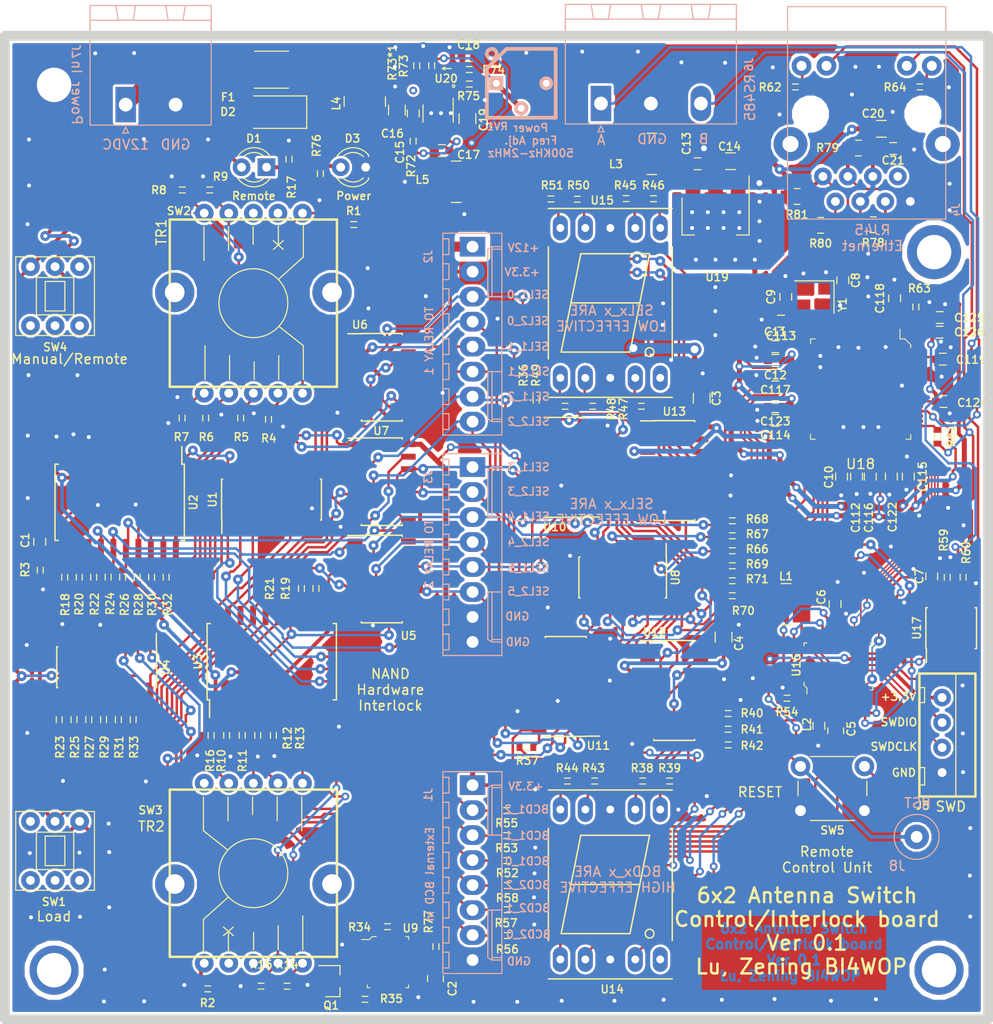
<source format=kicad_pcb>
(kicad_pcb (version 20171130) (host pcbnew "(6.0.0-rc1-dev-882-gdbc9130da)")
  (layers (0 F.Cu signal) (31 B.Cu signal) (34 B.Paste user) (35 F.Paste user) (36 B.SilkS user) (37 F.SilkS user) (38 B.Mask user) (39 F.Mask user) (44 Edge.Cuts user))
  (net 0 "")
  (net 1 /Interlock/Load)
  (net 2 +3V3)
  (net 3 "Net-(C2-Pad1)")
  (net 4 GND)
  (net 5 /Remote/RST)
  (net 6 "Net-(C6-Pad1)")
  (net 7 +1V8)
  (net 8 "Net-(C13-Pad1)")
  (net 9 "Net-(C15-Pad1)")
  (net 10 "Net-(C17-Pad2)")
  (net 11 "Net-(C17-Pad1)")
  (net 12 "Net-(C18-Pad2)")
  (net 13 "Net-(D1-Pad1)")
  (net 14 /Interlock/EnableRemote)
  (net 15 +12V)
  (net 16 "Net-(D3-Pad2)")
  (net 17 "Net-(F1-Pad2)")
  (net 18 BCD1_2)
  (net 19 BCD1_1)
  (net 20 BCD1_0)
  (net 21 BCD2_2)
  (net 22 BCD2_1)
  (net 23 BCD2_0)
  (net 24 "Net-(J2-Pad3)")
  (net 25 "Net-(J2-Pad4)")
  (net 26 "Net-(J2-Pad5)")
  (net 27 "Net-(J2-Pad6)")
  (net 28 "Net-(J2-Pad7)")
  (net 29 "Net-(J2-Pad8)")
  (net 30 "Net-(J3-Pad1)")
  (net 31 "Net-(J3-Pad2)")
  (net 32 "Net-(J3-Pad3)")
  (net 33 "Net-(J3-Pad4)")
  (net 34 "Net-(J3-Pad5)")
  (net 35 "Net-(J3-Pad6)")
  (net 36 "Net-(J4-Pad12)")
  (net 37 /Remote/INT)
  (net 38 "Net-(J4-Pad10)")
  (net 39 "Net-(J4-Pad9)")
  (net 40 /Remote/SWCLK)
  (net 41 /Remote/SWDIO)
  (net 42 "Net-(L2-Pad2)")
  (net 43 "Net-(Q1-Pad3)")
  (net 44 "Net-(R1-Pad2)")
  (net 45 "Net-(R2-Pad2)")
  (net 46 "Net-(R4-Pad2)")
  (net 47 "Net-(R5-Pad2)")
  (net 48 "Net-(R6-Pad2)")
  (net 49 "Net-(R7-Pad2)")
  (net 50 "Net-(R8-Pad2)")
  (net 51 "Net-(R9-Pad2)")
  (net 52 "Net-(R10-Pad2)")
  (net 53 "Net-(R11-Pad2)")
  (net 54 "Net-(R12-Pad2)")
  (net 55 "Net-(R13-Pad2)")
  (net 56 "Net-(R14-Pad2)")
  (net 57 "Net-(R15-Pad2)")
  (net 58 "Net-(R18-Pad2)")
  (net 59 "Net-(R19-Pad1)")
  (net 60 "Net-(R20-Pad2)")
  (net 61 "Net-(R21-Pad1)")
  (net 62 /Interlock/REMOTE1_5)
  (net 63 /Interlock/SELECT1_5)
  (net 64 /Interlock/SELECT2_5)
  (net 65 /Interlock/REMOTE2_5)
  (net 66 /Interlock/REMOTE1_4)
  (net 67 /Interlock/SELECT1_4)
  (net 68 /Interlock/SELECT2_4)
  (net 69 /Interlock/REMOTE2_4)
  (net 70 /Interlock/REMOTE1_3)
  (net 71 /Interlock/SELECT1_3)
  (net 72 /Interlock/SELECT2_3)
  (net 73 /Interlock/REMOTE2_3)
  (net 74 /Interlock/REMOTE1_2)
  (net 75 /Interlock/SELECT1_2)
  (net 76 /Interlock/SELECT2_2)
  (net 77 /Interlock/REMOTE2_2)
  (net 78 /Interlock/REMOTE1_1)
  (net 79 /Interlock/SELECT1_1)
  (net 80 /Interlock/SELECT2_1)
  (net 81 /Interlock/REMOTE2_1)
  (net 82 /Interlock/REMOTE1_0)
  (net 83 /Interlock/SELECT1_0)
  (net 84 /Interlock/SELECT2_0)
  (net 85 /Interlock/REMOTE2_0)
  (net 86 "Net-(R34-Pad1)")
  (net 87 "Net-(R36-Pad2)")
  (net 88 "Net-(R37-Pad2)")
  (net 89 "Net-(R38-Pad1)")
  (net 90 "Net-(R38-Pad2)")
  (net 91 "Net-(R39-Pad1)")
  (net 92 "Net-(R39-Pad2)")
  (net 93 "Net-(R40-Pad1)")
  (net 94 "Net-(R40-Pad2)")
  (net 95 "Net-(R41-Pad1)")
  (net 96 "Net-(R41-Pad2)")
  (net 97 "Net-(R42-Pad1)")
  (net 98 "Net-(R42-Pad2)")
  (net 99 "Net-(R43-Pad1)")
  (net 100 "Net-(R43-Pad2)")
  (net 101 "Net-(R44-Pad1)")
  (net 102 "Net-(R44-Pad2)")
  (net 103 "Net-(R45-Pad1)")
  (net 104 "Net-(R45-Pad2)")
  (net 105 "Net-(R46-Pad1)")
  (net 106 "Net-(R46-Pad2)")
  (net 107 "Net-(R47-Pad1)")
  (net 108 "Net-(R47-Pad2)")
  (net 109 "Net-(R48-Pad1)")
  (net 110 "Net-(R48-Pad2)")
  (net 111 "Net-(R49-Pad1)")
  (net 112 "Net-(R49-Pad2)")
  (net 113 "Net-(R50-Pad1)")
  (net 114 "Net-(R50-Pad2)")
  (net 115 "Net-(R51-Pad1)")
  (net 116 "Net-(R51-Pad2)")
  (net 117 "Net-(R52-Pad1)")
  (net 118 "Net-(R53-Pad1)")
  (net 119 "Net-(R54-Pad2)")
  (net 120 "Net-(R55-Pad2)")
  (net 121 "Net-(R56-Pad2)")
  (net 122 "Net-(R57-Pad2)")
  (net 123 "Net-(R58-Pad2)")
  (net 124 "Net-(R61-Pad1)")
  (net 125 "Net-(R63-Pad2)")
  (net 126 BCDM_1_0)
  (net 127 "Net-(R66-Pad2)")
  (net 128 BCDM_1_1)
  (net 129 "Net-(R67-Pad2)")
  (net 130 BCDM_1_2)
  (net 131 "Net-(R68-Pad2)")
  (net 132 BCDM_2_0)
  (net 133 "Net-(R69-Pad2)")
  (net 134 BCDM_2_1)
  (net 135 "Net-(R70-Pad2)")
  (net 136 BCDM_2_2)
  (net 137 "Net-(R71-Pad2)")
  (net 138 "Net-(R72-Pad2)")
  (net 139 "Net-(SW2-Pad0)")
  (net 140 "Net-(SW2-Pad8)")
  (net 141 "Net-(SW3-Pad0)")
  (net 142 "Net-(SW3-Pad8)")
  (net 143 "Net-(SW4-Pad1)")
  (net 144 "Net-(U1-Pad7)")
  (net 145 "Net-(U4-Pad7)")
  (net 146 "Net-(U10-Pad9)")
  (net 147 "Net-(U10-Pad7)")
  (net 148 "Net-(U10-Pad6)")
  (net 149 "Net-(U11-Pad9)")
  (net 150 "Net-(U11-Pad7)")
  (net 151 "Net-(U11-Pad6)")
  (net 152 "Net-(U9-Pad5)")
  (net 153 "Net-(U10-Pad14)")
  (net 154 "Net-(U10-Pad15)")
  (net 155 "Net-(U11-Pad14)")
  (net 156 "Net-(U11-Pad15)")
  (net 157 "Net-(U14-Pad5)")
  (net 158 "Net-(U15-Pad5)")
  (net 159 /Remote/SPI_MOSI)
  (net 160 /Remote/SPI_MISO)
  (net 161 /Remote/SPI_SCK)
  (net 162 /Remote/485RW)
  (net 163 /Remote/RXD)
  (net 164 /Remote/TXD)
  (net 165 "Net-(U18-Pad25)")
  (net 166 "Net-(U18-Pad26)")
  (net 167 "Net-(U18-Pad27)")
  (net 168 "Net-(U18-Pad57)")
  (net 169 "Net-(R73-Pad2)")
  (net 170 "Net-(R77-Pad1)")
  (net 171 /Remote/A)
  (net 172 /Remote/B)
  (net 173 /Remote/RXP)
  (net 174 /Remote/TXP)
  (net 175 /Remote/RXN)
  (net 176 /Remote/TXN)
  (net 177 "Net-(R73*1-Pad1)")
  (net 178 /Remote/X+)
  (net 179 /Remote/X-)
  (net 180 /Remote/SPI_CS)
  (net 181 "Net-(U1-Pad15)")
  (net 182 "Net-(U4-Pad15)")
  (net 183 chasis)
  (module Connectors:1pin (layer B.Cu) (at 142.7226 131.445)
    (fp_text reference J8 (at -1.9812 2.9464) (layer B.SilkS) (effects (justify mirror)))
    (fp_text value Conn_01x01)
    (pad 1 thru_hole circle (at 0 0) (size 2.5 2.5) (drill 1.2) (layers *.Cu *.Mask) (net 5 /Remote/RST))
  )
  (module digikey-footprints:LQFP-64_10x10mm (layer F.Cu) (at 137.02906 85.92312 180)
    (fp_text reference U18 (at 0.01 -7.62 180) (layer F.SilkS))
    (fp_text value CH395Q)
    (pad 64 smd rect (at -5.75 3.75 180) (size 1.2 0.3) (layers F.Cu F.Paste F.Mask) (net 7 +1V8))
    (pad 63 smd rect (at -5.75 3.25 180) (size 1.2 0.3) (layers F.Cu F.Paste F.Mask) (net 2 +3V3))
    (pad 62 smd rect (at -5.75 2.75 180) (size 1.2 0.3) (layers F.Cu F.Paste F.Mask) (net 160 /Remote/SPI_MISO))
    (pad 61 smd rect (at -5.75 2.25 180) (size 1.2 0.3) (layers F.Cu F.Paste F.Mask) (net 159 /Remote/SPI_MOSI))
    (pad 60 smd rect (at -5.75 1.75 180) (size 1.2 0.3) (layers F.Cu F.Paste F.Mask) (net 161 /Remote/SPI_SCK))
    (pad 59 smd rect (at -5.75 1.25 180) (size 1.2 0.3) (layers F.Cu F.Paste F.Mask) (net 180 /Remote/SPI_CS))
    (pad 58 smd rect (at -5.75 0.75 180) (size 1.2 0.3) (layers F.Cu F.Paste F.Mask) (net 183 chasis))
    (pad 57 smd rect (at -5.75 0.25 180) (size 1.2 0.3) (layers F.Cu F.Paste F.Mask) (net 168 "Net-(U18-Pad57)"))
    (pad 56 smd rect (at -5.75 -0.25 180) (size 1.2 0.3) (layers F.Cu F.Paste F.Mask))
    (pad 55 smd rect (at -5.75 -0.75 180) (size 1.2 0.3) (layers F.Cu F.Paste F.Mask))
    (pad 54 smd rect (at -5.75 -1.25 180) (size 1.2 0.3) (layers F.Cu F.Paste F.Mask) (net 7 +1V8))
    (pad 53 smd rect (at -5.75 -1.75 180) (size 1.2 0.3) (layers F.Cu F.Paste F.Mask))
    (pad 52 smd rect (at -5.75 -2.25 180) (size 1.2 0.3) (layers F.Cu F.Paste F.Mask) (net 38 "Net-(J4-Pad10)"))
    (pad 51 smd rect (at -5.75 -2.75 180) (size 1.2 0.3) (layers F.Cu F.Paste F.Mask))
    (pad 50 smd rect (at -5.75 -3.25 180) (size 1.2 0.3) (layers F.Cu F.Paste F.Mask))
    (pad 49 smd rect (at -5.75 -3.75 180) (size 1.2 0.3) (layers F.Cu F.Paste F.Mask) (net 124 "Net-(R61-Pad1)"))
    (pad 48 smd rect (at -3.75 -5.75 180) (size 0.3 1.2) (layers F.Cu F.Paste F.Mask) (net 183 chasis))
    (pad 47 smd rect (at -3.25 -5.75 180) (size 0.3 1.2) (layers F.Cu F.Paste F.Mask))
    (pad 46 smd rect (at -2.75 -5.75 180) (size 0.3 1.2) (layers F.Cu F.Paste F.Mask))
    (pad 45 smd rect (at -2.25 -5.75 180) (size 0.3 1.2) (layers F.Cu F.Paste F.Mask) (net 2 +3V3))
    (pad 44 smd rect (at -1.75 -5.75 180) (size 0.3 1.2) (layers F.Cu F.Paste F.Mask) (net 183 chasis))
    (pad 43 smd rect (at -1.25 -5.75 180) (size 0.3 1.2) (layers F.Cu F.Paste F.Mask) (net 7 +1V8))
    (pad 42 smd rect (at -0.75 -5.75 180) (size 0.3 1.2) (layers F.Cu F.Paste F.Mask) (net 2 +3V3))
    (pad 41 smd rect (at -0.25 -5.75 180) (size 0.3 1.2) (layers F.Cu F.Paste F.Mask) (net 183 chasis))
    (pad 40 smd rect (at 0.25 -5.75 180) (size 0.3 1.2) (layers F.Cu F.Paste F.Mask) (net 2 +3V3))
    (pad 39 smd rect (at 0.75 -5.75 180) (size 0.3 1.2) (layers F.Cu F.Paste F.Mask))
    (pad 38 smd rect (at 1.25 -5.75 180) (size 0.3 1.2) (layers F.Cu F.Paste F.Mask))
    (pad 37 smd rect (at 1.75 -5.75 180) (size 0.3 1.2) (layers F.Cu F.Paste F.Mask) (net 183 chasis))
    (pad 36 smd rect (at 2.25 -5.75 180) (size 0.3 1.2) (layers F.Cu F.Paste F.Mask) (net 5 /Remote/RST))
    (pad 35 smd rect (at 2.75 -5.75 180) (size 0.3 1.2) (layers F.Cu F.Paste F.Mask) (net 162 /Remote/485RW))
    (pad 34 smd rect (at 3.25 -5.75 180) (size 0.3 1.2) (layers F.Cu F.Paste F.Mask) (net 135 "Net-(R70-Pad2)"))
    (pad 33 smd rect (at 3.75 -5.75 180) (size 0.3 1.2) (layers F.Cu F.Paste F.Mask) (net 137 "Net-(R71-Pad2)"))
    (pad 32 smd rect (at 5.75 -3.75 180) (size 1.2 0.3) (layers F.Cu F.Paste F.Mask) (net 133 "Net-(R69-Pad2)"))
    (pad 31 smd rect (at 5.75 -3.25 180) (size 1.2 0.3) (layers F.Cu F.Paste F.Mask))
    (pad 30 smd rect (at 5.75 -2.75 180) (size 1.2 0.3) (layers F.Cu F.Paste F.Mask))
    (pad 29 smd rect (at 5.75 -2.25 180) (size 1.2 0.3) (layers F.Cu F.Paste F.Mask) (net 2 +3V3))
    (pad 28 smd rect (at 5.75 -1.75 180) (size 1.2 0.3) (layers F.Cu F.Paste F.Mask) (net 7 +1V8))
    (pad 27 smd rect (at 5.75 -1.25 180) (size 1.2 0.3) (layers F.Cu F.Paste F.Mask) (net 167 "Net-(U18-Pad27)"))
    (pad 26 smd rect (at 5.75 -0.75 180) (size 1.2 0.3) (layers F.Cu F.Paste F.Mask) (net 166 "Net-(U18-Pad26)"))
    (pad 25 smd rect (at 5.75 -0.25 180) (size 1.2 0.3) (layers F.Cu F.Paste F.Mask) (net 165 "Net-(U18-Pad25)"))
    (pad 24 smd rect (at 5.75 0.25 180) (size 1.2 0.3) (layers F.Cu F.Paste F.Mask) (net 127 "Net-(R66-Pad2)"))
    (pad 23 smd rect (at 5.75 0.75 180) (size 1.2 0.3) (layers F.Cu F.Paste F.Mask) (net 129 "Net-(R67-Pad2)"))
    (pad 22 smd rect (at 5.75 1.25 180) (size 1.2 0.3) (layers F.Cu F.Paste F.Mask) (net 131 "Net-(R68-Pad2)"))
    (pad 21 smd rect (at 5.75 1.75 180) (size 1.2 0.3) (layers F.Cu F.Paste F.Mask) (net 2 +3V3))
    (pad 20 smd rect (at 5.75 2.25 180) (size 1.2 0.3) (layers F.Cu F.Paste F.Mask) (net 183 chasis))
    (pad 19 smd rect (at 5.75 2.75 180) (size 1.2 0.3) (layers F.Cu F.Paste F.Mask) (net 7 +1V8))
    (pad 18 smd rect (at 5.75 3.25 180) (size 1.2 0.3) (layers F.Cu F.Paste F.Mask) (net 183 chasis))
    (pad 16 smd rect (at 3.75 5.75 180) (size 0.3 1.2) (layers F.Cu F.Paste F.Mask))
    (pad 15 smd rect (at 3.25 5.75 180) (size 0.3 1.2) (layers F.Cu F.Paste F.Mask))
    (pad 14 smd rect (at 2.75 5.75 180) (size 0.3 1.2) (layers F.Cu F.Paste F.Mask))
    (pad 13 smd rect (at 2.25 5.75 180) (size 0.3 1.2) (layers F.Cu F.Paste F.Mask) (net 183 chasis))
    (pad 12 smd rect (at 1.75 5.75 180) (size 0.3 1.2) (layers F.Cu F.Paste F.Mask) (net 2 +3V3))
    (pad 11 smd rect (at 1.25 5.75 180) (size 0.3 1.2) (layers F.Cu F.Paste F.Mask) (net 179 /Remote/X-))
    (pad 10 smd rect (at 0.75 5.75 180) (size 0.3 1.2) (layers F.Cu F.Paste F.Mask) (net 178 /Remote/X+))
    (pad 9 smd rect (at 0.25 5.75 180) (size 0.3 1.2) (layers F.Cu F.Paste F.Mask) (net 183 chasis))
    (pad 8 smd rect (at -0.25 5.75 180) (size 0.3 1.2) (layers F.Cu F.Paste F.Mask) (net 176 /Remote/TXN))
    (pad 7 smd rect (at -0.75 5.75 180) (size 0.3 1.2) (layers F.Cu F.Paste F.Mask) (net 174 /Remote/TXP))
    (pad 6 smd rect (at -1.25 5.75 180) (size 0.3 1.2) (layers F.Cu F.Paste F.Mask) (net 7 +1V8))
    (pad 5 smd rect (at -1.75 5.75 180) (size 0.3 1.2) (layers F.Cu F.Paste F.Mask) (net 175 /Remote/RXN))
    (pad 4 smd rect (at -2.25 5.75 180) (size 0.3 1.2) (layers F.Cu F.Paste F.Mask) (net 173 /Remote/RXP))
    (pad 3 smd rect (at -2.75 5.75 180) (size 0.3 1.2) (layers F.Cu F.Paste F.Mask) (net 183 chasis))
    (pad 2 smd rect (at -3.25 5.75 180) (size 0.3 1.2) (layers F.Cu F.Paste F.Mask) (net 2 +3V3))
    (pad 1 smd rect (at -3.75 5.75 180) (size 0.3 1.2) (layers F.Cu F.Paste F.Mask) (net 125 "Net-(R63-Pad2)"))
    (pad 17 smd rect (at 5.75 3.75 180) (size 1.2 0.3) (layers F.Cu F.Paste F.Mask) (net 2 +3V3))
  )
  (module MyPCBLib:SRBV170501 (layer F.Cu) (at 75.2682 77.1906)
    (fp_text reference SW2 (at -7.5772 -9.3726) (layer F.SilkS) (effects (font (size 0.8 0.8))))
    (fp_text value SRBV170501)
    (pad 0 thru_hole circle (at -8 -1.1) (size 4 4) (drill 2) (layers *.Cu *.Mask) (net 139 "Net-(SW2-Pad0)"))
    (pad 0 thru_hole circle (at 8 -1.1) (size 4 4) (drill 2) (layers *.Cu *.Mask) (net 139 "Net-(SW2-Pad0)"))
    (pad 10 thru_hole circle (at 5 -9.15) (size 1.9 1.9) (drill 0.9) (layers *.Cu *.Mask) (net 44 "Net-(R1-Pad2)"))
    (pad 9 thru_hole circle (at 2.5 -9.15) (size 1.9 1.9) (drill 0.9) (layers *.Cu *.Mask))
    (pad 8 thru_hole circle (at 0 -9.15) (size 1.9 1.9) (drill 0.9) (layers *.Cu *.Mask) (net 140 "Net-(SW2-Pad8)"))
    (pad 7 thru_hole circle (at -2.5 -9.15) (size 1.9 1.9) (drill 0.9) (layers *.Cu *.Mask) (net 51 "Net-(R9-Pad2)"))
    (pad 6 thru_hole circle (at -5 -9.15) (size 1.9 1.9) (drill 0.9) (layers *.Cu *.Mask) (net 50 "Net-(R8-Pad2)"))
    (pad 5 thru_hole circle (at -5 9.15) (size 1.9 1.9) (drill 0.9) (layers *.Cu *.Mask) (net 49 "Net-(R7-Pad2)"))
    (pad 4 thru_hole circle (at -2.5 9.15) (size 1.9 1.9) (drill 0.9) (layers *.Cu *.Mask) (net 48 "Net-(R6-Pad2)"))
    (pad 3 thru_hole circle (at 0 9.15) (size 1.9 1.9) (drill 0.9) (layers *.Cu *.Mask) (net 47 "Net-(R5-Pad2)"))
    (pad 2 thru_hole circle (at 2.5 9.15) (size 1.9 1.9) (drill 0.9) (layers *.Cu *.Mask) (net 46 "Net-(R4-Pad2)"))
    (pad 1 thru_hole circle (at 5 9.15) (size 1.9 1.9) (drill 0.9) (layers *.Cu *.Mask) (net 44 "Net-(R1-Pad2)"))
  )
  (module Displays_7-Segment:7SegmentLED_LTS6760_LTS6780 (layer F.Cu) (at 111.5681 136.2837)
    (fp_text reference U14 (at 0.1919 10.6553) (layer F.SilkS) (effects (font (size 0.8 0.8))))
    (fp_text value "Blue 0.59''")
    (pad 10 thru_hole oval (at -5.08 -7.62) (size 1.524 2.524) (drill 0.8) (layers *.Cu *.Mask) (net 101 "Net-(R44-Pad1)"))
    (pad 9 thru_hole oval (at -2.54 -7.62) (size 1.524 2.524) (drill 0.8) (layers *.Cu *.Mask) (net 99 "Net-(R43-Pad1)"))
    (pad 8 thru_hole oval (at 0 -7.62) (size 1.524 2.524) (drill 0.8) (layers *.Cu *.Mask) (net 183 chasis))
    (pad 7 thru_hole oval (at 2.54 -7.62) (size 1.524 2.524) (drill 0.8) (layers *.Cu *.Mask) (net 89 "Net-(R38-Pad1)"))
    (pad 6 thru_hole oval (at 5.08 -7.62) (size 1.524 2.524) (drill 0.8) (layers *.Cu *.Mask) (net 91 "Net-(R39-Pad1)"))
    (pad 5 thru_hole oval (at 5.08 7.62) (size 1.524 2.524) (drill 0.8) (layers *.Cu *.Mask) (net 157 "Net-(U14-Pad5)"))
    (pad 4 thru_hole oval (at 2.54 7.62) (size 1.524 2.524) (drill 0.8) (layers *.Cu *.Mask) (net 93 "Net-(R40-Pad1)"))
    (pad 3 thru_hole oval (at 0 7.62) (size 1.524 2.524) (drill 0.8) (layers *.Cu *.Mask) (net 183 chasis))
    (pad 2 thru_hole oval (at -2.54 7.62) (size 1.524 2.524) (drill 0.8) (layers *.Cu *.Mask) (net 95 "Net-(R41-Pad1)"))
    (pad 1 thru_hole oval (at -5.08 7.62) (size 1.524 2.524) (drill 0.8) (layers *.Cu *.Mask) (net 97 "Net-(R42-Pad1)"))
  )
  (module Buttons_Switches_THT:SW_PUSH_6mm (layer F.Cu) (at 137.414 128.778 180)
    (fp_text reference SW5 (at 3.25 -2 180) (layer F.SilkS) (effects (font (size 0.8 0.8))))
    (fp_text value RESET)
    (pad 1 thru_hole circle (at 6.5 0 270) (size 2 2) (drill 1.1) (layers *.Cu *.Mask) (net 183 chasis))
    (pad 2 thru_hole circle (at 6.5 4.5 270) (size 2 2) (drill 1.1) (layers *.Cu *.Mask) (net 5 /Remote/RST))
    (pad 1 thru_hole circle (at 0 0 270) (size 2 2) (drill 1.1) (layers *.Cu *.Mask) (net 183 chasis))
    (pad 2 thru_hole circle (at 0 4.5 270) (size 2 2) (drill 1.1) (layers *.Cu *.Mask) (net 5 /Remote/RST))
  )
  (module digikey-footprints:0603 (layer F.Cu) (at 129.54 117.348)
    (fp_text reference R54 (at 0 1.397) (layer F.SilkS) (effects (font (size 0.8 0.8))))
    (fp_text value 10K)
    (pad 2 smd rect (at 0.7 0) (size 0.6 0.8) (layers F.Cu F.Paste F.Mask) (net 119 "Net-(R54-Pad2)"))
    (pad 1 smd rect (at -0.7 0) (size 0.6 0.8) (layers F.Cu F.Paste F.Mask) (net 183 chasis))
  )
  (module MyPCBLib:HR913550A (layer B.Cu) (at 137.6412 57.9628 180)
    (fp_text reference J4 (at -9.0692 -9.7536 270) (layer B.SilkS) (effects (font (size 0.8 0.8)) (justify mirror)))
    (fp_text value HR913550A)
    (pad "" np_thru_hole circle (at -5.715 0 180) (size 3.25 3.25) (drill 3.25) (layers *.Cu *.Mask))
    (pad "" np_thru_hole circle (at 5.715 0 180) (size 3.25 3.25) (drill 3.25) (layers *.Cu *.Mask))
    (pad 4 thru_hole circle (at 0.64 -8.89 180) (size 1.8 1.8) (drill 0.89) (layers *.Cu *.Mask) (net 2 +3V3))
    (pad 2 thru_hole circle (at 3.18 -8.89 180) (size 1.8 1.8) (drill 0.89) (layers *.Cu *.Mask) (net 176 /Remote/TXN))
    (pad 6 thru_hole circle (at -1.9 -8.89 180) (size 1.8 1.8) (drill 0.89) (layers *.Cu *.Mask) (net 175 /Remote/RXN))
    (pad 8 thru_hole circle (at -4.44 -8.89 180) (size 1.8 1.8) (drill 0.89) (layers *.Cu *.Mask) (net 183 chasis))
    (pad 1 thru_hole circle (at 4.45 -6.35 180) (size 1.8 1.8) (drill 0.89) (layers *.Cu *.Mask) (net 174 /Remote/TXP))
    (pad 3 thru_hole circle (at 1.91 -6.35 180) (size 1.8 1.8) (drill 0.89) (layers *.Cu *.Mask) (net 173 /Remote/RXP))
    (pad 5 thru_hole circle (at -0.63 -6.35 180) (size 1.8 1.8) (drill 0.89) (layers *.Cu *.Mask) (net 2 +3V3))
    (pad 7 thru_hole circle (at -3.17 -6.35 180) (size 1.8 1.8) (drill 0.89) (layers *.Cu *.Mask))
    (pad 0 thru_hole circle (at 7.745 -3.05 180) (size 3.45 3.45) (drill 1.63) (layers *.Cu *.Mask))
    (pad 0 thru_hole circle (at -7.745 -3.05 180) (size 3.45 3.45) (drill 1.63) (layers *.Cu *.Mask))
    (pad 9 thru_hole circle (at 6.625 4.9 180) (size 2 2) (drill 1.02) (layers *.Cu *.Mask) (net 39 "Net-(J4-Pad9)"))
    (pad 10 thru_hole circle (at 4.085 4.9 180) (size 2 2) (drill 1.02) (layers *.Cu *.Mask) (net 38 "Net-(J4-Pad10)"))
    (pad 11 thru_hole circle (at -4.085 4.9 180) (size 2 2) (drill 1.02) (layers *.Cu *.Mask) (net 37 /Remote/INT))
    (pad 12 thru_hole circle (at -6.625 4.9 180) (size 2 2) (drill 1.02) (layers *.Cu *.Mask) (net 36 "Net-(J4-Pad12)"))
  )
  (module digikey-footprints:0603 (layer F.Cu) (at 123.976 102.362)
    (fp_text reference R66 (at 2.54 -0.168) (layer F.SilkS) (effects (font (size 0.8 0.8))))
    (fp_text value 10K)
    (pad 2 smd rect (at 0.7 0) (size 0.6 0.8) (layers F.Cu F.Paste F.Mask) (net 127 "Net-(R66-Pad2)"))
    (pad 1 smd rect (at -0.7 0) (size 0.6 0.8) (layers F.Cu F.Paste F.Mask) (net 126 BCDM_1_0))
  )
  (module Capacitors_SMD:C_0603 (layer F.Cu) (at 145.058 80.137)
    (fp_text reference C126 (at 3.024 0) (layer F.SilkS) (effects (font (size 0.8 0.8))))
    (fp_text value 104)
    (pad 1 smd rect (at -0.75 0) (size 0.8 0.75) (layers F.Cu F.Paste F.Mask) (net 7 +1V8))
    (pad 2 smd rect (at 0.75 0) (size 0.8 0.75) (layers F.Cu F.Paste F.Mask) (net 183 chasis))
  )
  (module Capacitors_SMD:C_0603 (layer F.Cu) (at 145.0841 78.6511)
    (fp_text reference C125 (at 2.9979 0.0254) (layer F.SilkS) (effects (font (size 0.8 0.8))))
    (fp_text value 104)
    (pad 1 smd rect (at -0.75 0) (size 0.8 0.75) (layers F.Cu F.Paste F.Mask) (net 7 +1V8))
    (pad 2 smd rect (at 0.75 0) (size 0.8 0.75) (layers F.Cu F.Paste F.Mask) (net 183 chasis))
  )
  (module Capacitors_SMD:C_0603 (layer F.Cu) (at 145.439 87.1855)
    (fp_text reference C124 (at 2.9605 0.127) (layer F.SilkS) (effects (font (size 0.8 0.8))))
    (fp_text value 104)
    (pad 1 smd rect (at -0.75 0) (size 0.8 0.75) (layers F.Cu F.Paste F.Mask) (net 7 +1V8))
    (pad 2 smd rect (at 0.75 0) (size 0.8 0.75) (layers F.Cu F.Paste F.Mask) (net 183 chasis))
  )
  (module Capacitors_SMD:C_0603 (layer F.Cu) (at 128.34786 87.70784 180)
    (fp_text reference C123 (at 0 -1.5 180) (layer F.SilkS) (effects (font (size 0.8 0.8))))
    (fp_text value 104)
    (pad 1 smd rect (at -0.75 0 180) (size 0.8 0.75) (layers F.Cu F.Paste F.Mask) (net 7 +1V8))
    (pad 2 smd rect (at 0.75 0 180) (size 0.8 0.75) (layers F.Cu F.Paste F.Mask) (net 183 chasis))
  )
  (module Capacitors_SMD:C_0603 (layer F.Cu) (at 140.1558 94.8055 270)
    (fp_text reference C122 (at 4.1275 -0.1157 270) (layer F.SilkS) (effects (font (size 0.8 0.8))))
    (fp_text value 104)
    (pad 1 smd rect (at -0.75 0 270) (size 0.8 0.75) (layers F.Cu F.Paste F.Mask) (net 7 +1V8))
    (pad 2 smd rect (at 0.75 0 270) (size 0.8 0.75) (layers F.Cu F.Paste F.Mask) (net 183 chasis))
  )
  (module Capacitors_SMD:C_0603 (layer F.Cu) (at 145.37786 82.88184)
    (fp_text reference C119 (at 2.89464 0.04916) (layer F.SilkS) (effects (font (size 0.8 0.8))))
    (fp_text value 104)
    (pad 1 smd rect (at -0.75 0) (size 0.8 0.75) (layers F.Cu F.Paste F.Mask) (net 2 +3V3))
    (pad 2 smd rect (at 0.75 0) (size 0.8 0.75) (layers F.Cu F.Paste F.Mask) (net 183 chasis))
  )
  (module Capacitors_SMD:C_0603 (layer F.Cu) (at 140.486 76.708 90)
    (fp_text reference C118 (at 0 -1.5 90) (layer F.SilkS) (effects (font (size 0.8 0.8))))
    (fp_text value 104)
    (pad 1 smd rect (at -0.75 0 90) (size 0.8 0.75) (layers F.Cu F.Paste F.Mask) (net 2 +3V3))
    (pad 2 smd rect (at 0.75 0 90) (size 0.8 0.75) (layers F.Cu F.Paste F.Mask) (net 183 chasis))
  )
  (module Capacitors_SMD:C_0603 (layer F.Cu) (at 128.3568 84.5058 180)
    (fp_text reference C117 (at 0 -1.5 180) (layer F.SilkS) (effects (font (size 0.8 0.8))))
    (fp_text value 104)
    (pad 1 smd rect (at -0.75 0 180) (size 0.8 0.75) (layers F.Cu F.Paste F.Mask) (net 2 +3V3))
    (pad 2 smd rect (at 0.75 0 180) (size 0.8 0.75) (layers F.Cu F.Paste F.Mask) (net 183 chasis))
  )
  (module Capacitors_SMD:C_0603 (layer F.Cu) (at 138.01186 94.81984 270)
    (fp_text reference C116 (at 4.17666 0.15336 270) (layer F.SilkS) (effects (font (size 0.8 0.8))))
    (fp_text value 104)
    (pad 1 smd rect (at -0.75 0 270) (size 0.8 0.75) (layers F.Cu F.Paste F.Mask) (net 2 +3V3))
    (pad 2 smd rect (at 0.75 0 270) (size 0.8 0.75) (layers F.Cu F.Paste F.Mask) (net 183 chasis))
  )
  (module Capacitors_SMD:C_0603 (layer F.Cu) (at 141.87266 94.81914 270)
    (fp_text reference C115 (at 0 -1.44684 270) (layer F.SilkS) (effects (font (size 0.8 0.8))))
    (fp_text value 104)
    (pad 1 smd rect (at -0.75 0 270) (size 0.8 0.75) (layers F.Cu F.Paste F.Mask) (net 2 +3V3))
    (pad 2 smd rect (at 0.75 0 270) (size 0.8 0.75) (layers F.Cu F.Paste F.Mask) (net 183 chasis))
  )
  (module Capacitors_SMD:C_0603 (layer F.Cu) (at 128.35986 89.10484 180)
    (fp_text reference C114 (at 0 -1.5 180) (layer F.SilkS) (effects (font (size 0.8 0.8))))
    (fp_text value 104)
    (pad 1 smd rect (at -0.75 0 180) (size 0.8 0.75) (layers F.Cu F.Paste F.Mask) (net 2 +3V3))
    (pad 2 smd rect (at 0.75 0 180) (size 0.8 0.75) (layers F.Cu F.Paste F.Mask) (net 183 chasis))
  )
  (module Capacitors_SMD:C_0603 (layer F.Cu) (at 128.9304 79.0194 180)
    (fp_text reference C113 (at 0 -1.5 180) (layer F.SilkS) (effects (font (size 0.8 0.8))))
    (fp_text value 104)
    (pad 1 smd rect (at -0.75 0 180) (size 0.8 0.75) (layers F.Cu F.Paste F.Mask) (net 2 +3V3))
    (pad 2 smd rect (at 0.75 0 180) (size 0.8 0.75) (layers F.Cu F.Paste F.Mask) (net 183 chasis))
  )
  (module Capacitors_SMD:C_0603 (layer F.Cu) (at 136.61486 94.81984 270)
    (fp_text reference C112 (at 4.17666 0.08986 270) (layer F.SilkS) (effects (font (size 0.8 0.8))))
    (fp_text value 104)
    (pad 1 smd rect (at -0.75 0 270) (size 0.8 0.75) (layers F.Cu F.Paste F.Mask) (net 2 +3V3))
    (pad 2 smd rect (at 0.75 0 270) (size 0.8 0.75) (layers F.Cu F.Paste F.Mask) (net 183 chasis))
  )
  (module digikey-footprints:0603 (layer F.Cu) (at 91.8831 53.0479 90)
    (fp_text reference R73*1 (at 0.3175 -2.4751 90) (layer F.SilkS) (effects (font (size 0.8 0.8))))
    (fp_text value 100K)
    (pad 2 smd rect (at 0.7 0 90) (size 0.6 0.8) (layers F.Cu F.Paste F.Mask) (net 183 chasis))
    (pad 1 smd rect (at -0.7 0 90) (size 0.6 0.8) (layers F.Cu F.Paste F.Mask) (net 177 "Net-(R73*1-Pad1)"))
  )
  (module Capacitors_SMD:C_0805 (layer F.Cu) (at 123.7855 62.7634)
    (fp_text reference C14 (at -0.0875 -1.5) (layer F.SilkS) (effects (font (size 0.8 0.8))))
    (fp_text value 22uF)
    (pad 2 smd rect (at 1 0) (size 1 1.25) (layers F.Cu F.Paste F.Mask) (net 183 chasis))
    (pad 1 smd rect (at -1 0) (size 1 1.25) (layers F.Cu F.Paste F.Mask) (net 7 +1V8))
  )
  (module Capacitors_SMD:C_0805 (layer F.Cu) (at 139.12964 59.46648)
    (fp_text reference C20 (at -0.82664 -1.55448) (layer F.SilkS) (effects (font (size 0.8 0.8))))
    (fp_text value 2.2uF)
    (pad 2 smd rect (at 1 0) (size 1 1.25) (layers F.Cu F.Paste F.Mask) (net 183 chasis))
    (pad 1 smd rect (at -1 0) (size 1 1.25) (layers F.Cu F.Paste F.Mask) (net 2 +3V3))
  )
  (module digikey-footprints:0805 (layer F.Cu) (at 130.55616 66.33972 180)
    (fp_text reference R81 (at 0 -1.84 180) (layer F.SilkS) (effects (font (size 0.8 0.8))))
    (fp_text value 49.9)
    (pad 2 smd rect (at 1.05 0 180) (size 1.2 1.2) (layers F.Cu F.Paste F.Mask) (net 2 +3V3))
    (pad 1 smd rect (at -1.05 0 180) (size 1.2 1.2) (layers F.Cu F.Paste F.Mask) (net 174 /Remote/TXP))
  )
  (module digikey-footprints:0805 (layer F.Cu) (at 132.959 69.2785 180)
    (fp_text reference R80 (at 0 -1.84 180) (layer F.SilkS) (effects (font (size 0.8 0.8))))
    (fp_text value 49.9)
    (pad 2 smd rect (at 1.05 0 180) (size 1.2 1.2) (layers F.Cu F.Paste F.Mask) (net 2 +3V3))
    (pad 1 smd rect (at -1.05 0 180) (size 1.2 1.2) (layers F.Cu F.Paste F.Mask) (net 176 /Remote/TXN))
  )
  (module digikey-footprints:0805 (layer F.Cu) (at 136.81316 61.42228)
    (fp_text reference R79 (at -3.14566 -0.01778) (layer F.SilkS) (effects (font (size 0.8 0.8))))
    (fp_text value 49.9)
    (pad 2 smd rect (at 1.05 0) (size 1.2 1.2) (layers F.Cu F.Paste F.Mask) (net 2 +3V3))
    (pad 1 smd rect (at -1.05 0) (size 1.2 1.2) (layers F.Cu F.Paste F.Mask) (net 173 /Remote/RXP))
  )
  (module digikey-footprints:0805 (layer F.Cu) (at 138.303 69.215 180)
    (fp_text reference R78 (at 0 -1.84 180) (layer F.SilkS) (effects (font (size 0.8 0.8))))
    (fp_text value 49.9)
    (pad 2 smd rect (at 1.05 0 180) (size 1.2 1.2) (layers F.Cu F.Paste F.Mask) (net 2 +3V3))
    (pad 1 smd rect (at -1.05 0 180) (size 1.2 1.2) (layers F.Cu F.Paste F.Mask) (net 175 /Remote/RXN))
  )
  (module Capacitors_SMD:C_0603 (layer F.Cu) (at 140.3336 61.468)
    (fp_text reference C21 (at 0.0014 1.2065) (layer F.SilkS) (effects (font (size 0.8 0.8))))
    (fp_text value 104)
    (pad 1 smd rect (at -0.75 0) (size 0.8 0.75) (layers F.Cu F.Paste F.Mask) (net 2 +3V3))
    (pad 2 smd rect (at 0.75 0) (size 0.8 0.75) (layers F.Cu F.Paste F.Mask) (net 183 chasis))
  )
  (module Crystals:Crystal_SMD_3225-4pin_3.2x2.5mm (layer F.Cu) (at 132.31736 76.57084 180)
    (fp_text reference Y1 (at -2.87414 -0.77216 270) (layer F.SilkS) (effects (font (size 0.8 0.8))))
    (fp_text value 30MHz)
    (pad 4 smd rect (at -1.1 -0.85 180) (size 1.4 1.2) (layers F.Cu F.Paste F.Mask) (net 183 chasis))
    (pad 3 smd rect (at 1.1 -0.85 180) (size 1.4 1.2) (layers F.Cu F.Paste F.Mask) (net 179 /Remote/X-))
    (pad 2 smd rect (at 1.1 0.85 180) (size 1.4 1.2) (layers F.Cu F.Paste F.Mask) (net 183 chasis))
    (pad 1 smd rect (at -1.1 0.85 180) (size 1.4 1.2) (layers F.Cu F.Paste F.Mask) (net 178 /Remote/X+))
  )
  (module MyPCBLib:L_SMD4030_hand (layer F.Cu) (at 115.7972 62.0141)
    (fp_text reference L3 (at -3.6562 1.0414) (layer F.SilkS) (effects (font (size 0.8 0.8))))
    (fp_text value 22uH)
    (pad 2 smd rect (at 1.585 0) (size 1.78 3.7) (layers F.Cu F.Paste F.Mask) (net 8 "Net-(C13-Pad1)"))
    (pad 1 smd rect (at -1.585 0) (size 1.78 3.7) (layers F.Cu F.Paste F.Mask) (net 2 +3V3))
  )
  (module digikey-footprints:0603 (layer F.Cu) (at 145.835533 105.063331 270)
    (fp_text reference R59 (at -3.780831 0.357033 270) (layer F.SilkS) (effects (font (size 0.8 0.8))))
    (fp_text value 1K)
    (pad 2 smd rect (at 0.7 0 270) (size 0.6 0.8) (layers F.Cu F.Paste F.Mask) (net 172 /Remote/B))
    (pad 1 smd rect (at -0.7 0 270) (size 0.6 0.8) (layers F.Cu F.Paste F.Mask) (net 183 chasis))
  )
  (module Displays_7-Segment:7SegmentLED_LTS6760_LTS6780 (layer F.Cu) (at 111.5681 77.1645)
    (fp_text reference U15 (at -0.8241 -10.426) (layer F.SilkS) (effects (font (size 0.8 0.8))))
    (fp_text value "Blue 0.59''")
    (pad 10 thru_hole oval (at -5.08 -7.62) (size 1.524 2.524) (drill 0.8) (layers *.Cu *.Mask) (net 115 "Net-(R51-Pad1)"))
    (pad 9 thru_hole oval (at -2.54 -7.62) (size 1.524 2.524) (drill 0.8) (layers *.Cu *.Mask) (net 113 "Net-(R50-Pad1)"))
    (pad 8 thru_hole oval (at 0 -7.62) (size 1.524 2.524) (drill 0.8) (layers *.Cu *.Mask) (net 183 chasis))
    (pad 7 thru_hole oval (at 2.54 -7.62) (size 1.524 2.524) (drill 0.8) (layers *.Cu *.Mask) (net 103 "Net-(R45-Pad1)"))
    (pad 6 thru_hole oval (at 5.08 -7.62) (size 1.524 2.524) (drill 0.8) (layers *.Cu *.Mask) (net 105 "Net-(R46-Pad1)"))
    (pad 5 thru_hole oval (at 5.08 7.62) (size 1.524 2.524) (drill 0.8) (layers *.Cu *.Mask) (net 158 "Net-(U15-Pad5)"))
    (pad 4 thru_hole oval (at 2.54 7.62) (size 1.524 2.524) (drill 0.8) (layers *.Cu *.Mask) (net 107 "Net-(R47-Pad1)"))
    (pad 3 thru_hole oval (at 0 7.62) (size 1.524 2.524) (drill 0.8) (layers *.Cu *.Mask) (net 183 chasis))
    (pad 2 thru_hole oval (at -2.54 7.62) (size 1.524 2.524) (drill 0.8) (layers *.Cu *.Mask) (net 109 "Net-(R48-Pad1)"))
    (pad 1 thru_hole oval (at -5.08 7.62) (size 1.524 2.524) (drill 0.8) (layers *.Cu *.Mask) (net 111 "Net-(R49-Pad1)"))
  )
  (module Connectors_Phoenix:PhoenixContact_MSTBA-G_03x5.08mm_Angled (layer B.Cu) (at 110.617 56.896)
    (fp_text reference J6 (at 15.0622 -3.9624 90) (layer B.SilkS) (effects (font (size 0.8 0.8)) (justify mirror)))
    (fp_text value 485)
    (pad 3 thru_hole oval (at 10.16 0) (size 2.08 3.6) (drill 1.4) (layers *.Cu *.Mask) (net 172 /Remote/B))
    (pad 2 thru_hole oval (at 5.08 0) (size 2.08 3.6) (drill 1.4) (layers *.Cu *.Mask) (net 183 chasis))
    (pad 1 thru_hole rect (at 0 0) (size 2.08 3.6) (drill 1.4) (layers *.Cu *.Mask) (net 171 /Remote/A))
  )
  (module Housings_SOIC:SOIC-16_3.9x9.9mm_Pitch1.27mm (layer F.Cu) (at 118.0832 94.2086)
    (fp_text reference U13 (at 0 -6) (layer F.SilkS) (effects (font (size 0.8 0.8))))
    (fp_text value 4511)
    (pad 16 smd rect (at 2.7 -4.445) (size 1.5 0.6) (layers F.Cu F.Paste F.Mask) (net 2 +3V3))
    (pad 15 smd rect (at 2.7 -3.175) (size 1.5 0.6) (layers F.Cu F.Paste F.Mask) (net 114 "Net-(R50-Pad2)"))
    (pad 14 smd rect (at 2.7 -1.905) (size 1.5 0.6) (layers F.Cu F.Paste F.Mask) (net 116 "Net-(R51-Pad2)"))
    (pad 13 smd rect (at 2.7 -0.635) (size 1.5 0.6) (layers F.Cu F.Paste F.Mask) (net 104 "Net-(R45-Pad2)"))
    (pad 12 smd rect (at 2.7 0.635) (size 1.5 0.6) (layers F.Cu F.Paste F.Mask) (net 106 "Net-(R46-Pad2)"))
    (pad 11 smd rect (at 2.7 1.905) (size 1.5 0.6) (layers F.Cu F.Paste F.Mask) (net 108 "Net-(R47-Pad2)"))
    (pad 10 smd rect (at 2.7 3.175) (size 1.5 0.6) (layers F.Cu F.Paste F.Mask) (net 110 "Net-(R48-Pad2)"))
    (pad 9 smd rect (at 2.7 4.445) (size 1.5 0.6) (layers F.Cu F.Paste F.Mask) (net 112 "Net-(R49-Pad2)"))
    (pad 8 smd rect (at -2.7 4.445) (size 1.5 0.6) (layers F.Cu F.Paste F.Mask) (net 183 chasis))
    (pad 7 smd rect (at -2.7 3.175) (size 1.5 0.6) (layers F.Cu F.Paste F.Mask) (net 132 BCDM_2_0))
    (pad 6 smd rect (at -2.7 1.905) (size 1.5 0.6) (layers F.Cu F.Paste F.Mask) (net 183 chasis))
    (pad 5 smd rect (at -2.7 0.635) (size 1.5 0.6) (layers F.Cu F.Paste F.Mask) (net 183 chasis))
    (pad 4 smd rect (at -2.7 -0.635) (size 1.5 0.6) (layers F.Cu F.Paste F.Mask) (net 86 "Net-(R34-Pad1)"))
    (pad 3 smd rect (at -2.7 -1.905) (size 1.5 0.6) (layers F.Cu F.Paste F.Mask) (net 2 +3V3))
    (pad 2 smd rect (at -2.7 -3.175) (size 1.5 0.6) (layers F.Cu F.Paste F.Mask) (net 136 BCDM_2_2))
    (pad 1 smd rect (at -2.7 -4.445) (size 1.5 0.6) (layers F.Cu F.Paste F.Mask) (net 134 BCDM_2_1))
  )
  (module Housings_SOIC:SOIC-16_3.9x9.9mm_Pitch1.27mm (layer F.Cu) (at 107.0342 116.1542 180)
    (fp_text reference U11 (at -3.3288 -6.0198) (layer F.SilkS) (effects (font (size 0.8 0.8))))
    (fp_text value 74HC148)
    (pad 16 smd rect (at 2.7 -4.445 180) (size 1.5 0.6) (layers F.Cu F.Paste F.Mask) (net 2 +3V3))
    (pad 15 smd rect (at 2.7 -3.175 180) (size 1.5 0.6) (layers F.Cu F.Paste F.Mask) (net 156 "Net-(U11-Pad15)"))
    (pad 14 smd rect (at 2.7 -1.905 180) (size 1.5 0.6) (layers F.Cu F.Paste F.Mask) (net 155 "Net-(U11-Pad14)"))
    (pad 13 smd rect (at 2.7 -0.635 180) (size 1.5 0.6) (layers F.Cu F.Paste F.Mask) (net 29 "Net-(J2-Pad8)"))
    (pad 12 smd rect (at 2.7 0.635 180) (size 1.5 0.6) (layers F.Cu F.Paste F.Mask) (net 27 "Net-(J2-Pad6)"))
    (pad 11 smd rect (at 2.7 1.905 180) (size 1.5 0.6) (layers F.Cu F.Paste F.Mask) (net 25 "Net-(J2-Pad4)"))
    (pad 10 smd rect (at 2.7 3.175 180) (size 1.5 0.6) (layers F.Cu F.Paste F.Mask) (net 88 "Net-(R37-Pad2)"))
    (pad 9 smd rect (at 2.7 4.445 180) (size 1.5 0.6) (layers F.Cu F.Paste F.Mask) (net 149 "Net-(U11-Pad9)"))
    (pad 8 smd rect (at -2.7 4.445 180) (size 1.5 0.6) (layers F.Cu F.Paste F.Mask) (net 183 chasis))
    (pad 7 smd rect (at -2.7 3.175 180) (size 1.5 0.6) (layers F.Cu F.Paste F.Mask) (net 150 "Net-(U11-Pad7)"))
    (pad 6 smd rect (at -2.7 1.905 180) (size 1.5 0.6) (layers F.Cu F.Paste F.Mask) (net 151 "Net-(U11-Pad6)"))
    (pad 5 smd rect (at -2.7 0.635 180) (size 1.5 0.6) (layers F.Cu F.Paste F.Mask) (net 183 chasis))
    (pad 4 smd rect (at -2.7 -0.635 180) (size 1.5 0.6) (layers F.Cu F.Paste F.Mask) (net 88 "Net-(R37-Pad2)"))
    (pad 3 smd rect (at -2.7 -1.905 180) (size 1.5 0.6) (layers F.Cu F.Paste F.Mask) (net 35 "Net-(J3-Pad6)"))
    (pad 2 smd rect (at -2.7 -3.175 180) (size 1.5 0.6) (layers F.Cu F.Paste F.Mask) (net 33 "Net-(J3-Pad4)"))
    (pad 1 smd rect (at -2.7 -4.445 180) (size 1.5 0.6) (layers F.Cu F.Paste F.Mask) (net 31 "Net-(J3-Pad2)"))
  )
  (module MyPCBLib:3362P (layer B.Cu) (at 102.513 54.8386)
    (fp_text reference RV1 (at -2.437 4.3942) (layer B.SilkS) (effects (font (size 0.762 0.762) (thickness 0.1524)) (justify mirror)))
    (fp_text value 100K hide)
    (pad 2 thru_hole circle (at 0 2.54) (size 1.4 1.4) (drill 0.7) (layers *.Cu *.Mask B.SilkS) (net 169 "Net-(R73-Pad2)"))
    (pad 3 thru_hole circle (at 2.54 0) (size 1.4 1.4) (drill 0.7) (layers *.Cu *.Mask B.SilkS) (net 183 chasis))
    (pad 1 thru_hole rect (at -2.54 0) (size 1.4 1.4) (drill 0.7) (layers *.Cu *.Mask B.SilkS) (net 169 "Net-(R73-Pad2)"))
  )
  (module digikey-footprints:0603 (layer F.Cu) (at 93.8356 142.5971 270)
    (fp_text reference R77 (at -2.5161 0.7446 270) (layer F.SilkS) (effects (font (size 0.8 0.8))))
    (fp_text value 100)
    (pad 2 smd rect (at 0.7 0 270) (size 0.6 0.8) (layers F.Cu F.Paste F.Mask) (net 3 "Net-(C2-Pad1)"))
    (pad 1 smd rect (at -0.7 0 270) (size 0.6 0.8) (layers F.Cu F.Paste F.Mask) (net 170 "Net-(R77-Pad1)"))
  )
  (module TO_SOT_Packages_SMD:TSOT-23-8_HandSoldering (layer F.Cu) (at 94.0802 57.912 270)
    (fp_text reference U20 (at -3.556 -0.7888) (layer F.SilkS) (effects (font (size 0.8 0.8))))
    (fp_text value SY8303)
    (pad 8 smd rect (at 1.71 -0.97 270) (size 2 0.4) (layers F.Cu F.Paste F.Mask) (net 138 "Net-(R72-Pad2)"))
    (pad 7 smd rect (at 1.71 -0.33 270) (size 2 0.4) (layers F.Cu F.Paste F.Mask) (net 10 "Net-(C17-Pad2)"))
    (pad 6 smd rect (at 1.71 0.33 270) (size 2 0.4) (layers F.Cu F.Paste F.Mask) (net 11 "Net-(C17-Pad1)"))
    (pad 5 smd rect (at 1.71 0.97 270) (size 2 0.4) (layers F.Cu F.Paste F.Mask) (net 9 "Net-(C15-Pad1)"))
    (pad 4 smd rect (at -1.71 0.97 270) (size 2 0.4) (layers F.Cu F.Paste F.Mask) (net 183 chasis))
    (pad 3 smd rect (at -1.71 0.33 270) (size 2 0.4) (layers F.Cu F.Paste F.Mask) (net 183 chasis))
    (pad 2 smd rect (at -1.71 -0.33 270) (size 2 0.4) (layers F.Cu F.Paste F.Mask) (net 177 "Net-(R73*1-Pad1)"))
    (pad 1 smd rect (at -1.71 -0.97 270) (size 2 0.4) (layers F.Cu F.Paste F.Mask) (net 12 "Net-(C18-Pad2)"))
  )
  (module TO_SOT_Packages_SMD:SOT-223-3_TabPin2 (layer F.Cu) (at 122.2742 68.3514 270)
    (fp_text reference U19 (at 6.1976 -0.1538 180) (layer F.SilkS) (effects (font (size 0.8 0.8))))
    (fp_text value AZ1117-1.8)
    (pad 1 smd rect (at -3.15 -2.3 270) (size 2 1.5) (layers F.Cu F.Paste F.Mask) (net 183 chasis))
    (pad 3 smd rect (at -3.15 2.3 270) (size 2 1.5) (layers F.Cu F.Paste F.Mask) (net 8 "Net-(C13-Pad1)"))
    (pad 2 smd rect (at -3.15 0 270) (size 2 1.5) (layers F.Cu F.Paste F.Mask) (net 7 +1V8))
    (pad 2 smd rect (at 3.15 0 270) (size 2 3.8) (layers F.Cu F.Paste F.Mask) (net 7 +1V8))
  )
  (module Housings_SOIC:SOIC-8_3.9x4.9mm_Pitch1.27mm (layer F.Cu) (at 146.241933 110.221031 90)
    (fp_text reference U17 (at 0 -3.5 90) (layer F.SilkS) (effects (font (size 0.8 0.8))))
    (fp_text value MAX485E)
    (pad 8 smd rect (at 2.7 -1.905 90) (size 1.55 0.6) (layers F.Cu F.Paste F.Mask) (net 2 +3V3))
    (pad 7 smd rect (at 2.7 -0.635 90) (size 1.55 0.6) (layers F.Cu F.Paste F.Mask) (net 172 /Remote/B))
    (pad 6 smd rect (at 2.7 0.635 90) (size 1.55 0.6) (layers F.Cu F.Paste F.Mask) (net 171 /Remote/A))
    (pad 5 smd rect (at 2.7 1.905 90) (size 1.55 0.6) (layers F.Cu F.Paste F.Mask) (net 183 chasis))
    (pad 4 smd rect (at -2.7 1.905 90) (size 1.55 0.6) (layers F.Cu F.Paste F.Mask) (net 164 /Remote/TXD))
    (pad 3 smd rect (at -2.7 0.635 90) (size 1.55 0.6) (layers F.Cu F.Paste F.Mask) (net 162 /Remote/485RW))
    (pad 2 smd rect (at -2.7 -0.635 90) (size 1.55 0.6) (layers F.Cu F.Paste F.Mask) (net 162 /Remote/485RW))
    (pad 1 smd rect (at -2.7 -1.905 90) (size 1.55 0.6) (layers F.Cu F.Paste F.Mask) (net 163 /Remote/RXD))
  )
  (module digikey-footprints:TSSOP-20_W4.4mm (layer F.Cu) (at 134.77336 114.12384)
    (fp_text reference U16 (at -4.28086 -0.14134 90) (layer F.SilkS) (effects (font (size 0.8 0.8))))
    (fp_text value STM32F030F4Px)
    (pad 1 smd rect (at -2.925 2.8) (size 0.3 1.6) (layers F.Cu F.Paste F.Mask) (net 119 "Net-(R54-Pad2)"))
    (pad 2 smd rect (at -2.275 2.8) (size 0.3 1.6) (layers F.Cu F.Paste F.Mask) (net 117 "Net-(R52-Pad1)"))
    (pad 3 smd rect (at -1.625 2.8) (size 0.3 1.6) (layers F.Cu F.Paste F.Mask) (net 123 "Net-(R58-Pad2)"))
    (pad 4 smd rect (at -0.975 2.8) (size 0.3 1.6) (layers F.Cu F.Paste F.Mask) (net 5 /Remote/RST))
    (pad 5 smd rect (at -0.325 2.8) (size 0.3 1.6) (layers F.Cu F.Paste F.Mask) (net 42 "Net-(L2-Pad2)"))
    (pad 6 smd rect (at 0.325 2.8) (size 0.3 1.6) (layers F.Cu F.Paste F.Mask) (net 122 "Net-(R57-Pad2)"))
    (pad 7 smd rect (at 0.975 2.8) (size 0.3 1.6) (layers F.Cu F.Paste F.Mask) (net 121 "Net-(R56-Pad2)"))
    (pad 8 smd rect (at 1.625 2.8) (size 0.3 1.6) (layers F.Cu F.Paste F.Mask) (net 164 /Remote/TXD))
    (pad 9 smd rect (at 2.275 2.8) (size 0.3 1.6) (layers F.Cu F.Paste F.Mask) (net 163 /Remote/RXD))
    (pad 10 smd rect (at 2.925 2.8) (size 0.3 1.6) (layers F.Cu F.Paste F.Mask) (net 180 /Remote/SPI_CS))
    (pad 11 smd rect (at 2.925 -2.8) (size 0.3 1.6) (layers F.Cu F.Paste F.Mask) (net 161 /Remote/SPI_SCK))
    (pad 12 smd rect (at 2.275 -2.8) (size 0.3 1.6) (layers F.Cu F.Paste F.Mask) (net 160 /Remote/SPI_MISO))
    (pad 13 smd rect (at 1.625 -2.8) (size 0.3 1.6) (layers F.Cu F.Paste F.Mask) (net 159 /Remote/SPI_MOSI))
    (pad 14 smd rect (at 0.975 -2.8) (size 0.3 1.6) (layers F.Cu F.Paste F.Mask) (net 37 /Remote/INT))
    (pad 15 smd rect (at 0.325 -2.8) (size 0.3 1.6) (layers F.Cu F.Paste F.Mask) (net 183 chasis))
    (pad 16 smd rect (at -0.325 -2.8) (size 0.3 1.6) (layers F.Cu F.Paste F.Mask) (net 6 "Net-(C6-Pad1)"))
    (pad 17 smd rect (at -0.975 -2.8) (size 0.3 1.6) (layers F.Cu F.Paste F.Mask) (net 120 "Net-(R55-Pad2)"))
    (pad 18 smd rect (at -1.625 -2.8) (size 0.3 1.6) (layers F.Cu F.Paste F.Mask) (net 118 "Net-(R53-Pad1)"))
    (pad 19 smd rect (at -2.275 -2.8) (size 0.3 1.6) (layers F.Cu F.Paste F.Mask) (net 41 /Remote/SWDIO))
    (pad 20 smd rect (at -2.925 -2.8) (size 0.3 1.6) (layers F.Cu F.Paste F.Mask) (net 40 /Remote/SWCLK))
  )
  (module Housings_SOIC:SOIC-16_3.9x9.9mm_Pitch1.27mm (layer F.Cu) (at 118.0705 116.5606)
    (fp_text reference U12 (at -1.9925 -5.9436) (layer F.SilkS) (effects (font (size 0.8 0.8))))
    (fp_text value 4511)
    (pad 16 smd rect (at 2.7 -4.445) (size 1.5 0.6) (layers F.Cu F.Paste F.Mask) (net 2 +3V3))
    (pad 15 smd rect (at 2.7 -3.175) (size 1.5 0.6) (layers F.Cu F.Paste F.Mask) (net 100 "Net-(R43-Pad2)"))
    (pad 14 smd rect (at 2.7 -1.905) (size 1.5 0.6) (layers F.Cu F.Paste F.Mask) (net 102 "Net-(R44-Pad2)"))
    (pad 13 smd rect (at 2.7 -0.635) (size 1.5 0.6) (layers F.Cu F.Paste F.Mask) (net 90 "Net-(R38-Pad2)"))
    (pad 12 smd rect (at 2.7 0.635) (size 1.5 0.6) (layers F.Cu F.Paste F.Mask) (net 92 "Net-(R39-Pad2)"))
    (pad 11 smd rect (at 2.7 1.905) (size 1.5 0.6) (layers F.Cu F.Paste F.Mask) (net 94 "Net-(R40-Pad2)"))
    (pad 10 smd rect (at 2.7 3.175) (size 1.5 0.6) (layers F.Cu F.Paste F.Mask) (net 96 "Net-(R41-Pad2)"))
    (pad 9 smd rect (at 2.7 4.445) (size 1.5 0.6) (layers F.Cu F.Paste F.Mask) (net 98 "Net-(R42-Pad2)"))
    (pad 8 smd rect (at -2.7 4.445) (size 1.5 0.6) (layers F.Cu F.Paste F.Mask) (net 183 chasis))
    (pad 7 smd rect (at -2.7 3.175) (size 1.5 0.6) (layers F.Cu F.Paste F.Mask) (net 126 BCDM_1_0))
    (pad 6 smd rect (at -2.7 1.905) (size 1.5 0.6) (layers F.Cu F.Paste F.Mask) (net 183 chasis))
    (pad 5 smd rect (at -2.7 0.635) (size 1.5 0.6) (layers F.Cu F.Paste F.Mask) (net 183 chasis))
    (pad 4 smd rect (at -2.7 -0.635) (size 1.5 0.6) (layers F.Cu F.Paste F.Mask) (net 86 "Net-(R34-Pad1)"))
    (pad 3 smd rect (at -2.7 -1.905) (size 1.5 0.6) (layers F.Cu F.Paste F.Mask) (net 2 +3V3))
    (pad 2 smd rect (at -2.7 -3.175) (size 1.5 0.6) (layers F.Cu F.Paste F.Mask) (net 130 BCDM_1_2))
    (pad 1 smd rect (at -2.7 -4.445) (size 1.5 0.6) (layers F.Cu F.Paste F.Mask) (net 128 BCDM_1_1))
  )
  (module Housings_SOIC:SOIC-16_3.9x9.9mm_Pitch1.27mm (layer F.Cu) (at 107.0342 93.8784 180)
    (fp_text reference U10 (at 1.1162 -6.0706 180) (layer F.SilkS) (effects (font (size 0.8 0.8))))
    (fp_text value 74HC148)
    (pad 16 smd rect (at 2.7 -4.445 180) (size 1.5 0.6) (layers F.Cu F.Paste F.Mask) (net 2 +3V3))
    (pad 15 smd rect (at 2.7 -3.175 180) (size 1.5 0.6) (layers F.Cu F.Paste F.Mask) (net 154 "Net-(U10-Pad15)"))
    (pad 14 smd rect (at 2.7 -1.905 180) (size 1.5 0.6) (layers F.Cu F.Paste F.Mask) (net 153 "Net-(U10-Pad14)"))
    (pad 13 smd rect (at 2.7 -0.635 180) (size 1.5 0.6) (layers F.Cu F.Paste F.Mask) (net 28 "Net-(J2-Pad7)"))
    (pad 12 smd rect (at 2.7 0.635 180) (size 1.5 0.6) (layers F.Cu F.Paste F.Mask) (net 26 "Net-(J2-Pad5)"))
    (pad 11 smd rect (at 2.7 1.905 180) (size 1.5 0.6) (layers F.Cu F.Paste F.Mask) (net 24 "Net-(J2-Pad3)"))
    (pad 10 smd rect (at 2.7 3.175 180) (size 1.5 0.6) (layers F.Cu F.Paste F.Mask) (net 87 "Net-(R36-Pad2)"))
    (pad 9 smd rect (at 2.7 4.445 180) (size 1.5 0.6) (layers F.Cu F.Paste F.Mask) (net 146 "Net-(U10-Pad9)"))
    (pad 8 smd rect (at -2.7 4.445 180) (size 1.5 0.6) (layers F.Cu F.Paste F.Mask) (net 183 chasis))
    (pad 7 smd rect (at -2.7 3.175 180) (size 1.5 0.6) (layers F.Cu F.Paste F.Mask) (net 147 "Net-(U10-Pad7)"))
    (pad 6 smd rect (at -2.7 1.905 180) (size 1.5 0.6) (layers F.Cu F.Paste F.Mask) (net 148 "Net-(U10-Pad6)"))
    (pad 5 smd rect (at -2.7 0.635 180) (size 1.5 0.6) (layers F.Cu F.Paste F.Mask) (net 183 chasis))
    (pad 4 smd rect (at -2.7 -0.635 180) (size 1.5 0.6) (layers F.Cu F.Paste F.Mask) (net 87 "Net-(R36-Pad2)"))
    (pad 3 smd rect (at -2.7 -1.905 180) (size 1.5 0.6) (layers F.Cu F.Paste F.Mask) (net 34 "Net-(J3-Pad5)"))
    (pad 2 smd rect (at -2.7 -3.175 180) (size 1.5 0.6) (layers F.Cu F.Paste F.Mask) (net 32 "Net-(J3-Pad3)"))
    (pad 1 smd rect (at -2.7 -4.445 180) (size 1.5 0.6) (layers F.Cu F.Paste F.Mask) (net 30 "Net-(J3-Pad1)"))
  )
  (module digikey-footprints:SOIC-8_W3.9mm (layer F.Cu) (at 88.9588 144.1831 270)
    (fp_text reference U9 (at -3.4544 -2.286 180) (layer F.SilkS) (effects (font (size 0.8 0.8))))
    (fp_text value TLC555)
    (pad 1 smd rect (at -1.905 2.45 270) (size 0.6 2) (layers F.Cu F.Paste F.Mask) (net 183 chasis))
    (pad 2 smd rect (at -0.635 2.45 270) (size 0.6 2) (layers F.Cu F.Paste F.Mask) (net 43 "Net-(Q1-Pad3)"))
    (pad 4 smd rect (at 1.905 2.45 270) (size 0.6 2) (layers F.Cu F.Paste F.Mask) (net 2 +3V3))
    (pad 5 smd rect (at 1.905 -2.45 270) (size 0.6 2) (layers F.Cu F.Paste F.Mask) (net 152 "Net-(U9-Pad5)"))
    (pad 6 smd rect (at 0.635 -2.45 270) (size 0.6 2) (layers F.Cu F.Paste F.Mask) (net 3 "Net-(C2-Pad1)"))
    (pad 7 smd rect (at -0.635 -2.45 270) (size 0.6 2) (layers F.Cu F.Paste F.Mask) (net 170 "Net-(R77-Pad1)"))
    (pad 8 smd rect (at -1.905 -2.45 270) (size 0.6 2) (layers F.Cu F.Paste F.Mask) (net 2 +3V3))
    (pad 3 smd rect (at 0.635 2.45 270) (size 0.6 2) (layers F.Cu F.Paste F.Mask) (net 86 "Net-(R34-Pad1)"))
  )
  (module Housings_SOIC:SOIC-14_3.9x8.7mm_Pitch1.27mm (layer F.Cu) (at 112.8254 105.0798 270)
    (fp_text reference U8 (at 0 -5.375 270) (layer F.SilkS) (effects (font (size 0.8 0.8))))
    (fp_text value 74HC04)
    (pad 14 smd rect (at 2.7 -3.81 270) (size 1.5 0.6) (layers F.Cu F.Paste F.Mask) (net 2 +3V3))
    (pad 13 smd rect (at 2.7 -2.54 270) (size 1.5 0.6) (layers F.Cu F.Paste F.Mask) (net 151 "Net-(U11-Pad6)"))
    (pad 12 smd rect (at 2.7 -1.27 270) (size 1.5 0.6) (layers F.Cu F.Paste F.Mask) (net 136 BCDM_2_2))
    (pad 11 smd rect (at 2.7 0 270) (size 1.5 0.6) (layers F.Cu F.Paste F.Mask) (net 150 "Net-(U11-Pad7)"))
    (pad 10 smd rect (at 2.7 1.27 270) (size 1.5 0.6) (layers F.Cu F.Paste F.Mask) (net 134 BCDM_2_1))
    (pad 9 smd rect (at 2.7 2.54 270) (size 1.5 0.6) (layers F.Cu F.Paste F.Mask) (net 149 "Net-(U11-Pad9)"))
    (pad 8 smd rect (at 2.7 3.81 270) (size 1.5 0.6) (layers F.Cu F.Paste F.Mask) (net 132 BCDM_2_0))
    (pad 7 smd rect (at -2.7 3.81 270) (size 1.5 0.6) (layers F.Cu F.Paste F.Mask) (net 183 chasis))
    (pad 6 smd rect (at -2.7 2.54 270) (size 1.5 0.6) (layers F.Cu F.Paste F.Mask) (net 130 BCDM_1_2))
    (pad 5 smd rect (at -2.7 1.27 270) (size 1.5 0.6) (layers F.Cu F.Paste F.Mask) (net 148 "Net-(U10-Pad6)"))
    (pad 4 smd rect (at -2.7 0 270) (size 1.5 0.6) (layers F.Cu F.Paste F.Mask) (net 128 BCDM_1_1))
    (pad 3 smd rect (at -2.7 -1.27 270) (size 1.5 0.6) (layers F.Cu F.Paste F.Mask) (net 147 "Net-(U10-Pad7)"))
    (pad 2 smd rect (at -2.7 -2.54 270) (size 1.5 0.6) (layers F.Cu F.Paste F.Mask) (net 126 BCDM_1_0))
    (pad 1 smd rect (at -2.7 -3.81 270) (size 1.5 0.6) (layers F.Cu F.Paste F.Mask) (net 146 "Net-(U10-Pad9)"))
  )
  (module Housings_SOIC:SOIC-14_3.9x8.7mm_Pitch1.27mm (layer F.Cu) (at 88.3271 95.3389)
    (fp_text reference U7 (at -0.0621 -5.1689) (layer F.SilkS) (effects (font (size 0.8 0.8))))
    (fp_text value 74HC00)
    (pad 14 smd rect (at 2.7 -3.81) (size 1.5 0.6) (layers F.Cu F.Paste F.Mask) (net 2 +3V3))
    (pad 13 smd rect (at 2.7 -2.54) (size 1.5 0.6) (layers F.Cu F.Paste F.Mask) (net 72 /Interlock/SELECT2_3))
    (pad 12 smd rect (at 2.7 -1.27) (size 1.5 0.6) (layers F.Cu F.Paste F.Mask) (net 30 "Net-(J3-Pad1)"))
    (pad 11 smd rect (at 2.7 0) (size 1.5 0.6) (layers F.Cu F.Paste F.Mask) (net 31 "Net-(J3-Pad2)"))
    (pad 10 smd rect (at 2.7 1.27) (size 1.5 0.6) (layers F.Cu F.Paste F.Mask) (net 31 "Net-(J3-Pad2)"))
    (pad 9 smd rect (at 2.7 2.54) (size 1.5 0.6) (layers F.Cu F.Paste F.Mask) (net 71 /Interlock/SELECT1_3))
    (pad 8 smd rect (at 2.7 3.81) (size 1.5 0.6) (layers F.Cu F.Paste F.Mask) (net 30 "Net-(J3-Pad1)"))
    (pad 7 smd rect (at -2.7 3.81) (size 1.5 0.6) (layers F.Cu F.Paste F.Mask) (net 183 chasis))
    (pad 6 smd rect (at -2.7 2.54) (size 1.5 0.6) (layers F.Cu F.Paste F.Mask) (net 29 "Net-(J2-Pad8)"))
    (pad 5 smd rect (at -2.7 1.27) (size 1.5 0.6) (layers F.Cu F.Paste F.Mask) (net 76 /Interlock/SELECT2_2))
    (pad 4 smd rect (at -2.7 0) (size 1.5 0.6) (layers F.Cu F.Paste F.Mask) (net 28 "Net-(J2-Pad7)"))
    (pad 3 smd rect (at -2.7 -1.27) (size 1.5 0.6) (layers F.Cu F.Paste F.Mask) (net 28 "Net-(J2-Pad7)"))
    (pad 2 smd rect (at -2.7 -2.54) (size 1.5 0.6) (layers F.Cu F.Paste F.Mask) (net 29 "Net-(J2-Pad8)"))
    (pad 1 smd rect (at -2.7 -3.81) (size 1.5 0.6) (layers F.Cu F.Paste F.Mask) (net 75 /Interlock/SELECT1_2))
  )
  (module Housings_SOIC:SOIC-14_3.9x8.7mm_Pitch1.27mm (layer F.Cu) (at 88.3271 84.7217)
    (fp_text reference U6 (at -2.2211 -5.3467) (layer F.SilkS) (effects (font (size 0.8 0.8))))
    (fp_text value 74HC00)
    (pad 14 smd rect (at 2.7 -3.81) (size 1.5 0.6) (layers F.Cu F.Paste F.Mask) (net 2 +3V3))
    (pad 13 smd rect (at 2.7 -2.54) (size 1.5 0.6) (layers F.Cu F.Paste F.Mask) (net 80 /Interlock/SELECT2_1))
    (pad 12 smd rect (at 2.7 -1.27) (size 1.5 0.6) (layers F.Cu F.Paste F.Mask) (net 26 "Net-(J2-Pad5)"))
    (pad 11 smd rect (at 2.7 0) (size 1.5 0.6) (layers F.Cu F.Paste F.Mask) (net 27 "Net-(J2-Pad6)"))
    (pad 10 smd rect (at 2.7 1.27) (size 1.5 0.6) (layers F.Cu F.Paste F.Mask) (net 27 "Net-(J2-Pad6)"))
    (pad 9 smd rect (at 2.7 2.54) (size 1.5 0.6) (layers F.Cu F.Paste F.Mask) (net 79 /Interlock/SELECT1_1))
    (pad 8 smd rect (at 2.7 3.81) (size 1.5 0.6) (layers F.Cu F.Paste F.Mask) (net 26 "Net-(J2-Pad5)"))
    (pad 7 smd rect (at -2.7 3.81) (size 1.5 0.6) (layers F.Cu F.Paste F.Mask) (net 183 chasis))
    (pad 6 smd rect (at -2.7 2.54) (size 1.5 0.6) (layers F.Cu F.Paste F.Mask) (net 25 "Net-(J2-Pad4)"))
    (pad 5 smd rect (at -2.7 1.27) (size 1.5 0.6) (layers F.Cu F.Paste F.Mask) (net 84 /Interlock/SELECT2_0))
    (pad 4 smd rect (at -2.7 0) (size 1.5 0.6) (layers F.Cu F.Paste F.Mask) (net 24 "Net-(J2-Pad3)"))
    (pad 3 smd rect (at -2.7 -1.27) (size 1.5 0.6) (layers F.Cu F.Paste F.Mask) (net 24 "Net-(J2-Pad3)"))
    (pad 2 smd rect (at -2.7 -2.54) (size 1.5 0.6) (layers F.Cu F.Paste F.Mask) (net 25 "Net-(J2-Pad4)"))
    (pad 1 smd rect (at -2.7 -3.81) (size 1.5 0.6) (layers F.Cu F.Paste F.Mask) (net 83 /Interlock/SELECT1_0))
  )
  (module Housings_SOIC:SOIC-14_3.9x8.7mm_Pitch1.27mm (layer F.Cu) (at 88.3271 105.2322)
    (fp_text reference U5 (at 2.7319 5.7658) (layer F.SilkS) (effects (font (size 0.8 0.8))))
    (fp_text value 74HC00)
    (pad 14 smd rect (at 2.7 -3.81) (size 1.5 0.6) (layers F.Cu F.Paste F.Mask) (net 2 +3V3))
    (pad 13 smd rect (at 2.7 -2.54) (size 1.5 0.6) (layers F.Cu F.Paste F.Mask) (net 64 /Interlock/SELECT2_5))
    (pad 12 smd rect (at 2.7 -1.27) (size 1.5 0.6) (layers F.Cu F.Paste F.Mask) (net 34 "Net-(J3-Pad5)"))
    (pad 11 smd rect (at 2.7 0) (size 1.5 0.6) (layers F.Cu F.Paste F.Mask) (net 35 "Net-(J3-Pad6)"))
    (pad 10 smd rect (at 2.7 1.27) (size 1.5 0.6) (layers F.Cu F.Paste F.Mask) (net 35 "Net-(J3-Pad6)"))
    (pad 9 smd rect (at 2.7 2.54) (size 1.5 0.6) (layers F.Cu F.Paste F.Mask) (net 63 /Interlock/SELECT1_5))
    (pad 8 smd rect (at 2.7 3.81) (size 1.5 0.6) (layers F.Cu F.Paste F.Mask) (net 34 "Net-(J3-Pad5)"))
    (pad 7 smd rect (at -2.7 3.81) (size 1.5 0.6) (layers F.Cu F.Paste F.Mask) (net 183 chasis))
    (pad 6 smd rect (at -2.7 2.54) (size 1.5 0.6) (layers F.Cu F.Paste F.Mask) (net 33 "Net-(J3-Pad4)"))
    (pad 5 smd rect (at -2.7 1.27) (size 1.5 0.6) (layers F.Cu F.Paste F.Mask) (net 68 /Interlock/SELECT2_4))
    (pad 4 smd rect (at -2.7 0) (size 1.5 0.6) (layers F.Cu F.Paste F.Mask) (net 32 "Net-(J3-Pad3)"))
    (pad 3 smd rect (at -2.7 -1.27) (size 1.5 0.6) (layers F.Cu F.Paste F.Mask) (net 32 "Net-(J3-Pad3)"))
    (pad 2 smd rect (at -2.7 -2.54) (size 1.5 0.6) (layers F.Cu F.Paste F.Mask) (net 33 "Net-(J3-Pad4)"))
    (pad 1 smd rect (at -2.7 -3.81) (size 1.5 0.6) (layers F.Cu F.Paste F.Mask) (net 67 /Interlock/SELECT1_4))
  )
  (module Housings_SOIC:SOIC-16_3.9x9.9mm_Pitch1.27mm (layer F.Cu) (at 60.349 114.1984 270)
    (fp_text reference U4 (at 0 -6 270) (layer F.SilkS) (effects (font (size 0.8 0.8))))
    (fp_text value 74HC238)
    (pad 16 smd rect (at 2.7 -4.445 270) (size 1.5 0.6) (layers F.Cu F.Paste F.Mask) (net 2 +3V3))
    (pad 15 smd rect (at 2.7 -3.175 270) (size 1.5 0.6) (layers F.Cu F.Paste F.Mask) (net 182 "Net-(U4-Pad15)"))
    (pad 14 smd rect (at 2.7 -1.905 270) (size 1.5 0.6) (layers F.Cu F.Paste F.Mask) (net 85 /Interlock/REMOTE2_0))
    (pad 13 smd rect (at 2.7 -0.635 270) (size 1.5 0.6) (layers F.Cu F.Paste F.Mask) (net 81 /Interlock/REMOTE2_1))
    (pad 12 smd rect (at 2.7 0.635 270) (size 1.5 0.6) (layers F.Cu F.Paste F.Mask) (net 77 /Interlock/REMOTE2_2))
    (pad 11 smd rect (at 2.7 1.905 270) (size 1.5 0.6) (layers F.Cu F.Paste F.Mask) (net 73 /Interlock/REMOTE2_3))
    (pad 10 smd rect (at 2.7 3.175 270) (size 1.5 0.6) (layers F.Cu F.Paste F.Mask) (net 69 /Interlock/REMOTE2_4))
    (pad 9 smd rect (at 2.7 4.445 270) (size 1.5 0.6) (layers F.Cu F.Paste F.Mask) (net 65 /Interlock/REMOTE2_5))
    (pad 8 smd rect (at -2.7 4.445 270) (size 1.5 0.6) (layers F.Cu F.Paste F.Mask) (net 183 chasis))
    (pad 7 smd rect (at -2.7 3.175 270) (size 1.5 0.6) (layers F.Cu F.Paste F.Mask) (net 145 "Net-(U4-Pad7)"))
    (pad 6 smd rect (at -2.7 1.905 270) (size 1.5 0.6) (layers F.Cu F.Paste F.Mask) (net 2 +3V3))
    (pad 5 smd rect (at -2.7 0.635 270) (size 1.5 0.6) (layers F.Cu F.Paste F.Mask) (net 183 chasis))
    (pad 4 smd rect (at -2.7 -0.635 270) (size 1.5 0.6) (layers F.Cu F.Paste F.Mask) (net 183 chasis))
    (pad 3 smd rect (at -2.7 -1.905 270) (size 1.5 0.6) (layers F.Cu F.Paste F.Mask) (net 21 BCD2_2))
    (pad 2 smd rect (at -2.7 -3.175 270) (size 1.5 0.6) (layers F.Cu F.Paste F.Mask) (net 22 BCD2_1))
    (pad 1 smd rect (at -2.7 -4.445 270) (size 1.5 0.6) (layers F.Cu F.Paste F.Mask) (net 23 BCD2_0))
  )
  (module Housings_SOIC:SOIC-20W_7.5x12.8mm_Pitch1.27mm (layer F.Cu) (at 77.1384 113.6386 90)
    (fp_text reference U3 (at 0 -7.5 90) (layer F.SilkS) (effects (font (size 0.8 0.8))))
    (fp_text value 74HC573)
    (pad 20 smd rect (at 4.7 -5.715 90) (size 1.95 0.6) (layers F.Cu F.Paste F.Mask) (net 2 +3V3))
    (pad 19 smd rect (at 4.7 -4.445 90) (size 1.95 0.6) (layers F.Cu F.Paste F.Mask) (net 84 /Interlock/SELECT2_0))
    (pad 18 smd rect (at 4.7 -3.175 90) (size 1.95 0.6) (layers F.Cu F.Paste F.Mask) (net 80 /Interlock/SELECT2_1))
    (pad 17 smd rect (at 4.7 -1.905 90) (size 1.95 0.6) (layers F.Cu F.Paste F.Mask) (net 76 /Interlock/SELECT2_2))
    (pad 16 smd rect (at 4.7 -0.635 90) (size 1.95 0.6) (layers F.Cu F.Paste F.Mask) (net 72 /Interlock/SELECT2_3))
    (pad 15 smd rect (at 4.7 0.635 90) (size 1.95 0.6) (layers F.Cu F.Paste F.Mask) (net 68 /Interlock/SELECT2_4))
    (pad 14 smd rect (at 4.7 1.905 90) (size 1.95 0.6) (layers F.Cu F.Paste F.Mask) (net 64 /Interlock/SELECT2_5))
    (pad 13 smd rect (at 4.7 3.175 90) (size 1.95 0.6) (layers F.Cu F.Paste F.Mask) (net 61 "Net-(R21-Pad1)"))
    (pad 12 smd rect (at 4.7 4.445 90) (size 1.95 0.6) (layers F.Cu F.Paste F.Mask) (net 59 "Net-(R19-Pad1)"))
    (pad 11 smd rect (at 4.7 5.715 90) (size 1.95 0.6) (layers F.Cu F.Paste F.Mask) (net 1 /Interlock/Load))
    (pad 10 smd rect (at -4.7 5.715 90) (size 1.95 0.6) (layers F.Cu F.Paste F.Mask) (net 183 chasis))
    (pad 9 smd rect (at -4.7 4.445 90) (size 1.95 0.6) (layers F.Cu F.Paste F.Mask) (net 183 chasis))
    (pad 8 smd rect (at -4.7 3.175 90) (size 1.95 0.6) (layers F.Cu F.Paste F.Mask) (net 183 chasis))
    (pad 7 smd rect (at -4.7 1.905 90) (size 1.95 0.6) (layers F.Cu F.Paste F.Mask) (net 57 "Net-(R15-Pad2)"))
    (pad 6 smd rect (at -4.7 0.635 90) (size 1.95 0.6) (layers F.Cu F.Paste F.Mask) (net 56 "Net-(R14-Pad2)"))
    (pad 5 smd rect (at -4.7 -0.635 90) (size 1.95 0.6) (layers F.Cu F.Paste F.Mask) (net 55 "Net-(R13-Pad2)"))
    (pad 4 smd rect (at -4.7 -1.905 90) (size 1.95 0.6) (layers F.Cu F.Paste F.Mask) (net 54 "Net-(R12-Pad2)"))
    (pad 3 smd rect (at -4.7 -3.175 90) (size 1.95 0.6) (layers F.Cu F.Paste F.Mask) (net 53 "Net-(R11-Pad2)"))
    (pad 2 smd rect (at -4.7 -4.445 90) (size 1.95 0.6) (layers F.Cu F.Paste F.Mask) (net 52 "Net-(R10-Pad2)"))
    (pad 1 smd rect (at -4.7 -5.715 90) (size 1.95 0.6) (layers F.Cu F.Paste F.Mask) (net 14 /Interlock/EnableRemote))
  )
  (module Housings_SOIC:SOIC-20W_7.5x12.8mm_Pitch1.27mm (layer F.Cu) (at 61.6698 97.4344 270)
    (fp_text reference U2 (at 0 -7.5 270) (layer F.SilkS) (effects (font (size 0.8 0.8))))
    (fp_text value 74HC573)
    (pad 20 smd rect (at 4.7 -5.715 270) (size 1.95 0.6) (layers F.Cu F.Paste F.Mask) (net 2 +3V3))
    (pad 19 smd rect (at 4.7 -4.445 270) (size 1.95 0.6) (layers F.Cu F.Paste F.Mask) (net 83 /Interlock/SELECT1_0))
    (pad 18 smd rect (at 4.7 -3.175 270) (size 1.95 0.6) (layers F.Cu F.Paste F.Mask) (net 79 /Interlock/SELECT1_1))
    (pad 17 smd rect (at 4.7 -1.905 270) (size 1.95 0.6) (layers F.Cu F.Paste F.Mask) (net 75 /Interlock/SELECT1_2))
    (pad 16 smd rect (at 4.7 -0.635 270) (size 1.95 0.6) (layers F.Cu F.Paste F.Mask) (net 71 /Interlock/SELECT1_3))
    (pad 15 smd rect (at 4.7 0.635 270) (size 1.95 0.6) (layers F.Cu F.Paste F.Mask) (net 67 /Interlock/SELECT1_4))
    (pad 14 smd rect (at 4.7 1.905 270) (size 1.95 0.6) (layers F.Cu F.Paste F.Mask) (net 63 /Interlock/SELECT1_5))
    (pad 13 smd rect (at 4.7 3.175 270) (size 1.95 0.6) (layers F.Cu F.Paste F.Mask) (net 60 "Net-(R20-Pad2)"))
    (pad 12 smd rect (at 4.7 4.445 270) (size 1.95 0.6) (layers F.Cu F.Paste F.Mask) (net 58 "Net-(R18-Pad2)"))
    (pad 11 smd rect (at 4.7 5.715 270) (size 1.95 0.6) (layers F.Cu F.Paste F.Mask) (net 1 /Interlock/Load))
    (pad 10 smd rect (at -4.7 5.715 270) (size 1.95 0.6) (layers F.Cu F.Paste F.Mask) (net 183 chasis))
    (pad 9 smd rect (at -4.7 4.445 270) (size 1.95 0.6) (layers F.Cu F.Paste F.Mask) (net 183 chasis))
    (pad 8 smd rect (at -4.7 3.175 270) (size 1.95 0.6) (layers F.Cu F.Paste F.Mask) (net 183 chasis))
    (pad 7 smd rect (at -4.7 1.905 270) (size 1.95 0.6) (layers F.Cu F.Paste F.Mask) (net 51 "Net-(R9-Pad2)"))
    (pad 6 smd rect (at -4.7 0.635 270) (size 1.95 0.6) (layers F.Cu F.Paste F.Mask) (net 50 "Net-(R8-Pad2)"))
    (pad 5 smd rect (at -4.7 -0.635 270) (size 1.95 0.6) (layers F.Cu F.Paste F.Mask) (net 49 "Net-(R7-Pad2)"))
    (pad 4 smd rect (at -4.7 -1.905 270) (size 1.95 0.6) (layers F.Cu F.Paste F.Mask) (net 48 "Net-(R6-Pad2)"))
    (pad 3 smd rect (at -4.7 -3.175 270) (size 1.95 0.6) (layers F.Cu F.Paste F.Mask) (net 47 "Net-(R5-Pad2)"))
    (pad 2 smd rect (at -4.7 -4.445 270) (size 1.95 0.6) (layers F.Cu F.Paste F.Mask) (net 46 "Net-(R4-Pad2)"))
    (pad 1 smd rect (at -4.7 -5.715 270) (size 1.95 0.6) (layers F.Cu F.Paste F.Mask) (net 14 /Interlock/EnableRemote))
  )
  (module Housings_SOIC:SOIC-16_3.9x9.9mm_Pitch1.27mm (layer F.Cu) (at 77.113 97.155 90)
    (fp_text reference U1 (at 0 -6 90) (layer F.SilkS) (effects (font (size 0.8 0.8))))
    (fp_text value 74HC238)
    (pad 16 smd rect (at 2.7 -4.445 90) (size 1.5 0.6) (layers F.Cu F.Paste F.Mask) (net 2 +3V3))
    (pad 15 smd rect (at 2.7 -3.175 90) (size 1.5 0.6) (layers F.Cu F.Paste F.Mask) (net 181 "Net-(U1-Pad15)"))
    (pad 14 smd rect (at 2.7 -1.905 90) (size 1.5 0.6) (layers F.Cu F.Paste F.Mask) (net 82 /Interlock/REMOTE1_0))
    (pad 13 smd rect (at 2.7 -0.635 90) (size 1.5 0.6) (layers F.Cu F.Paste F.Mask) (net 78 /Interlock/REMOTE1_1))
    (pad 12 smd rect (at 2.7 0.635 90) (size 1.5 0.6) (layers F.Cu F.Paste F.Mask) (net 74 /Interlock/REMOTE1_2))
    (pad 11 smd rect (at 2.7 1.905 90) (size 1.5 0.6) (layers F.Cu F.Paste F.Mask) (net 70 /Interlock/REMOTE1_3))
    (pad 10 smd rect (at 2.7 3.175 90) (size 1.5 0.6) (layers F.Cu F.Paste F.Mask) (net 66 /Interlock/REMOTE1_4))
    (pad 9 smd rect (at 2.7 4.445 90) (size 1.5 0.6) (layers F.Cu F.Paste F.Mask) (net 62 /Interlock/REMOTE1_5))
    (pad 8 smd rect (at -2.7 4.445 90) (size 1.5 0.6) (layers F.Cu F.Paste F.Mask) (net 183 chasis))
    (pad 7 smd rect (at -2.7 3.175 90) (size 1.5 0.6) (layers F.Cu F.Paste F.Mask) (net 144 "Net-(U1-Pad7)"))
    (pad 6 smd rect (at -2.7 1.905 90) (size 1.5 0.6) (layers F.Cu F.Paste F.Mask) (net 2 +3V3))
    (pad 5 smd rect (at -2.7 0.635 90) (size 1.5 0.6) (layers F.Cu F.Paste F.Mask) (net 183 chasis))
    (pad 4 smd rect (at -2.7 -0.635 90) (size 1.5 0.6) (layers F.Cu F.Paste F.Mask) (net 183 chasis))
    (pad 3 smd rect (at -2.7 -1.905 90) (size 1.5 0.6) (layers F.Cu F.Paste F.Mask) (net 18 BCD1_2))
    (pad 2 smd rect (at -2.7 -3.175 90) (size 1.5 0.6) (layers F.Cu F.Paste F.Mask) (net 19 BCD1_1))
    (pad 1 smd rect (at -2.7 -4.445 90) (size 1.5 0.6) (layers F.Cu F.Paste F.Mask) (net 20 BCD1_0))
  )
  (module MyPCBLib:K8-7071 (layer F.Cu) (at 55.0992 76.4794 180)
    (fp_text reference SW4 (at -0.0188 -5.1816 180) (layer F.SilkS) (effects (font (size 0.8 0.8))))
    (fp_text value M/R)
    (pad 4 thru_hole circle (at -2.5 -3 180) (size 1.9 1.9) (drill 0.9) (layers *.Cu *.Mask))
    (pad 5 thru_hole circle (at 0 -3 180) (size 1.9 1.9) (drill 0.9) (layers *.Cu *.Mask))
    (pad 6 thru_hole circle (at 2.5 -3 180) (size 1.9 1.9) (drill 0.9) (layers *.Cu *.Mask))
    (pad 1 thru_hole circle (at -2.5 3 180) (size 1.9 1.9) (drill 0.9) (layers *.Cu *.Mask) (net 143 "Net-(SW4-Pad1)"))
    (pad 2 thru_hole circle (at 0 3 180) (size 1.9 1.9) (drill 0.9) (layers *.Cu *.Mask) (net 14 /Interlock/EnableRemote))
    (pad 3 thru_hole circle (at 2.5 3 180) (size 1.9 1.9) (drill 0.9) (layers *.Cu *.Mask) (net 2 +3V3))
  )
  (module MyPCBLib:SRBV170501 (layer F.Cu) (at 75.2682 135.1407 180)
    (fp_text reference SW3 (at 10.45284 6.40586 180) (layer F.SilkS) (effects (font (size 0.8 0.8))))
    (fp_text value SRBV170501)
    (pad 0 thru_hole circle (at -8 -1.1 180) (size 4 4) (drill 2) (layers *.Cu *.Mask) (net 141 "Net-(SW3-Pad0)"))
    (pad 0 thru_hole circle (at 8 -1.1 180) (size 4 4) (drill 2) (layers *.Cu *.Mask) (net 141 "Net-(SW3-Pad0)"))
    (pad 10 thru_hole circle (at 5 -9.15 180) (size 1.9 1.9) (drill 0.9) (layers *.Cu *.Mask) (net 45 "Net-(R2-Pad2)"))
    (pad 9 thru_hole circle (at 2.5 -9.15 180) (size 1.9 1.9) (drill 0.9) (layers *.Cu *.Mask))
    (pad 8 thru_hole circle (at 0 -9.15 180) (size 1.9 1.9) (drill 0.9) (layers *.Cu *.Mask) (net 142 "Net-(SW3-Pad8)"))
    (pad 7 thru_hole circle (at -2.5 -9.15 180) (size 1.9 1.9) (drill 0.9) (layers *.Cu *.Mask) (net 57 "Net-(R15-Pad2)"))
    (pad 6 thru_hole circle (at -5 -9.15 180) (size 1.9 1.9) (drill 0.9) (layers *.Cu *.Mask) (net 56 "Net-(R14-Pad2)"))
    (pad 5 thru_hole circle (at -5 9.15 180) (size 1.9 1.9) (drill 0.9) (layers *.Cu *.Mask) (net 55 "Net-(R13-Pad2)"))
    (pad 4 thru_hole circle (at -2.5 9.15 180) (size 1.9 1.9) (drill 0.9) (layers *.Cu *.Mask) (net 54 "Net-(R12-Pad2)"))
    (pad 3 thru_hole circle (at 0 9.15 180) (size 1.9 1.9) (drill 0.9) (layers *.Cu *.Mask) (net 53 "Net-(R11-Pad2)"))
    (pad 2 thru_hole circle (at 2.5 9.15 180) (size 1.9 1.9) (drill 0.9) (layers *.Cu *.Mask) (net 52 "Net-(R10-Pad2)"))
    (pad 1 thru_hole circle (at 5 9.15 180) (size 1.9 1.9) (drill 0.9) (layers *.Cu *.Mask) (net 45 "Net-(R2-Pad2)"))
  )
  (module MyPCBLib:K8-7071 (layer F.Cu) (at 55.0992 132.8674 180)
    (fp_text reference SW1 (at 0.1082 -5.1816 180) (layer F.SilkS) (effects (font (size 0.8 0.8))))
    (fp_text value LOAD)
    (pad 4 thru_hole circle (at -2.5 -3 180) (size 1.9 1.9) (drill 0.9) (layers *.Cu *.Mask))
    (pad 5 thru_hole circle (at 0 -3 180) (size 1.9 1.9) (drill 0.9) (layers *.Cu *.Mask))
    (pad 6 thru_hole circle (at 2.5 -3 180) (size 1.9 1.9) (drill 0.9) (layers *.Cu *.Mask))
    (pad 1 thru_hole circle (at -2.5 3 180) (size 1.9 1.9) (drill 0.9) (layers *.Cu *.Mask) (net 2 +3V3))
    (pad 2 thru_hole circle (at 0 3 180) (size 1.9 1.9) (drill 0.9) (layers *.Cu *.Mask) (net 1 /Interlock/Load))
    (pad 3 thru_hole circle (at 2.5 3 180) (size 1.9 1.9) (drill 0.9) (layers *.Cu *.Mask))
  )
  (module digikey-footprints:0603 (layer F.Cu) (at 82.07936 64.02684 90)
    (fp_text reference R76 (at 2.859 -0.381 90) (layer F.SilkS) (effects (font (size 0.8 0.8))))
    (fp_text value 300)
    (pad 2 smd rect (at 0.7 0 90) (size 0.6 0.8) (layers F.Cu F.Paste F.Mask) (net 16 "Net-(D3-Pad2)"))
    (pad 1 smd rect (at -0.7 0 90) (size 0.6 0.8) (layers F.Cu F.Paste F.Mask) (net 2 +3V3))
  )
  (module digikey-footprints:0603 (layer F.Cu) (at 97.2298 54.9148)
    (fp_text reference R75 (at -0.0748 1.2192) (layer F.SilkS) (effects (font (size 0.8 0.8))))
    (fp_text value 22K)
    (pad 2 smd rect (at 0.7 0) (size 0.6 0.8) (layers F.Cu F.Paste F.Mask) (net 183 chasis))
    (pad 1 smd rect (at -0.7 0) (size 0.6 0.8) (layers F.Cu F.Paste F.Mask) (net 12 "Net-(C18-Pad2)"))
  )
  (module digikey-footprints:0603 (layer F.Cu) (at 97.2186 53.4416 180)
    (fp_text reference R74 (at -2.4764 -0.0254 180) (layer F.SilkS) (effects (font (size 0.8 0.8))))
    (fp_text value 100K)
    (pad 2 smd rect (at 0.7 0 180) (size 0.6 0.8) (layers F.Cu F.Paste F.Mask) (net 12 "Net-(C18-Pad2)"))
    (pad 1 smd rect (at -0.7 0 180) (size 0.6 0.8) (layers F.Cu F.Paste F.Mask) (net 2 +3V3))
  )
  (module digikey-footprints:0603 (layer F.Cu) (at 93.4071 53.0479 90)
    (fp_text reference R73 (at -0.0381 -2.8561 90) (layer F.SilkS) (effects (font (size 0.8 0.8))))
    (fp_text value 51K)
    (pad 2 smd rect (at 0.7 0 90) (size 0.6 0.8) (layers F.Cu F.Paste F.Mask) (net 169 "Net-(R73-Pad2)"))
    (pad 1 smd rect (at -0.7 0 90) (size 0.6 0.8) (layers F.Cu F.Paste F.Mask) (net 177 "Net-(R73*1-Pad1)"))
  )
  (module digikey-footprints:0603 (layer F.Cu) (at 91.5148 60.7187 270)
    (fp_text reference R72 (at 2.5273 0.2018 270) (layer F.SilkS) (effects (font (size 0.8 0.8))))
    (fp_text value 100K)
    (pad 2 smd rect (at 0.7 0 270) (size 0.6 0.8) (layers F.Cu F.Paste F.Mask) (net 138 "Net-(R72-Pad2)"))
    (pad 1 smd rect (at -0.7 0 270) (size 0.6 0.8) (layers F.Cu F.Paste F.Mask) (net 9 "Net-(C15-Pad1)"))
  )
  (module digikey-footprints:0603 (layer F.Cu) (at 123.976 105.41)
    (fp_text reference R71 (at 2.54 -0.168) (layer F.SilkS) (effects (font (size 0.8 0.8))))
    (fp_text value 10K)
    (pad 2 smd rect (at 0.7 0) (size 0.6 0.8) (layers F.Cu F.Paste F.Mask) (net 137 "Net-(R71-Pad2)"))
    (pad 1 smd rect (at -0.7 0) (size 0.6 0.8) (layers F.Cu F.Paste F.Mask) (net 136 BCDM_2_2))
  )
  (module digikey-footprints:0603 (layer F.Cu) (at 123.976 106.934)
    (fp_text reference R70 (at 1.119 1.524) (layer F.SilkS) (effects (font (size 0.8 0.8))))
    (fp_text value 10K)
    (pad 2 smd rect (at 0.7 0) (size 0.6 0.8) (layers F.Cu F.Paste F.Mask) (net 135 "Net-(R70-Pad2)"))
    (pad 1 smd rect (at -0.7 0) (size 0.6 0.8) (layers F.Cu F.Paste F.Mask) (net 134 BCDM_2_1))
  )
  (module digikey-footprints:0603 (layer F.Cu) (at 123.976 103.886)
    (fp_text reference R69 (at 2.54 -0.168) (layer F.SilkS) (effects (font (size 0.8 0.8))))
    (fp_text value 10K)
    (pad 2 smd rect (at 0.7 0) (size 0.6 0.8) (layers F.Cu F.Paste F.Mask) (net 133 "Net-(R69-Pad2)"))
    (pad 1 smd rect (at -0.7 0) (size 0.6 0.8) (layers F.Cu F.Paste F.Mask) (net 132 BCDM_2_0))
  )
  (module digikey-footprints:0603 (layer F.Cu) (at 123.976 99.314)
    (fp_text reference R68 (at 2.54 -0.168) (layer F.SilkS) (effects (font (size 0.8 0.8))))
    (fp_text value 10K)
    (pad 2 smd rect (at 0.7 0) (size 0.6 0.8) (layers F.Cu F.Paste F.Mask) (net 131 "Net-(R68-Pad2)"))
    (pad 1 smd rect (at -0.7 0) (size 0.6 0.8) (layers F.Cu F.Paste F.Mask) (net 130 BCDM_1_2))
  )
  (module digikey-footprints:0603 (layer F.Cu) (at 123.976 100.838)
    (fp_text reference R67 (at 2.54 -0.168) (layer F.SilkS) (effects (font (size 0.8 0.8))))
    (fp_text value 10K)
    (pad 2 smd rect (at 0.7 0) (size 0.6 0.8) (layers F.Cu F.Paste F.Mask) (net 129 "Net-(R67-Pad2)"))
    (pad 1 smd rect (at -0.7 0) (size 0.6 0.8) (layers F.Cu F.Paste F.Mask) (net 128 BCDM_1_1))
  )
  (module digikey-footprints:0603 (layer F.Cu) (at 143.0499 55.2069 180)
    (fp_text reference R64 (at 2.5244 -0.0381 180) (layer F.SilkS) (effects (font (size 0.8 0.8))))
    (fp_text value 330)
    (pad 2 smd rect (at 0.7 0 180) (size 0.6 0.8) (layers F.Cu F.Paste F.Mask) (net 2 +3V3))
    (pad 1 smd rect (at -0.7 0 180) (size 0.6 0.8) (layers F.Cu F.Paste F.Mask) (net 36 "Net-(J4-Pad12)"))
  )
  (module digikey-footprints:0603 (layer F.Cu) (at 142.645 77.5843 270)
    (fp_text reference R63 (at -1.8923 -0.357) (layer F.SilkS) (effects (font (size 0.8 0.8))))
    (fp_text value 12K)
    (pad 2 smd rect (at 0.7 0 270) (size 0.6 0.8) (layers F.Cu F.Paste F.Mask) (net 125 "Net-(R63-Pad2)"))
    (pad 1 smd rect (at -0.7 0 270) (size 0.6 0.8) (layers F.Cu F.Paste F.Mask) (net 183 chasis))
  )
  (module digikey-footprints:0603 (layer F.Cu) (at 130.3895 55.2069 180)
    (fp_text reference R62 (at 2.564 -0.0381 180) (layer F.SilkS) (effects (font (size 0.8 0.8))))
    (fp_text value 330)
    (pad 2 smd rect (at 0.7 0 180) (size 0.6 0.8) (layers F.Cu F.Paste F.Mask) (net 2 +3V3))
    (pad 1 smd rect (at -0.7 0 180) (size 0.6 0.8) (layers F.Cu F.Paste F.Mask) (net 39 "Net-(J4-Pad9)"))
  )
  (module digikey-footprints:0603 (layer F.Cu) (at 144.8421 90.7684 270)
    (fp_text reference R61 (at -0.0904 -1.3984 270) (layer F.SilkS) (effects (font (size 0.8 0.8))))
    (fp_text value 100)
    (pad 2 smd rect (at 0.7 0 270) (size 0.6 0.8) (layers F.Cu F.Paste F.Mask) (net 37 /Remote/INT))
    (pad 1 smd rect (at -0.7 0 270) (size 0.6 0.8) (layers F.Cu F.Paste F.Mask) (net 124 "Net-(R61-Pad1)"))
  )
  (module digikey-footprints:0603 (layer F.Cu) (at 147.448433 105.052131 90)
    (fp_text reference R60 (at 2.499631 0.316067 90) (layer F.SilkS) (effects (font (size 0.8 0.8))))
    (fp_text value 1K)
    (pad 2 smd rect (at 0.7 0 90) (size 0.6 0.8) (layers F.Cu F.Paste F.Mask) (net 2 +3V3))
    (pad 1 smd rect (at -0.7 0 90) (size 0.6 0.8) (layers F.Cu F.Paste F.Mask) (net 171 /Remote/A))
  )
  (module digikey-footprints:0603 (layer F.Cu) (at 101.092 136.398)
    (fp_text reference R58 (at 0 1.27) (layer F.SilkS) (effects (font (size 0.8 0.8))))
    (fp_text value 10K)
    (pad 2 smd rect (at 0.7 0) (size 0.6 0.8) (layers F.Cu F.Paste F.Mask) (net 123 "Net-(R58-Pad2)"))
    (pad 1 smd rect (at -0.7 0) (size 0.6 0.8) (layers F.Cu F.Paste F.Mask) (net 21 BCD2_2))
  )
  (module digikey-footprints:0603 (layer F.Cu) (at 101.092 138.8491)
    (fp_text reference R57 (at -0.127 1.3589) (layer F.SilkS) (effects (font (size 0.8 0.8))))
    (fp_text value 10K)
    (pad 2 smd rect (at 0.7 0) (size 0.6 0.8) (layers F.Cu F.Paste F.Mask) (net 122 "Net-(R57-Pad2)"))
    (pad 1 smd rect (at -0.7 0) (size 0.6 0.8) (layers F.Cu F.Paste F.Mask) (net 22 BCD2_1))
  )
  (module digikey-footprints:0603 (layer F.Cu) (at 101.092 141.478)
    (fp_text reference R56 (at 0 1.397) (layer F.SilkS) (effects (font (size 0.8 0.8))))
    (fp_text value 10K)
    (pad 2 smd rect (at 0.7 0) (size 0.6 0.8) (layers F.Cu F.Paste F.Mask) (net 121 "Net-(R56-Pad2)"))
    (pad 1 smd rect (at -0.7 0) (size 0.6 0.8) (layers F.Cu F.Paste F.Mask) (net 23 BCD2_0))
  )
  (module digikey-footprints:0603 (layer F.Cu) (at 101.027 128.778)
    (fp_text reference R55 (at 0 1.27) (layer F.SilkS) (effects (font (size 0.8 0.8))))
    (fp_text value 10K)
    (pad 2 smd rect (at 0.7 0) (size 0.6 0.8) (layers F.Cu F.Paste F.Mask) (net 120 "Net-(R55-Pad2)"))
    (pad 1 smd rect (at -0.7 0) (size 0.6 0.8) (layers F.Cu F.Paste F.Mask) (net 18 BCD1_2))
  )
  (module digikey-footprints:0603 (layer F.Cu) (at 101.027 131.318 180)
    (fp_text reference R53 (at 0 -1.27 180) (layer F.SilkS) (effects (font (size 0.8 0.8))))
    (fp_text value 10K)
    (pad 2 smd rect (at 0.7 0 180) (size 0.6 0.8) (layers F.Cu F.Paste F.Mask) (net 19 BCD1_1))
    (pad 1 smd rect (at -0.7 0 180) (size 0.6 0.8) (layers F.Cu F.Paste F.Mask) (net 118 "Net-(R53-Pad1)"))
  )
  (module digikey-footprints:0603 (layer F.Cu) (at 101.03 133.858 180)
    (fp_text reference R52 (at -0.062 -1.27 180) (layer F.SilkS) (effects (font (size 0.8 0.8))))
    (fp_text value 10K)
    (pad 2 smd rect (at 0.7 0 180) (size 0.6 0.8) (layers F.Cu F.Paste F.Mask) (net 20 BCD1_0))
    (pad 1 smd rect (at -0.7 0 180) (size 0.6 0.8) (layers F.Cu F.Paste F.Mask) (net 117 "Net-(R52-Pad1)"))
  )
  (module digikey-footprints:0603 (layer F.Cu) (at 105.5341 66.5988 180)
    (fp_text reference R51 (at -0.1299 1.3843 180) (layer F.SilkS) (effects (font (size 0.8 0.8))))
    (fp_text value 81)
    (pad 2 smd rect (at 0.7 0 180) (size 0.6 0.8) (layers F.Cu F.Paste F.Mask) (net 116 "Net-(R51-Pad2)"))
    (pad 1 smd rect (at -0.7 0 180) (size 0.6 0.8) (layers F.Cu F.Paste F.Mask) (net 115 "Net-(R51-Pad1)"))
  )
  (module digikey-footprints:0603 (layer F.Cu) (at 108.2138 66.6242 180)
    (fp_text reference R50 (at -0.1172 1.4097 180) (layer F.SilkS) (effects (font (size 0.8 0.8))))
    (fp_text value 81)
    (pad 2 smd rect (at 0.7 0 180) (size 0.6 0.8) (layers F.Cu F.Paste F.Mask) (net 114 "Net-(R50-Pad2)"))
    (pad 1 smd rect (at -0.7 0 180) (size 0.6 0.8) (layers F.Cu F.Paste F.Mask) (net 113 "Net-(R50-Pad1)"))
  )
  (module digikey-footprints:0603 (layer F.Cu) (at 106.9707 87.6681)
    (fp_text reference R49 (at -2.9577 -3.1496 90) (layer F.SilkS) (effects (font (size 0.8 0.8))))
    (fp_text value 81)
    (pad 2 smd rect (at 0.7 0) (size 0.6 0.8) (layers F.Cu F.Paste F.Mask) (net 112 "Net-(R49-Pad2)"))
    (pad 1 smd rect (at -0.7 0) (size 0.6 0.8) (layers F.Cu F.Paste F.Mask) (net 111 "Net-(R49-Pad1)"))
  )
  (module digikey-footprints:0603 (layer F.Cu) (at 109.7774 87.6681)
    (fp_text reference R48 (at 1.9191 0.2794 90) (layer F.SilkS) (effects (font (size 0.8 0.8))))
    (fp_text value 81)
    (pad 2 smd rect (at 0.7 0) (size 0.6 0.8) (layers F.Cu F.Paste F.Mask) (net 110 "Net-(R48-Pad2)"))
    (pad 1 smd rect (at -0.7 0) (size 0.6 0.8) (layers F.Cu F.Paste F.Mask) (net 109 "Net-(R48-Pad1)"))
  )
  (module digikey-footprints:0603 (layer F.Cu) (at 114.7319 87.6681)
    (fp_text reference R47 (at -1.8289 0.2794 90) (layer F.SilkS) (effects (font (size 0.8 0.8))))
    (fp_text value 81)
    (pad 2 smd rect (at 0.7 0) (size 0.6 0.8) (layers F.Cu F.Paste F.Mask) (net 108 "Net-(R47-Pad2)"))
    (pad 1 smd rect (at -0.7 0) (size 0.6 0.8) (layers F.Cu F.Paste F.Mask) (net 107 "Net-(R47-Pad1)"))
  )
  (module digikey-footprints:0603 (layer F.Cu) (at 115.9608 66.5734 180)
    (fp_text reference R46 (at 0.0098 1.3589 180) (layer F.SilkS) (effects (font (size 0.8 0.8))))
    (fp_text value 81)
    (pad 2 smd rect (at 0.7 0 180) (size 0.6 0.8) (layers F.Cu F.Paste F.Mask) (net 106 "Net-(R46-Pad2)"))
    (pad 1 smd rect (at -0.7 0 180) (size 0.6 0.8) (layers F.Cu F.Paste F.Mask) (net 105 "Net-(R46-Pad1)"))
  )
  (module digikey-footprints:0603 (layer F.Cu) (at 113.1795 66.5607 180)
    (fp_text reference R45 (at 0.086 1.3462 180) (layer F.SilkS) (effects (font (size 0.8 0.8))))
    (fp_text value 81)
    (pad 2 smd rect (at 0.7 0 180) (size 0.6 0.8) (layers F.Cu F.Paste F.Mask) (net 104 "Net-(R45-Pad2)"))
    (pad 1 smd rect (at -0.7 0 180) (size 0.6 0.8) (layers F.Cu F.Paste F.Mask) (net 103 "Net-(R45-Pad1)"))
  )
  (module digikey-footprints:0603 (layer F.Cu) (at 107.212 125.7681)
    (fp_text reference R44 (at -0.024 -1.3081) (layer F.SilkS) (effects (font (size 0.8 0.8))))
    (fp_text value 81)
    (pad 2 smd rect (at 0.7 0) (size 0.6 0.8) (layers F.Cu F.Paste F.Mask) (net 102 "Net-(R44-Pad2)"))
    (pad 1 smd rect (at -0.7 0) (size 0.6 0.8) (layers F.Cu F.Paste F.Mask) (net 101 "Net-(R44-Pad1)"))
  )
  (module digikey-footprints:0603 (layer F.Cu) (at 109.9806 125.7681)
    (fp_text reference R43 (at -0.1256 -1.3081) (layer F.SilkS) (effects (font (size 0.8 0.8))))
    (fp_text value 81)
    (pad 2 smd rect (at 0.7 0) (size 0.6 0.8) (layers F.Cu F.Paste F.Mask) (net 100 "Net-(R43-Pad2)"))
    (pad 1 smd rect (at -0.7 0) (size 0.6 0.8) (layers F.Cu F.Paste F.Mask) (net 99 "Net-(R43-Pad1)"))
  )
  (module digikey-footprints:0603 (layer F.Cu) (at 123.5569 122.0978 180)
    (fp_text reference R42 (at -2.4271 -0.0762 180) (layer F.SilkS) (effects (font (size 0.8 0.8))))
    (fp_text value 81)
    (pad 2 smd rect (at 0.7 0 180) (size 0.6 0.8) (layers F.Cu F.Paste F.Mask) (net 98 "Net-(R42-Pad2)"))
    (pad 1 smd rect (at -0.7 0 180) (size 0.6 0.8) (layers F.Cu F.Paste F.Mask) (net 97 "Net-(R42-Pad1)"))
  )
  (module digikey-footprints:0603 (layer F.Cu) (at 123.5569 120.50183 180)
    (fp_text reference R41 (at -2.4271 -0.02117 180) (layer F.SilkS) (effects (font (size 0.8 0.8))))
    (fp_text value 81)
    (pad 2 smd rect (at 0.7 0 180) (size 0.6 0.8) (layers F.Cu F.Paste F.Mask) (net 96 "Net-(R41-Pad2)"))
    (pad 1 smd rect (at -0.7 0 180) (size 0.6 0.8) (layers F.Cu F.Paste F.Mask) (net 95 "Net-(R41-Pad1)"))
  )
  (module digikey-footprints:0603 (layer F.Cu) (at 123.5569 118.905864 180)
    (fp_text reference R40 (at -2.4271 0.033864 180) (layer F.SilkS) (effects (font (size 0.8 0.8))))
    (fp_text value 81)
    (pad 2 smd rect (at 0.7 0 180) (size 0.6 0.8) (layers F.Cu F.Paste F.Mask) (net 94 "Net-(R40-Pad2)"))
    (pad 1 smd rect (at -0.7 0 180) (size 0.6 0.8) (layers F.Cu F.Paste F.Mask) (net 93 "Net-(R40-Pad1)"))
  )
  (module digikey-footprints:0603 (layer F.Cu) (at 117.6006 125.7681)
    (fp_text reference R39 (at 0 -1.3081) (layer F.SilkS) (effects (font (size 0.8 0.8))))
    (fp_text value 81)
    (pad 2 smd rect (at 0.7 0) (size 0.6 0.8) (layers F.Cu F.Paste F.Mask) (net 92 "Net-(R39-Pad2)"))
    (pad 1 smd rect (at -0.7 0) (size 0.6 0.8) (layers F.Cu F.Paste F.Mask) (net 91 "Net-(R39-Pad1)"))
  )
  (module digikey-footprints:0603 (layer F.Cu) (at 114.8589 125.7681)
    (fp_text reference R38 (at -0.0509 -1.3081) (layer F.SilkS) (effects (font (size 0.8 0.8))))
    (fp_text value 81)
    (pad 2 smd rect (at 0.7 0) (size 0.6 0.8) (layers F.Cu F.Paste F.Mask) (net 90 "Net-(R38-Pad2)"))
    (pad 1 smd rect (at -0.7 0) (size 0.6 0.8) (layers F.Cu F.Paste F.Mask) (net 89 "Net-(R38-Pad1)"))
  )
  (module digikey-footprints:0603 (layer F.Cu) (at 103.0337 122.3137 180)
    (fp_text reference R37 (at -0.0903 -1.3843 180) (layer F.SilkS) (effects (font (size 0.8 0.8))))
    (fp_text value 10K)
    (pad 2 smd rect (at 0.7 0 180) (size 0.6 0.8) (layers F.Cu F.Paste F.Mask) (net 88 "Net-(R37-Pad2)"))
    (pad 1 smd rect (at -0.7 0 180) (size 0.6 0.8) (layers F.Cu F.Paste F.Mask) (net 2 +3V3))
  )
  (module digikey-footprints:0603 (layer F.Cu) (at 104.037 87.057 270)
    (fp_text reference R36 (at -2.5385 1.294 270) (layer F.SilkS) (effects (font (size 0.8 0.8))))
    (fp_text value 10K)
    (pad 2 smd rect (at 0.7 0 270) (size 0.6 0.8) (layers F.Cu F.Paste F.Mask) (net 87 "Net-(R36-Pad2)"))
    (pad 1 smd rect (at -0.7 0 270) (size 0.6 0.8) (layers F.Cu F.Paste F.Mask) (net 2 +3V3))
  )
  (module digikey-footprints:0603 (layer F.Cu) (at 86.614 147.955 180)
    (fp_text reference R35 (at -2.6924 0.0508 180) (layer F.SilkS) (effects (font (size 0.8 0.8))))
    (fp_text value 100K)
    (pad 2 smd rect (at 0.7 0 180) (size 0.6 0.8) (layers F.Cu F.Paste F.Mask) (net 43 "Net-(Q1-Pad3)"))
    (pad 1 smd rect (at -0.7 0 180) (size 0.6 0.8) (layers F.Cu F.Paste F.Mask) (net 2 +3V3))
  )
  (module digikey-footprints:0603 (layer F.Cu) (at 88.908 140.5763)
    (fp_text reference R34 (at -2.8448 0.0508) (layer F.SilkS) (effects (font (size 0.8 0.8))))
    (fp_text value 470K)
    (pad 2 smd rect (at 0.7 0) (size 0.6 0.8) (layers F.Cu F.Paste F.Mask) (net 3 "Net-(C2-Pad1)"))
    (pad 1 smd rect (at -0.7 0) (size 0.6 0.8) (layers F.Cu F.Paste F.Mask) (net 86 "Net-(R34-Pad1)"))
  )
  (module digikey-footprints:0603 (layer F.Cu) (at 63.0414 119.5324 90)
    (fp_text reference R33 (at -2.794 0.086 90) (layer F.SilkS) (effects (font (size 0.8 0.8))))
    (fp_text value 10K)
    (pad 2 smd rect (at 0.7 0 90) (size 0.6 0.8) (layers F.Cu F.Paste F.Mask) (net 85 /Interlock/REMOTE2_0))
    (pad 1 smd rect (at -0.7 0 90) (size 0.6 0.8) (layers F.Cu F.Paste F.Mask) (net 84 /Interlock/SELECT2_0))
  )
  (module digikey-footprints:0603 (layer F.Cu) (at 66.3942 105.0432 90)
    (fp_text reference R32 (at -2.7798 0.1538 90) (layer F.SilkS) (effects (font (size 0.8 0.8))))
    (fp_text value 10K)
    (pad 2 smd rect (at 0.7 0 90) (size 0.6 0.8) (layers F.Cu F.Paste F.Mask) (net 83 /Interlock/SELECT1_0))
    (pad 1 smd rect (at -0.7 0 90) (size 0.6 0.8) (layers F.Cu F.Paste F.Mask) (net 82 /Interlock/REMOTE1_0))
  )
  (module digikey-footprints:0603 (layer F.Cu) (at 61.53772 119.5324 90)
    (fp_text reference R31 (at -2.794 0.086 90) (layer F.SilkS) (effects (font (size 0.8 0.8))))
    (fp_text value 10K)
    (pad 2 smd rect (at 0.7 0 90) (size 0.6 0.8) (layers F.Cu F.Paste F.Mask) (net 81 /Interlock/REMOTE2_1))
    (pad 1 smd rect (at -0.7 0 90) (size 0.6 0.8) (layers F.Cu F.Paste F.Mask) (net 80 /Interlock/SELECT2_1))
  )
  (module digikey-footprints:0603 (layer F.Cu) (at 64.921 105.0432 90)
    (fp_text reference R30 (at -2.794 0.0508 90) (layer F.SilkS) (effects (font (size 0.8 0.8))))
    (fp_text value 10K)
    (pad 2 smd rect (at 0.7 0 90) (size 0.6 0.8) (layers F.Cu F.Paste F.Mask) (net 79 /Interlock/SELECT1_1))
    (pad 1 smd rect (at -0.7 0 90) (size 0.6 0.8) (layers F.Cu F.Paste F.Mask) (net 78 /Interlock/REMOTE1_1))
  )
  (module digikey-footprints:0603 (layer F.Cu) (at 60.03404 119.5324 90)
    (fp_text reference R29 (at -2.794 0.086 90) (layer F.SilkS) (effects (font (size 0.8 0.8))))
    (fp_text value 10K)
    (pad 2 smd rect (at 0.7 0 90) (size 0.6 0.8) (layers F.Cu F.Paste F.Mask) (net 77 /Interlock/REMOTE2_2))
    (pad 1 smd rect (at -0.7 0 90) (size 0.6 0.8) (layers F.Cu F.Paste F.Mask) (net 76 /Interlock/SELECT2_2))
  )
  (module digikey-footprints:0603 (layer F.Cu) (at 63.4478 105.0432 90)
    (fp_text reference R28 (at -2.794 0.1524 90) (layer F.SilkS) (effects (font (size 0.8 0.8))))
    (fp_text value 10K)
    (pad 2 smd rect (at 0.7 0 90) (size 0.6 0.8) (layers F.Cu F.Paste F.Mask) (net 75 /Interlock/SELECT1_2))
    (pad 1 smd rect (at -0.7 0 90) (size 0.6 0.8) (layers F.Cu F.Paste F.Mask) (net 74 /Interlock/REMOTE1_2))
  )
  (module digikey-footprints:0603 (layer F.Cu) (at 58.53036 119.5324 90)
    (fp_text reference R27 (at -2.794 0.086 90) (layer F.SilkS) (effects (font (size 0.8 0.8))))
    (fp_text value 10K)
    (pad 2 smd rect (at 0.7 0 90) (size 0.6 0.8) (layers F.Cu F.Paste F.Mask) (net 73 /Interlock/REMOTE2_3))
    (pad 1 smd rect (at -0.7 0 90) (size 0.6 0.8) (layers F.Cu F.Paste F.Mask) (net 72 /Interlock/SELECT2_3))
  )
  (module digikey-footprints:0603 (layer F.Cu) (at 61.9746 105.0432 90)
    (fp_text reference R26 (at -2.794 0.2032 90) (layer F.SilkS) (effects (font (size 0.8 0.8))))
    (fp_text value 10K)
    (pad 2 smd rect (at 0.7 0 90) (size 0.6 0.8) (layers F.Cu F.Paste F.Mask) (net 71 /Interlock/SELECT1_3))
    (pad 1 smd rect (at -0.7 0 90) (size 0.6 0.8) (layers F.Cu F.Paste F.Mask) (net 70 /Interlock/REMOTE1_3))
  )
  (module digikey-footprints:0603 (layer F.Cu) (at 57.02668 119.5324 90)
    (fp_text reference R25 (at -2.794 0.086 90) (layer F.SilkS) (effects (font (size 0.8 0.8))))
    (fp_text value 10K)
    (pad 2 smd rect (at 0.7 0 90) (size 0.6 0.8) (layers F.Cu F.Paste F.Mask) (net 69 /Interlock/REMOTE2_4))
    (pad 1 smd rect (at -0.7 0 90) (size 0.6 0.8) (layers F.Cu F.Paste F.Mask) (net 68 /Interlock/SELECT2_4))
  )
  (module digikey-footprints:0603 (layer F.Cu) (at 60.5014 105.0432 90)
    (fp_text reference R24 (at -2.6924 0.2032 90) (layer F.SilkS) (effects (font (size 0.8 0.8))))
    (fp_text value 10K)
    (pad 2 smd rect (at 0.7 0 90) (size 0.6 0.8) (layers F.Cu F.Paste F.Mask) (net 67 /Interlock/SELECT1_4))
    (pad 1 smd rect (at -0.7 0 90) (size 0.6 0.8) (layers F.Cu F.Paste F.Mask) (net 66 /Interlock/REMOTE1_4))
  )
  (module digikey-footprints:0603 (layer F.Cu) (at 55.523 119.5324 90)
    (fp_text reference R23 (at -2.794 0.086 90) (layer F.SilkS) (effects (font (size 0.8 0.8))))
    (fp_text value 10K)
    (pad 2 smd rect (at 0.7 0 90) (size 0.6 0.8) (layers F.Cu F.Paste F.Mask) (net 65 /Interlock/REMOTE2_5))
    (pad 1 smd rect (at -0.7 0 90) (size 0.6 0.8) (layers F.Cu F.Paste F.Mask) (net 64 /Interlock/SELECT2_5))
  )
  (module digikey-footprints:0603 (layer F.Cu) (at 59.0282 105.0432 90)
    (fp_text reference R22 (at -2.7432 0.1016 90) (layer F.SilkS) (effects (font (size 0.8 0.8))))
    (fp_text value 10K)
    (pad 2 smd rect (at 0.7 0 90) (size 0.6 0.8) (layers F.Cu F.Paste F.Mask) (net 63 /Interlock/SELECT1_5))
    (pad 1 smd rect (at -0.7 0 90) (size 0.6 0.8) (layers F.Cu F.Paste F.Mask) (net 62 /Interlock/REMOTE1_5))
  )
  (module digikey-footprints:0603 (layer F.Cu) (at 80.161 106.1974 90)
    (fp_text reference R21 (at -0.0127 -3.2258 90) (layer F.SilkS) (effects (font (size 0.8 0.8))))
    (fp_text value 10K)
    (pad 2 smd rect (at 0.7 0 90) (size 0.6 0.8) (layers F.Cu F.Paste F.Mask) (net 183 chasis))
    (pad 1 smd rect (at -0.7 0 90) (size 0.6 0.8) (layers F.Cu F.Paste F.Mask) (net 61 "Net-(R21-Pad1)"))
  )
  (module digikey-footprints:0603 (layer F.Cu) (at 57.555 105.0432 90)
    (fp_text reference R20 (at -2.7432 0 90) (layer F.SilkS) (effects (font (size 0.8 0.8))))
    (fp_text value 10K)
    (pad 2 smd rect (at 0.7 0 90) (size 0.6 0.8) (layers F.Cu F.Paste F.Mask) (net 60 "Net-(R20-Pad2)"))
    (pad 1 smd rect (at -0.7 0 90) (size 0.6 0.8) (layers F.Cu F.Paste F.Mask) (net 183 chasis))
  )
  (module digikey-footprints:0603 (layer F.Cu) (at 81.6342 106.1974 90)
    (fp_text reference R19 (at 0 -3.0861 90) (layer F.SilkS) (effects (font (size 0.8 0.8))))
    (fp_text value 10K)
    (pad 2 smd rect (at 0.7 0 90) (size 0.6 0.8) (layers F.Cu F.Paste F.Mask) (net 183 chasis))
    (pad 1 smd rect (at -0.7 0 90) (size 0.6 0.8) (layers F.Cu F.Paste F.Mask) (net 59 "Net-(R19-Pad1)"))
  )
  (module digikey-footprints:0603 (layer F.Cu) (at 56.0818 105.0432 90)
    (fp_text reference R18 (at -2.8052 0.0508 90) (layer F.SilkS) (effects (font (size 0.8 0.8))))
    (fp_text value 10K)
    (pad 2 smd rect (at 0.7 0 90) (size 0.6 0.8) (layers F.Cu F.Paste F.Mask) (net 58 "Net-(R18-Pad2)"))
    (pad 1 smd rect (at -0.7 0 90) (size 0.6 0.8) (layers F.Cu F.Paste F.Mask) (net 183 chasis))
  )
  (module digikey-footprints:0603 (layer F.Cu) (at 78.891 62.546 90)
    (fp_text reference R17 (at -2.859 0.254 90) (layer F.SilkS) (effects (font (size 0.8 0.8))))
    (fp_text value 220)
    (pad 2 smd rect (at 0.7 0 90) (size 0.6 0.8) (layers F.Cu F.Paste F.Mask) (net 183 chasis))
    (pad 1 smd rect (at -0.7 0 90) (size 0.6 0.8) (layers F.Cu F.Paste F.Mask) (net 13 "Net-(D1-Pad1)"))
  )
  (module digikey-footprints:0603 (layer F.Cu) (at 70.9662 121.1341 270)
    (fp_text reference R16 (at 2.5639 0.1002 270) (layer F.SilkS) (effects (font (size 0.8 0.8))))
    (fp_text value 47K)
    (pad 2 smd rect (at 0.7 0 270) (size 0.6 0.8) (layers F.Cu F.Paste F.Mask) (net 183 chasis))
    (pad 1 smd rect (at -0.7 0 270) (size 0.6 0.8) (layers F.Cu F.Paste F.Mask) (net 14 /Interlock/EnableRemote))
  )
  (module digikey-footprints:0603 (layer F.Cu) (at 76.0429 146.6215)
    (fp_text reference R15 (at 0 -2.2) (layer F.SilkS) (effects (font (size 0.8 0.8))))
    (fp_text value 10K)
    (pad 2 smd rect (at 0.7 0) (size 0.6 0.8) (layers F.Cu F.Paste F.Mask) (net 57 "Net-(R15-Pad2)"))
    (pad 1 smd rect (at -0.7 0) (size 0.6 0.8) (layers F.Cu F.Paste F.Mask) (net 183 chasis))
  )
  (module digikey-footprints:0603 (layer F.Cu) (at 78.6957 146.6215)
    (fp_text reference R14 (at 0 -2.2) (layer F.SilkS) (effects (font (size 0.8 0.8))))
    (fp_text value 10K)
    (pad 2 smd rect (at 0.7 0) (size 0.6 0.8) (layers F.Cu F.Paste F.Mask) (net 56 "Net-(R14-Pad2)"))
    (pad 1 smd rect (at -0.7 0) (size 0.6 0.8) (layers F.Cu F.Paste F.Mask) (net 183 chasis))
  )
  (module digikey-footprints:0603 (layer F.Cu) (at 77.3035 121.1341 90)
    (fp_text reference R13 (at -0.2779 2.7065 90) (layer F.SilkS) (effects (font (size 0.8 0.8))))
    (fp_text value 10K)
    (pad 2 smd rect (at 0.7 0 90) (size 0.6 0.8) (layers F.Cu F.Paste F.Mask) (net 55 "Net-(R13-Pad2)"))
    (pad 1 smd rect (at -0.7 0 90) (size 0.6 0.8) (layers F.Cu F.Paste F.Mask) (net 183 chasis))
  )
  (module digikey-footprints:0603 (layer F.Cu) (at 75.719175 121.1341 90)
    (fp_text reference R12 (at -0.2779 3.020825 90) (layer F.SilkS) (effects (font (size 0.8 0.8))))
    (fp_text value 10K)
    (pad 2 smd rect (at 0.7 0 90) (size 0.6 0.8) (layers F.Cu F.Paste F.Mask) (net 54 "Net-(R12-Pad2)"))
    (pad 1 smd rect (at -0.7 0 90) (size 0.6 0.8) (layers F.Cu F.Paste F.Mask) (net 183 chasis))
  )
  (module digikey-footprints:0603 (layer F.Cu) (at 74.13485 121.1341 90)
    (fp_text reference R11 (at -2.5639 0.03315 90) (layer F.SilkS) (effects (font (size 0.8 0.8))))
    (fp_text value 10K)
    (pad 2 smd rect (at 0.7 0 90) (size 0.6 0.8) (layers F.Cu F.Paste F.Mask) (net 53 "Net-(R11-Pad2)"))
    (pad 1 smd rect (at -0.7 0 90) (size 0.6 0.8) (layers F.Cu F.Paste F.Mask) (net 183 chasis))
  )
  (module digikey-footprints:0603 (layer F.Cu) (at 72.550525 121.1341 90)
    (fp_text reference R10 (at -2.5639 -0.541525 90) (layer F.SilkS) (effects (font (size 0.8 0.8))))
    (fp_text value 10K)
    (pad 2 smd rect (at 0.7 0 90) (size 0.6 0.8) (layers F.Cu F.Paste F.Mask) (net 52 "Net-(R10-Pad2)"))
    (pad 1 smd rect (at -0.7 0 90) (size 0.6 0.8) (layers F.Cu F.Paste F.Mask) (net 183 chasis))
  )
  (module digikey-footprints:0603 (layer F.Cu) (at 70.8265 65.6844)
    (fp_text reference R9 (at 1.1049 -1.3589) (layer F.SilkS) (effects (font (size 0.8 0.8))))
    (fp_text value 10K)
    (pad 2 smd rect (at 0.7 0) (size 0.6 0.8) (layers F.Cu F.Paste F.Mask) (net 51 "Net-(R9-Pad2)"))
    (pad 1 smd rect (at -0.7 0) (size 0.6 0.8) (layers F.Cu F.Paste F.Mask) (net 183 chasis))
  )
  (module digikey-footprints:0603 (layer F.Cu) (at 68.0325 65.6844)
    (fp_text reference R8 (at -2.3749 0.0127) (layer F.SilkS) (effects (font (size 0.8 0.8))))
    (fp_text value 10K)
    (pad 2 smd rect (at 0.7 0) (size 0.6 0.8) (layers F.Cu F.Paste F.Mask) (net 50 "Net-(R8-Pad2)"))
    (pad 1 smd rect (at -0.7 0) (size 0.6 0.8) (layers F.Cu F.Paste F.Mask) (net 183 chasis))
  )
  (module digikey-footprints:0603 (layer F.Cu) (at 68.0198 88.8746 90)
    (fp_text reference R7 (at -1.9304 -0.0748) (layer F.SilkS) (effects (font (size 0.8 0.8))))
    (fp_text value 10K)
    (pad 2 smd rect (at 0.7 0 90) (size 0.6 0.8) (layers F.Cu F.Paste F.Mask) (net 49 "Net-(R7-Pad2)"))
    (pad 1 smd rect (at -0.7 0 90) (size 0.6 0.8) (layers F.Cu F.Paste F.Mask) (net 183 chasis))
  )
  (module digikey-footprints:0603 (layer F.Cu) (at 70.4201 88.8746 90)
    (fp_text reference R6 (at -1.9304 0.0649) (layer F.SilkS) (effects (font (size 0.8 0.8))))
    (fp_text value 10K)
    (pad 2 smd rect (at 0.7 0 90) (size 0.6 0.8) (layers F.Cu F.Paste F.Mask) (net 48 "Net-(R6-Pad2)"))
    (pad 1 smd rect (at -0.7 0 90) (size 0.6 0.8) (layers F.Cu F.Paste F.Mask) (net 183 chasis))
  )
  (module digikey-footprints:0603 (layer F.Cu) (at 73.9761 88.8746 90)
    (fp_text reference R5 (at -1.9304 0.0649 180) (layer F.SilkS) (effects (font (size 0.8 0.8))))
    (fp_text value 10K)
    (pad 2 smd rect (at 0.7 0 90) (size 0.6 0.8) (layers F.Cu F.Paste F.Mask) (net 47 "Net-(R5-Pad2)"))
    (pad 1 smd rect (at -0.7 0 90) (size 0.6 0.8) (layers F.Cu F.Paste F.Mask) (net 183 chasis))
  )
  (module digikey-footprints:0603 (layer F.Cu) (at 76.8082 89.0016 90)
    (fp_text reference R4 (at -1.9304 0.0268) (layer F.SilkS) (effects (font (size 0.8 0.8))))
    (fp_text value 10K)
    (pad 2 smd rect (at 0.7 0 90) (size 0.6 0.8) (layers F.Cu F.Paste F.Mask) (net 46 "Net-(R4-Pad2)"))
    (pad 1 smd rect (at -0.7 0 90) (size 0.6 0.8) (layers F.Cu F.Paste F.Mask) (net 183 chasis))
  )
  (module digikey-footprints:0603 (layer F.Cu) (at 53.5926 104.332 270)
    (fp_text reference R3 (at -0.0396 1.524 270) (layer F.SilkS) (effects (font (size 0.8 0.8))))
    (fp_text value 47K)
    (pad 2 smd rect (at 0.7 0 270) (size 0.6 0.8) (layers F.Cu F.Paste F.Mask) (net 183 chasis))
    (pad 1 smd rect (at -0.7 0 270) (size 0.6 0.8) (layers F.Cu F.Paste F.Mask) (net 1 /Interlock/Load))
  )
  (module digikey-footprints:0603 (layer F.Cu) (at 70.63336 146.89584 180)
    (fp_text reference R2 (at 0.02136 -1.44016 180) (layer F.SilkS) (effects (font (size 0.8 0.8))))
    (fp_text value 100)
    (pad 2 smd rect (at 0.7 0 180) (size 0.6 0.8) (layers F.Cu F.Paste F.Mask) (net 45 "Net-(R2-Pad2)"))
    (pad 1 smd rect (at -0.7 0 180) (size 0.6 0.8) (layers F.Cu F.Paste F.Mask) (net 2 +3V3))
  )
  (module digikey-footprints:0603 (layer F.Cu) (at 85.471 69.2023 180)
    (fp_text reference R1 (at 0 1.3843 180) (layer F.SilkS) (effects (font (size 0.8 0.8))))
    (fp_text value 100)
    (pad 2 smd rect (at 0.7 0 180) (size 0.6 0.8) (layers F.Cu F.Paste F.Mask) (net 44 "Net-(R1-Pad2)"))
    (pad 1 smd rect (at -0.7 0 180) (size 0.6 0.8) (layers F.Cu F.Paste F.Mask) (net 2 +3V3))
  )
  (module TO_SOT_Packages_SMD:SOT-23 (layer F.Cu) (at 83.32 146.1135)
    (fp_text reference Q1 (at -0.135 2.4765) (layer F.SilkS) (effects (font (size 0.8 0.8))))
    (fp_text value 2N7002K)
    (pad 3 smd rect (at 1 0) (size 0.9 0.8) (layers F.Cu F.Paste F.Mask) (net 43 "Net-(Q1-Pad3)"))
    (pad 2 smd rect (at -1 0.95) (size 0.9 0.8) (layers F.Cu F.Paste F.Mask) (net 183 chasis))
    (pad 1 smd rect (at -1 -0.95) (size 0.9 0.8) (layers F.Cu F.Paste F.Mask) (net 1 /Interlock/Load))
  )
  (module MyPCBLib:L_SMD4030_hand (layer F.Cu) (at 95.8938 64.8462)
    (fp_text reference L5 (at -3.4378 -0.2032) (layer F.SilkS) (effects (font (size 0.8 0.8))))
    (fp_text value "22uH 1A")
    (pad 2 smd rect (at 1.585 0) (size 1.78 3.7) (layers F.Cu F.Paste F.Mask) (net 2 +3V3))
    (pad 1 smd rect (at -1.585 0) (size 1.78 3.7) (layers F.Cu F.Paste F.Mask) (net 11 "Net-(C17-Pad1)"))
  )
  (module MyPCBLib:L_SMD4030_hand (layer F.Cu) (at 86.5999 56.708 270)
    (fp_text reference L4 (at 0.188 2.9069 90) (layer F.SilkS) (effects (font (size 0.8 0.8))))
    (fp_text value "22uH 1A")
    (pad 2 smd rect (at 1.585 0 270) (size 1.78 3.7) (layers F.Cu F.Paste F.Mask) (net 9 "Net-(C15-Pad1)"))
    (pad 1 smd rect (at -1.585 0 270) (size 1.78 3.7) (layers F.Cu F.Paste F.Mask) (net 15 +12V))
  )
  (module digikey-footprints:0805 (layer F.Cu) (at 134.493 120.65 90)
    (fp_text reference L2 (at 0.635 -2.921 90) (layer F.SilkS) (effects (font (size 0.8 0.8))))
    (fp_text value 47uH)
    (pad 2 smd rect (at 1.05 0 90) (size 1.2 1.2) (layers F.Cu F.Paste F.Mask) (net 42 "Net-(L2-Pad2)"))
    (pad 1 smd rect (at -1.05 0 90) (size 1.2 1.2) (layers F.Cu F.Paste F.Mask) (net 6 "Net-(C6-Pad1)"))
  )
  (module MyPCBLib:L_SMD4030_hand (layer F.Cu) (at 129.4384 107.7976)
    (fp_text reference L1 (at 0 -2.85) (layer F.SilkS) (effects (font (size 0.8 0.8))))
    (fp_text value 22uH)
    (pad 2 smd rect (at 1.585 0) (size 1.78 3.7) (layers F.Cu F.Paste F.Mask) (net 6 "Net-(C6-Pad1)"))
    (pad 1 smd rect (at -1.585 0) (size 1.78 3.7) (layers F.Cu F.Paste F.Mask) (net 2 +3V3))
  )
  (module Connectors_Phoenix:PhoenixContact_MSTBA-G_02x5.08mm_Angled (layer B.Cu) (at 62.2794 57.0103)
    (fp_text reference J7 (at -4.977 -5.3975 90) (layer B.SilkS) (effects (font (size 0.8 0.8)) (justify mirror)))
    (fp_text value 12VDC)
    (pad 2 thru_hole oval (at 5.08 0) (size 2.08 3.6) (drill 1.4) (layers *.Cu *.Mask) (net 183 chasis))
    (pad 1 thru_hole rect (at 0 0) (size 2.08 3.6) (drill 1.4) (layers *.Cu *.Mask) (net 17 "Net-(F1-Pad2)"))
  )
  (module MyPCBLib:XH2.54-4 (layer F.Cu) (at 145.3134 121.0945 270)
    (fp_text reference J5 (at 7.1755 1.9558) (layer F.SilkS) (effects (font (size 0.8 0.8))))
    (fp_text value SWD)
    (pad 2 thru_hole circle (at -1.27 0 270) (size 1.8 1.8) (drill 0.9) (layers *.Cu *.Mask) (net 41 /Remote/SWDIO))
    (pad 1 thru_hole circle (at -3.81 0 270) (size 1.8 1.8) (drill 0.9) (layers *.Cu *.Mask) (net 2 +3V3))
    (pad 3 thru_hole circle (at 1.27 0 270) (size 1.8 1.8) (drill 0.9) (layers *.Cu *.Mask) (net 40 /Remote/SWCLK))
    (pad 4 thru_hole circle (at 3.81 0 270) (size 1.8 1.8) (drill 0.9) (layers *.Cu *.Mask) (net 183 chasis))
  )
  (module Connectors_Molex:Molex_KK-6410-08_08x2.54mm_Straight (layer B.Cu) (at 97.56 93.853 270)
    (fp_text reference J3 (at 1 4.5 270) (layer B.SilkS) (effects (font (size 0.8 0.8)) (justify mirror)))
    (fp_text value Conn_01x08)
    (pad 8 thru_hole oval (at 17.78 0 270) (size 2 2.6) (drill 1.2) (layers *.Cu *.Mask) (net 183 chasis))
    (pad 7 thru_hole oval (at 15.24 0 270) (size 2 2.6) (drill 1.2) (layers *.Cu *.Mask) (net 183 chasis))
    (pad 6 thru_hole oval (at 12.7 0 270) (size 2 2.6) (drill 1.2) (layers *.Cu *.Mask) (net 35 "Net-(J3-Pad6)"))
    (pad 5 thru_hole oval (at 10.16 0 270) (size 2 2.6) (drill 1.2) (layers *.Cu *.Mask) (net 34 "Net-(J3-Pad5)"))
    (pad 4 thru_hole oval (at 7.62 0 270) (size 2 2.6) (drill 1.2) (layers *.Cu *.Mask) (net 33 "Net-(J3-Pad4)"))
    (pad 3 thru_hole oval (at 5.08 0 270) (size 2 2.6) (drill 1.2) (layers *.Cu *.Mask) (net 32 "Net-(J3-Pad3)"))
    (pad 2 thru_hole oval (at 2.54 0 270) (size 2 2.6) (drill 1.2) (layers *.Cu *.Mask) (net 31 "Net-(J3-Pad2)"))
    (pad 1 thru_hole rect (at 0 0 270) (size 2 2.6) (drill 1.2) (layers *.Cu *.Mask) (net 30 "Net-(J3-Pad1)"))
  )
  (module Connectors_Molex:Molex_KK-6410-08_08x2.54mm_Straight (layer B.Cu) (at 97.56 71.4502 270)
    (fp_text reference J2 (at 1 4.5 270) (layer B.SilkS) (effects (font (size 0.8 0.8)) (justify mirror)))
    (fp_text value Conn_01x08)
    (pad 8 thru_hole oval (at 17.78 0 270) (size 2 2.6) (drill 1.2) (layers *.Cu *.Mask) (net 29 "Net-(J2-Pad8)"))
    (pad 7 thru_hole oval (at 15.24 0 270) (size 2 2.6) (drill 1.2) (layers *.Cu *.Mask) (net 28 "Net-(J2-Pad7)"))
    (pad 6 thru_hole oval (at 12.7 0 270) (size 2 2.6) (drill 1.2) (layers *.Cu *.Mask) (net 27 "Net-(J2-Pad6)"))
    (pad 5 thru_hole oval (at 10.16 0 270) (size 2 2.6) (drill 1.2) (layers *.Cu *.Mask) (net 26 "Net-(J2-Pad5)"))
    (pad 4 thru_hole oval (at 7.62 0 270) (size 2 2.6) (drill 1.2) (layers *.Cu *.Mask) (net 25 "Net-(J2-Pad4)"))
    (pad 3 thru_hole oval (at 5.08 0 270) (size 2 2.6) (drill 1.2) (layers *.Cu *.Mask) (net 24 "Net-(J2-Pad3)"))
    (pad 2 thru_hole oval (at 2.54 0 270) (size 2 2.6) (drill 1.2) (layers *.Cu *.Mask) (net 2 +3V3))
    (pad 1 thru_hole rect (at 0 0 270) (size 2 2.6) (drill 1.2) (layers *.Cu *.Mask) (net 15 +12V))
  )
  (module Connectors_Molex:Molex_KK-6410-08_08x2.54mm_Straight (layer B.Cu) (at 97.56 126.1872 270)
    (fp_text reference J1 (at 1 4.5 270) (layer B.SilkS) (effects (font (size 0.8 0.8)) (justify mirror)))
    (fp_text value Conn_01x08)
    (pad 8 thru_hole oval (at 17.78 0 270) (size 2 2.6) (drill 1.2) (layers *.Cu *.Mask) (net 183 chasis))
    (pad 7 thru_hole oval (at 15.24 0 270) (size 2 2.6) (drill 1.2) (layers *.Cu *.Mask) (net 23 BCD2_0))
    (pad 6 thru_hole oval (at 12.7 0 270) (size 2 2.6) (drill 1.2) (layers *.Cu *.Mask) (net 22 BCD2_1))
    (pad 5 thru_hole oval (at 10.16 0 270) (size 2 2.6) (drill 1.2) (layers *.Cu *.Mask) (net 21 BCD2_2))
    (pad 4 thru_hole oval (at 7.62 0 270) (size 2 2.6) (drill 1.2) (layers *.Cu *.Mask) (net 20 BCD1_0))
    (pad 3 thru_hole oval (at 5.08 0 270) (size 2 2.6) (drill 1.2) (layers *.Cu *.Mask) (net 19 BCD1_1))
    (pad 2 thru_hole oval (at 2.54 0 270) (size 2 2.6) (drill 1.2) (layers *.Cu *.Mask) (net 18 BCD1_2))
    (pad 1 thru_hole rect (at 0 0 270) (size 2 2.6) (drill 1.2) (layers *.Cu *.Mask) (net 2 +3V3))
  )
  (module Resistors_SMD:R_1812_HandSoldering (layer F.Cu) (at 77.1094 53.4543 180)
    (fp_text reference F1 (at 4.416 -2.794 180) (layer F.SilkS) (effects (font (size 0.8 0.8))))
    (fp_text value 2A)
    (pad 2 smd rect (at 3.4 0 180) (size 3.5 3.5) (layers F.Cu F.Paste F.Mask) (net 17 "Net-(F1-Pad2)"))
    (pad 1 smd rect (at -3.4 0 180) (size 3.5 3.5) (layers F.Cu F.Paste F.Mask) (net 15 +12V))
  )
  (module LEDs:LED_D3.0mm (layer F.Cu) (at 86.6888 63.373 180)
    (fp_text reference D3 (at 1.3448 2.921 180) (layer F.SilkS) (effects (font (size 0.8 0.8))))
    (fp_text value Red)
    (pad 2 thru_hole circle (at 2.54 0 180) (size 1.8 1.8) (drill 0.9) (layers *.Cu *.Mask) (net 16 "Net-(D3-Pad2)"))
    (pad 1 thru_hole rect (at 0 0 180) (size 1.8 1.8) (drill 0.9) (layers *.Cu *.Mask) (net 183 chasis))
  )
  (module Diodes_SMD:D_SMA (layer F.Cu) (at 77.2974 57.7723 180)
    (fp_text reference D2 (at 4.61604 0.03046 180) (layer F.SilkS) (effects (font (size 0.8 0.8))))
    (fp_text value 16V)
    (pad 2 smd rect (at 2 0 180) (size 2.5 1.8) (layers F.Cu F.Paste F.Mask) (net 183 chasis))
    (pad 1 smd rect (at -2 0 180) (size 2.5 1.8) (layers F.Cu F.Paste F.Mask) (net 15 +12V))
  )
  (module LEDs:LED_D3.0mm (layer F.Cu) (at 76.605 63.373 180)
    (fp_text reference D1 (at 1.294 2.921 180) (layer F.SilkS) (effects (font (size 0.8 0.8))))
    (fp_text value Green)
    (pad 2 thru_hole circle (at 2.54 0 180) (size 1.8 1.8) (drill 0.9) (layers *.Cu *.Mask) (net 14 /Interlock/EnableRemote))
    (pad 1 thru_hole rect (at 0 0 180) (size 1.8 1.8) (drill 0.9) (layers *.Cu *.Mask) (net 13 "Net-(D1-Pad1)"))
  )
  (module Capacitors_SMD:C_0805 (layer F.Cu) (at 97.0393 58.4327 90)
    (fp_text reference C19 (at -0.1143 1.6397 90) (layer F.SilkS) (effects (font (size 0.8 0.8))))
    (fp_text value 22uF)
    (pad 2 smd rect (at 1 0 90) (size 1 1.25) (layers F.Cu F.Paste F.Mask) (net 183 chasis))
    (pad 1 smd rect (at -1 0 90) (size 1 1.25) (layers F.Cu F.Paste F.Mask) (net 2 +3V3))
  )
  (module Capacitors_SMD:C_0603 (layer F.Cu) (at 97.179 52.0192 180)
    (fp_text reference C18 (at 0.024 1.0922 180) (layer F.SilkS) (effects (font (size 0.8 0.8))))
    (fp_text value 47pF)
    (pad 1 smd rect (at -0.75 0 180) (size 0.8 0.75) (layers F.Cu F.Paste F.Mask) (net 2 +3V3))
    (pad 2 smd rect (at 0.75 0 180) (size 0.8 0.75) (layers F.Cu F.Paste F.Mask) (net 12 "Net-(C18-Pad2)"))
  )
  (module Capacitors_SMD:C_0603 (layer F.Cu) (at 94.4478 61.6712)
    (fp_text reference C17 (at 2.7072 0.4318) (layer F.SilkS) (effects (font (size 0.8 0.8))))
    (fp_text value 10nF)
    (pad 1 smd rect (at -0.75 0) (size 0.8 0.75) (layers F.Cu F.Paste F.Mask) (net 11 "Net-(C17-Pad1)"))
    (pad 2 smd rect (at 0.75 0) (size 0.8 0.75) (layers F.Cu F.Paste F.Mask) (net 10 "Net-(C17-Pad2)"))
  )
  (module Capacitors_SMD:C_0805 (layer F.Cu) (at 89.8638 57.5597 90)
    (fp_text reference C16 (at -2.3843 -0.4558 180) (layer F.SilkS) (effects (font (size 0.8 0.8))))
    (fp_text value "4.7uF 25V")
    (pad 2 smd rect (at 1 0 90) (size 1 1.25) (layers F.Cu F.Paste F.Mask) (net 183 chasis))
    (pad 1 smd rect (at -1 0 90) (size 1 1.25) (layers F.Cu F.Paste F.Mask) (net 9 "Net-(C15-Pad1)"))
  )
  (module Capacitors_SMD:C_0603 (layer F.Cu) (at 91.5275 57.8993 90)
    (fp_text reference C15 (at -3.9497 -1.3575 90) (layer F.SilkS) (effects (font (size 0.8 0.8))))
    (fp_text value 104)
    (pad 1 smd rect (at -0.75 0 90) (size 0.8 0.75) (layers F.Cu F.Paste F.Mask) (net 9 "Net-(C15-Pad1)"))
    (pad 2 smd rect (at 0.75 0 90) (size 0.8 0.75) (layers F.Cu F.Paste F.Mask) (net 183 chasis))
  )
  (module Capacitors_SMD:C_0603 (layer F.Cu) (at 120.4454 63.0174)
    (fp_text reference C13 (at -1.1289 -2.0574 270) (layer F.SilkS) (effects (font (size 0.8 0.8))))
    (fp_text value 104)
    (pad 1 smd rect (at -0.75 0) (size 0.8 0.75) (layers F.Cu F.Paste F.Mask) (net 8 "Net-(C13-Pad1)"))
    (pad 2 smd rect (at 0.75 0) (size 0.8 0.75) (layers F.Cu F.Paste F.Mask) (net 183 chasis))
  )
  (module Capacitors_SMD:C_0603 (layer F.Cu) (at 128.35986 83.00884 180)
    (fp_text reference C12 (at 0 -1.5 180) (layer F.SilkS) (effects (font (size 0.8 0.8))))
    (fp_text value 104)
    (pad 1 smd rect (at -0.75 0 180) (size 0.8 0.75) (layers F.Cu F.Paste F.Mask) (net 7 +1V8))
    (pad 2 smd rect (at 0.75 0 180) (size 0.8 0.75) (layers F.Cu F.Paste F.Mask) (net 183 chasis))
  )
  (module Capacitors_SMD:C_0603 (layer F.Cu) (at 128.35986 81.61184)
    (fp_text reference C11 (at 0 -1.5) (layer F.SilkS) (effects (font (size 0.8 0.8))))
    (fp_text value 104)
    (pad 1 smd rect (at -0.75 0) (size 0.8 0.75) (layers F.Cu F.Paste F.Mask) (net 183 chasis))
    (pad 2 smd rect (at 0.75 0) (size 0.8 0.75) (layers F.Cu F.Paste F.Mask) (net 2 +3V3))
  )
  (module Capacitors_SMD:C_0603 (layer F.Cu) (at 135.0885 94.81984 270)
    (fp_text reference C10 (at 0.04916 1.294 270) (layer F.SilkS) (effects (font (size 0.8 0.8))))
    (fp_text value 104)
    (pad 1 smd rect (at -0.75 0 270) (size 0.8 0.75) (layers F.Cu F.Paste F.Mask) (net 5 /Remote/RST))
    (pad 2 smd rect (at 0.75 0 270) (size 0.8 0.75) (layers F.Cu F.Paste F.Mask) (net 183 chasis))
  )
  (module Capacitors_SMD:C_0603 (layer F.Cu) (at 129.41668 76.55052 90)
    (fp_text reference C9 (at 0 -1.5 90) (layer F.SilkS) (effects (font (size 0.8 0.8))))
    (fp_text value 20pF)
    (pad 1 smd rect (at -0.75 0 90) (size 0.8 0.75) (layers F.Cu F.Paste F.Mask) (net 179 /Remote/X-))
    (pad 2 smd rect (at 0.75 0 90) (size 0.8 0.75) (layers F.Cu F.Paste F.Mask) (net 183 chasis))
  )
  (module Capacitors_SMD:C_0603 (layer F.Cu) (at 135.2155 74.8665 90)
    (fp_text reference C8 (at 0 1.3095 90) (layer F.SilkS) (effects (font (size 0.8 0.8))))
    (fp_text value 20pF)
    (pad 1 smd rect (at -0.75 0 90) (size 0.8 0.75) (layers F.Cu F.Paste F.Mask) (net 178 /Remote/X+))
    (pad 2 smd rect (at 0.75 0 90) (size 0.8 0.75) (layers F.Cu F.Paste F.Mask) (net 183 chasis))
  )
  (module Capacitors_SMD:C_0603 (layer F.Cu) (at 144.260733 104.962531 270)
    (fp_text reference C7 (at 0 1.258733 270) (layer F.SilkS) (effects (font (size 0.8 0.8))))
    (fp_text value 104)
    (pad 1 smd rect (at -0.75 0 270) (size 0.8 0.75) (layers F.Cu F.Paste F.Mask) (net 183 chasis))
    (pad 2 smd rect (at 0.75 0 270) (size 0.8 0.75) (layers F.Cu F.Paste F.Mask) (net 2 +3V3))
  )
  (module Capacitors_SMD:C_0603 (layer F.Cu) (at 134.4295 107.7849 90)
    (fp_text reference C6 (at 0.7239 -1.397 90) (layer F.SilkS) (effects (font (size 0.8 0.8))))
    (fp_text value 104)
    (pad 1 smd rect (at -0.75 0 90) (size 0.8 0.75) (layers F.Cu F.Paste F.Mask) (net 6 "Net-(C6-Pad1)"))
    (pad 2 smd rect (at 0.75 0 90) (size 0.8 0.75) (layers F.Cu F.Paste F.Mask) (net 183 chasis))
  )
  (module Capacitors_SMD:C_0603 (layer F.Cu) (at 132.783401 120.147252 270)
    (fp_text reference C5 (at 0.312248 -3.297099 270) (layer F.SilkS) (effects (font (size 0.8 0.8))))
    (fp_text value 104)
    (pad 1 smd rect (at -0.75 0 270) (size 0.8 0.75) (layers F.Cu F.Paste F.Mask) (net 5 /Remote/RST))
    (pad 2 smd rect (at 0.75 0 270) (size 0.8 0.75) (layers F.Cu F.Paste F.Mask) (net 183 chasis))
  )
  (module Capacitors_SMD:C_0805 (layer F.Cu) (at 123.087 111.141 270)
    (fp_text reference C4 (at 0.619 -1.5635 270) (layer F.SilkS) (effects (font (size 0.8 0.8))))
    (fp_text value 4.7uF)
    (pad 2 smd rect (at 1 0 270) (size 1 1.25) (layers F.Cu F.Paste F.Mask) (net 2 +3V3))
    (pad 1 smd rect (at -1 0 270) (size 1 1.25) (layers F.Cu F.Paste F.Mask) (net 183 chasis))
  )
  (module Capacitors_SMD:C_0805 (layer F.Cu) (at 120.8645 86.8553 270)
    (fp_text reference C3 (at 0 -1.5 270) (layer F.SilkS) (effects (font (size 0.8 0.8))))
    (fp_text value 4.7uF)
    (pad 2 smd rect (at 1 0 270) (size 1 1.25) (layers F.Cu F.Paste F.Mask) (net 2 +3V3))
    (pad 1 smd rect (at -1 0 270) (size 1 1.25) (layers F.Cu F.Paste F.Mask) (net 183 chasis))
  )
  (module digikey-footprints:0805 (layer F.Cu) (at 93.7848 145.8595 270)
    (fp_text reference C2 (at 1.016 -1.7272 270) (layer F.SilkS) (effects (font (size 0.8 0.8))))
    (fp_text value 22uF)
    (pad 2 smd rect (at 1.05 0 270) (size 1.2 1.2) (layers F.Cu F.Paste F.Mask) (net 183 chasis))
    (pad 1 smd rect (at -1.05 0 270) (size 1.2 1.2) (layers F.Cu F.Paste F.Mask) (net 3 "Net-(C2-Pad1)"))
  )
  (module Capacitors_SMD:C_0603 (layer F.Cu) (at 53.5418 101.4476 270)
    (fp_text reference C1 (at -0.1524 1.4732 270) (layer F.SilkS) (effects (font (size 0.8 0.8))))
    (fp_text value 104)
    (pad 1 smd rect (at -0.75 0 270) (size 0.8 0.75) (layers F.Cu F.Paste F.Mask) (net 2 +3V3))
    (pad 2 smd rect (at 0.75 0 270) (size 0.8 0.75) (layers F.Cu F.Paste F.Mask) (net 1 /Interlock/Load))
  )
  (gr_text RST (at 142.8242 128.016) (layer B.SilkS) (effects (font (size 1 1)) (justify mirror)))
  (gr_text "6x2 Antenna Switch\nControl/Interlock board\nVer 0.1\nLu, Zening BI4WOP " (at 130.2512 143.1544) (layer B.Cu) (effects (font (size 1 1) (thickness 0.25))))
  (gr_text "Remote\nControl Unit" (at 133.604 133.7564) (layer F.SilkS) (effects (font (size 1 1))))
  (gr_text "NAND\nHardware\nInterlock" (at 89.2048 116.4844) (layer F.SilkS) (effects (font (size 1 1))))
  (gr_text "6x2 Antenna Switch\nControl/Interlock board\nVer 0.1\nLu, Zening BI4WOP " (at 131.572 141.0208) (layer F.SilkS) (effects (font (size 1.5 1.5) (thickness 0.25))))
  (gr_text GND (at 141.4272 124.9172) (layer F.SilkS) (effects (font (size 0.8 0.8))))
  (gr_text SWDCLK (at 140.4112 122.2756) (layer F.SilkS) (effects (font (size 0.8 0.8))))
  (gr_text SWDIO (at 140.9192 119.7864) (layer F.SilkS) (effects (font (size 0.8 0.8))))
  (gr_text +3.3V (at 140.8684 117.1956) (layer F.SilkS) (effects (font (size 0.8 0.8))))
  (gr_text "\nSWD" (at 146.2024 127.5588) (layer F.SilkS) (effects (font (size 1 1))))
  (gr_text RESET (at 126.7968 126.8984) (layer F.SilkS) (effects (font (size 1 1))))
  (gr_text "RJ45\nEthernet" (at 138.2268 70.5612) (layer B.SilkS) (effects (font (size 1 1)) (justify mirror)))
  (gr_text GND (at 115.824 60.5028) (layer B.SilkS) (effects (font (size 1 1)) (justify mirror)))
  (gr_text B (at 121.0564 60.5028) (layer B.SilkS) (effects (font (size 1 1)) (justify mirror)))
  (gr_text A (at 110.6424 60.6044) (layer B.SilkS) (effects (font (size 1 1)) (justify mirror)))
  (gr_text RS485 (at 125.7808 56.2864 90) (layer B.SilkS) (effects (font (size 1 1)) (justify mirror)))
  (gr_text "Power\nFreq Adj.\n500KHz-2MHz" (at 103.4796 60.6552) (layer B.SilkS) (effects (font (size 0.8 0.8)) (justify mirror)))
  (gr_text GND (at 67.3608 61.0616) (layer B.SilkS) (effects (font (size 1 1)) (justify mirror)))
  (gr_text 12VDC (at 62.2808 61.0616) (layer B.SilkS) (effects (font (size 1 1)) (justify mirror)))
  (gr_text "Power In" (at 57.3024 55.7784 270) (layer B.SilkS) (effects (font (size 1 1)) (justify mirror)))
  (gr_text "SELx_x ARE\nLOW EFFECTIVE" (at 111.6965 98.3996) (layer B.SilkS) (effects (font (size 1 1)) (justify mirror)))
  (gr_text "BCDx_x ARE\nHIGH EFFECTIVE" (at 112.3188 135.7884) (layer B.SilkS) (effects (font (size 1 1)) (justify mirror)))
  (gr_text +3.3V (at 102.9843 126.3142) (layer B.SilkS) (effects (font (size 0.8 0.8)) (justify mirror)))
  (gr_text GND (at 102.2731 144.0942) (layer B.SilkS) (effects (font (size 0.8 0.8)) (justify mirror)))
  (gr_text BCD2_0 (at 103.251 141.351) (layer B.SilkS) (effects (font (size 0.8 0.8)) (justify mirror)))
  (gr_text BCD2_1 (at 103.1875 138.684) (layer B.SilkS) (effects (font (size 0.8 0.8)) (justify mirror)))
  (gr_text BCD2_2 (at 103.1875 136.3345) (layer B.SilkS) (effects (font (size 0.8 0.8)) (justify mirror)))
  (gr_text BCD1_0 (at 103.124 133.9215) (layer B.SilkS) (effects (font (size 0.8 0.8)) (justify mirror)))
  (gr_text BCD1_1 (at 103.124 131.318) (layer B.SilkS) (effects (font (size 0.8 0.8)) (justify mirror)))
  (gr_text BCD1_2 (at 103.0605 128.651) (layer B.SilkS) (effects (font (size 0.8 0.8)) (justify mirror)))
  (gr_text "SELx_x ARE\nLOW EFFECTIVE" (at 111.6965 78.74) (layer B.SilkS) (effects (font (size 1 1)) (justify mirror)))
  (gr_text GND (at 102.1715 111.633) (layer B.SilkS) (effects (font (size 0.8 0.8)) (justify mirror)))
  (gr_text GND (at 102.108 109.0295) (layer B.SilkS) (effects (font (size 0.8 0.8)) (justify mirror)))
  (gr_text SEL2_5 (at 103.251 106.4895) (layer B.SilkS) (effects (font (size 0.8 0.8)) (justify mirror)))
  (gr_text SEL1_5 (at 103.251 104.14) (layer B.SilkS) (effects (font (size 0.8 0.8)) (justify mirror)))
  (gr_text SEL2_4 (at 103.251 101.473) (layer B.SilkS) (effects (font (size 0.8 0.8)) (justify mirror)))
  (gr_text SEL1_4 (at 103.251 98.8695) (layer B.SilkS) (effects (font (size 0.8 0.8)) (justify mirror)))
  (gr_text SEL2_3 (at 103.251 96.3295) (layer B.SilkS) (effects (font (size 0.8 0.8)) (justify mirror)))
  (gr_text SEL1_3 (at 103.251 93.853) (layer B.SilkS) (effects (font (size 0.8 0.8)) (justify mirror)))
  (gr_text SEL2_2 (at 103.251 89.2175) (layer B.SilkS) (effects (font (size 0.8 0.8)) (justify mirror)))
  (gr_text SEL1_2 (at 103.251 86.6775) (layer B.SilkS) (effects (font (size 0.8 0.8)) (justify mirror)))
  (gr_text SEL2_1 (at 103.251 84.1375) (layer B.SilkS) (effects (font (size 0.8 0.8)) (justify mirror)))
  (gr_text SEL1_1 (at 103.1875 81.5975) (layer B.SilkS) (effects (font (size 0.8 0.8)) (justify mirror)))
  (gr_text SEL2_0 (at 103.1875 78.994) (layer B.SilkS) (effects (font (size 0.8 0.8)) (justify mirror)))
  (gr_text SEL1_0 (at 103.1875 76.327) (layer B.SilkS) (effects (font (size 0.8 0.8)) (justify mirror)))
  (gr_text +3.3V (at 102.616 74.041) (layer B.SilkS) (effects (font (size 0.8 0.8)) (justify mirror)))
  (gr_text +12V (at 102.743 71.5645) (layer B.SilkS) (effects (font (size 0.8 0.8)) (justify mirror)))
  (gr_text "External BCD In" (at 93.218 135.255 90) (layer B.SilkS) (effects (font (size 0.8 0.8)) (justify mirror)))
  (gr_text "TO RELAY 2" (at 93.1545 102.6795 90) (layer B.SilkS) (effects (font (size 0.8 0.8)) (justify mirror)))
  (gr_text "TO RELAY 1" (at 93.1545 81.026 90) (layer B.SilkS) (effects (font (size 0.8 0.8)) (justify mirror)))
  (gr_text Load (at 54.991 139.52984) (layer F.SilkS) (effects (font (size 1 1))))
  (gr_circle (center 95.631 55.118) (end 95.631 54.991) (layer F.SilkS) (width 0.12))
  (gr_line (start 94.488 53.34) (end 94.742 53.467) (layer F.SilkS) (width 0.12))
  (gr_line (start 94.742 53.213) (end 94.488 53.34) (layer F.SilkS) (width 0.12))
  (gr_line (start 94.488 53.34) (end 94.742 53.213) (layer F.SilkS) (width 0.12))
  (gr_line (start 95.377 53.34) (end 94.488 53.34) (layer F.SilkS) (width 0.12))
  (gr_text Power (at 85.471 66.294) (layer F.SilkS) (effects (font (size 0.8 0.8))))
  (gr_text "Remote\n" (at 75.311 66.294) (layer F.SilkS) (effects (font (size 0.8 0.8))))
  (gr_text TR2 (at 64.897 130.38584) (layer F.SilkS) (effects (font (size 1 1))))
  (gr_text TR1 (at 65.913 69.977 90) (layer F.SilkS) (effects (font (size 1 1))))
  (gr_text Manual/Remote (at 56.5785 82.8675) (layer F.SilkS) (effects (font (size 1 1))))
  (gr_line (start 150 50) (end 150 150) (layer Edge.Cuts) (width 1))
  (gr_line (start 150 50) (end 50 50) (layer Edge.Cuts) (width 1))
  (gr_line (start 50 150) (end 150 150) (layer Edge.Cuts) (width 1))
  (gr_line (start 50 50) (end 50 150) (layer Edge.Cuts) (width 1))
  (via (at 55 55) (size 5) (drill 3.5) (layers F.Cu B.Cu) (net 183))
  (via (at 144.5 72) (size 5.5) (drill 3.5) (layers F.Cu B.Cu) (net 15))
  (via (at 145 145) (size 5) (drill 3.5) (layers F.Cu B.Cu) (net 15))
  (via (at 55 145) (size 5) (drill 3.5) (layers F.Cu B.Cu) (net 15))
  (via (at 91.5275 55.5752) (size 0.8) (drill 0.4) (layers F.Cu B.Cu) (net 0))
  (segment (start 55.8916 102.1976) (end 55.9548 102.1344) (width 0.381) (layer F.Cu) (net 1))
  (segment (start 53.5418 102.1976) (end 55.8916 102.1976) (width 0.381) (layer F.Cu) (net 1))
  (segment (start 53.5926 102.2484) (end 53.5418 102.1976) (width 0.381) (layer F.Cu) (net 1))
  (segment (start 53.5926 103.632) (end 53.5926 102.2484) (width 0.381) (layer F.Cu) (net 1))
  (segment (start 53.5545 107.3404) (end 59.8029 107.3404) (width 0.381) (layer F.Cu) (net 1))
  (segment (start 59.8029 107.3404) (end 61.490253 109.027752) (width 0.381) (layer F.Cu) (net 1))
  (segment (start 61.490253 109.027752) (end 65.706652 109.027752) (width 0.381) (layer F.Cu) (net 1))
  (via (at 66.1783 109.8804) (size 1) (drill 0.4) (layers F.Cu B.Cu) (net 1))
  (segment (start 65.706652 109.027752) (end 66.1783 109.4994) (width 0.381) (layer F.Cu) (net 1))
  (segment (start 66.1783 109.4994) (end 66.1783 109.8804) (width 0.381) (layer F.Cu) (net 1))
  (segment (start 66.678299 110.380399) (end 66.678299 110.418499) (width 0.381) (layer B.Cu) (net 1))
  (segment (start 66.1783 109.8804) (end 66.678299 110.380399) (width 0.381) (layer B.Cu) (net 1))
  (segment (start 66.678299 110.418499) (end 70.1915 113.9317) (width 0.381) (layer B.Cu) (net 1))
  (segment (start 70.1915 113.9317) (end 70.1915 115.4938) (width 0.381) (layer B.Cu) (net 1))
  (segment (start 70.1915 115.4938) (end 70.8265 116.1288) (width 0.381) (layer B.Cu) (net 1))
  (segment (start 70.8265 116.1288) (end 71.6774 116.1288) (width 0.381) (layer B.Cu) (net 1))
  (via (at 73.0236 114.6937) (size 1) (drill 0.4) (layers F.Cu B.Cu) (net 1))
  (segment (start 71.6774 116.1288) (end 73.0236 114.7826) (width 0.381) (layer B.Cu) (net 1))
  (segment (start 73.0236 114.7826) (end 73.0236 114.6937) (width 0.381) (layer B.Cu) (net 1))
  (segment (start 73.0236 114.6937) (end 78.7132 114.6937) (width 0.381) (layer F.Cu) (net 1))
  (segment (start 82.8534 110.5535) (end 82.8534 108.9386) (width 0.381) (layer F.Cu) (net 1))
  (segment (start 78.7132 114.6937) (end 82.8534 110.5535) (width 0.381) (layer F.Cu) (net 1))
  (segment (start 52.7858 102.1976) (end 52.748099 102.235301) (width 0.381) (layer F.Cu) (net 1))
  (segment (start 53.5418 102.1976) (end 52.7858 102.1976) (width 0.381) (layer F.Cu) (net 1))
  (segment (start 52.748099 102.235301) (end 52.748099 106.533999) (width 0.381) (layer F.Cu) (net 1))
  (segment (start 52.748099 106.533999) (end 53.5545 107.3404) (width 0.381) (layer F.Cu) (net 1))
  (segment (start 53.5545 128.3227) (end 55.0992 129.8674) (width 0.381) (layer F.Cu) (net 1))
  (segment (start 53.5545 107.3404) (end 53.5545 128.3227) (width 0.381) (layer F.Cu) (net 1))
  (segment (start 56.430201 128.536399) (end 64.782399 128.536399) (width 0.254) (layer F.Cu) (net 1))
  (segment (start 55.0992 129.8674) (end 56.430201 128.536399) (width 0.254) (layer F.Cu) (net 1))
  (segment (start 64.782399 128.536399) (end 67.183 130.937) (width 0.254) (layer F.Cu) (net 1))
  (segment (start 82.32 144.372618) (end 80.772 142.824618) (width 0.254) (layer F.Cu) (net 1))
  (segment (start 82.32 145.1635) (end 82.32 144.372618) (width 0.254) (layer F.Cu) (net 1))
  (segment (start 80.772 132.715) (end 78.994 130.937) (width 0.254) (layer F.Cu) (net 1))
  (segment (start 80.772 142.824618) (end 80.772 132.715) (width 0.254) (layer F.Cu) (net 1))
  (segment (start 67.183 130.937) (end 78.994 130.937) (width 0.254) (layer F.Cu) (net 1))
  (segment (start 96.9504 63.1444) (end 96.925 63.1698) (width 0.381) (layer F.Cu) (net 2))
  (segment (start 97.56 73.9902) (end 99.876 73.9902) (width 1.016) (layer F.Cu) (net 2))
  (segment (start 92.1581 80.9117) (end 95.2486 77.8212) (width 0.381) (layer F.Cu) (net 2))
  (segment (start 91.0271 80.9117) (end 92.1581 80.9117) (width 0.381) (layer F.Cu) (net 2))
  (segment (start 95.2486 77.8212) (end 95.2486 73.9902) (width 0.381) (layer F.Cu) (net 2))
  (segment (start 95.0327 73.9902) (end 95.2486 73.9902) (width 0.381) (layer F.Cu) (net 2))
  (segment (start 95.2486 73.9902) (end 97.56 73.9902) (width 0.381) (layer F.Cu) (net 2))
  (segment (start 95.879 73.9902) (end 95.0327 73.9902) (width 0.381) (layer F.Cu) (net 2))
  (segment (start 97.56 73.9902) (end 95.879 73.9902) (width 0.381) (layer F.Cu) (net 2))
  (segment (start 95.2613 73.9902) (end 97.56 73.9902) (width 0.381) (layer F.Cu) (net 2))
  (segment (start 95.2486 77.8212) (end 95.2486 74.0029) (width 0.381) (layer F.Cu) (net 2))
  (segment (start 95.2486 74.0029) (end 95.2613 73.9902) (width 0.381) (layer F.Cu) (net 2))
  (segment (start 64.794 116.4484) (end 64.794 116.8984) (width 0.254) (layer F.Cu) (net 2))
  (segment (start 61.0036 115.062) (end 63.4076 115.062) (width 0.254) (layer F.Cu) (net 2))
  (segment (start 64.4363 116.0907) (end 64.3601 116.0145) (width 0.254) (layer F.Cu) (net 2))
  (segment (start 64.794 116.0907) (end 64.4363 116.0907) (width 0.254) (layer F.Cu) (net 2))
  (segment (start 64.3601 116.0145) (end 64.794 116.4484) (width 0.254) (layer F.Cu) (net 2))
  (segment (start 64.794 116.8984) (end 64.794 116.0907) (width 0.254) (layer F.Cu) (net 2))
  (segment (start 64.794 116.0907) (end 64.794 115.8944) (width 0.254) (layer F.Cu) (net 2))
  (segment (start 64.4363 116.0907) (end 64.5977 116.0907) (width 0.254) (layer F.Cu) (net 2))
  (segment (start 64.6924 115.8875) (end 64.7051 115.9002) (width 0.254) (layer F.Cu) (net 2))
  (segment (start 64.2331 115.8875) (end 64.6924 115.8875) (width 0.254) (layer F.Cu) (net 2))
  (segment (start 64.7051 115.9002) (end 64.794 115.8944) (width 0.254) (layer F.Cu) (net 2))
  (segment (start 64.5977 116.0907) (end 64.7051 115.9002) (width 0.254) (layer F.Cu) (net 2))
  (segment (start 63.4076 115.062) (end 64.2331 115.8875) (width 0.254) (layer F.Cu) (net 2))
  (segment (start 64.2675 115.8944) (end 64.2479 115.8748) (width 0.254) (layer F.Cu) (net 2))
  (segment (start 64.794 115.8944) (end 64.2675 115.8944) (width 0.254) (layer F.Cu) (net 2))
  (segment (start 64.2331 115.8875) (end 64.2479 115.8748) (width 0.254) (layer F.Cu) (net 2))
  (segment (start 64.2479 115.8748) (end 64.3601 116.0145) (width 0.254) (layer F.Cu) (net 2))
  (segment (start 67.3848 102.1344) (end 67.3848 100.7784) (width 0.381) (layer F.Cu) (net 2))
  (segment (start 67.3848 100.7784) (end 67.4229 100.7403) (width 0.381) (layer F.Cu) (net 2))
  (segment (start 67.4229 100.7403) (end 67.4229 98.450398) (width 0.381) (layer F.Cu) (net 2))
  (segment (start 71.418298 94.455) (end 72.668 94.455) (width 0.381) (layer F.Cu) (net 2))
  (segment (start 67.4229 98.450398) (end 71.418298 94.455) (width 0.381) (layer F.Cu) (net 2))
  (segment (start 74.089859 106.157784) (end 73.529216 106.157784) (width 0.254) (layer F.Cu) (net 2))
  (segment (start 79.018 99.855) (end 79.018 101.229643) (width 0.254) (layer F.Cu) (net 2))
  (segment (start 79.018 101.229643) (end 74.089859 106.157784) (width 0.254) (layer F.Cu) (net 2))
  (segment (start 71.4234 108.2636) (end 71.4234 108.9386) (width 0.254) (layer F.Cu) (net 2))
  (segment (start 73.529216 106.157784) (end 71.4234 108.2636) (width 0.254) (layer F.Cu) (net 2))
  (segment (start 64.794 115.8944) (end 64.794 115.014) (width 0.254) (layer F.Cu) (net 2))
  (segment (start 70.8694 108.9386) (end 71.4234 108.9386) (width 0.254) (layer F.Cu) (net 2))
  (segment (start 64.794 115.014) (end 70.8694 108.9386) (width 0.254) (layer F.Cu) (net 2))
  (via (at 120.142 81.8896) (size 1.4) (drill 0.8) (layers F.Cu B.Cu) (net 2))
  (segment (start 119.6961 82.1309) (end 120.0009 81.8261) (width 0.381) (layer F.Cu) (net 2))
  (via (at 113.919 81.7626) (size 1.4) (drill 0.8) (layers F.Cu B.Cu) (net 2))
  (segment (start 104.0751 81.8261) (end 104.037 81.788) (width 0.381) (layer F.Cu) (net 2))
  (segment (start 114.5018 81.8261) (end 104.0751 81.8261) (width 0.381) (layer F.Cu) (net 2))
  (segment (start 104.037 81.788) (end 104.037 86.357) (width 0.508) (layer F.Cu) (net 2))
  (segment (start 104.3342 121.7132) (end 103.7337 122.3137) (width 0.254) (layer F.Cu) (net 2))
  (segment (start 104.3342 120.5992) (end 104.3342 121.7132) (width 0.254) (layer F.Cu) (net 2))
  (segment (start 102.513 120.5992) (end 104.3342 120.5992) (width 0.254) (layer F.Cu) (net 2))
  (segment (start 101.652699 121.459501) (end 102.513 120.5992) (width 0.254) (layer F.Cu) (net 2))
  (segment (start 97.56 124.6792) (end 94.8168 121.936) (width 0.508) (layer F.Cu) (net 2))
  (segment (start 97.56 126.1872) (end 97.56 124.6792) (width 0.508) (layer F.Cu) (net 2))
  (segment (start 91.0271 91.5289) (end 92.1581 91.5289) (width 0.381) (layer F.Cu) (net 2))
  (segment (start 94.7533 101.4222) (end 94.8168 101.4857) (width 0.254) (layer F.Cu) (net 2))
  (segment (start 91.0271 101.4222) (end 94.7533 101.4222) (width 0.254) (layer F.Cu) (net 2))
  (segment (start 94.8168 94.1876) (end 94.8168 101.4857) (width 0.381) (layer F.Cu) (net 2))
  (segment (start 94.8168 101.4857) (end 94.8168 101.7905) (width 0.381) (layer F.Cu) (net 2))
  (via (at 54.7356 115.062) (size 1) (drill 0.4) (layers F.Cu B.Cu) (net 2))
  (segment (start 89.7716 143.5253) (end 89.7716 143.2153) (width 0.25) (layer F.Cu) (net 2))
  (segment (start 90.7088 142.2781) (end 91.4088 142.2781) (width 0.25) (layer F.Cu) (net 2))
  (segment (start 89.7716 143.2153) (end 90.7088 142.2781) (width 0.25) (layer F.Cu) (net 2))
  (segment (start 87.2088 146.0881) (end 86.5088 146.0881) (width 0.25) (layer F.Cu) (net 2))
  (segment (start 87.2088 146.0881) (end 89.7716 143.5253) (width 0.25) (layer F.Cu) (net 2))
  (segment (start 103.6306 99.581) (end 103.6306 104.5337) (width 0.254) (layer F.Cu) (net 2))
  (segment (start 104.3342 98.8774) (end 103.6306 99.581) (width 0.254) (layer F.Cu) (net 2))
  (segment (start 103.6306 104.5337) (end 104.5196 105.4227) (width 0.254) (layer F.Cu) (net 2))
  (segment (start 116.046401 106.724999) (end 116.046401 106.941901) (width 0.254) (layer F.Cu) (net 2))
  (segment (start 111.20559 105.4227) (end 112.431689 106.648799) (width 0.254) (layer F.Cu) (net 2))
  (segment (start 112.431689 106.648799) (end 115.970201 106.648799) (width 0.254) (layer F.Cu) (net 2))
  (segment (start 104.3342 98.3234) (end 104.3342 98.8774) (width 0.254) (layer F.Cu) (net 2))
  (segment (start 115.970201 106.648799) (end 116.046401 106.724999) (width 0.254) (layer F.Cu) (net 2))
  (segment (start 104.5196 105.4227) (end 111.20559 105.4227) (width 0.254) (layer F.Cu) (net 2))
  (segment (start 116.046401 106.941901) (end 116.6354 107.5309) (width 0.254) (layer F.Cu) (net 2))
  (segment (start 122.7789 112.1156) (end 123.0235 111.871) (width 0.381) (layer F.Cu) (net 2))
  (segment (start 120.7705 112.1156) (end 122.7789 112.1156) (width 0.381) (layer F.Cu) (net 2))
  (via (at 136.1426 59.5376) (size 1) (drill 0.4) (layers F.Cu B.Cu) (net 2))
  (segment (start 100.7096 57.658) (end 97.4711 60.8965) (width 0.254) (layer B.Cu) (net 2))
  (segment (start 97.4711 60.8965) (end 101.054001 57.313599) (width 0.254) (layer B.Cu) (net 2))
  (via (at 97.4711 60.8965) (size 0.8) (drill 0.4) (layers F.Cu B.Cu) (net 2))
  (via (at 99.4142 52.2986) (size 0.8) (drill 0.4) (layers F.Cu B.Cu) (net 2))
  (segment (start 101.054001 53.372716) (end 101.054001 57.313599) (width 0.254) (layer B.Cu) (net 2))
  (segment (start 99.979885 52.2986) (end 101.054001 53.372716) (width 0.254) (layer B.Cu) (net 2))
  (segment (start 99.4142 52.2986) (end 99.979885 52.2986) (width 0.254) (layer B.Cu) (net 2))
  (segment (start 98.6803 59.4327) (end 99.7885 60.5409) (width 1.016) (layer F.Cu) (net 2))
  (segment (start 97.0393 59.4327) (end 98.6803 59.4327) (width 1.016) (layer F.Cu) (net 2))
  (segment (start 98.7411 60.5409) (end 98.7157 60.5663) (width 1.016) (layer F.Cu) (net 2))
  (segment (start 101.3954 60.5409) (end 98.7411 60.5409) (width 1.016) (layer F.Cu) (net 2))
  (segment (start 101.3954 60.5409) (end 114.6542 60.5409) (width 1.016) (layer F.Cu) (net 2))
  (segment (start 99.7885 60.5409) (end 101.3954 60.5409) (width 1.016) (layer F.Cu) (net 2))
  (segment (start 130.175849 78.871751) (end 132.085758 78.871751) (width 0.2286) (layer F.Cu) (net 2))
  (segment (start 129.7996 79.248) (end 130.175849 78.871751) (width 0.2286) (layer F.Cu) (net 2))
  (segment (start 135.27906 80.22312) (end 135.27906 79.49452) (width 0.2286) (layer F.Cu) (net 2))
  (segment (start 130.95406 82.17312) (end 130.37844 81.5975) (width 0.2286) (layer F.Cu) (net 2))
  (segment (start 131.32906 82.17312) (end 130.95406 82.17312) (width 0.2286) (layer F.Cu) (net 2))
  (segment (start 130.3641 81.61184) (end 129.10986 81.61184) (width 0.2286) (layer F.Cu) (net 2))
  (segment (start 130.37844 81.5975) (end 130.3641 81.61184) (width 0.2286) (layer F.Cu) (net 2))
  (segment (start 129.13486 89.10484) (end 129.10986 89.10484) (width 0.2286) (layer F.Cu) (net 2))
  (segment (start 129.73846 88.50124) (end 129.13486 89.10484) (width 0.2286) (layer F.Cu) (net 2))
  (segment (start 129.73846 88.47624) (end 129.73846 88.50124) (width 0.2286) (layer F.Cu) (net 2))
  (segment (start 130.04158 88.17312) (end 129.73846 88.47624) (width 0.2286) (layer F.Cu) (net 2))
  (segment (start 131.32906 88.17312) (end 130.04158 88.17312) (width 0.2286) (layer F.Cu) (net 2))
  (segment (start 136.77906 92.35172) (end 136.77906 91.62312) (width 0.2286) (layer F.Cu) (net 2))
  (segment (start 136.77906 92.411062) (end 136.77906 92.35172) (width 0.2286) (layer F.Cu) (net 2))
  (segment (start 136.61486 92.575262) (end 136.77906 92.411062) (width 0.2286) (layer F.Cu) (net 2))
  (segment (start 136.61486 94.06984) (end 136.61486 92.575262) (width 0.2286) (layer F.Cu) (net 2))
  (segment (start 137.77906 93.83704) (end 138.01186 94.06984) (width 0.2286) (layer F.Cu) (net 2))
  (segment (start 137.77906 91.62312) (end 137.77906 93.83704) (width 0.2286) (layer F.Cu) (net 2))
  (segment (start 138.2712 61.83032) (end 137.86316 61.42228) (width 0.381) (layer F.Cu) (net 2))
  (segment (start 138.2712 64.3128) (end 138.2712 61.83032) (width 0.381) (layer F.Cu) (net 2))
  (segment (start 137.90888 61.468) (end 137.86316 61.42228) (width 0.381) (layer F.Cu) (net 2))
  (segment (start 139.5836 61.468) (end 137.90888 61.468) (width 0.381) (layer F.Cu) (net 2))
  (segment (start 138.12964 61.1558) (end 137.86316 61.42228) (width 0.381) (layer F.Cu) (net 2))
  (segment (start 138.12964 59.46648) (end 138.12964 61.1558) (width 0.381) (layer F.Cu) (net 2))
  (segment (start 140.27906 77.66494) (end 140.486 77.458) (width 0.2286) (layer F.Cu) (net 2))
  (segment (start 140.27906 80.22312) (end 140.27906 77.66494) (width 0.2286) (layer F.Cu) (net 2))
  (segment (start 144.41914 82.67312) (end 142.72906 82.67312) (width 0.2286) (layer F.Cu) (net 2))
  (segment (start 144.62786 82.88184) (end 144.41914 82.67312) (width 0.2286) (layer F.Cu) (net 2))
  (segment (start 129.43948 84.17312) (end 129.1068 84.5058) (width 0.2286) (layer F.Cu) (net 2))
  (segment (start 131.32906 84.17312) (end 129.43948 84.17312) (width 0.2286) (layer F.Cu) (net 2))
  (segment (start 136.61486 94.06984) (end 138.01186 94.06984) (width 0.381) (layer F.Cu) (net 2))
  (segment (start 129.818 79.8135) (end 129.818 79.0575) (width 0.381) (layer F.Cu) (net 2))
  (segment (start 129.10986 80.52164) (end 129.818 79.8135) (width 0.381) (layer F.Cu) (net 2))
  (segment (start 129.10986 81.61184) (end 129.10986 80.52164) (width 0.381) (layer F.Cu) (net 2))
  (via (at 127.3415 90.7161) (size 0.8) (drill 0.4) (layers F.Cu B.Cu) (net 2))
  (segment (start 127.4986 90.7161) (end 129.10986 89.10484) (width 0.254) (layer F.Cu) (net 2))
  (segment (start 127.3415 90.7161) (end 127.4986 90.7161) (width 0.254) (layer F.Cu) (net 2))
  (segment (start 136.21372 59.46648) (end 136.1426 59.5376) (width 0.508) (layer F.Cu) (net 2))
  (segment (start 138.12964 59.46648) (end 136.21372 59.46648) (width 0.508) (layer F.Cu) (net 2))
  (segment (start 138.2712 65.5828) (end 137.0012 66.8528) (width 0.508) (layer B.Cu) (net 2))
  (segment (start 138.2712 64.3128) (end 138.2712 65.5828) (width 0.508) (layer B.Cu) (net 2))
  (segment (start 138.01186 94.09484) (end 138.7969 94.87988) (width 0.254) (layer F.Cu) (net 2))
  (segment (start 138.01186 94.06984) (end 138.01186 94.09484) (width 0.254) (layer F.Cu) (net 2))
  (via (at 130.0974 97.0153) (size 0.8) (drill 0.4) (layers F.Cu B.Cu) (net 2))
  (via (at 134.572146 98.799121) (size 0.8) (drill 0.4) (layers F.Cu B.Cu) (net 2))
  (segment (start 138.12964 56.82666) (end 138.12964 59.46648) (width 0.254) (layer F.Cu) (net 2))
  (segment (start 139.7494 55.2069) (end 138.12964 56.82666) (width 0.254) (layer F.Cu) (net 2))
  (segment (start 142.3499 55.2069) (end 139.7494 55.2069) (width 0.254) (layer F.Cu) (net 2))
  (segment (start 144.62786 83.51084) (end 144.81002 83.693) (width 0.254) (layer F.Cu) (net 2))
  (segment (start 144.62786 82.88184) (end 144.62786 83.51084) (width 0.254) (layer F.Cu) (net 2))
  (segment (start 140.486 77.458) (end 140.486 77.433) (width 0.254) (layer F.Cu) (net 2))
  (segment (start 146.754642 83.693) (end 146.3534 83.693) (width 0.2286) (layer F.Cu) (net 2))
  (segment (start 144.81002 83.693) (end 146.3534 83.693) (width 0.254) (layer F.Cu) (net 2))
  (segment (start 146.5693 83.693) (end 146.957301 84.081001) (width 0.2286) (layer F.Cu) (net 2))
  (segment (start 146.3534 83.693) (end 146.5693 83.693) (width 0.254) (layer F.Cu) (net 2))
  (segment (start 146.957301 84.081001) (end 146.957301 84.2391) (width 0.2286) (layer F.Cu) (net 2))
  (segment (start 146.830842 83.7692) (end 146.754642 83.693) (width 0.2286) (layer F.Cu) (net 2))
  (segment (start 146.957301 83.7692) (end 146.830842 83.7692) (width 0.2286) (layer F.Cu) (net 2))
  (segment (start 146.957301 84.2391) (end 146.957301 83.7692) (width 0.2286) (layer F.Cu) (net 2))
  (segment (start 146.957301 83.3882) (end 146.957301 77.527801) (width 0.2286) (layer F.Cu) (net 2))
  (segment (start 52.5893 115.062) (end 54.7356 115.062) (width 0.254) (layer B.Cu) (net 2))
  (segment (start 51.742799 115.062) (end 51.704699 115.1001) (width 0.254) (layer B.Cu) (net 2))
  (segment (start 54.7356 115.062) (end 51.742799 115.062) (width 0.254) (layer B.Cu) (net 2))
  (via (at 51.704699 115.1001) (size 1) (drill 0.4) (layers F.Cu B.Cu) (net 2))
  (segment (start 92.2851 91.5289) (end 91.0271 91.5289) (width 0.508) (layer F.Cu) (net 2))
  (segment (start 94.8168 94.0606) (end 92.2851 91.5289) (width 0.508) (layer F.Cu) (net 2))
  (segment (start 94.8168 102.6922) (end 94.8168 94.0606) (width 0.508) (layer F.Cu) (net 2))
  (segment (start 94.8168 121.936) (end 94.8168 102.6922) (width 0.508) (layer F.Cu) (net 2))
  (segment (start 94.8168 102.6922) (end 94.8168 101.7905) (width 0.508) (layer F.Cu) (net 2))
  (segment (start 102.857299 94.567989) (end 102.5779 94.28859) (width 0.254) (layer F.Cu) (net 2))
  (segment (start 102.857299 97.850499) (end 102.857299 94.567989) (width 0.254) (layer F.Cu) (net 2))
  (segment (start 104.3342 98.3234) (end 103.3302 98.3234) (width 0.254) (layer F.Cu) (net 2))
  (segment (start 103.3302 98.3234) (end 102.857299 97.850499) (width 0.254) (layer F.Cu) (net 2))
  (via (at 101.8286 92.6719) (size 0.8) (drill 0.4) (layers F.Cu B.Cu) (net 2))
  (segment (start 102.5779 93.389774) (end 101.860026 92.6719) (width 0.254) (layer F.Cu) (net 2))
  (segment (start 102.5779 94.28859) (end 102.5779 93.389774) (width 0.254) (layer F.Cu) (net 2))
  (segment (start 101.860026 92.6719) (end 101.8286 92.6719) (width 0.254) (layer F.Cu) (net 2))
  (segment (start 101.262915 92.6719) (end 100.424715 91.8337) (width 0.254) (layer B.Cu) (net 2))
  (segment (start 101.8286 92.6719) (end 101.262915 92.6719) (width 0.254) (layer B.Cu) (net 2))
  (via (at 95.3516 91.8337) (size 0.8) (drill 0.4) (layers F.Cu B.Cu) (net 2))
  (segment (start 100.424715 91.8337) (end 95.3516 91.8337) (width 0.254) (layer B.Cu) (net 2))
  (segment (start 92.1581 91.5289) (end 93.3958 92.7666) (width 0.381) (layer F.Cu) (net 2))
  (segment (start 94.0689 93.1164) (end 93.7456 93.1164) (width 0.254) (layer F.Cu) (net 2))
  (segment (start 95.3516 91.8337) (end 94.0689 93.1164) (width 0.254) (layer F.Cu) (net 2))
  (segment (start 93.3958 92.7666) (end 93.7456 93.1164) (width 0.381) (layer F.Cu) (net 2))
  (segment (start 93.7456 93.1164) (end 94.8168 94.1876) (width 0.381) (layer F.Cu) (net 2))
  (segment (start 99.606002 73.9902) (end 97.56 73.9902) (width 1.524) (layer F.Cu) (net 2))
  (segment (start 100.130001 73.466201) (end 99.606002 73.9902) (width 1.524) (layer F.Cu) (net 2))
  (segment (start 100.130001 68.457401) (end 100.130001 73.466201) (width 1.524) (layer F.Cu) (net 2))
  (segment (start 97.4788 65.8062) (end 100.130001 68.457401) (width 1.524) (layer F.Cu) (net 2))
  (segment (start 97.4788 64.8462) (end 97.4788 65.8062) (width 1.524) (layer F.Cu) (net 2))
  (segment (start 104.037 86.357) (end 104.037 74.0283) (width 0.508) (layer F.Cu) (net 2))
  (segment (start 104.037 74.0283) (end 103.148 73.1393) (width 0.508) (layer F.Cu) (net 2))
  (segment (start 100.456902 73.1393) (end 100.130001 73.466201) (width 0.508) (layer F.Cu) (net 2))
  (segment (start 102.8319 73.1393) (end 100.456902 73.1393) (width 0.508) (layer F.Cu) (net 2))
  (segment (start 103.148 73.1393) (end 102.8319 73.1393) (width 0.508) (layer F.Cu) (net 2))
  (segment (start 102.8319 73.1393) (end 101.1128 73.1393) (width 0.508) (layer F.Cu) (net 2))
  (segment (start 58.4581 112.5165) (end 58.4581 115.062) (width 0.254) (layer F.Cu) (net 2))
  (segment (start 58.444 112.5024) (end 58.4581 112.5165) (width 0.254) (layer F.Cu) (net 2))
  (segment (start 58.444 111.4984) (end 58.444 112.5024) (width 0.254) (layer F.Cu) (net 2))
  (segment (start 61.0036 115.062) (end 58.4581 115.062) (width 0.254) (layer F.Cu) (net 2))
  (segment (start 58.4581 115.062) (end 54.7356 115.062) (width 0.254) (layer F.Cu) (net 2))
  (via (at 146.70409 96.2152) (size 0.8) (drill 0.4) (layers F.Cu B.Cu) (net 2))
  (segment (start 145.4895 76.06) (end 145.5025 76.073) (width 0.254) (layer F.Cu) (net 2))
  (segment (start 141.859 76.06) (end 145.4895 76.06) (width 0.254) (layer F.Cu) (net 2))
  (segment (start 146.957301 77.527801) (end 145.5025 76.073) (width 0.2286) (layer F.Cu) (net 2))
  (segment (start 140.486 77.433) (end 141.859 76.06) (width 0.254) (layer F.Cu) (net 2))
  (segment (start 137.0012 68.9632) (end 137.253 69.215) (width 0.254) (layer F.Cu) (net 2))
  (segment (start 137.0012 66.8528) (end 137.0012 68.9632) (width 0.254) (layer F.Cu) (net 2))
  (segment (start 144.260733 107.444831) (end 144.336933 107.521031) (width 0.381) (layer F.Cu) (net 2))
  (segment (start 144.260733 105.712531) (end 144.260733 107.444831) (width 0.381) (layer F.Cu) (net 2))
  (via (at 127.79936 113.358143) (size 0.8) (drill 0.4) (layers F.Cu B.Cu) (net 2))
  (segment (start 127.79936 113.358143) (end 128.43436 113.358143) (width 0.254) (layer B.Cu) (net 2))
  (segment (start 128.18036 113.358143) (end 128.43436 113.358143) (width 0.254) (layer B.Cu) (net 2))
  (segment (start 127.79936 107.85164) (end 127.8534 107.7976) (width 0.254) (layer F.Cu) (net 2))
  (segment (start 127.79936 113.358143) (end 127.79936 107.85164) (width 0.254) (layer F.Cu) (net 2))
  (segment (start 126.4554 107.7976) (end 127.8534 107.7976) (width 0.508) (layer F.Cu) (net 2))
  (segment (start 126.02136 108.23164) (end 126.4554 107.7976) (width 0.508) (layer F.Cu) (net 2))
  (segment (start 126.02136 110.33964) (end 126.02136 108.23164) (width 0.508) (layer F.Cu) (net 2))
  (segment (start 124.22 112.141) (end 126.02136 110.33964) (width 0.508) (layer F.Cu) (net 2))
  (segment (start 123.087 112.141) (end 124.22 112.141) (width 0.508) (layer F.Cu) (net 2))
  (segment (start 144.260733 105.712531) (end 144.236833 105.712531) (width 0.254) (layer F.Cu) (net 2))
  (segment (start 144.260733 105.712531) (end 143.765433 105.712531) (width 0.254) (layer F.Cu) (net 2))
  (segment (start 143.765433 105.712531) (end 143.631733 105.712531) (width 0.254) (layer F.Cu) (net 2))
  (segment (start 144.260733 105.712531) (end 143.631733 105.712531) (width 0.254) (layer F.Cu) (net 2))
  (segment (start 143.631733 105.712531) (end 143.384433 105.465231) (width 0.254) (layer F.Cu) (net 2))
  (segment (start 143.384433 105.465231) (end 143.384433 103.082131) (width 0.254) (layer F.Cu) (net 2))
  (segment (start 147.448433 101.304131) (end 147.448433 104.352131) (width 0.254) (layer F.Cu) (net 2))
  (segment (start 145.289433 101.177131) (end 147.321433 101.177131) (width 0.254) (layer F.Cu) (net 2))
  (segment (start 147.321433 101.177131) (end 147.448433 101.304131) (width 0.254) (layer F.Cu) (net 2))
  (segment (start 143.384433 103.082131) (end 145.289433 101.177131) (width 0.254) (layer F.Cu) (net 2))
  (segment (start 114.3665 114.6556) (end 115.3705 114.6556) (width 0.254) (layer F.Cu) (net 2))
  (segment (start 112.142422 116.879678) (end 114.3665 114.6556) (width 0.254) (layer F.Cu) (net 2))
  (segment (start 90.8716 74.0029) (end 95.2486 74.0029) (width 0.254) (layer F.Cu) (net 2))
  (segment (start 86.171 69.3023) (end 90.8716 74.0029) (width 0.254) (layer F.Cu) (net 2))
  (segment (start 58.993701 131.261901) (end 58.993701 139.511701) (width 0.381) (layer F.Cu) (net 2))
  (segment (start 57.5992 129.8674) (end 58.993701 131.261901) (width 0.381) (layer F.Cu) (net 2))
  (segment (start 51.2047 114.600101) (end 51.704699 115.1001) (width 0.381) (layer F.Cu) (net 2))
  (segment (start 52.5992 73.4794) (end 51.204699 74.873901) (width 0.381) (layer F.Cu) (net 2))
  (segment (start 51.2047 102.2787) (end 51.2047 114.600101) (width 0.381) (layer F.Cu) (net 2))
  (segment (start 53.5418 100.6976) (end 52.7858 100.6976) (width 0.381) (layer F.Cu) (net 2))
  (segment (start 51.2047 115.600099) (end 51.704699 115.1001) (width 0.381) (layer F.Cu) (net 2))
  (segment (start 51.204699 130.536761) (end 51.2047 115.600099) (width 0.381) (layer F.Cu) (net 2))
  (segment (start 51.929839 131.261901) (end 51.204699 130.536761) (width 0.381) (layer F.Cu) (net 2))
  (segment (start 56.204699 131.261901) (end 51.929839 131.261901) (width 0.381) (layer F.Cu) (net 2))
  (segment (start 57.5992 129.8674) (end 56.204699 131.261901) (width 0.381) (layer F.Cu) (net 2))
  (segment (start 52.7858 100.6976) (end 52.7724 100.711) (width 0.381) (layer F.Cu) (net 2))
  (segment (start 52.7724 100.711) (end 51.562 100.711) (width 0.381) (layer F.Cu) (net 2))
  (segment (start 51.2047 101.0683) (end 51.562 100.711) (width 0.381) (layer F.Cu) (net 2))
  (segment (start 51.2047 114.600101) (end 51.2047 101.0683) (width 0.381) (layer F.Cu) (net 2))
  (segment (start 51.562 100.711) (end 51.181 100.33) (width 0.381) (layer F.Cu) (net 2))
  (segment (start 51.204699 74.873901) (end 51.181 100.33) (width 0.381) (layer F.Cu) (net 2))
  (segment (start 51.181 100.33) (end 51.2047 114.600101) (width 0.381) (layer F.Cu) (net 2))
  (segment (start 87.605855 84.012067) (end 88.201489 84.607701) (width 0.381) (layer F.Cu) (net 2))
  (segment (start 87.837623 87.658423) (end 91.0271 90.8479) (width 0.381) (layer F.Cu) (net 2))
  (segment (start 91.0271 80.9117) (end 90.5771 80.9117) (width 0.381) (layer F.Cu) (net 2))
  (segment (start 89.8961 81.5927) (end 89.556422 81.5927) (width 0.381) (layer F.Cu) (net 2))
  (segment (start 87.605855 83.543267) (end 87.605855 84.012067) (width 0.381) (layer F.Cu) (net 2))
  (segment (start 88.201489 84.607701) (end 88.201489 85.581389) (width 0.381) (layer F.Cu) (net 2))
  (segment (start 91.0271 90.8479) (end 91.0271 91.5289) (width 0.381) (layer F.Cu) (net 2))
  (segment (start 87.837623 85.945255) (end 87.837623 87.658423) (width 0.381) (layer F.Cu) (net 2))
  (segment (start 89.556422 81.5927) (end 87.605855 83.543267) (width 0.381) (layer F.Cu) (net 2))
  (segment (start 88.201489 85.581389) (end 87.837623 85.945255) (width 0.381) (layer F.Cu) (net 2))
  (segment (start 90.5771 80.9117) (end 89.8961 81.5927) (width 0.381) (layer F.Cu) (net 2))
  (segment (start 72.668 94.455) (end 72.668 92.905241) (width 0.254) (layer F.Cu) (net 2))
  (via (at 72.8712 92.702041) (size 1) (drill 0.4) (layers F.Cu B.Cu) (net 2))
  (segment (start 72.668 92.905241) (end 72.8712 92.702041) (width 0.254) (layer F.Cu) (net 2))
  (segment (start 72.8712 92.702041) (end 69.655712 92.702041) (width 0.254) (layer B.Cu) (net 2))
  (segment (start 66.537902 95.5421) (end 68.065801 94.014201) (width 0.254) (layer F.Cu) (net 2))
  (segment (start 68.065801 94.014201) (end 68.065801 93.209038) (width 0.254) (layer F.Cu) (net 2))
  (segment (start 69.614254 92.660583) (end 69.114255 92.160584) (width 0.254) (layer B.Cu) (net 2))
  (segment (start 69.655712 92.702041) (end 69.614254 92.660583) (width 0.254) (layer B.Cu) (net 2))
  (segment (start 68.614256 92.660583) (end 69.114255 92.160584) (width 0.254) (layer F.Cu) (net 2))
  (segment (start 59.7013 95.5421) (end 66.537902 95.5421) (width 0.254) (layer F.Cu) (net 2))
  (segment (start 54.5458 100.6976) (end 59.7013 95.5421) (width 0.254) (layer F.Cu) (net 2))
  (segment (start 68.065801 93.209038) (end 68.614256 92.660583) (width 0.254) (layer F.Cu) (net 2))
  (segment (start 53.5418 100.6976) (end 54.5458 100.6976) (width 0.254) (layer F.Cu) (net 2))
  (via (at 69.114255 92.160584) (size 1) (drill 0.4) (layers F.Cu B.Cu) (net 2))
  (segment (start 99.241 126.1872) (end 100.9682 124.46) (width 0.381) (layer F.Cu) (net 2))
  (segment (start 97.56 126.1872) (end 99.241 126.1872) (width 0.381) (layer F.Cu) (net 2))
  (segment (start 108.39466 124.46) (end 112.142422 120.712238) (width 0.381) (layer F.Cu) (net 2))
  (segment (start 112.142422 116.752678) (end 112.142422 117.094) (width 0.381) (layer F.Cu) (net 2))
  (segment (start 114.2395 114.6556) (end 112.142422 116.752678) (width 0.381) (layer F.Cu) (net 2))
  (segment (start 115.3705 114.6556) (end 114.2395 114.6556) (width 0.381) (layer F.Cu) (net 2))
  (segment (start 112.142422 120.712238) (end 112.142422 117.094) (width 0.381) (layer F.Cu) (net 2))
  (segment (start 112.142422 117.094) (end 112.142422 116.879678) (width 0.381) (layer F.Cu) (net 2))
  (segment (start 86.171 69.3023) (end 86.171 69.2023) (width 0.381) (layer F.Cu) (net 2))
  (segment (start 90.8589 73.9902) (end 86.171 69.3023) (width 0.381) (layer F.Cu) (net 2))
  (segment (start 97.56 73.9902) (end 90.8589 73.9902) (width 0.381) (layer F.Cu) (net 2))
  (segment (start 82.07936 65.01066) (end 82.07936 64.72684) (width 0.381) (layer F.Cu) (net 2))
  (segment (start 86.171 69.1023) (end 82.07936 65.01066) (width 0.381) (layer F.Cu) (net 2))
  (segment (start 86.171 69.2023) (end 86.171 69.1023) (width 0.381) (layer F.Cu) (net 2))
  (segment (start 72.210799 64.72684) (end 70.591971 63.108012) (width 0.381) (layer F.Cu) (net 2))
  (segment (start 82.07936 64.72684) (end 72.210799 64.72684) (width 0.381) (layer F.Cu) (net 2))
  (segment (start 62.970588 63.108012) (end 52.5992 73.4794) (width 0.381) (layer F.Cu) (net 2))
  (segment (start 70.591971 63.108012) (end 62.970588 63.108012) (width 0.381) (layer F.Cu) (net 2))
  (segment (start 101.652699 124.407301) (end 101.6 124.46) (width 0.254) (layer F.Cu) (net 2))
  (segment (start 101.652699 123.19) (end 101.652699 124.407301) (width 0.254) (layer F.Cu) (net 2))
  (segment (start 101.6 124.46) (end 108.39466 124.46) (width 0.381) (layer F.Cu) (net 2))
  (segment (start 100.9682 124.46) (end 101.6 124.46) (width 0.381) (layer F.Cu) (net 2))
  (segment (start 101.652699 123.19) (end 101.652699 121.459501) (width 0.254) (layer F.Cu) (net 2))
  (segment (start 115.3705 114.6556) (end 113.6396 114.6556) (width 0.381) (layer F.Cu) (net 2))
  (via (at 113.03 114.046) (size 1) (drill 0.4) (layers F.Cu B.Cu) (net 2))
  (segment (start 113.6396 114.6556) (end 113.03 114.046) (width 0.381) (layer F.Cu) (net 2))
  (via (at 122.936 113.792) (size 1) (drill 0.4) (layers F.Cu B.Cu) (net 2))
  (segment (start 123.087 112.141) (end 123.087 113.641) (width 0.381) (layer F.Cu) (net 2))
  (segment (start 123.087 113.641) (end 122.936 113.792) (width 0.381) (layer F.Cu) (net 2))
  (segment (start 122.936 113.792) (end 113.284 113.792) (width 0.381) (layer B.Cu) (net 2))
  (segment (start 113.284 113.792) (end 113.03 114.046) (width 0.381) (layer B.Cu) (net 2))
  (segment (start 120.8645 89.6823) (end 120.7832 89.7636) (width 0.381) (layer F.Cu) (net 2))
  (segment (start 120.8645 87.8553) (end 120.8645 89.6823) (width 0.381) (layer F.Cu) (net 2))
  (via (at 114.006511 92.2401) (size 1) (drill 0.4) (layers F.Cu B.Cu) (net 2))
  (segment (start 115.3832 92.3036) (end 114.070011 92.3036) (width 0.381) (layer F.Cu) (net 2))
  (segment (start 114.070011 92.3036) (end 114.006511 92.2401) (width 0.381) (layer F.Cu) (net 2))
  (via (at 122.372479 89.882328) (size 1) (drill 0.4) (layers F.Cu B.Cu) (net 2))
  (segment (start 135.476539 60.037599) (end 131.947027 63.567111) (width 0.381) (layer B.Cu) (net 2))
  (segment (start 131.947027 63.567111) (end 129.490956 63.567111) (width 0.381) (layer B.Cu) (net 2))
  (segment (start 129.490956 63.567111) (end 128.78385 63.567111) (width 0.381) (layer B.Cu) (net 2))
  (via (at 128.78385 63.567111) (size 1) (drill 0.4) (layers F.Cu B.Cu) (net 2))
  (segment (start 135.642601 60.037599) (end 135.476539 60.037599) (width 0.381) (layer B.Cu) (net 2))
  (segment (start 136.1426 59.5376) (end 135.642601 60.037599) (width 0.381) (layer B.Cu) (net 2))
  (segment (start 87.314 146.115) (end 87.249 146.05) (width 0.254) (layer F.Cu) (net 2))
  (segment (start 87.314 147.955) (end 87.314 146.115) (width 0.254) (layer F.Cu) (net 2))
  (segment (start 68.281501 148.799501) (end 67.691 148.209) (width 0.381) (layer F.Cu) (net 2))
  (segment (start 58.993701 139.511701) (end 67.691 148.209) (width 0.381) (layer F.Cu) (net 2))
  (segment (start 71.374 147.71748) (end 71.374 148.799501) (width 0.381) (layer F.Cu) (net 2))
  (segment (start 71.33336 147.67684) (end 71.374 147.71748) (width 0.381) (layer F.Cu) (net 2))
  (segment (start 71.33336 146.89584) (end 71.33336 147.67684) (width 0.381) (layer F.Cu) (net 2))
  (segment (start 71.374 148.799501) (end 68.281501 148.799501) (width 0.381) (layer F.Cu) (net 2))
  (segment (start 86.569499 148.799501) (end 86.36 148.799501) (width 0.381) (layer F.Cu) (net 2))
  (segment (start 87.314 148.055) (end 86.569499 148.799501) (width 0.381) (layer F.Cu) (net 2))
  (segment (start 87.314 147.955) (end 87.314 148.055) (width 0.381) (layer F.Cu) (net 2))
  (segment (start 86.36 148.799501) (end 71.374 148.799501) (width 0.381) (layer F.Cu) (net 2))
  (segment (start 124.872838 59.656099) (end 126.430739 61.214) (width 0.381) (layer F.Cu) (net 2))
  (segment (start 126.430739 61.214) (end 128.283851 63.067112) (width 0.508) (layer F.Cu) (net 2))
  (segment (start 115.610201 59.656099) (end 121.412 59.656099) (width 0.508) (layer F.Cu) (net 2))
  (segment (start 128.283851 63.067112) (end 128.78385 63.567111) (width 0.508) (layer F.Cu) (net 2))
  (segment (start 115.610201 59.656099) (end 124.872838 59.656099) (width 0.508) (layer F.Cu) (net 2))
  (segment (start 114.2122 61.0541) (end 115.610201 59.656099) (width 0.508) (layer F.Cu) (net 2))
  (segment (start 114.2122 62.0141) (end 114.2122 61.0541) (width 0.508) (layer F.Cu) (net 2))
  (segment (start 143.022343 117.2845) (end 139.414285 113.676442) (width 0.381) (layer F.Cu) (net 2))
  (segment (start 145.3134 117.2845) (end 143.022343 117.2845) (width 0.381) (layer F.Cu) (net 2))
  (segment (start 139.414285 113.676442) (end 139.414285 113.411) (width 0.381) (layer F.Cu) (net 2))
  (segment (start 141.87266 94.06914) (end 141.87266 94.09414) (width 0.254) (layer F.Cu) (net 2))
  (segment (start 142.615021 97.199055) (end 142.615021 97.76474) (width 0.254) (layer F.Cu) (net 2))
  (segment (start 141.87266 94.09414) (end 142.615021 94.836501) (width 0.254) (layer F.Cu) (net 2))
  (segment (start 142.615021 94.836501) (end 142.615021 97.199055) (width 0.254) (layer F.Cu) (net 2))
  (via (at 142.615021 97.76474) (size 0.8) (drill 0.4) (layers F.Cu B.Cu) (net 2))
  (segment (start 140.21439 106.01252) (end 140.21439 112.610895) (width 0.254) (layer F.Cu) (net 2))
  (segment (start 142.978189 105.058987) (end 141.167923 105.058987) (width 0.254) (layer F.Cu) (net 2))
  (segment (start 141.167923 105.058987) (end 140.21439 106.01252) (width 0.254) (layer F.Cu) (net 2))
  (segment (start 140.21439 112.610895) (end 139.414285 113.411) (width 0.254) (layer F.Cu) (net 2))
  (segment (start 143.631733 105.712531) (end 142.978189 105.058987) (width 0.254) (layer F.Cu) (net 2))
  (segment (start 146.3534 83.693) (end 146.830301 83.693) (width 0.254) (layer F.Cu) (net 2))
  (segment (start 146.957301 83.7692) (end 146.957301 83.566) (width 0.2286) (layer F.Cu) (net 2))
  (segment (start 146.957301 83.566) (end 146.957301 83.3882) (width 0.2286) (layer F.Cu) (net 2))
  (segment (start 129.697401 96.615301) (end 130.0974 97.0153) (width 0.508) (layer F.Cu) (net 2))
  (segment (start 127.741499 94.659399) (end 129.697401 96.615301) (width 0.508) (layer F.Cu) (net 2))
  (segment (start 127.741499 91.116099) (end 127.741499 94.659399) (width 0.508) (layer F.Cu) (net 2))
  (segment (start 127.3415 90.7161) (end 127.741499 91.116099) (width 0.508) (layer F.Cu) (net 2))
  (segment (start 131.881221 98.799121) (end 130.0974 97.0153) (width 0.508) (layer B.Cu) (net 2))
  (segment (start 134.572146 98.799121) (end 131.881221 98.799121) (width 0.508) (layer B.Cu) (net 2))
  (segment (start 123.206251 90.7161) (end 122.372479 89.882328) (width 0.508) (layer B.Cu) (net 2))
  (segment (start 127.3415 90.7161) (end 123.206251 90.7161) (width 0.508) (layer B.Cu) (net 2))
  (segment (start 120.014707 92.2401) (end 122.372479 89.882328) (width 0.508) (layer B.Cu) (net 2))
  (segment (start 114.006511 92.2401) (end 120.014707 92.2401) (width 0.508) (layer B.Cu) (net 2))
  (segment (start 139.018371 95.101351) (end 139.018371 96.532205) (width 0.254) (layer F.Cu) (net 2))
  (segment (start 139.018371 96.532205) (end 139.018371 97.09789) (width 0.254) (layer F.Cu) (net 2))
  (segment (start 141.478556 98.901205) (end 139.455802 98.901205) (width 0.508) (layer F.Cu) (net 2))
  (segment (start 138.890117 98.901205) (end 138.890117 97.226144) (width 0.254) (layer B.Cu) (net 2))
  (segment (start 138.01186 94.09484) (end 139.018371 95.101351) (width 0.254) (layer F.Cu) (net 2))
  (segment (start 138.890117 97.226144) (end 139.018371 97.09789) (width 0.254) (layer B.Cu) (net 2))
  (segment (start 134.572146 98.799121) (end 138.788033 98.799121) (width 0.508) (layer F.Cu) (net 2))
  (via (at 139.018371 97.09789) (size 0.8) (drill 0.4) (layers F.Cu B.Cu) (net 2))
  (segment (start 139.455802 98.901205) (end 138.890117 98.901205) (width 0.508) (layer F.Cu) (net 2))
  (segment (start 142.615021 97.76474) (end 141.478556 98.901205) (width 0.508) (layer F.Cu) (net 2))
  (via (at 138.890117 98.901205) (size 0.8) (drill 0.4) (layers F.Cu B.Cu) (net 2))
  (segment (start 138.788033 98.799121) (end 138.890117 98.901205) (width 0.508) (layer F.Cu) (net 2))
  (segment (start 120.142 82.879549) (end 120.142 81.8896) (width 0.508) (layer F.Cu) (net 2))
  (segment (start 119.756899 83.26465) (end 120.142 82.879549) (width 0.508) (layer F.Cu) (net 2))
  (segment (start 119.756899 86.872699) (end 119.756899 83.26465) (width 0.508) (layer F.Cu) (net 2))
  (segment (start 120.7395 87.8553) (end 119.756899 86.872699) (width 0.508) (layer F.Cu) (net 2))
  (segment (start 120.8645 87.8553) (end 120.7395 87.8553) (width 0.508) (layer F.Cu) (net 2))
  (segment (start 122.253751 89.7636) (end 122.372479 89.882328) (width 0.508) (layer F.Cu) (net 2))
  (segment (start 120.7832 89.7636) (end 122.253751 89.7636) (width 0.508) (layer F.Cu) (net 2))
  (segment (start 143.01502 97.364741) (end 144.0434 96.336361) (width 0.508) (layer B.Cu) (net 2))
  (segment (start 142.615021 97.76474) (end 143.01502 97.364741) (width 0.508) (layer B.Cu) (net 2))
  (segment (start 144.164561 96.2152) (end 144.0434 96.336361) (width 0.254) (layer B.Cu) (net 2))
  (segment (start 146.70409 96.2152) (end 144.164561 96.2152) (width 0.508) (layer B.Cu) (net 2))
  (segment (start 146.70409 96.2152) (end 147.574 95.34529) (width 0.508) (layer F.Cu) (net 2))
  (segment (start 147.574 95.34529) (end 147.574 91.039601) (width 0.508) (layer F.Cu) (net 2))
  (segment (start 141.817301 76.101699) (end 145.799299 76.101699) (width 0.508) (layer F.Cu) (net 2))
  (segment (start 140.486 77.433) (end 141.817301 76.101699) (width 0.508) (layer F.Cu) (net 2))
  (segment (start 145.799299 76.101699) (end 147.0152 77.3176) (width 0.508) (layer F.Cu) (net 2))
  (segment (start 147.0152 77.3176) (end 147.0152 90.480801) (width 0.381) (layer F.Cu) (net 2))
  (segment (start 147.0152 90.480801) (end 147.574 91.039601) (width 0.381) (layer F.Cu) (net 2))
  (segment (start 125.443539 60.106861) (end 125.3236 60.106861) (width 0.254) (layer F.Cu) (net 2))
  (segment (start 129.6895 55.8609) (end 125.443539 60.106861) (width 0.254) (layer F.Cu) (net 2))
  (segment (start 129.6895 55.2069) (end 129.6895 55.8609) (width 0.254) (layer F.Cu) (net 2))
  (segment (start 124.872838 59.656099) (end 125.3236 60.106861) (width 0.508) (layer F.Cu) (net 2))
  (segment (start 125.3236 60.106861) (end 128.283851 63.067112) (width 0.508) (layer F.Cu) (net 2))
  (segment (start 124.587 59.656099) (end 124.872838 59.656099) (width 0.508) (layer F.Cu) (net 2))
  (segment (start 124.872838 59.656099) (end 122.6312 59.656099) (width 0.508) (layer F.Cu) (net 2))
  (segment (start 128.78385 63.567111) (end 124.872838 59.656099) (width 0.508) (layer F.Cu) (net 2))
  (segment (start 121.412 59.656099) (end 122.6312 59.656099) (width 0.381) (layer F.Cu) (net 2))
  (segment (start 122.6312 59.656099) (end 124.587 59.656099) (width 0.381) (layer F.Cu) (net 2))
  (segment (start 129.50616 64.289421) (end 129.50616 66.33972) (width 0.508) (layer F.Cu) (net 2))
  (segment (start 128.78385 63.567111) (end 129.50616 64.289421) (width 0.508) (layer F.Cu) (net 2))
  (segment (start 129.50616 66.87566) (end 131.909 69.2785) (width 0.508) (layer F.Cu) (net 2))
  (segment (start 129.50616 66.33972) (end 129.50616 66.87566) (width 0.508) (layer F.Cu) (net 2))
  (segment (start 131.909 70.3865) (end 128.27 74.0255) (width 0.508) (layer F.Cu) (net 2))
  (segment (start 131.909 69.2785) (end 131.909 70.3865) (width 0.508) (layer F.Cu) (net 2))
  (segment (start 129.793 79.0575) (end 129.818 79.0575) (width 0.508) (layer F.Cu) (net 2))
  (segment (start 116.5987 81.7626) (end 116.6622 81.8261) (width 1.016) (layer B.Cu) (net 2))
  (segment (start 113.919 81.7626) (end 116.5987 81.7626) (width 1.016) (layer B.Cu) (net 2))
  (segment (start 114.5018 81.8261) (end 116.6622 81.8261) (width 1.016) (layer B.Cu) (net 2))
  (segment (start 116.6622 81.8261) (end 120.0009 81.8261) (width 1.016) (layer B.Cu) (net 2))
  (segment (start 120.015 81.7626) (end 113.919 81.7626) (width 1.016) (layer B.Cu) (net 2))
  (segment (start 120.142 81.8896) (end 120.015 81.7626) (width 1.016) (layer B.Cu) (net 2))
  (segment (start 134.806291 78.871751) (end 134.2898 78.871751) (width 0.2286) (layer F.Cu) (net 2))
  (segment (start 135.27906 79.34452) (end 134.806291 78.871751) (width 0.2286) (layer F.Cu) (net 2))
  (segment (start 135.27906 80.17312) (end 135.27906 79.34452) (width 0.2286) (layer F.Cu) (net 2))
  (segment (start 134.656291 78.871751) (end 134.2898 78.871751) (width 0.2286) (layer F.Cu) (net 2))
  (segment (start 134.2898 78.871751) (end 130.175849 78.871751) (width 0.2286) (layer F.Cu) (net 2))
  (segment (start 128.27 77.634) (end 128.27 75.692) (width 0.508) (layer F.Cu) (net 2))
  (segment (start 129.6554 79.0194) (end 128.27 77.634) (width 0.508) (layer F.Cu) (net 2))
  (segment (start 129.6804 79.0194) (end 129.6554 79.0194) (width 0.508) (layer F.Cu) (net 2))
  (segment (start 128.27 74.0255) (end 128.27 75.692) (width 0.508) (layer F.Cu) (net 2))
  (segment (start 141.87266 94.04414) (end 141.87266 94.06914) (width 0.2286) (layer F.Cu) (net 2))
  (segment (start 141.141119 93.312599) (end 141.87266 94.04414) (width 0.2286) (layer F.Cu) (net 2))
  (segment (start 140.089939 93.312599) (end 141.141119 93.312599) (width 0.2286) (layer F.Cu) (net 2))
  (segment (start 139.27906 92.50172) (end 140.089939 93.312599) (width 0.2286) (layer F.Cu) (net 2))
  (segment (start 139.27906 91.67312) (end 139.27906 92.50172) (width 0.2286) (layer F.Cu) (net 2))
  (via (at 135.382 113.247577) (size 0.8) (drill 0.4) (layers F.Cu B.Cu) (net 2))
  (segment (start 134.816315 113.247577) (end 135.382 113.247577) (width 0.254) (layer B.Cu) (net 2))
  (segment (start 139.414285 113.411) (end 139.369875 113.36659) (width 0.381) (layer F.Cu) (net 2))
  (segment (start 135.501013 113.36659) (end 135.382 113.247577) (width 0.381) (layer F.Cu) (net 2))
  (segment (start 139.369875 113.36659) (end 135.501013 113.36659) (width 0.381) (layer F.Cu) (net 2))
  (segment (start 128.43436 113.358143) (end 128.544926 113.247577) (width 0.254) (layer B.Cu) (net 2))
  (segment (start 128.544926 113.247577) (end 134.816315 113.247577) (width 0.254) (layer B.Cu) (net 2))
  (segment (start 125.309511 81.394209) (end 125.309511 82.999405) (width 0.254) (layer F.Cu) (net 2))
  (segment (start 129.0818 84.5058) (end 129.1068 84.5058) (width 0.254) (layer F.Cu) (net 2))
  (segment (start 126.060696 83.75059) (end 128.32659 83.75059) (width 0.254) (layer F.Cu) (net 2))
  (segment (start 128.32659 83.75059) (end 129.0818 84.5058) (width 0.254) (layer F.Cu) (net 2))
  (segment (start 125.309511 82.999405) (end 126.060696 83.75059) (width 0.254) (layer F.Cu) (net 2))
  (segment (start 126.18208 80.52164) (end 125.309511 81.394209) (width 0.254) (layer F.Cu) (net 2))
  (segment (start 129.10986 80.52164) (end 126.18208 80.52164) (width 0.254) (layer F.Cu) (net 2))
  (segment (start 93.7762 144.8181) (end 93.7848 144.8095) (width 0.25) (layer F.Cu) (net 3))
  (segment (start 91.4088 144.8181) (end 93.7762 144.8181) (width 0.25) (layer F.Cu) (net 3))
  (segment (start 93.8356 144.7587) (end 93.7848 144.8095) (width 0.25) (layer F.Cu) (net 3))
  (segment (start 93.8356 143.2971) (end 93.8356 144.7587) (width 0.25) (layer F.Cu) (net 3))
  (segment (start 93.900602 140.5763) (end 89.608 140.5763) (width 0.254) (layer F.Cu) (net 3))
  (segment (start 94.681698 141.357396) (end 93.900602 140.5763) (width 0.254) (layer F.Cu) (net 3))
  (segment (start 94.681698 142.494) (end 94.681698 141.357396) (width 0.254) (layer F.Cu) (net 3))
  (segment (start 93.7848 143.390898) (end 94.681698 142.494) (width 0.254) (layer F.Cu) (net 3))
  (segment (start 93.7848 144.8095) (end 93.7848 143.390898) (width 0.254) (layer F.Cu) (net 3))
  (via (at 141.4526 107.6198) (size 0.8) (drill 0.4) (layers F.Cu B.Cu) (net 183))
  (via (at 94.35325 57.8739) (size 0.8) (drill 0.4) (layers F.Cu B.Cu) (net 183))
  (via (at 95.3502 57.8739) (size 0.8) (drill 0.4) (layers F.Cu B.Cu) (net 183))
  (via (at 89.686 55.1688) (size 0.8) (drill 0.4) (layers F.Cu B.Cu) (net 183))
  (via (at 89.6606 53.1622) (size 0.8) (drill 0.4) (layers F.Cu B.Cu) (net 183))
  (via (at 89.7114 51.1683) (size 0.8) (drill 0.4) (layers F.Cu B.Cu) (net 183))
  (via (at 92.5435 51.054) (size 0.8) (drill 0.4) (layers F.Cu B.Cu) (net 183))
  (via (at 95.2232 51.1683) (size 0.8) (drill 0.4) (layers F.Cu B.Cu) (net 183))
  (segment (start 75.2974 57.7723) (end 68.1214 57.7723) (width 1.524) (layer F.Cu) (net 183))
  (via (at 55.2436 90.7542) (size 1) (drill 0.4) (layers F.Cu B.Cu) (net 183))
  (segment (start 55.9548 92.7344) (end 55.9548 91.4654) (width 0.381) (layer F.Cu) (net 183))
  (segment (start 55.9548 91.4654) (end 55.2436 90.7542) (width 0.381) (layer F.Cu) (net 183))
  (via (at 56.9708 90.5256) (size 1) (drill 0.4) (layers F.Cu B.Cu) (net 183))
  (segment (start 57.2248 92.7344) (end 57.2248 90.7796) (width 0.381) (layer F.Cu) (net 183))
  (segment (start 57.2248 90.7796) (end 56.9708 90.5256) (width 0.381) (layer F.Cu) (net 183))
  (via (at 58.5329 90.805) (size 1) (drill 0.4) (layers F.Cu B.Cu) (net 183))
  (segment (start 58.4948 92.7344) (end 58.4948 90.8431) (width 0.381) (layer F.Cu) (net 183))
  (segment (start 58.4948 90.8431) (end 58.5329 90.805) (width 0.381) (layer F.Cu) (net 183))
  (via (at 53.872 106.2863) (size 1) (drill 0.4) (layers F.Cu B.Cu) (net 183))
  (segment (start 53.5926 105.032) (end 53.5926 106.0069) (width 0.381) (layer F.Cu) (net 183))
  (segment (start 53.5926 106.0069) (end 53.872 106.2863) (width 0.381) (layer F.Cu) (net 183))
  (segment (start 53.872 106.2863) (end 54.8499 106.2863) (width 0.381) (layer F.Cu) (net 183))
  (segment (start 56.774 105.7432) (end 57.555 105.7432) (width 0.381) (layer F.Cu) (net 183))
  (segment (start 55.3008 105.7432) (end 56.774 105.7432) (width 0.381) (layer F.Cu) (net 183))
  (segment (start 54.8499 106.1941) (end 55.3008 105.7432) (width 0.381) (layer F.Cu) (net 183))
  (segment (start 54.8499 106.2863) (end 54.8499 106.1941) (width 0.381) (layer F.Cu) (net 183))
  (segment (start 80.161 105.4974) (end 81.620002 105.4974) (width 0.254) (layer F.Cu) (net 183))
  (segment (start 84.031222 88.5317) (end 83.8186 88.319078) (width 0.381) (layer F.Cu) (net 183))
  (segment (start 85.6271 88.5317) (end 84.031222 88.5317) (width 0.381) (layer F.Cu) (net 183))
  (via (at 83.8186 88.319078) (size 1) (drill 0.4) (layers F.Cu B.Cu) (net 183))
  (segment (start 85.6271 99.1489) (end 85.1771 99.1489) (width 0.381) (layer F.Cu) (net 183))
  (segment (start 85.1771 99.1489) (end 84.402411 99.923589) (width 0.381) (layer F.Cu) (net 183))
  (segment (start 84.402411 99.923589) (end 84.136032 99.923589) (width 0.381) (layer F.Cu) (net 183))
  (via (at 84.136032 99.923589) (size 1) (drill 0.4) (layers F.Cu B.Cu) (net 183))
  (via (at 55.8405 109.8169) (size 1) (drill 0.4) (layers F.Cu B.Cu) (net 183))
  (segment (start 55.904 111.4984) (end 55.904 109.8804) (width 0.254) (layer F.Cu) (net 183))
  (segment (start 55.904 109.8804) (end 55.8405 109.8169) (width 0.254) (layer F.Cu) (net 183))
  (via (at 59.7013 109.8931) (size 1) (drill 0.4) (layers F.Cu B.Cu) (net 183))
  (segment (start 59.714 111.4984) (end 59.714 109.9058) (width 0.254) (layer F.Cu) (net 183))
  (segment (start 59.714 109.9058) (end 59.7013 109.8931) (width 0.254) (layer F.Cu) (net 183))
  (segment (start 60.984 110.0836) (end 60.984 111.4984) (width 0.254) (layer F.Cu) (net 183))
  (segment (start 59.7013 109.8931) (end 60.7935 109.8931) (width 0.254) (layer F.Cu) (net 183))
  (segment (start 60.7935 109.8931) (end 60.984 110.0836) (width 0.254) (layer F.Cu) (net 183))
  (segment (start 82.2882 106.1533) (end 85.1771 109.0422) (width 0.254) (layer F.Cu) (net 183))
  (segment (start 81.7342 105.4974) (end 82.2882 106.0514) (width 0.254) (layer F.Cu) (net 183))
  (segment (start 81.6342 105.4974) (end 81.7342 105.4974) (width 0.254) (layer F.Cu) (net 183))
  (segment (start 82.2882 106.0514) (end 82.2882 106.1533) (width 0.254) (layer F.Cu) (net 183))
  (segment (start 85.1771 109.0422) (end 85.6271 109.0422) (width 0.254) (layer F.Cu) (net 183))
  (via (at 87.4254 109.9439) (size 1) (drill 0.4) (layers F.Cu B.Cu) (net 183))
  (segment (start 85.6271 109.0422) (end 86.5237 109.0422) (width 0.254) (layer F.Cu) (net 183))
  (segment (start 86.5237 109.0422) (end 87.4254 109.9439) (width 0.254) (layer F.Cu) (net 183))
  (via (at 81.2278 98.044) (size 1) (drill 0.4) (layers F.Cu B.Cu) (net 183))
  (segment (start 81.558 99.855) (end 81.558 98.3742) (width 0.381) (layer F.Cu) (net 183))
  (segment (start 81.558 98.3742) (end 81.2278 98.044) (width 0.381) (layer F.Cu) (net 183))
  (segment (start 77.748 100.859) (end 77.748 99.855) (width 0.254) (layer F.Cu) (net 183))
  (segment (start 77.5023 101.1047) (end 77.748 100.859) (width 0.254) (layer F.Cu) (net 183))
  (segment (start 76.7237 101.1047) (end 77.5023 101.1047) (width 0.254) (layer F.Cu) (net 183))
  (segment (start 76.478 100.859) (end 76.7237 101.1047) (width 0.254) (layer F.Cu) (net 183))
  (segment (start 76.478 99.855) (end 76.478 100.859) (width 0.254) (layer F.Cu) (net 183))
  (segment (start 82.8534 119.9896) (end 82.8534 118.3386) (width 0.254) (layer F.Cu) (net 183))
  (segment (start 82.6121 120.2309) (end 82.8534 119.9896) (width 0.254) (layer F.Cu) (net 183))
  (segment (start 80.9767 120.2309) (end 81.6088 120.2309) (width 0.254) (layer F.Cu) (net 183))
  (via (at 83.971 120.2436) (size 1) (drill 0.4) (layers F.Cu B.Cu) (net 183))
  (segment (start 83.9583 120.2309) (end 83.971 120.2436) (width 0.254) (layer F.Cu) (net 183))
  (segment (start 82.4724 120.2309) (end 83.9583 120.2309) (width 0.254) (layer F.Cu) (net 183))
  (segment (start 81.6088 120.2309) (end 82.4724 120.2309) (width 0.254) (layer F.Cu) (net 183))
  (segment (start 82.4724 120.2309) (end 82.6121 120.2309) (width 0.254) (layer F.Cu) (net 183))
  (segment (start 80.9767 120.2309) (end 80.9894 120.2436) (width 0.381) (layer F.Cu) (net 183))
  (segment (start 82.8534 120.1674) (end 82.9296 120.2436) (width 0.381) (layer F.Cu) (net 183))
  (segment (start 82.8534 118.3386) (end 82.8534 120.1674) (width 0.381) (layer F.Cu) (net 183))
  (segment (start 80.9894 120.2436) (end 82.9296 120.2436) (width 0.381) (layer F.Cu) (net 183))
  (segment (start 82.9296 120.2436) (end 83.971 120.2436) (width 0.381) (layer F.Cu) (net 183))
  (segment (start 81.5834 120.2055) (end 81.6088 120.2309) (width 0.381) (layer F.Cu) (net 183))
  (segment (start 81.5834 118.3386) (end 81.5834 120.2055) (width 0.381) (layer F.Cu) (net 183))
  (via (at 78.2814 89.7382) (size 1) (drill 0.4) (layers F.Cu B.Cu) (net 183))
  (segment (start 76.8082 89.7016) (end 78.2448 89.7016) (width 0.254) (layer F.Cu) (net 183))
  (segment (start 78.2448 89.7016) (end 78.2814 89.7382) (width 0.254) (layer F.Cu) (net 183))
  (via (at 84.2979 142.3924) (size 1) (drill 0.4) (layers F.Cu B.Cu) (net 183))
  (segment (start 86.3945 142.3924) (end 86.5088 142.2781) (width 0.25) (layer F.Cu) (net 183))
  (segment (start 84.2979 142.3924) (end 86.3945 142.3924) (width 0.25) (layer F.Cu) (net 183))
  (segment (start 70.9662 121.8341) (end 70.8662 121.8341) (width 0.254) (layer F.Cu) (net 183))
  (segment (start 70.8662 121.8341) (end 69.562542 123.137758) (width 0.254) (layer F.Cu) (net 183))
  (segment (start 69.562542 123.137758) (end 69.562542 123.15928) (width 0.254) (layer F.Cu) (net 183))
  (via (at 69.562542 123.15928) (size 1) (drill 0.4) (layers F.Cu B.Cu) (net 183))
  (via (at 124.6364 109.8804) (size 1) (drill 0.4) (layers F.Cu B.Cu) (net 183))
  (via (at 111.292849 89.633409) (size 1) (drill 0.4) (layers F.Cu B.Cu) (net 183))
  (segment (start 111.09284 89.4334) (end 111.292849 89.633409) (width 0.254) (layer F.Cu) (net 183))
  (segment (start 109.7342 89.4334) (end 111.09284 89.4334) (width 0.254) (layer F.Cu) (net 183))
  (via (at 120.9661 84.328) (size 1) (drill 0.4) (layers F.Cu B.Cu) (net 183))
  (segment (start 120.8645 85.8553) (end 120.8645 84.4296) (width 0.254) (layer F.Cu) (net 183))
  (segment (start 120.8645 84.4296) (end 120.9661 84.328) (width 0.254) (layer F.Cu) (net 183))
  (via (at 107.4787 102.87) (size 1) (drill 0.4) (layers F.Cu B.Cu) (net 183))
  (segment (start 109.0154 102.3798) (end 107.9689 102.3798) (width 0.254) (layer F.Cu) (net 183))
  (segment (start 107.9689 102.3798) (end 107.4787 102.87) (width 0.254) (layer F.Cu) (net 183))
  (segment (start 108.7302 93.2434) (end 107.9867 92.4999) (width 0.254) (layer F.Cu) (net 183))
  (segment (start 109.7342 93.2434) (end 108.7302 93.2434) (width 0.254) (layer F.Cu) (net 183))
  (segment (start 109.2842 89.4334) (end 109.7342 89.4334) (width 0.254) (layer F.Cu) (net 183))
  (segment (start 107.9867 90.7309) (end 109.2842 89.4334) (width 0.254) (layer F.Cu) (net 183))
  (segment (start 107.9867 92.4999) (end 107.9867 90.7309) (width 0.254) (layer F.Cu) (net 183))
  (segment (start 114.3792 94.8436) (end 113.9049 95.3179) (width 0.254) (layer F.Cu) (net 183))
  (segment (start 115.3832 94.8436) (end 114.3792 94.8436) (width 0.254) (layer F.Cu) (net 183))
  (segment (start 113.9049 95.3179) (end 113.9049 95.8977) (width 0.254) (layer F.Cu) (net 183))
  (segment (start 114.1208 96.1136) (end 115.3832 96.1136) (width 0.254) (layer F.Cu) (net 183))
  (segment (start 113.9049 95.8977) (end 114.1208 96.1136) (width 0.254) (layer F.Cu) (net 183))
  (segment (start 93.7848 146.9095) (end 92.8745 146.9095) (width 0.25) (layer F.Cu) (net 183))
  (segment (start 92.8745 146.9095) (end 92.0449 147.7391) (width 0.25) (layer F.Cu) (net 183))
  (via (at 92.0449 147.7391) (size 1) (drill 0.4) (layers F.Cu B.Cu) (net 183))
  (via (at 80.78 146.4945) (size 1) (drill 0.4) (layers F.Cu B.Cu) (net 183))
  (segment (start 82.32 147.0635) (end 81.349 147.0635) (width 0.381) (layer F.Cu) (net 183))
  (segment (start 81.349 147.0635) (end 80.78 146.4945) (width 0.381) (layer F.Cu) (net 183))
  (via (at 73.9728 146.6215) (size 1) (drill 0.4) (layers F.Cu B.Cu) (net 183))
  (segment (start 75.3429 146.6215) (end 73.9728 146.6215) (width 0.254) (layer F.Cu) (net 183))
  (segment (start 124.627 109.871) (end 124.6364 109.8804) (width 0.381) (layer F.Cu) (net 183))
  (segment (start 123.0235 109.871) (end 124.627 109.871) (width 0.381) (layer F.Cu) (net 183))
  (via (at 111.5554 111.3028) (size 1) (drill 0.4) (layers F.Cu B.Cu) (net 183))
  (segment (start 111.149 111.7092) (end 111.5554 111.3028) (width 0.381) (layer F.Cu) (net 183))
  (segment (start 109.7342 111.7092) (end 111.149 111.7092) (width 0.381) (layer F.Cu) (net 183))
  (via (at 111.5173 115.5573) (size 1) (drill 0.4) (layers F.Cu B.Cu) (net 183))
  (segment (start 109.7342 115.5192) (end 111.4792 115.5192) (width 0.254) (layer F.Cu) (net 183))
  (segment (start 111.4792 115.5192) (end 111.5173 115.5573) (width 0.254) (layer F.Cu) (net 183))
  (via (at 121.0931 61.4426) (size 1.4) (drill 0.6) (layers F.Cu B.Cu) (net 183))
  (segment (start 121.1954 63.0174) (end 121.1954 61.5449) (width 0.508) (layer F.Cu) (net 183))
  (segment (start 121.1954 61.5449) (end 121.0931 61.4426) (width 0.508) (layer F.Cu) (net 183))
  (segment (start 124.7855 64.9901) (end 124.5742 65.2014) (width 0.508) (layer F.Cu) (net 183))
  (segment (start 124.7855 62.7634) (end 124.7855 64.9901) (width 0.508) (layer F.Cu) (net 183))
  (segment (start 131.13768 75.80052) (end 131.21736 75.72084) (width 0.254) (layer F.Cu) (net 183))
  (via (at 140.28788 57.74436) (size 1) (drill 0.4) (layers F.Cu B.Cu) (net 183))
  (segment (start 140.12964 59.46648) (end 140.12964 57.9026) (width 0.254) (layer F.Cu) (net 183))
  (segment (start 140.12964 57.9026) (end 140.28788 57.74436) (width 0.254) (layer F.Cu) (net 183))
  (via (at 142.47228 61.5696) (size 1) (drill 0.4) (layers F.Cu B.Cu) (net 183))
  (segment (start 141.0836 61.468) (end 142.37068 61.468) (width 0.254) (layer F.Cu) (net 183))
  (segment (start 142.37068 61.468) (end 142.47228 61.5696) (width 0.254) (layer F.Cu) (net 183))
  (via (at 93.3563 57.8739) (size 0.8) (drill 0.4) (layers F.Cu B.Cu) (net 183))
  (via (at 78.8783 60.6552) (size 1) (drill 0.4) (layers F.Cu B.Cu) (net 183))
  (segment (start 78.891 61.846) (end 78.891 60.6679) (width 0.254) (layer F.Cu) (net 183))
  (segment (start 78.891 60.6679) (end 78.8783 60.6552) (width 0.254) (layer F.Cu) (net 183))
  (via (at 129.37586 74.43634) (size 0.8) (drill 0.4) (layers F.Cu B.Cu) (net 183))
  (segment (start 129.41668 75.80052) (end 129.41668 74.47716) (width 0.25) (layer F.Cu) (net 183))
  (segment (start 129.41668 74.47716) (end 129.37586 74.43634) (width 0.25) (layer F.Cu) (net 183))
  (via (at 131.215 74.168) (size 1) (drill 0.4) (layers F.Cu B.Cu) (net 183))
  (segment (start 131.21736 75.72084) (end 131.21736 74.17036) (width 0.25) (layer F.Cu) (net 183))
  (segment (start 131.21736 74.17036) (end 131.215 74.168) (width 0.25) (layer F.Cu) (net 183))
  (via (at 133.501 74.041) (size 1) (drill 0.4) (layers F.Cu B.Cu) (net 183))
  (segment (start 135.2155 74.1165) (end 133.5765 74.1165) (width 0.25) (layer F.Cu) (net 183))
  (segment (start 133.5765 74.1165) (end 133.501 74.041) (width 0.25) (layer F.Cu) (net 183))
  (via (at 126.9605 78.867) (size 1) (drill 0.4) (layers F.Cu B.Cu) (net 183))
  (segment (start 128.318 79.0575) (end 127.151 79.0575) (width 0.2286) (layer F.Cu) (net 183))
  (segment (start 127.151 79.0575) (end 126.9605 78.867) (width 0.2286) (layer F.Cu) (net 183))
  (via (at 132.9295 82.55) (size 0.8) (drill 0.4) (layers F.Cu B.Cu) (net 183))
  (segment (start 131.32906 82.67312) (end 132.80638 82.67312) (width 0.2286) (layer F.Cu) (net 183))
  (segment (start 132.80638 82.67312) (end 132.9295 82.55) (width 0.2286) (layer F.Cu) (net 183))
  (via (at 132.9295 83.693) (size 0.8) (drill 0.4) (layers F.Cu B.Cu) (net 183))
  (segment (start 131.32906 83.67312) (end 132.90962 83.67312) (width 0.2286) (layer F.Cu) (net 183))
  (segment (start 132.90962 83.67312) (end 132.9295 83.693) (width 0.2286) (layer F.Cu) (net 183))
  (via (at 135.279 89.789) (size 0.8) (drill 0.4) (layers F.Cu B.Cu) (net 183))
  (segment (start 135.27906 91.62312) (end 135.27906 89.78906) (width 0.2286) (layer F.Cu) (net 183))
  (segment (start 135.27906 89.78906) (end 135.279 89.789) (width 0.2286) (layer F.Cu) (net 183))
  (via (at 137.311 89.789) (size 0.8) (drill 0.4) (layers F.Cu B.Cu) (net 183))
  (segment (start 137.27906 91.62312) (end 137.27906 89.82094) (width 0.2286) (layer F.Cu) (net 183))
  (segment (start 137.27906 89.82094) (end 137.311 89.789) (width 0.2286) (layer F.Cu) (net 183))
  (via (at 138.835 89.789) (size 0.8) (drill 0.4) (layers F.Cu B.Cu) (net 183))
  (segment (start 138.77906 91.62312) (end 138.77906 89.84494) (width 0.2286) (layer F.Cu) (net 183))
  (segment (start 138.77906 89.84494) (end 138.835 89.789) (width 0.2286) (layer F.Cu) (net 183))
  (via (at 136.803 81.7245) (size 0.8) (drill 0.4) (layers F.Cu B.Cu) (net 183))
  (segment (start 136.77906 80.22312) (end 136.77906 81.70056) (width 0.2286) (layer F.Cu) (net 183))
  (segment (start 136.77906 81.70056) (end 136.803 81.7245) (width 0.2286) (layer F.Cu) (net 183))
  (via (at 134.771 81.661) (size 0.8) (drill 0.4) (layers F.Cu B.Cu) (net 183))
  (segment (start 134.77906 80.22312) (end 134.77906 81.65294) (width 0.2286) (layer F.Cu) (net 183))
  (segment (start 134.77906 81.65294) (end 134.771 81.661) (width 0.2286) (layer F.Cu) (net 183))
  (via (at 135.0504 96.7232) (size 0.8) (drill 0.4) (layers F.Cu B.Cu) (net 183))
  (segment (start 135.0885 95.56984) (end 135.0885 96.6851) (width 0.254) (layer F.Cu) (net 183))
  (segment (start 135.0885 96.6851) (end 135.0504 96.7232) (width 0.254) (layer F.Cu) (net 183))
  (via (at 136.6252 96.5962) (size 0.8) (drill 0.4) (layers F.Cu B.Cu) (net 183))
  (segment (start 136.61486 95.56984) (end 136.61486 96.58586) (width 0.254) (layer F.Cu) (net 183))
  (segment (start 136.61486 96.58586) (end 136.6252 96.5962) (width 0.254) (layer F.Cu) (net 183))
  (segment (start 126.582581 89.10484) (end 126.533421 89.154) (width 0.2286) (layer F.Cu) (net 183))
  (segment (start 127.60986 89.10484) (end 126.582581 89.10484) (width 0.2286) (layer F.Cu) (net 183))
  (via (at 126.533421 89.154) (size 1) (drill 0.4) (layers F.Cu B.Cu) (net 183))
  (via (at 126.4525 82.73779) (size 1) (drill 0.4) (layers F.Cu B.Cu) (net 183))
  (segment (start 127.60986 83.00884) (end 126.72355 83.00884) (width 0.2286) (layer F.Cu) (net 183))
  (segment (start 126.72355 83.00884) (end 126.4525 82.73779) (width 0.2286) (layer F.Cu) (net 183))
  (segment (start 138.01186 96.56677) (end 138.01589 96.5708) (width 0.254) (layer F.Cu) (net 183))
  (segment (start 138.01186 95.56984) (end 138.01186 96.56677) (width 0.254) (layer F.Cu) (net 183))
  (via (at 138.01589 96.5708) (size 0.8) (drill 0.4) (layers F.Cu B.Cu) (net 183))
  (segment (start 146.189 88.291991) (end 146.088991 88.392) (width 0.2286) (layer F.Cu) (net 183))
  (segment (start 146.189 87.1855) (end 146.189 88.291991) (width 0.2286) (layer F.Cu) (net 183))
  (via (at 146.088991 88.392) (size 1) (drill 0.4) (layers F.Cu B.Cu) (net 183))
  (segment (start 145.808 80.137) (end 145.808 80.7406) (width 0.2286) (layer F.Cu) (net 183))
  (segment (start 145.448346 81.100254) (end 145.193865 81.100254) (width 0.2286) (layer F.Cu) (net 183))
  (segment (start 145.808 80.7406) (end 145.448346 81.100254) (width 0.2286) (layer F.Cu) (net 183))
  (via (at 145.193865 81.100254) (size 0.8) (drill 0.4) (layers F.Cu B.Cu) (net 183))
  (via (at 139.572469 81.654215) (size 0.8) (drill 0.4) (layers F.Cu B.Cu) (net 183))
  (segment (start 139.77906 80.22312) (end 139.77906 81.447624) (width 0.2286) (layer F.Cu) (net 183))
  (segment (start 139.77906 81.447624) (end 139.572469 81.654215) (width 0.2286) (layer F.Cu) (net 183))
  (via (at 145.6168 77.2922) (size 0.8) (drill 0.4) (layers F.Cu B.Cu) (net 183))
  (segment (start 145.8341 78.6511) (end 145.8341 77.5095) (width 0.254) (layer F.Cu) (net 183))
  (segment (start 145.8341 77.5095) (end 145.6168 77.2922) (width 0.254) (layer F.Cu) (net 183))
  (segment (start 146.221933 82.787767) (end 146.221933 82.549071) (width 0.2286) (layer F.Cu) (net 183))
  (segment (start 146.12786 82.88184) (end 146.221933 82.787767) (width 0.2286) (layer F.Cu) (net 183))
  (via (at 146.1883 81.6737) (size 0.8) (drill 0.4) (layers F.Cu B.Cu) (net 183))
  (segment (start 146.1883 82.8214) (end 146.12786 82.88184) (width 0.2286) (layer F.Cu) (net 183))
  (segment (start 146.1883 81.6737) (end 146.1883 82.8214) (width 0.2286) (layer F.Cu) (net 183))
  (via (at 144.018 77.089) (size 0.8) (drill 0.4) (layers F.Cu B.Cu) (net 183))
  (segment (start 142.645 76.8843) (end 143.8133 76.8843) (width 0.254) (layer F.Cu) (net 183))
  (segment (start 143.8133 76.8843) (end 144.018 77.089) (width 0.254) (layer F.Cu) (net 183))
  (via (at 140.462 74.803) (size 0.8) (drill 0.4) (layers F.Cu B.Cu) (net 183))
  (segment (start 140.486 75.958) (end 140.486 74.827) (width 0.254) (layer F.Cu) (net 183))
  (segment (start 140.486 74.827) (end 140.462 74.803) (width 0.254) (layer F.Cu) (net 183))
  (via (at 132.715 122.174) (size 0.8) (drill 0.4) (layers F.Cu B.Cu) (net 183))
  (segment (start 132.7023 120.892) (end 132.7023 122.1613) (width 0.254) (layer F.Cu) (net 183))
  (segment (start 132.7023 122.1613) (end 132.715 122.174) (width 0.254) (layer F.Cu) (net 183))
  (via (at 134.688401 105.530252) (size 0.8) (drill 0.4) (layers F.Cu B.Cu) (net 183))
  (segment (start 134.4295 105.789153) (end 134.688401 105.530252) (width 0.254) (layer F.Cu) (net 183))
  (segment (start 134.4295 107.0349) (end 134.4295 105.789153) (width 0.254) (layer F.Cu) (net 183))
  (via (at 145.102401 103.117252) (size 0.8) (drill 0.4) (layers F.Cu B.Cu) (net 183))
  (segment (start 144.260733 104.212531) (end 144.260733 103.95892) (width 0.381) (layer F.Cu) (net 183))
  (segment (start 144.260733 103.95892) (end 145.102401 103.117252) (width 0.381) (layer F.Cu) (net 183))
  (via (at 148.7568 105.657252) (size 0.8) (drill 0.4) (layers F.Cu B.Cu) (net 183))
  (segment (start 148.146933 107.521031) (end 148.7568 106.911164) (width 0.254) (layer F.Cu) (net 183))
  (segment (start 148.7568 106.911164) (end 148.7568 105.657252) (width 0.254) (layer F.Cu) (net 183))
  (segment (start 128.84 116.519588) (end 129.093294 116.266294) (width 0.254) (layer F.Cu) (net 183))
  (segment (start 128.84 117.348) (end 128.84 116.519588) (width 0.254) (layer F.Cu) (net 183))
  (via (at 129.093294 116.266294) (size 0.8) (drill 0.4) (layers F.Cu B.Cu) (net 183))
  (segment (start 77.9957 147.2755) (end 77.7226 147.5486) (width 0.254) (layer F.Cu) (net 183))
  (segment (start 76.17 147.5486) (end 75.3429 146.7215) (width 0.254) (layer F.Cu) (net 183))
  (segment (start 75.3429 146.7215) (end 75.3429 146.6215) (width 0.254) (layer F.Cu) (net 183))
  (segment (start 77.9957 146.6215) (end 77.9957 147.2755) (width 0.254) (layer F.Cu) (net 183))
  (segment (start 77.7226 147.5486) (end 76.17 147.5486) (width 0.254) (layer F.Cu) (net 183))
  (segment (start 77.3035 121.8341) (end 77.3035 123.130734) (width 0.254) (layer F.Cu) (net 183))
  (segment (start 77.3035 123.130734) (end 77.403509 123.230743) (width 0.254) (layer F.Cu) (net 183))
  (via (at 77.403509 123.230743) (size 1) (drill 0.4) (layers F.Cu B.Cu) (net 183))
  (segment (start 72.550525 121.8341) (end 74.13485 121.8341) (width 0.254) (layer F.Cu) (net 183))
  (via (at 72.93536 123.27384) (size 0.8) (drill 0.4) (layers F.Cu B.Cu) (net 183))
  (segment (start 72.550525 121.8341) (end 72.550525 122.889005) (width 0.254) (layer F.Cu) (net 183))
  (segment (start 72.550525 122.889005) (end 72.93536 123.27384) (width 0.254) (layer F.Cu) (net 183))
  (segment (start 80.8497 120.2309) (end 80.9767 120.2309) (width 0.381) (layer F.Cu) (net 183))
  (segment (start 80.3134 119.6946) (end 80.8497 120.2309) (width 0.381) (layer F.Cu) (net 183))
  (segment (start 80.3134 118.3386) (end 80.3134 119.6946) (width 0.381) (layer F.Cu) (net 183))
  (segment (start 80.8243 120.2055) (end 80.3134 119.6946) (width 0.381) (layer F.Cu) (net 183))
  (segment (start 81.5834 120.2055) (end 80.8243 120.2055) (width 0.381) (layer F.Cu) (net 183))
  (via (at 146.159412 103.011903) (size 0.8) (drill 0.4) (layers F.Cu B.Cu) (net 183))
  (segment (start 145.835533 103.335782) (end 146.159412 103.011903) (width 0.381) (layer F.Cu) (net 183))
  (segment (start 145.835533 104.363331) (end 145.835533 103.335782) (width 0.381) (layer F.Cu) (net 183))
  (segment (start 114.3665 117.1956) (end 113.793433 117.768667) (width 0.254) (layer F.Cu) (net 183))
  (segment (start 115.3705 117.1956) (end 114.3665 117.1956) (width 0.254) (layer F.Cu) (net 183))
  (segment (start 113.793433 119.326667) (end 113.793433 119.592131) (width 0.254) (layer F.Cu) (net 183))
  (segment (start 113.903964 118.4656) (end 113.793433 118.576131) (width 0.254) (layer F.Cu) (net 183))
  (segment (start 115.3705 118.4656) (end 113.903964 118.4656) (width 0.254) (layer F.Cu) (net 183))
  (segment (start 113.793433 117.768667) (end 113.793433 118.576131) (width 0.254) (layer F.Cu) (net 183))
  (segment (start 113.793433 118.576131) (end 113.793433 119.592131) (width 0.254) (layer F.Cu) (net 183))
  (segment (start 114.350031 120.989131) (end 113.793433 120.989131) (width 0.254) (layer F.Cu) (net 183))
  (segment (start 114.3665 121.0056) (end 114.350031 120.989131) (width 0.254) (layer F.Cu) (net 183))
  (segment (start 115.3705 121.0056) (end 114.3665 121.0056) (width 0.254) (layer F.Cu) (net 183))
  (segment (start 113.793433 119.592131) (end 113.793433 120.989131) (width 0.254) (layer F.Cu) (net 183))
  (segment (start 113.793433 120.989131) (end 113.793433 121.994111) (width 0.254) (layer F.Cu) (net 183))
  (via (at 113.793433 121.994111) (size 1) (drill 0.4) (layers F.Cu B.Cu) (net 183))
  (via (at 117.067861 98.437722) (size 1) (drill 0.4) (layers F.Cu B.Cu) (net 183))
  (segment (start 117.067861 97.730616) (end 117.067861 98.437722) (width 0.381) (layer F.Cu) (net 183))
  (segment (start 117.067861 97.348261) (end 117.067861 97.730616) (width 0.381) (layer F.Cu) (net 183))
  (segment (start 115.8332 96.1136) (end 117.067861 97.348261) (width 0.381) (layer F.Cu) (net 183))
  (segment (start 115.3832 96.1136) (end 115.8332 96.1136) (width 0.381) (layer F.Cu) (net 183))
  (segment (start 116.851983 98.6536) (end 117.067861 98.437722) (width 0.381) (layer F.Cu) (net 183))
  (segment (start 115.3832 98.6536) (end 116.851983 98.6536) (width 0.381) (layer F.Cu) (net 183))
  (via (at 70.1534 64.3001) (size 1) (drill 0.4) (layers F.Cu B.Cu) (net 183))
  (segment (start 70.1265 65.6844) (end 70.1265 64.327) (width 0.381) (layer F.Cu) (net 183))
  (segment (start 66.9657 64.3001) (end 67.3325 64.626774) (width 0.254) (layer F.Cu) (net 183))
  (segment (start 70.1265 64.327) (end 70.1534 64.3001) (width 0.381) (layer F.Cu) (net 183))
  (via (at 66.9657 64.3001) (size 1) (drill 0.4) (layers F.Cu B.Cu) (net 183))
  (segment (start 67.3325 64.626774) (end 67.3325 65.6844) (width 0.254) (layer F.Cu) (net 183))
  (segment (start 68.0198 89.5746) (end 66.824367 89.5746) (width 0.254) (layer F.Cu) (net 183))
  (via (at 66.624358 89.374591) (size 1) (drill 0.4) (layers F.Cu B.Cu) (net 183))
  (segment (start 66.824367 89.5746) (end 66.624358 89.374591) (width 0.254) (layer F.Cu) (net 183))
  (via (at 75.311 88.392) (size 0.8) (drill 0.4) (layers F.Cu B.Cu) (net 183))
  (segment (start 73.9761 89.5746) (end 74.1284 89.5746) (width 0.254) (layer F.Cu) (net 183))
  (segment (start 74.1284 89.5746) (end 75.311 88.392) (width 0.254) (layer F.Cu) (net 183))
  (via (at 72.009 88.519) (size 0.8) (drill 0.4) (layers F.Cu B.Cu) (net 183))
  (segment (start 70.4201 89.5746) (end 70.9534 89.5746) (width 0.254) (layer F.Cu) (net 183))
  (segment (start 70.9534 89.5746) (end 72.009 88.519) (width 0.254) (layer F.Cu) (net 183))
  (via (at 126.736109 64.981691) (size 1.4) (drill 0.6) (layers F.Cu B.Cu) (net 183))
  (segment (start 124.5742 65.2014) (end 126.5164 65.2014) (width 0.508) (layer F.Cu) (net 183))
  (segment (start 126.5164 65.2014) (end 126.736109 64.981691) (width 0.508) (layer F.Cu) (net 183))
  (segment (start 75.719175 123.273831) (end 75.719184 123.27384) (width 0.254) (layer F.Cu) (net 183))
  (segment (start 75.719175 121.8341) (end 75.719175 123.273831) (width 0.254) (layer F.Cu) (net 183))
  (via (at 75.719184 123.27384) (size 0.8) (drill 0.4) (layers F.Cu B.Cu) (net 183))
  (segment (start 140.77906 92.05754) (end 141.006529 92.05754) (width 0.2286) (layer F.Cu) (net 183))
  (segment (start 141.006529 92.05754) (end 141.335166 92.386177) (width 0.2286) (layer F.Cu) (net 183))
  (segment (start 141.335166 92.386177) (end 141.735165 92.786176) (width 0.2286) (layer F.Cu) (net 183))
  (via (at 141.735165 92.786176) (size 0.8) (drill 0.4) (layers F.Cu B.Cu) (net 183))
  (via (at 135.540757 108.757883) (size 0.8) (drill 0.4) (layers F.Cu B.Cu) (net 183))
  (via (at 141.224 85.5726) (size 0.8) (drill 0.4) (layers F.Cu B.Cu) (net 183))
  (segment (start 141.62348 85.17312) (end 141.224 85.5726) (width 0.2286) (layer F.Cu) (net 183))
  (segment (start 142.77906 85.17312) (end 141.62348 85.17312) (width 0.2286) (layer F.Cu) (net 183))
  (via (at 145.923 97.9932) (size 0.8) (drill 0.4) (layers F.Cu B.Cu) (net 183))
  (via (at 142.9766 98.7806) (size 0.8) (drill 0.4) (layers F.Cu B.Cu) (net 183))
  (via (at 141.684313 96.152298) (size 0.8) (drill 0.4) (layers F.Cu B.Cu) (net 183))
  (segment (start 141.701786 95.56914) (end 141.684313 95.586613) (width 0.254) (layer F.Cu) (net 183))
  (segment (start 141.87266 95.56914) (end 141.701786 95.56914) (width 0.254) (layer F.Cu) (net 183))
  (segment (start 141.684313 95.586613) (end 141.684313 96.152298) (width 0.254) (layer F.Cu) (net 183))
  (via (at 137.3632 104.5972) (size 0.8) (drill 0.4) (layers F.Cu B.Cu) (net 183))
  (via (at 140.1064 101.9302) (size 0.8) (drill 0.4) (layers F.Cu B.Cu) (net 183))
  (via (at 142.3924 104.2162) (size 0.8) (drill 0.4) (layers F.Cu B.Cu) (net 183))
  (segment (start 137.3632 104.5972) (end 138.176 104.5972) (width 0.254) (layer F.Cu) (net 183))
  (segment (start 143.434122 98.399278) (end 143.434122 94.591977) (width 0.381) (layer F.Cu) (net 183))
  (segment (start 143.220315 94.37817) (end 143.220315 93.812485) (width 0.381) (layer F.Cu) (net 183))
  (segment (start 143.256 98.5774) (end 143.434122 98.399278) (width 0.381) (layer F.Cu) (net 183))
  (segment (start 143.434122 94.591977) (end 143.220315 94.37817) (width 0.381) (layer F.Cu) (net 183))
  (via (at 143.220315 93.812485) (size 0.8) (drill 0.4) (layers F.Cu B.Cu) (net 183))
  (segment (start 140.1064 102.6668) (end 140.1064 101.9302) (width 0.254) (layer F.Cu) (net 183))
  (segment (start 138.176 104.5972) (end 140.1064 102.6668) (width 0.254) (layer F.Cu) (net 183))
  (via (at 137.795 72.1614) (size 0.8) (drill 0.4) (layers F.Cu B.Cu) (net 183))
  (via (at 137.7188 74.549) (size 0.8) (drill 0.4) (layers F.Cu B.Cu) (net 183))
  (via (at 98.806 56.5404) (size 0.8) (drill 0.4) (layers F.Cu B.Cu) (net 183))
  (via (at 68.2498 146.5072) (size 0.8) (drill 0.4) (layers F.Cu B.Cu) (net 183))
  (via (at 60.5536 130.0988) (size 0.8) (drill 0.4) (layers F.Cu B.Cu) (net 183))
  (via (at 55.9054 125.7554) (size 0.8) (drill 0.4) (layers F.Cu B.Cu) (net 183))
  (via (at 64.3382 125.8062) (size 0.8) (drill 0.4) (layers F.Cu B.Cu) (net 183))
  (via (at 52.2732 120.8786) (size 0.8) (drill 0.4) (layers F.Cu B.Cu) (net 183))
  (via (at 52.2224 111.9378) (size 0.8) (drill 0.4) (layers F.Cu B.Cu) (net 183))
  (via (at 52.324 97.0026) (size 0.8) (drill 0.4) (layers F.Cu B.Cu) (net 183))
  (via (at 52.4002 84.5058) (size 0.8) (drill 0.4) (layers F.Cu B.Cu) (net 183))
  (via (at 57.3786 84.5058) (size 0.8) (drill 0.4) (layers F.Cu B.Cu) (net 183))
  (via (at 52.324 90.6526) (size 0.8) (drill 0.4) (layers F.Cu B.Cu) (net 183))
  (via (at 86.8934 73.6346) (size 0.8) (drill 0.4) (layers F.Cu B.Cu) (net 183))
  (via (at 86.9696 77.724) (size 0.8) (drill 0.4) (layers F.Cu B.Cu) (net 183))
  (via (at 92.8116 76.4794) (size 0.8) (drill 0.4) (layers F.Cu B.Cu) (net 183))
  (via (at 59.4614 97.7138) (size 0.8) (drill 0.4) (layers F.Cu B.Cu) (net 183))
  (via (at 63.2968 97.663) (size 0.8) (drill 0.4) (layers F.Cu B.Cu) (net 183))
  (via (at 136.144 55.9816) (size 0.8) (drill 0.4) (layers F.Cu B.Cu) (net 183))
  (via (at 145.9992 55.245) (size 0.8) (drill 0.4) (layers F.Cu B.Cu) (net 183))
  (via (at 128.778 58.0136) (size 0.8) (drill 0.4) (layers F.Cu B.Cu) (net 183))
  (via (at 67.5386 86.741) (size 0.8) (drill 0.4) (layers F.Cu B.Cu) (net 183))
  (via (at 81.9912 66.7258) (size 0.8) (drill 0.4) (layers F.Cu B.Cu) (net 183))
  (via (at 96.7232 68.1482) (size 0.8) (drill 0.4) (layers F.Cu B.Cu) (net 183))
  (via (at 90.678 64.8462) (size 0.8) (drill 0.4) (layers F.Cu B.Cu) (net 183))
  (via (at 94.5134 86.3092) (size 0.8) (drill 0.4) (layers F.Cu B.Cu) (net 183))
  (via (at 100.1014 78.7654) (size 0.8) (drill 0.4) (layers F.Cu B.Cu) (net 183))
  (via (at 103.9368 126.619) (size 0.8) (drill 0.4) (layers F.Cu B.Cu) (net 183))
  (via (at 103.9368 132.5372) (size 0.8) (drill 0.4) (layers F.Cu B.Cu) (net 183))
  (via (at 103.8606 135.1534) (size 0.8) (drill 0.4) (layers F.Cu B.Cu) (net 183))
  (via (at 103.8098 137.5918) (size 0.8) (drill 0.4) (layers F.Cu B.Cu) (net 183))
  (via (at 103.8352 140.3604) (size 0.8) (drill 0.4) (layers F.Cu B.Cu) (net 183))
  (via (at 105.2068 108.1278) (size 0.8) (drill 0.4) (layers F.Cu B.Cu) (net 183))
  (via (at 102.1334 118.6688) (size 0.8) (drill 0.4) (layers F.Cu B.Cu) (net 183))
  (via (at 122.2502 78.0034) (size 0.8) (drill 0.4) (layers F.Cu B.Cu) (net 183))
  (via (at 122.2502 80.4418) (size 0.8) (drill 0.4) (layers F.Cu B.Cu) (net 183))
  (via (at 122.2502 75.565) (size 0.8) (drill 0.4) (layers F.Cu B.Cu) (net 183))
  (via (at 123.8504 94.6912) (size 0.8) (drill 0.4) (layers F.Cu B.Cu) (net 183))
  (via (at 123.7996 96.7486) (size 0.8) (drill 0.4) (layers F.Cu B.Cu) (net 183))
  (via (at 106.5784 95.7326) (size 0.8) (drill 0.4) (layers F.Cu B.Cu) (net 183))
  (via (at 116.9416 77.216) (size 0.8) (drill 0.4) (layers F.Cu B.Cu) (net 183))
  (via (at 116.8908 79.4004) (size 0.8) (drill 0.4) (layers F.Cu B.Cu) (net 183))
  (via (at 106.2228 117.6274) (size 0.8) (drill 0.4) (layers F.Cu B.Cu) (net 183))
  (via (at 118.491 128.6764) (size 0.8) (drill 0.4) (layers F.Cu B.Cu) (net 183))
  (via (at 121.3866 127.3048) (size 0.8) (drill 0.4) (layers F.Cu B.Cu) (net 183))
  (via (at 60.1472 144.9324) (size 0.8) (drill 0.4) (layers F.Cu B.Cu) (net 183))
  (via (at 148.1836 139.5476) (size 0.8) (drill 0.4) (layers F.Cu B.Cu) (net 183))
  (via (at 60.071 148.1836) (size 0.8) (drill 0.4) (layers F.Cu B.Cu) (net 183))
  (via (at 52.6542 139.6238) (size 0.8) (drill 0.4) (layers F.Cu B.Cu) (net 183))
  (via (at 97.663 148.209) (size 0.8) (drill 0.4) (layers F.Cu B.Cu) (net 183))
  (via (at 102.108 148.209) (size 0.8) (drill 0.4) (layers F.Cu B.Cu) (net 183))
  (via (at 106.6292 148.1074) (size 0.8) (drill 0.4) (layers F.Cu B.Cu) (net 183))
  (via (at 111.9886 148.1074) (size 0.8) (drill 0.4) (layers F.Cu B.Cu) (net 183))
  (via (at 116.9924 148.0058) (size 0.8) (drill 0.4) (layers F.Cu B.Cu) (net 183))
  (via (at 122.9106 148.0058) (size 0.8) (drill 0.4) (layers F.Cu B.Cu) (net 183))
  (via (at 128.27 147.9296) (size 0.8) (drill 0.4) (layers F.Cu B.Cu) (net 183))
  (via (at 134.0104 148.1074) (size 0.8) (drill 0.4) (layers F.Cu B.Cu) (net 183))
  (via (at 103.0224 51.7398) (size 0.8) (drill 0.4) (layers F.Cu B.Cu) (net 183))
  (via (at 148.1328 135.382) (size 0.8) (drill 0.4) (layers F.Cu B.Cu) (net 183))
  (via (at 148.1836 130.556) (size 0.8) (drill 0.4) (layers F.Cu B.Cu) (net 183))
  (via (at 147.3962 116.0526) (size 0.8) (drill 0.4) (layers F.Cu B.Cu) (net 183))
  (via (at 147.4216 120.9294) (size 0.8) (drill 0.4) (layers F.Cu B.Cu) (net 183))
  (via (at 147.447 124.8664) (size 0.8) (drill 0.4) (layers F.Cu B.Cu) (net 183))
  (via (at 147.4978 99.7712) (size 0.8) (drill 0.4) (layers F.Cu B.Cu) (net 183))
  (via (at 108.712 51.6128) (size 0.8) (drill 0.4) (layers F.Cu B.Cu) (net 183))
  (via (at 114.3762 51.6128) (size 0.8) (drill 0.4) (layers F.Cu B.Cu) (net 183))
  (via (at 64.135 60.5028) (size 0.8) (drill 0.4) (layers F.Cu B.Cu) (net 183))
  (via (at 70.6628 60.5536) (size 0.8) (drill 0.4) (layers F.Cu B.Cu) (net 183))
  (via (at 59.182 51.7906) (size 0.8) (drill 0.4) (layers F.Cu B.Cu) (net 183))
  (via (at 63.1444 51.7652) (size 0.8) (drill 0.4) (layers F.Cu B.Cu) (net 183))
  (via (at 52.451 60.5536) (size 0.8) (drill 0.4) (layers F.Cu B.Cu) (net 183))
  (via (at 52.451 65.2272) (size 0.8) (drill 0.4) (layers F.Cu B.Cu) (net 183))
  (via (at 52.2986 69.1642) (size 0.8) (drill 0.4) (layers F.Cu B.Cu) (net 183))
  (via (at 64.1604 148.1582) (size 0.8) (drill 0.4) (layers F.Cu B.Cu) (net 183))
  (via (at 118.7958 52.705) (size 0.8) (drill 0.4) (layers F.Cu B.Cu) (net 183))
  (via (at 123.2408 52.7558) (size 0.8) (drill 0.4) (layers F.Cu B.Cu) (net 183))
  (via (at 136.4996 53.1622) (size 0.8) (drill 0.4) (layers F.Cu B.Cu) (net 183))
  (via (at 138.8872 53.1622) (size 0.8) (drill 0.4) (layers F.Cu B.Cu) (net 183))
  (via (at 128.0922 53.213) (size 0.8) (drill 0.4) (layers F.Cu B.Cu) (net 183))
  (via (at 52.5272 133.096) (size 0.8) (drill 0.4) (layers F.Cu B.Cu) (net 183))
  (via (at 146.0754 65.0494) (size 0.8) (drill 0.4) (layers F.Cu B.Cu) (net 183))
  (via (at 146.0754 67.7418) (size 0.8) (drill 0.4) (layers F.Cu B.Cu) (net 183))
  (via (at 138.5824 147.955) (size 0.8) (drill 0.4) (layers F.Cu B.Cu) (net 183))
  (via (at 126.0602 115.316) (size 0.8) (drill 0.4) (layers F.Cu B.Cu) (net 183))
  (via (at 123.1392 115.4176) (size 0.8) (drill 0.4) (layers F.Cu B.Cu) (net 183))
  (via (at 124.8156 117.5258) (size 0.8) (drill 0.4) (layers F.Cu B.Cu) (net 183))
  (segment (start 135.09836 109.20028) (end 135.540757 108.757883) (width 0.254) (layer F.Cu) (net 183))
  (segment (start 135.09836 111.32384) (end 135.09836 109.20028) (width 0.254) (layer F.Cu) (net 183))
  (segment (start 126.31414 81.61184) (end 126.308018 81.605718) (width 0.2286) (layer F.Cu) (net 183))
  (segment (start 127.60986 81.61184) (end 126.31414 81.61184) (width 0.2286) (layer F.Cu) (net 183))
  (via (at 126.308018 81.605718) (size 1) (drill 0.4) (layers F.Cu B.Cu) (net 183))
  (segment (start 139.948262 95.779742) (end 139.948262 96.092494) (width 0.254) (layer F.Cu) (net 183))
  (segment (start 139.948262 96.092494) (end 139.948262 96.658179) (width 0.254) (layer F.Cu) (net 183))
  (via (at 139.948262 96.658179) (size 0.8) (drill 0.4) (layers F.Cu B.Cu) (net 183))
  (segment (start 139.76446 95.59594) (end 139.948262 95.779742) (width 0.254) (layer F.Cu) (net 183))
  (via (at 117.754729 82.96271) (size 0.8) (drill 0.4) (layers F.Cu B.Cu) (net 183))
  (via (at 145.2626 84.6582) (size 0.8) (drill 0.4) (layers F.Cu B.Cu) (net 183))
  (via (at 137.80647 76.51018) (size 0.8) (drill 0.4) (layers F.Cu B.Cu) (net 183))
  (via (at 134.9502 77.4192) (size 0.8) (drill 0.4) (layers F.Cu B.Cu) (net 183))
  (segment (start 78.609001 98.543999) (end 77.748 99.405) (width 0.254) (layer F.Cu) (net 183))
  (segment (start 77.748 99.405) (end 77.748 99.855) (width 0.254) (layer F.Cu) (net 183))
  (segment (start 80.727801 98.543999) (end 78.609001 98.543999) (width 0.254) (layer F.Cu) (net 183))
  (segment (start 81.2278 98.044) (end 80.727801 98.543999) (width 0.254) (layer F.Cu) (net 183))
  (via (at 57.5818 133.0452) (size 0.8) (drill 0.4) (layers F.Cu B.Cu) (net 183))
  (via (at 57.6326 139.573) (size 0.8) (drill 0.4) (layers F.Cu B.Cu) (net 183))
  (via (at 60.6044 132.9944) (size 0.8) (drill 0.4) (layers F.Cu B.Cu) (net 183))
  (via (at 60.6044 138.6078) (size 0.8) (drill 0.4) (layers F.Cu B.Cu) (net 183))
  (via (at 126.423385 84.506191) (size 0.8) (drill 0.4) (layers F.Cu B.Cu) (net 183))
  (segment (start 126.423776 84.5058) (end 126.423385 84.506191) (width 0.254) (layer F.Cu) (net 183))
  (segment (start 127.6068 84.5058) (end 126.423776 84.5058) (width 0.254) (layer F.Cu) (net 183))
  (via (at 126.509432 88.028431) (size 1) (drill 0.4) (layers F.Cu B.Cu) (net 183))
  (segment (start 126.830023 87.70784) (end 126.509432 88.028431) (width 0.2286) (layer F.Cu) (net 183))
  (segment (start 127.59786 87.70784) (end 126.830023 87.70784) (width 0.2286) (layer F.Cu) (net 183))
  (segment (start 134.77906 93.7604) (end 135.0885 94.06984) (width 0.2286) (layer F.Cu) (net 5))
  (segment (start 134.77906 91.62312) (end 134.77906 93.7604) (width 0.2286) (layer F.Cu) (net 5))
  (segment (start 133.79836 117.97784) (end 133.79836 116.92384) (width 0.254) (layer F.Cu) (net 5))
  (segment (start 133.79836 118.27094) (end 133.79836 117.97784) (width 0.254) (layer F.Cu) (net 5))
  (segment (start 132.7023 119.367) (end 133.79836 118.27094) (width 0.254) (layer F.Cu) (net 5))
  (segment (start 132.7023 119.392) (end 132.7023 119.367) (width 0.254) (layer F.Cu) (net 5))
  (segment (start 132.7023 119.417) (end 132.7023 119.392) (width 0.254) (layer F.Cu) (net 5))
  (segment (start 132.154401 119.397252) (end 131.960813 119.59084) (width 0.254) (layer F.Cu) (net 5))
  (segment (start 132.783401 119.397252) (end 132.154401 119.397252) (width 0.254) (layer F.Cu) (net 5))
  (segment (start 131.960813 119.59084) (end 129.45036 119.59084) (width 0.254) (layer F.Cu) (net 5))
  (segment (start 129.45036 119.59084) (end 129.06936 119.97184) (width 0.254) (layer F.Cu) (net 5))
  (segment (start 129.06936 122.43336) (end 130.914 124.278) (width 0.254) (layer F.Cu) (net 5))
  (segment (start 129.06936 119.97184) (end 129.06936 122.43336) (width 0.254) (layer F.Cu) (net 5))
  (via (at 138.049 101.727) (size 1) (drill 0.4) (layers F.Cu B.Cu) (net 5))
  (via (at 142.011324 105.914589) (size 1) (drill 0.4) (layers F.Cu B.Cu) (net 5))
  (segment (start 142.011324 105.689324) (end 142.011324 105.914589) (width 0.254) (layer B.Cu) (net 5))
  (segment (start 145.663736 108.677032) (end 143.77595 108.677032) (width 0.254) (layer F.Cu) (net 5))
  (segment (start 148.827934 125.619066) (end 148.827934 111.84123) (width 0.254) (layer F.Cu) (net 5))
  (segment (start 142.011324 106.912406) (end 142.011324 106.621695) (width 0.254) (layer F.Cu) (net 5))
  (segment (start 148.827934 111.84123) (end 145.663736 108.677032) (width 0.254) (layer F.Cu) (net 5))
  (segment (start 142.011324 106.621695) (end 142.011324 105.914589) (width 0.254) (layer F.Cu) (net 5))
  (segment (start 138.049 101.727) (end 142.011324 105.689324) (width 0.254) (layer B.Cu) (net 5))
  (segment (start 147.753488 126.693512) (end 148.827934 125.619066) (width 0.254) (layer F.Cu) (net 5))
  (segment (start 139.829512 126.693512) (end 147.753488 126.693512) (width 0.254) (layer F.Cu) (net 5))
  (segment (start 143.77595 108.677032) (end 142.011324 106.912406) (width 0.254) (layer F.Cu) (net 5))
  (segment (start 137.414 124.278) (end 139.829512 126.693512) (width 0.254) (layer F.Cu) (net 5))
  (segment (start 133.627812 95.555528) (end 135.0885 94.09484) (width 0.254) (layer F.Cu) (net 5))
  (segment (start 134.874 101.727) (end 133.627812 100.480812) (width 0.254) (layer F.Cu) (net 5))
  (segment (start 135.0885 94.09484) (end 135.0885 94.06984) (width 0.254) (layer F.Cu) (net 5))
  (segment (start 133.627812 100.480812) (end 133.627812 95.555528) (width 0.254) (layer F.Cu) (net 5))
  (segment (start 138.049 101.727) (end 134.874 101.727) (width 0.254) (layer F.Cu) (net 5))
  (segment (start 138.081 131.445) (end 130.914 124.278) (width 0.381) (layer B.Cu) (net 5))
  (segment (start 142.7226 131.445) (end 138.081 131.445) (width 0.381) (layer B.Cu) (net 5))
  (segment (start 134.4295 111.30498) (end 134.44836 111.32384) (width 0.381) (layer F.Cu) (net 6))
  (segment (start 134.4295 108.5349) (end 134.4295 110.54298) (width 0.381) (layer F.Cu) (net 6))
  (segment (start 131.2044 109.2969) (end 131.1783 109.2708) (width 0.381) (layer F.Cu) (net 6))
  (via (at 127.67236 117.43184) (size 0.8) (drill 0.4) (layers F.Cu B.Cu) (net 6))
  (segment (start 130.470522 120.937535) (end 130.470522 120.37185) (width 0.254) (layer F.Cu) (net 6))
  (via (at 130.470522 120.37185) (size 0.8) (drill 0.4) (layers F.Cu B.Cu) (net 6))
  (segment (start 134.493 122.554) (end 134.02716 123.01984) (width 0.254) (layer F.Cu) (net 6))
  (segment (start 127.67236 117.43184) (end 130.470522 120.230002) (width 0.254) (layer B.Cu) (net 6))
  (segment (start 134.493 121.7) (end 134.493 122.554) (width 0.254) (layer F.Cu) (net 6))
  (segment (start 130.470522 121.500002) (end 130.470522 120.937535) (width 0.254) (layer F.Cu) (net 6))
  (segment (start 131.99036 123.01984) (end 130.470522 121.500002) (width 0.254) (layer F.Cu) (net 6))
  (segment (start 134.02716 123.01984) (end 131.99036 123.01984) (width 0.254) (layer F.Cu) (net 6))
  (segment (start 130.470522 120.230002) (end 130.470522 120.37185) (width 0.254) (layer B.Cu) (net 6))
  (segment (start 133.6735 107.7539) (end 131.9854 107.7539) (width 0.381) (layer F.Cu) (net 6))
  (segment (start 131.9854 107.7539) (end 131.2044 108.5349) (width 0.381) (layer F.Cu) (net 6))
  (segment (start 134.4295 108.5099) (end 133.6735 107.7539) (width 0.381) (layer F.Cu) (net 6))
  (segment (start 134.4295 108.5349) (end 134.4295 108.5099) (width 0.381) (layer F.Cu) (net 6))
  (segment (start 131.0234 113.231672) (end 127.67236 116.582712) (width 0.254) (layer F.Cu) (net 6))
  (segment (start 127.67236 116.582712) (end 127.67236 116.866155) (width 0.254) (layer F.Cu) (net 6))
  (segment (start 127.67236 116.866155) (end 127.67236 117.43184) (width 0.254) (layer F.Cu) (net 6))
  (segment (start 131.0234 107.7976) (end 131.0234 113.231672) (width 0.254) (layer F.Cu) (net 6))
  (segment (start 122.7855 64.6901) (end 122.2742 65.2014) (width 0.508) (layer F.Cu) (net 7))
  (segment (start 122.7855 62.7634) (end 122.7855 64.6901) (width 0.508) (layer F.Cu) (net 7))
  (segment (start 129.27414 83.17312) (end 129.10986 83.00884) (width 0.2286) (layer F.Cu) (net 7))
  (segment (start 129.09786 87.70784) (end 129.13258 87.67312) (width 0.2286) (layer F.Cu) (net 7))
  (segment (start 129.197853 87.70784) (end 130.02466 86.881033) (width 0.254) (layer F.Cu) (net 7))
  (segment (start 129.09786 87.70784) (end 129.197853 87.70784) (width 0.254) (layer F.Cu) (net 7))
  (via (at 130.02466 86.881033) (size 0.8) (drill 0.4) (layers F.Cu B.Cu) (net 7))
  (segment (start 129.8561 87.2617) (end 130.02466 87.2617) (width 0.381) (layer F.Cu) (net 7))
  (segment (start 129.6148 87.503) (end 129.8561 87.2617) (width 0.381) (layer F.Cu) (net 7))
  (segment (start 130.02466 86.881033) (end 130.02466 87.2617) (width 0.381) (layer F.Cu) (net 7))
  (segment (start 130.05146 87.52494) (end 130.048 87.5284) (width 0.381) (layer F.Cu) (net 7))
  (segment (start 130.02466 86.881033) (end 130.02466 87.446718) (width 0.381) (layer F.Cu) (net 7))
  (segment (start 130.0212 87.450178) (end 129.913942 87.450178) (width 0.381) (layer F.Cu) (net 7))
  (segment (start 129.13258 87.67312) (end 129.691 87.67312) (width 0.2286) (layer F.Cu) (net 7))
  (segment (start 129.691 87.67312) (end 131.32906 87.67312) (width 0.2286) (layer F.Cu) (net 7))
  (via (at 124.6999 83.6168) (size 0.8) (drill 0.4) (layers F.Cu B.Cu) (net 7))
  (via (at 130.02669 82.387595) (size 0.8) (drill 0.4) (layers F.Cu B.Cu) (net 7))
  (segment (start 128.797485 83.6168) (end 130.02669 82.387595) (width 0.25) (layer B.Cu) (net 7))
  (segment (start 124.6999 83.6168) (end 128.797485 83.6168) (width 0.25) (layer B.Cu) (net 7))
  (segment (start 130.02669 82.387595) (end 129.731105 82.387595) (width 0.25) (layer F.Cu) (net 7))
  (segment (start 130.02669 82.387595) (end 129.626691 82.787594) (width 0.25) (layer F.Cu) (net 7))
  (segment (start 129.626691 82.993691) (end 129.626691 82.787594) (width 0.25) (layer F.Cu) (net 7))
  (segment (start 129.10986 83.00884) (end 129.21946 83.00884) (width 0.25) (layer F.Cu) (net 7))
  (segment (start 129.21946 83.00884) (end 129.5767 82.6516) (width 0.25) (layer F.Cu) (net 7))
  (segment (start 129.5767 82.6516) (end 129.7672 82.6516) (width 0.25) (layer F.Cu) (net 7))
  (segment (start 144.67662 87.17312) (end 144.689 87.1855) (width 0.2286) (layer F.Cu) (net 7))
  (segment (start 142.72906 87.17312) (end 144.67662 87.17312) (width 0.2286) (layer F.Cu) (net 7))
  (segment (start 143.6794 80.137) (end 144.308 80.137) (width 0.2286) (layer F.Cu) (net 7))
  (segment (start 142.72906 81.08734) (end 143.6794 80.137) (width 0.2286) (layer F.Cu) (net 7))
  (segment (start 142.72906 82.17312) (end 142.72906 81.08734) (width 0.2286) (layer F.Cu) (net 7))
  (via (at 125.1571 92.5322) (size 0.8) (drill 0.4) (layers F.Cu B.Cu) (net 7))
  (via (at 128.8147 92.6211) (size 0.8) (drill 0.4) (layers F.Cu B.Cu) (net 7))
  (via (at 135.0377 97.8535) (size 0.8) (drill 0.4) (layers F.Cu B.Cu) (net 7))
  (via (at 130.4911 95.9231) (size 0.8) (drill 0.4) (layers F.Cu B.Cu) (net 7))
  (segment (start 138.27906 92.35172) (end 138.27906 91.62312) (width 0.2286) (layer F.Cu) (net 7))
  (segment (start 138.27906 92.78236) (end 138.27906 92.35172) (width 0.2286) (layer F.Cu) (net 7))
  (segment (start 139.5522 94.0555) (end 138.27906 92.78236) (width 0.2286) (layer F.Cu) (net 7))
  (segment (start 140.1558 94.0555) (end 139.5522 94.0555) (width 0.2286) (layer F.Cu) (net 7))
  (segment (start 135.603385 97.8535) (end 135.0377 97.8535) (width 0.254) (layer F.Cu) (net 7))
  (segment (start 135.768004 98.018119) (end 135.603385 97.8535) (width 0.254) (layer F.Cu) (net 7))
  (segment (start 140.1304 98.018119) (end 135.768004 98.018119) (width 0.254) (layer F.Cu) (net 7))
  (via (at 144.1817 81.3943) (size 0.8) (drill 0.4) (layers F.Cu B.Cu) (net 7))
  (segment (start 143.6801 78.6511) (end 139.8066 82.5246) (width 0.254) (layer F.Cu) (net 7))
  (segment (start 144.3341 78.6511) (end 143.6801 78.6511) (width 0.254) (layer F.Cu) (net 7))
  (segment (start 139.8066 82.5246) (end 138.7461 82.5246) (width 0.254) (layer F.Cu) (net 7))
  (segment (start 138.27906 82.05756) (end 138.27906 80.22312) (width 0.2286) (layer F.Cu) (net 7))
  (segment (start 138.7461 82.5246) (end 138.27906 82.05756) (width 0.2286) (layer F.Cu) (net 7))
  (via (at 146.4056 94.8182) (size 0.8) (drill 0.4) (layers F.Cu B.Cu) (net 7))
  (via (at 119.888 67.945) (size 1) (drill 0.4) (layers F.Cu B.Cu) (net 7))
  (via (at 121.488 67.945) (size 1) (drill 0.4) (layers F.Cu B.Cu) (net 7))
  (via (at 123.088 67.945) (size 1) (drill 0.4) (layers F.Cu B.Cu) (net 7))
  (via (at 124.688 67.945) (size 1) (drill 0.4) (layers F.Cu B.Cu) (net 7))
  (via (at 119.888 69.545) (size 1) (drill 0.4) (layers F.Cu B.Cu) (net 7))
  (via (at 121.488 69.545) (size 1) (drill 0.4) (layers F.Cu B.Cu) (net 7))
  (via (at 123.088 69.545) (size 1) (drill 0.4) (layers F.Cu B.Cu) (net 7))
  (via (at 124.688 69.545) (size 1) (drill 0.4) (layers F.Cu B.Cu) (net 7))
  (via (at 120.269 72.771) (size 1) (drill 0.4) (layers F.Cu B.Cu) (net 7))
  (via (at 122.269 72.771) (size 1) (drill 0.4) (layers F.Cu B.Cu) (net 7))
  (via (at 124.269 72.771) (size 1) (drill 0.4) (layers F.Cu B.Cu) (net 7))
  (via (at 126.269 72.771) (size 1) (drill 0.4) (layers F.Cu B.Cu) (net 7))
  (via (at 126.746 70.866) (size 1) (drill 0.4) (layers F.Cu B.Cu) (net 7))
  (via (at 126.746 68.866) (size 1) (drill 0.4) (layers F.Cu B.Cu) (net 7))
  (via (at 126.746 66.866) (size 1) (drill 0.4) (layers F.Cu B.Cu) (net 7))
  (segment (start 144.3341 80.1109) (end 144.308 80.137) (width 0.381) (layer F.Cu) (net 7))
  (segment (start 144.3341 78.6511) (end 144.3341 80.1109) (width 0.381) (layer F.Cu) (net 7))
  (segment (start 144.308 81.268) (end 144.1817 81.3943) (width 0.381) (layer F.Cu) (net 7))
  (segment (start 144.308 80.137) (end 144.308 81.268) (width 0.381) (layer F.Cu) (net 7))
  (segment (start 144.689 86.4295) (end 144.18823 85.92873) (width 0.381) (layer F.Cu) (net 7))
  (segment (start 144.18823 85.92873) (end 144.0801 85.92873) (width 0.381) (layer F.Cu) (net 7))
  (segment (start 144.689 87.1855) (end 144.689 86.4295) (width 0.381) (layer F.Cu) (net 7))
  (segment (start 144.1817 85.82713) (end 144.0801 85.92873) (width 0.254) (layer B.Cu) (net 7))
  (segment (start 144.1817 81.3943) (end 144.1817 85.82713) (width 0.254) (layer B.Cu) (net 7))
  (via (at 144.0801 85.92873) (size 0.8) (drill 0.4) (layers F.Cu B.Cu) (net 7))
  (segment (start 140.928711 94.853411) (end 140.928711 97.219808) (width 0.254) (layer F.Cu) (net 7))
  (segment (start 140.928711 97.219808) (end 140.1304 98.018119) (width 0.254) (layer F.Cu) (net 7))
  (segment (start 140.1558 94.0555) (end 140.1558 94.0805) (width 0.254) (layer F.Cu) (net 7))
  (segment (start 140.1558 94.0805) (end 140.928711 94.853411) (width 0.254) (layer F.Cu) (net 7))
  (segment (start 128.8147 94.2467) (end 130.4911 95.9231) (width 0.508) (layer F.Cu) (net 7))
  (segment (start 128.8147 92.6211) (end 128.8147 94.2467) (width 0.508) (layer F.Cu) (net 7))
  (segment (start 128.7258 92.5322) (end 128.8147 92.6211) (width 0.508) (layer B.Cu) (net 7))
  (segment (start 125.1571 92.5322) (end 128.7258 92.5322) (width 0.508) (layer B.Cu) (net 7))
  (segment (start 132.4215 97.8535) (end 130.4911 95.9231) (width 0.508) (layer B.Cu) (net 7))
  (segment (start 135.0377 97.8535) (end 132.4215 97.8535) (width 0.508) (layer B.Cu) (net 7))
  (segment (start 126.269 75.1389) (end 124.6999 76.708) (width 0.508) (layer F.Cu) (net 7))
  (segment (start 126.269 72.771) (end 126.269 75.1389) (width 0.508) (layer F.Cu) (net 7))
  (segment (start 124.6999 76.708) (end 124.6999 83.6168) (width 0.508) (layer F.Cu) (net 7))
  (via (at 141.327989 97.803571) (size 0.8) (drill 0.4) (layers F.Cu B.Cu) (net 7))
  (segment (start 140.762304 97.803571) (end 141.327989 97.803571) (width 0.254) (layer F.Cu) (net 7))
  (segment (start 140.1304 98.018119) (end 140.344948 97.803571) (width 0.254) (layer F.Cu) (net 7))
  (segment (start 140.344948 97.803571) (end 140.762304 97.803571) (width 0.254) (layer F.Cu) (net 7))
  (segment (start 142.77906 81.01194) (end 142.77906 82.167519) (width 0.254) (layer F.Cu) (net 7))
  (segment (start 143.654 80.137) (end 142.77906 81.01194) (width 0.254) (layer F.Cu) (net 7))
  (segment (start 144.308 80.137) (end 143.654 80.137) (width 0.254) (layer F.Cu) (net 7))
  (segment (start 141.327989 97.803571) (end 143.913361 95.218199) (width 0.381) (layer B.Cu) (net 7))
  (segment (start 146.005601 95.218199) (end 146.4056 94.8182) (width 0.381) (layer B.Cu) (net 7))
  (segment (start 143.913361 95.218199) (end 146.005601 95.218199) (width 0.381) (layer B.Cu) (net 7))
  (segment (start 146.68708 93.971035) (end 146.4056 94.252515) (width 0.254) (layer F.Cu) (net 7))
  (segment (start 144.689 87.1855) (end 144.689 87.8145) (width 0.254) (layer F.Cu) (net 7))
  (segment (start 146.100318 90.04449) (end 146.100318 91.429592) (width 0.254) (layer F.Cu) (net 7))
  (segment (start 146.100318 91.429592) (end 146.68708 92.016354) (width 0.254) (layer F.Cu) (net 7))
  (segment (start 144.689 87.8145) (end 145.135511 88.261011) (width 0.254) (layer F.Cu) (net 7))
  (segment (start 146.4056 94.252515) (end 146.4056 94.8182) (width 0.254) (layer F.Cu) (net 7))
  (segment (start 145.135511 88.261011) (end 145.135511 89.079683) (width 0.254) (layer F.Cu) (net 7))
  (segment (start 146.68708 92.016354) (end 146.68708 93.971035) (width 0.254) (layer F.Cu) (net 7))
  (segment (start 145.135511 89.079683) (end 146.100318 90.04449) (width 0.254) (layer F.Cu) (net 7))
  (segment (start 122.2742 67.1588) (end 121.488 67.945) (width 0.2032) (layer F.Cu) (net 7))
  (segment (start 122.2742 65.2014) (end 122.2742 67.1588) (width 0.2032) (layer F.Cu) (net 7))
  (segment (start 129.405445 83.00884) (end 129.10986 83.00884) (width 0.508) (layer F.Cu) (net 7))
  (segment (start 129.97113 83.00884) (end 129.405445 83.00884) (width 0.508) (layer F.Cu) (net 7))
  (segment (start 130.02669 82.95328) (end 129.97113 83.00884) (width 0.508) (layer F.Cu) (net 7))
  (segment (start 130.02669 82.387595) (end 130.02669 82.95328) (width 0.508) (layer F.Cu) (net 7))
  (segment (start 131.32906 83.17312) (end 130.2512 83.17312) (width 0.2286) (layer F.Cu) (net 7))
  (segment (start 130.2512 83.17312) (end 129.27414 83.17312) (width 0.2286) (layer F.Cu) (net 7))
  (segment (start 130.21748 83.12588) (end 129.99764 82.90604) (width 0.25) (layer F.Cu) (net 7))
  (segment (start 125.035112 85.907812) (end 124.635113 85.507813) (width 0.508) (layer B.Cu) (net 7))
  (segment (start 123.863099 86.279827) (end 124.235114 85.907812) (width 0.508) (layer F.Cu) (net 7))
  (segment (start 130.02466 86.881033) (end 126.008333 86.881033) (width 0.508) (layer B.Cu) (net 7))
  (segment (start 123.863099 91.238199) (end 123.863099 86.279827) (width 0.508) (layer F.Cu) (net 7))
  (segment (start 124.6999 85.443026) (end 124.635113 85.507813) (width 0.508) (layer F.Cu) (net 7))
  (via (at 124.635113 85.507813) (size 0.8) (drill 0.4) (layers F.Cu B.Cu) (net 7))
  (segment (start 126.008333 86.881033) (end 125.035112 85.907812) (width 0.508) (layer B.Cu) (net 7))
  (segment (start 124.6999 83.6168) (end 124.6999 85.443026) (width 0.508) (layer F.Cu) (net 7))
  (segment (start 125.1571 92.5322) (end 123.863099 91.238199) (width 0.508) (layer F.Cu) (net 7))
  (segment (start 124.235114 85.907812) (end 124.635113 85.507813) (width 0.508) (layer F.Cu) (net 7))
  (segment (start 119.2128 62.5348) (end 119.6954 63.0174) (width 0.508) (layer F.Cu) (net 8))
  (segment (start 117.3568 62.5348) (end 119.2128 62.5348) (width 0.508) (layer F.Cu) (net 8))
  (segment (start 119.6954 64.9226) (end 119.9742 65.2014) (width 0.381) (layer F.Cu) (net 8))
  (segment (start 119.6954 63.0174) (end 119.6954 64.9226) (width 0.381) (layer F.Cu) (net 8))
  (segment (start 94.4102 60.8836) (end 95.1978 61.6712) (width 0.254) (layer F.Cu) (net 10))
  (segment (start 94.4102 59.622) (end 94.4102 60.8836) (width 0.254) (layer F.Cu) (net 10))
  (segment (start 93.7502 61.6188) (end 93.6978 61.6712) (width 0.254) (layer F.Cu) (net 11))
  (segment (start 93.7502 59.622) (end 93.7502 61.6188) (width 0.254) (layer F.Cu) (net 11))
  (segment (start 95.0502 56.202) (end 95.0502 55.0878) (width 0.254) (layer F.Cu) (net 12))
  (segment (start 95.0502 56.202) (end 95.0502 55.0624) (width 0.254) (layer F.Cu) (net 12))
  (segment (start 96.429 54.814) (end 96.5298 54.9148) (width 0.381) (layer F.Cu) (net 12))
  (segment (start 96.429 52.0192) (end 96.429 54.814) (width 0.381) (layer F.Cu) (net 12))
  (segment (start 96.5186 53.5416) (end 96.5186 53.4416) (width 0.254) (layer F.Cu) (net 12))
  (segment (start 95.1122 54.948) (end 96.5186 53.5416) (width 0.254) (layer F.Cu) (net 12))
  (segment (start 78.764 63.373) (end 78.891 63.246) (width 0.381) (layer F.Cu) (net 13))
  (segment (start 76.605 63.373) (end 78.764 63.373) (width 0.381) (layer F.Cu) (net 13))
  (segment (start 71.4234 119.9485) (end 70.9662 120.4057) (width 0.254) (layer F.Cu) (net 14))
  (segment (start 71.4234 118.3386) (end 71.4234 119.9485) (width 0.254) (layer F.Cu) (net 14))
  (segment (start 55.8024 94.9325) (end 54.1006 93.2307) (width 0.381) (layer F.Cu) (net 14))
  (via (at 71.398 114.9858) (size 1) (drill 0.4) (layers F.Cu B.Cu) (net 14))
  (segment (start 71.4234 115.0112) (end 71.398 114.9858) (width 0.381) (layer F.Cu) (net 14))
  (segment (start 71.4234 118.3386) (end 71.4234 115.0112) (width 0.381) (layer F.Cu) (net 14))
  (segment (start 71.398 114.9858) (end 71.398 114.6683) (width 0.381) (layer F.Cu) (net 14))
  (segment (start 70.898001 114.485801) (end 70.898001 112.911001) (width 0.381) (layer B.Cu) (net 14))
  (segment (start 71.398 114.9858) (end 70.898001 114.485801) (width 0.381) (layer B.Cu) (net 14))
  (segment (start 70.898001 112.911001) (end 59.5108 101.5238) (width 0.381) (layer B.Cu) (net 14))
  (segment (start 59.5108 101.5238) (end 59.2314 101.5238) (width 0.381) (layer B.Cu) (net 14))
  (via (at 55.8024 94.9325) (size 1) (drill 0.4) (layers F.Cu B.Cu) (net 14))
  (segment (start 59.2314 101.5238) (end 55.8024 98.0948) (width 0.381) (layer B.Cu) (net 14))
  (segment (start 55.8024 98.0948) (end 55.8024 94.9325) (width 0.381) (layer B.Cu) (net 14))
  (segment (start 65.8617 94.9325) (end 56.509506 94.9325) (width 0.381) (layer F.Cu) (net 14))
  (segment (start 56.509506 94.9325) (end 55.8024 94.9325) (width 0.381) (layer F.Cu) (net 14))
  (segment (start 67.3848 92.7344) (end 67.3848 93.4094) (width 0.381) (layer F.Cu) (net 14))
  (segment (start 67.3848 93.4094) (end 65.8617 94.9325) (width 0.381) (layer F.Cu) (net 14))
  (segment (start 54.1006 90.0444) (end 54.1006 93.2307) (width 0.381) (layer F.Cu) (net 14))
  (segment (start 60.833 79.2132) (end 60.833 83.312) (width 0.381) (layer F.Cu) (net 14))
  (segment (start 55.0992 73.4794) (end 60.833 79.2132) (width 0.381) (layer F.Cu) (net 14))
  (segment (start 60.833 83.312) (end 54.1006 90.0444) (width 0.381) (layer F.Cu) (net 14))
  (via (at 57.023 70.866) (size 1) (drill 0.4) (layers F.Cu B.Cu) (net 14))
  (segment (start 55.0992 73.4794) (end 55.0992 72.7898) (width 0.381) (layer F.Cu) (net 14))
  (segment (start 55.0992 72.7898) (end 57.023 70.866) (width 0.381) (layer F.Cu) (net 14))
  (segment (start 57.023 70.866) (end 56.515 70.358) (width 0.381) (layer B.Cu) (net 14))
  (via (at 54.102 70.358) (size 1) (drill 0.4) (layers F.Cu B.Cu) (net 14))
  (segment (start 56.515 70.358) (end 54.102 70.358) (width 0.381) (layer B.Cu) (net 14))
  (segment (start 54.601999 69.858001) (end 54.102 70.358) (width 0.381) (layer F.Cu) (net 14))
  (segment (start 73.165001 62.473001) (end 61.986999 62.473001) (width 0.381) (layer F.Cu) (net 14))
  (segment (start 61.986999 62.473001) (end 54.601999 69.858001) (width 0.381) (layer F.Cu) (net 14))
  (segment (start 74.065 63.373) (end 73.165001 62.473001) (width 0.381) (layer F.Cu) (net 14))
  (segment (start 80.5094 56.5603) (end 79.2974 57.7723) (width 2.032) (layer F.Cu) (net 15))
  (segment (start 80.5094 53.4543) (end 80.5094 56.5603) (width 2.032) (layer F.Cu) (net 15))
  (segment (start 89.049999 60.199001) (end 89.0891 60.1599) (width 1.016) (layer F.Cu) (net 15))
  (segment (start 82.820803 60.199001) (end 89.049999 60.199001) (width 1.016) (layer F.Cu) (net 15))
  (segment (start 79.2974 57.7723) (end 80.394102 57.7723) (width 1.016) (layer F.Cu) (net 15))
  (segment (start 80.394102 57.7723) (end 82.820803 60.199001) (width 1.016) (layer F.Cu) (net 15))
  (segment (start 95.244 71.4502) (end 97.56 71.4502) (width 1.016) (layer F.Cu) (net 15))
  (segment (start 89.0891 65.2953) (end 95.244 71.4502) (width 1.016) (layer F.Cu) (net 15))
  (segment (start 89.0891 60.1599) (end 89.0891 65.2953) (width 1.016) (layer F.Cu) (net 15))
  (segment (start 84.0218 63.246) (end 84.1488 63.373) (width 0.381) (layer F.Cu) (net 16))
  (segment (start 81.939 63.246) (end 84.0218 63.246) (width 0.381) (layer F.Cu) (net 16))
  (segment (start 65.8354 53.4543) (end 73.7094 53.4543) (width 1.524) (layer F.Cu) (net 17))
  (segment (start 62.2794 57.0103) (end 65.8354 53.4543) (width 1.524) (layer F.Cu) (net 17))
  (via (at 73.696941 105.276783) (size 1) (drill 0.4) (layers F.Cu B.Cu) (net 18))
  (segment (start 74.19694 104.776784) (end 73.696941 105.276783) (width 0.254) (layer F.Cu) (net 18))
  (segment (start 75.208 103.765724) (end 74.19694 104.776784) (width 0.254) (layer F.Cu) (net 18))
  (segment (start 75.208 99.855) (end 75.208 103.765724) (width 0.254) (layer F.Cu) (net 18))
  (via (at 82.144866 113.128835) (size 1) (drill 0.4) (layers F.Cu B.Cu) (net 18))
  (segment (start 81.43776 113.128835) (end 82.144866 113.128835) (width 0.254) (layer B.Cu) (net 18))
  (segment (start 79.472435 113.128835) (end 81.43776 113.128835) (width 0.254) (layer B.Cu) (net 18))
  (segment (start 73.696941 105.276783) (end 73.696941 107.353341) (width 0.254) (layer B.Cu) (net 18))
  (segment (start 73.696941 107.353341) (end 79.472435 113.128835) (width 0.254) (layer B.Cu) (net 18))
  (segment (start 86.457435 113.128835) (end 82.851972 113.128835) (width 0.254) (layer F.Cu) (net 18))
  (segment (start 82.851972 113.128835) (end 82.144866 113.128835) (width 0.254) (layer F.Cu) (net 18))
  (segment (start 92.353022 119.024422) (end 86.457435 113.128835) (width 0.254) (layer F.Cu) (net 18))
  (segment (start 92.353022 123.820222) (end 92.353022 119.024422) (width 0.254) (layer F.Cu) (net 18))
  (segment (start 97.26 128.7272) (end 92.353022 123.820222) (width 0.254) (layer F.Cu) (net 18))
  (segment (start 97.56 128.7272) (end 97.26 128.7272) (width 0.254) (layer F.Cu) (net 18))
  (segment (start 97.6108 128.778) (end 97.56 128.7272) (width 0.254) (layer F.Cu) (net 18))
  (segment (start 100.327 128.778) (end 97.6108 128.778) (width 0.254) (layer F.Cu) (net 18))
  (via (at 72.48221 104.965377) (size 1) (drill 0.4) (layers F.Cu B.Cu) (net 19))
  (via (at 82.082522 114.381296) (size 1) (drill 0.4) (layers F.Cu B.Cu) (net 19))
  (segment (start 79.721596 114.381296) (end 81.375416 114.381296) (width 0.254) (layer B.Cu) (net 19))
  (segment (start 81.375416 114.381296) (end 82.082522 114.381296) (width 0.254) (layer B.Cu) (net 19))
  (segment (start 72.48221 107.14191) (end 79.721596 114.381296) (width 0.254) (layer B.Cu) (net 19))
  (segment (start 72.48221 104.965377) (end 72.48221 107.14191) (width 0.254) (layer B.Cu) (net 19))
  (segment (start 91.845011 119.976911) (end 86.249396 114.381296) (width 0.254) (layer F.Cu) (net 19))
  (segment (start 97.56 131.2672) (end 97.26 131.2672) (width 0.254) (layer F.Cu) (net 19))
  (segment (start 97.26 131.2672) (end 91.845011 125.852211) (width 0.254) (layer F.Cu) (net 19))
  (segment (start 91.845011 125.852211) (end 91.845011 119.976911) (width 0.254) (layer F.Cu) (net 19))
  (segment (start 86.249396 114.381296) (end 82.789628 114.381296) (width 0.254) (layer F.Cu) (net 19))
  (segment (start 82.789628 114.381296) (end 82.082522 114.381296) (width 0.254) (layer F.Cu) (net 19))
  (segment (start 97.6108 131.318) (end 97.56 131.2672) (width 0.254) (layer F.Cu) (net 19))
  (segment (start 100.327 131.318) (end 97.6108 131.318) (width 0.254) (layer F.Cu) (net 19))
  (segment (start 73.938 99.855) (end 73.938 103.742143) (width 0.254) (layer F.Cu) (net 19))
  (segment (start 73.214765 104.465378) (end 72.982209 104.465378) (width 0.254) (layer F.Cu) (net 19))
  (segment (start 72.982209 104.465378) (end 72.48221 104.965377) (width 0.254) (layer F.Cu) (net 19))
  (segment (start 73.938 103.742143) (end 73.214765 104.465378) (width 0.254) (layer F.Cu) (net 19))
  (via (at 82.0152 115.6335) (size 1) (drill 0.4) (layers F.Cu B.Cu) (net 20))
  (segment (start 82.722306 115.6335) (end 82.735006 115.6462) (width 0.254) (layer F.Cu) (net 20))
  (segment (start 82.0152 115.6335) (end 82.722306 115.6335) (width 0.254) (layer F.Cu) (net 20))
  (segment (start 82.735006 115.6462) (end 86.2824 115.6462) (width 0.254) (layer F.Cu) (net 20))
  (segment (start 86.2824 115.6462) (end 91.337 120.7008) (width 0.254) (layer F.Cu) (net 20))
  (segment (start 97.26 133.8072) (end 97.56 133.8072) (width 0.254) (layer F.Cu) (net 20))
  (segment (start 91.337 127.8842) (end 97.26 133.8072) (width 0.254) (layer F.Cu) (net 20))
  (segment (start 91.337 120.7008) (end 91.337 127.8842) (width 0.254) (layer F.Cu) (net 20))
  (segment (start 97.6108 133.858) (end 97.56 133.8072) (width 0.254) (layer F.Cu) (net 20))
  (segment (start 100.33 133.858) (end 97.6108 133.858) (width 0.254) (layer F.Cu) (net 20))
  (segment (start 72.668 103.401251) (end 72.868009 103.60126) (width 0.254) (layer F.Cu) (net 20))
  (segment (start 71.6012 107.0991) (end 71.6012 104.160963) (width 0.254) (layer B.Cu) (net 20))
  (segment (start 71.6012 104.160963) (end 72.160903 103.60126) (width 0.254) (layer B.Cu) (net 20))
  (segment (start 72.160903 103.60126) (end 72.868009 103.60126) (width 0.254) (layer B.Cu) (net 20))
  (segment (start 82.0152 115.6335) (end 80.1356 115.6335) (width 0.254) (layer B.Cu) (net 20))
  (segment (start 72.668 99.855) (end 72.668 103.401251) (width 0.254) (layer F.Cu) (net 20))
  (segment (start 80.1356 115.6335) (end 71.6012 107.0991) (width 0.254) (layer B.Cu) (net 20))
  (via (at 72.868009 103.60126) (size 1) (drill 0.4) (layers F.Cu B.Cu) (net 20))
  (via (at 68.919025 120.738344) (size 1) (drill 0.4) (layers F.Cu B.Cu) (net 21))
  (segment (start 68.419026 120.238345) (end 68.419026 120.071326) (width 0.254) (layer B.Cu) (net 21))
  (segment (start 68.919025 120.738344) (end 68.419026 120.238345) (width 0.254) (layer B.Cu) (net 21))
  (via (at 62.0889 113.538) (size 1) (drill 0.4) (layers F.Cu B.Cu) (net 21))
  (segment (start 68.419026 120.071326) (end 62.0889 113.7412) (width 0.254) (layer B.Cu) (net 21))
  (segment (start 62.0889 113.7412) (end 62.0889 113.538) (width 0.254) (layer B.Cu) (net 21))
  (segment (start 62.254 113.3729) (end 62.0889 113.538) (width 0.254) (layer F.Cu) (net 21))
  (segment (start 62.254 111.4984) (end 62.254 113.3729) (width 0.254) (layer F.Cu) (net 21))
  (segment (start 97.6108 136.398) (end 97.56 136.3472) (width 0.254) (layer F.Cu) (net 21))
  (segment (start 100.392 136.398) (end 97.6108 136.398) (width 0.254) (layer F.Cu) (net 21))
  (segment (start 68.919025 121.44545) (end 68.919025 120.738344) (width 0.254) (layer F.Cu) (net 21))
  (segment (start 67.937199 122.427276) (end 68.919025 121.44545) (width 0.254) (layer F.Cu) (net 21))
  (segment (start 67.937199 126.629581) (end 67.937199 122.427276) (width 0.254) (layer F.Cu) (net 21))
  (segment (start 97.26 136.3472) (end 89.513 128.6002) (width 0.254) (layer F.Cu) (net 21))
  (segment (start 97.56 136.3472) (end 97.26 136.3472) (width 0.254) (layer F.Cu) (net 21))
  (segment (start 89.513 128.6002) (end 80.739736 128.6002) (width 0.254) (layer F.Cu) (net 21))
  (segment (start 80.739736 128.6002) (end 80.396826 128.94311) (width 0.254) (layer F.Cu) (net 21))
  (segment (start 80.396826 128.94311) (end 70.250728 128.94311) (width 0.254) (layer F.Cu) (net 21))
  (segment (start 70.250728 128.94311) (end 67.937199 126.629581) (width 0.254) (layer F.Cu) (net 21))
  (via (at 63.7145 113.2713) (size 1) (drill 0.4) (layers F.Cu B.Cu) (net 22))
  (segment (start 63.524 113.0808) (end 63.7145 113.2713) (width 0.254) (layer F.Cu) (net 22))
  (segment (start 63.524 111.4984) (end 63.524 113.0808) (width 0.254) (layer F.Cu) (net 22))
  (segment (start 63.7145 113.2713) (end 68.1722 117.729) (width 0.254) (layer B.Cu) (net 22))
  (segment (start 97.26 138.8872) (end 87.735 129.3622) (width 0.254) (layer F.Cu) (net 22))
  (segment (start 97.56 138.8872) (end 97.26 138.8872) (width 0.254) (layer F.Cu) (net 22))
  (via (at 68.896052 118.584523) (size 1) (drill 0.4) (layers F.Cu B.Cu) (net 22))
  (segment (start 63.7145 113.2713) (end 68.896052 118.452852) (width 0.254) (layer B.Cu) (net 22))
  (segment (start 68.896052 118.452852) (end 68.896052 118.584523) (width 0.254) (layer B.Cu) (net 22))
  (segment (start 97.5981 138.8491) (end 97.56 138.8872) (width 0.254) (layer F.Cu) (net 22))
  (segment (start 100.392 138.8491) (end 97.5981 138.8491) (width 0.254) (layer F.Cu) (net 22))
  (segment (start 87.481011 129.108211) (end 97.26 138.8872) (width 0.254) (layer F.Cu) (net 22))
  (segment (start 82.474161 129.108211) (end 87.481011 129.108211) (width 0.254) (layer F.Cu) (net 22))
  (segment (start 68.396053 119.084522) (end 68.396053 119.741747) (width 0.254) (layer F.Cu) (net 22))
  (segment (start 68.396053 119.741747) (end 67.429188 120.708612) (width 0.254) (layer F.Cu) (net 22))
  (segment (start 82.131252 129.45112) (end 82.474161 129.108211) (width 0.254) (layer F.Cu) (net 22))
  (segment (start 67.429188 120.708612) (end 67.429188 126.840006) (width 0.254) (layer F.Cu) (net 22))
  (segment (start 67.429188 126.840006) (end 70.040302 129.45112) (width 0.254) (layer F.Cu) (net 22))
  (segment (start 68.896052 118.584523) (end 68.396053 119.084522) (width 0.254) (layer F.Cu) (net 22))
  (segment (start 70.040302 129.45112) (end 82.131252 129.45112) (width 0.254) (layer F.Cu) (net 22))
  (segment (start 64.794 113.058623) (end 64.967912 113.232535) (width 0.254) (layer F.Cu) (net 23))
  (segment (start 64.794 111.4984) (end 64.794 113.058623) (width 0.254) (layer F.Cu) (net 23))
  (via (at 64.967912 113.232535) (size 1) (drill 0.4) (layers F.Cu B.Cu) (net 23))
  (segment (start 64.967912 113.232535) (end 69.778888 118.043511) (width 0.254) (layer B.Cu) (net 23))
  (segment (start 67.615008 123.4821) (end 67.255284 123.4821) (width 0.254) (layer B.Cu) (net 23))
  (segment (start 69.778888 121.31822) (end 67.615008 123.4821) (width 0.254) (layer B.Cu) (net 23))
  (segment (start 69.778888 118.043511) (end 69.778888 121.31822) (width 0.254) (layer B.Cu) (net 23))
  (segment (start 67.255284 123.4821) (end 66.548178 123.4821) (width 0.254) (layer B.Cu) (net 23))
  (via (at 66.548178 123.4821) (size 1) (drill 0.4) (layers F.Cu B.Cu) (net 23))
  (segment (start 97.6108 141.478) (end 97.56 141.4272) (width 0.254) (layer F.Cu) (net 23))
  (segment (start 100.392 141.478) (end 97.6108 141.478) (width 0.254) (layer F.Cu) (net 23))
  (segment (start 66.548178 126.746) (end 66.548178 123.4821) (width 0.254) (layer F.Cu) (net 23))
  (segment (start 97.26 141.4272) (end 85.677622 129.844822) (width 0.254) (layer F.Cu) (net 23))
  (segment (start 85.677622 129.844822) (end 82.455986 129.844822) (width 0.254) (layer F.Cu) (net 23))
  (segment (start 82.455986 129.844822) (end 82.341677 129.959131) (width 0.254) (layer F.Cu) (net 23))
  (segment (start 97.56 141.4272) (end 97.26 141.4272) (width 0.254) (layer F.Cu) (net 23))
  (segment (start 82.341677 129.959131) (end 69.761309 129.959131) (width 0.254) (layer F.Cu) (net 23))
  (segment (start 69.761309 129.959131) (end 66.548178 126.746) (width 0.254) (layer F.Cu) (net 23))
  (via (at 102.6654 76.5556) (size 1) (drill 0.4) (layers F.Cu B.Cu) (net 24))
  (segment (start 97.56 76.5302) (end 102.64 76.5302) (width 0.254) (layer B.Cu) (net 24))
  (segment (start 102.64 76.5302) (end 102.6654 76.5556) (width 0.254) (layer B.Cu) (net 24))
  (segment (start 85.6271 83.4517) (end 84.6231 83.4517) (width 0.254) (layer F.Cu) (net 24))
  (segment (start 84.6231 83.4517) (end 84.4155 83.6593) (width 0.254) (layer F.Cu) (net 24))
  (segment (start 84.4155 83.6593) (end 84.4155 84.6201) (width 0.254) (layer F.Cu) (net 24))
  (segment (start 84.5171 84.7217) (end 85.6271 84.7217) (width 0.254) (layer F.Cu) (net 24))
  (segment (start 84.4155 84.6201) (end 84.5171 84.7217) (width 0.254) (layer F.Cu) (net 24))
  (segment (start 96.006 76.5302) (end 92.7548 79.7814) (width 0.254) (layer B.Cu) (net 24))
  (segment (start 97.56 76.5302) (end 96.006 76.5302) (width 0.254) (layer B.Cu) (net 24))
  (segment (start 92.7548 79.7814) (end 88.8732 79.7814) (width 0.254) (layer B.Cu) (net 24))
  (via (at 88.8732 79.7814) (size 1) (drill 0.4) (layers F.Cu B.Cu) (net 24))
  (segment (start 102.6654 76.5556) (end 102.6654 87.571964) (width 0.254) (layer F.Cu) (net 24))
  (segment (start 102.6654 87.571964) (end 102.449489 87.787875) (width 0.254) (layer F.Cu) (net 24))
  (segment (start 102.449489 90.700033) (end 103.168856 91.4194) (width 0.254) (layer F.Cu) (net 24))
  (segment (start 103.168856 91.4194) (end 103.3302 91.4194) (width 0.254) (layer F.Cu) (net 24))
  (segment (start 103.8842 91.9734) (end 104.3342 91.9734) (width 0.254) (layer F.Cu) (net 24))
  (segment (start 102.449489 87.787875) (end 102.449489 90.700033) (width 0.254) (layer F.Cu) (net 24))
  (segment (start 103.3302 91.4194) (end 103.8842 91.9734) (width 0.254) (layer F.Cu) (net 24))
  (segment (start 88.8732 81.467684) (end 86.889184 83.4517) (width 0.254) (layer F.Cu) (net 24))
  (segment (start 86.889184 83.4517) (end 86.6311 83.4517) (width 0.254) (layer F.Cu) (net 24))
  (segment (start 86.6311 83.4517) (end 85.6271 83.4517) (width 0.254) (layer F.Cu) (net 24))
  (segment (start 88.8732 79.7814) (end 88.8732 81.467684) (width 0.254) (layer F.Cu) (net 24))
  (segment (start 97.86 79.0702) (end 100.022399 81.232599) (width 0.254) (layer F.Cu) (net 25))
  (segment (start 100.393861 90.881191) (end 100.393861 95.517555) (width 0.254) (layer F.Cu) (net 25))
  (segment (start 100.022399 81.232599) (end 100.022399 90.509729) (width 0.254) (layer F.Cu) (net 25))
  (segment (start 100.393861 95.517555) (end 101.776432 96.900126) (width 0.254) (layer F.Cu) (net 25))
  (segment (start 97.56 79.0702) (end 97.86 79.0702) (width 0.254) (layer F.Cu) (net 25))
  (segment (start 100.022399 90.509729) (end 100.393861 90.881191) (width 0.254) (layer F.Cu) (net 25))
  (segment (start 101.776432 96.900126) (end 101.776432 100.86358) (width 0.254) (layer F.Cu) (net 25))
  (segment (start 104.7842 114.2492) (end 104.3342 114.2492) (width 0.254) (layer F.Cu) (net 25))
  (segment (start 102.9702 102.057346) (end 102.9702 113.3352) (width 0.254) (layer F.Cu) (net 25))
  (segment (start 101.776432 100.86358) (end 102.9702 102.057346) (width 0.254) (layer F.Cu) (net 25))
  (segment (start 103.8842 114.2492) (end 104.3342 114.2492) (width 0.254) (layer F.Cu) (net 25))
  (segment (start 102.9702 113.3352) (end 103.8842 114.2492) (width 0.254) (layer F.Cu) (net 25))
  (segment (start 84.6231 82.1817) (end 85.6271 82.1817) (width 0.254) (layer F.Cu) (net 25))
  (segment (start 83.7932 83.0116) (end 84.6231 82.1817) (width 0.254) (layer F.Cu) (net 25))
  (segment (start 83.7932 86.4318) (end 83.7932 83.0116) (width 0.254) (layer F.Cu) (net 25))
  (segment (start 84.6231 87.2617) (end 83.7932 86.4318) (width 0.254) (layer F.Cu) (net 25))
  (segment (start 85.6271 87.2617) (end 84.6231 87.2617) (width 0.254) (layer F.Cu) (net 25))
  (segment (start 86.6311 82.1817) (end 86.986618 81.826182) (width 0.254) (layer F.Cu) (net 25))
  (segment (start 86.986618 81.826182) (end 86.986618 81.670406) (width 0.254) (layer F.Cu) (net 25))
  (segment (start 85.6271 82.1817) (end 86.6311 82.1817) (width 0.254) (layer F.Cu) (net 25))
  (segment (start 97.56 79.0702) (end 96.006 79.0702) (width 0.254) (layer B.Cu) (net 25))
  (segment (start 87.693724 81.670406) (end 86.986618 81.670406) (width 0.254) (layer B.Cu) (net 25))
  (segment (start 96.006 79.0702) (end 93.405794 81.670406) (width 0.254) (layer B.Cu) (net 25))
  (segment (start 93.405794 81.670406) (end 87.693724 81.670406) (width 0.254) (layer B.Cu) (net 25))
  (via (at 87.376 81.661) (size 1) (drill 0.4) (layers F.Cu B.Cu) (net 25))
  (segment (start 86.8553 82.1817) (end 87.376 81.661) (width 0.254) (layer F.Cu) (net 25))
  (segment (start 85.6271 82.1817) (end 86.8553 82.1817) (width 0.254) (layer F.Cu) (net 25))
  (via (at 101.7844 81.9785) (size 1) (drill 0.4) (layers F.Cu B.Cu) (net 26))
  (segment (start 97.9283 81.9785) (end 97.56 81.6102) (width 0.254) (layer B.Cu) (net 26))
  (segment (start 101.7844 81.9785) (end 97.9283 81.9785) (width 0.254) (layer B.Cu) (net 26))
  (segment (start 93.3186 81.6102) (end 97.56 81.6102) (width 0.254) (layer F.Cu) (net 26))
  (segment (start 91.0271 83.4517) (end 91.4771 83.4517) (width 0.254) (layer F.Cu) (net 26))
  (segment (start 91.4771 83.4517) (end 93.3186 81.6102) (width 0.254) (layer F.Cu) (net 26))
  (segment (start 101.7844 82.685606) (end 101.7844 81.9785) (width 0.254) (layer F.Cu) (net 26))
  (segment (start 103.117612 92.086592) (end 101.7844 90.75338) (width 0.254) (layer F.Cu) (net 26))
  (segment (start 103.117612 92.476812) (end 103.117612 92.086592) (width 0.254) (layer F.Cu) (net 26))
  (segment (start 101.7844 90.75338) (end 101.7844 82.685606) (width 0.254) (layer F.Cu) (net 26))
  (segment (start 103.8842 93.2434) (end 103.117612 92.476812) (width 0.254) (layer F.Cu) (net 26))
  (segment (start 104.3342 93.2434) (end 103.8842 93.2434) (width 0.254) (layer F.Cu) (net 26))
  (segment (start 89.894816 88.5317) (end 88.409134 87.046018) (width 0.254) (layer F.Cu) (net 26))
  (segment (start 88.773 85.818116) (end 88.773 85.2558) (width 0.254) (layer F.Cu) (net 26))
  (segment (start 88.773 85.2558) (end 90.5771 83.4517) (width 0.254) (layer F.Cu) (net 26))
  (segment (start 88.409134 86.181982) (end 88.773 85.818116) (width 0.254) (layer F.Cu) (net 26))
  (segment (start 88.409134 87.046018) (end 88.409134 86.181982) (width 0.254) (layer F.Cu) (net 26))
  (segment (start 91.0271 88.5317) (end 89.894816 88.5317) (width 0.254) (layer F.Cu) (net 26))
  (segment (start 90.5771 83.4517) (end 91.0271 83.4517) (width 0.254) (layer F.Cu) (net 26))
  (segment (start 99.114 84.1502) (end 99.2745 84.3107) (width 0.254) (layer F.Cu) (net 27))
  (segment (start 97.56 84.1502) (end 99.114 84.1502) (width 0.254) (layer F.Cu) (net 27))
  (segment (start 99.114 84.1502) (end 99.514389 84.550589) (width 0.254) (layer F.Cu) (net 27))
  (segment (start 99.514389 89.408) (end 99.514389 90.117789) (width 0.254) (layer F.Cu) (net 27))
  (segment (start 99.514389 84.550589) (end 99.514389 89.408) (width 0.254) (layer F.Cu) (net 27))
  (segment (start 99.885851 91.091615) (end 99.885851 95.727979) (width 0.254) (layer F.Cu) (net 27))
  (segment (start 102.331332 107.314947) (end 102.3098 107.336479) (width 0.254) (layer F.Cu) (net 27))
  (segment (start 99.514389 90.720153) (end 99.885851 91.091615) (width 0.254) (layer F.Cu) (net 27))
  (segment (start 102.3098 113.9448) (end 103.8842 115.5192) (width 0.254) (layer F.Cu) (net 27))
  (segment (start 99.885851 95.727979) (end 101.268422 97.11055) (width 0.254) (layer F.Cu) (net 27))
  (segment (start 99.514389 89.408) (end 99.514389 90.720153) (width 0.254) (layer F.Cu) (net 27))
  (segment (start 102.3098 106.026801) (end 102.331333 106.048334) (width 0.254) (layer F.Cu) (net 27))
  (segment (start 102.3098 107.336479) (end 102.3098 113.9448) (width 0.254) (layer F.Cu) (net 27))
  (segment (start 102.331333 106.048334) (end 102.331332 107.314947) (width 0.254) (layer F.Cu) (net 27))
  (segment (start 101.268422 97.11055) (end 101.268422 101.074004) (width 0.254) (layer F.Cu) (net 27))
  (segment (start 102.3098 102.115382) (end 102.3098 106.026801) (width 0.254) (layer F.Cu) (net 27))
  (segment (start 101.268422 101.074004) (end 102.3098 102.115382) (width 0.254) (layer F.Cu) (net 27))
  (segment (start 103.8842 115.5192) (end 104.3342 115.5192) (width 0.254) (layer F.Cu) (net 27))
  (segment (start 97.56 84.1502) (end 93.3309 84.1502) (width 0.254) (layer F.Cu) (net 27))
  (segment (start 92.7594 84.7217) (end 91.0271 84.7217) (width 0.254) (layer F.Cu) (net 27))
  (segment (start 93.3309 84.1502) (end 92.7594 84.7217) (width 0.254) (layer F.Cu) (net 27))
  (segment (start 91.0271 84.7217) (end 91.0271 85.2757) (width 0.254) (layer F.Cu) (net 27))
  (segment (start 91.0271 85.2757) (end 91.0271 85.9917) (width 0.254) (layer F.Cu) (net 27))
  (via (at 100.9034 87.0331) (size 1) (drill 0.4) (layers F.Cu B.Cu) (net 28))
  (segment (start 97.9029 87.0331) (end 97.56 86.6902) (width 0.254) (layer B.Cu) (net 28))
  (segment (start 100.9034 87.0331) (end 97.9029 87.0331) (width 0.254) (layer B.Cu) (net 28))
  (segment (start 96.006 86.6902) (end 89.9862 92.71) (width 0.254) (layer B.Cu) (net 28))
  (segment (start 97.56 86.6902) (end 96.006 86.6902) (width 0.254) (layer B.Cu) (net 28))
  (via (at 87.9588 92.8624) (size 1) (drill 0.4) (layers F.Cu B.Cu) (net 28))
  (segment (start 89.9862 92.71) (end 88.1112 92.71) (width 0.254) (layer B.Cu) (net 28))
  (segment (start 88.1112 92.71) (end 87.9588 92.8624) (width 0.254) (layer B.Cu) (net 28))
  (segment (start 86.7523 94.0689) (end 85.6271 94.0689) (width 0.254) (layer F.Cu) (net 28))
  (segment (start 87.9588 92.8624) (end 86.7523 94.0689) (width 0.254) (layer F.Cu) (net 28))
  (segment (start 86.7523 94.0689) (end 86.3431 94.0689) (width 0.254) (layer F.Cu) (net 28))
  (segment (start 85.6271 94.7849) (end 85.6271 95.3389) (width 0.254) (layer F.Cu) (net 28))
  (segment (start 86.3431 94.0689) (end 85.6271 94.7849) (width 0.254) (layer F.Cu) (net 28))
  (segment (start 103.093125 93.173195) (end 102.609602 92.689672) (width 0.254) (layer F.Cu) (net 28))
  (segment (start 103.093125 93.722325) (end 103.093125 93.173195) (width 0.254) (layer F.Cu) (net 28))
  (segment (start 102.609602 92.297018) (end 100.9034 90.590816) (width 0.254) (layer F.Cu) (net 28))
  (segment (start 100.9034 90.590816) (end 100.9034 87.740206) (width 0.254) (layer F.Cu) (net 28))
  (segment (start 102.609602 92.689672) (end 102.609602 92.297018) (width 0.254) (layer F.Cu) (net 28))
  (segment (start 104.3342 94.5134) (end 103.8842 94.5134) (width 0.254) (layer F.Cu) (net 28))
  (segment (start 103.8842 94.5134) (end 103.093125 93.722325) (width 0.254) (layer F.Cu) (net 28))
  (segment (start 100.9034 87.740206) (end 100.9034 87.0331) (width 0.254) (layer F.Cu) (net 28))
  (segment (start 97.56 90.4842) (end 99.345225 92.269425) (width 0.254) (layer F.Cu) (net 29))
  (segment (start 101.6748 102.2223) (end 101.6748 106.110237) (width 0.254) (layer F.Cu) (net 29))
  (segment (start 99.345225 95.905789) (end 100.760411 97.320975) (width 0.254) (layer F.Cu) (net 29))
  (segment (start 100.760411 97.320975) (end 100.760411 101.307911) (width 0.254) (layer F.Cu) (net 29))
  (segment (start 101.6748 107.253043) (end 101.6748 115.8494) (width 0.254) (layer F.Cu) (net 29))
  (segment (start 101.6748 106.110237) (end 101.823322 106.258759) (width 0.254) (layer F.Cu) (net 29))
  (segment (start 103.3302 116.7892) (end 104.3342 116.7892) (width 0.254) (layer F.Cu) (net 29))
  (segment (start 101.6748 115.8494) (end 102.6146 116.7892) (width 0.254) (layer F.Cu) (net 29))
  (segment (start 100.760411 101.307911) (end 101.6748 102.2223) (width 0.254) (layer F.Cu) (net 29))
  (segment (start 99.345225 92.269425) (end 99.345225 95.905789) (width 0.254) (layer F.Cu) (net 29))
  (segment (start 101.823322 107.104521) (end 101.6748 107.253043) (width 0.254) (layer F.Cu) (net 29))
  (segment (start 102.6146 116.7892) (end 103.3302 116.7892) (width 0.254) (layer F.Cu) (net 29))
  (segment (start 101.823322 106.258759) (end 101.823322 107.104521) (width 0.254) (layer F.Cu) (net 29))
  (segment (start 97.56 89.2302) (end 97.56 90.4842) (width 0.254) (layer F.Cu) (net 29))
  (segment (start 96.006 89.2302) (end 90.538054 94.698146) (width 0.254) (layer B.Cu) (net 29))
  (segment (start 85.6271 97.8789) (end 86.6311 97.8789) (width 0.254) (layer F.Cu) (net 29))
  (segment (start 86.6311 97.8789) (end 87.499068 97.010932) (width 0.254) (layer F.Cu) (net 29))
  (segment (start 87.499068 97.010932) (end 87.499068 95.405252) (width 0.254) (layer F.Cu) (net 29))
  (via (at 87.499068 94.698146) (size 1) (drill 0.4) (layers F.Cu B.Cu) (net 29))
  (segment (start 88.206174 94.698146) (end 87.499068 94.698146) (width 0.254) (layer B.Cu) (net 29))
  (segment (start 97.56 89.2302) (end 96.006 89.2302) (width 0.254) (layer B.Cu) (net 29))
  (segment (start 90.538054 94.698146) (end 88.206174 94.698146) (width 0.254) (layer B.Cu) (net 29))
  (segment (start 87.499068 95.405252) (end 87.499068 94.698146) (width 0.254) (layer F.Cu) (net 29))
  (segment (start 84.280016 97.8789) (end 84.6231 97.8789) (width 0.254) (layer F.Cu) (net 29))
  (segment (start 84.6231 97.8789) (end 85.6271 97.8789) (width 0.254) (layer F.Cu) (net 29))
  (segment (start 83.255021 96.853905) (end 84.280016 97.8789) (width 0.254) (layer F.Cu) (net 29))
  (segment (start 83.255021 94.720979) (end 83.255021 96.853905) (width 0.254) (layer F.Cu) (net 29))
  (segment (start 85.1771 92.7989) (end 83.255021 94.720979) (width 0.254) (layer F.Cu) (net 29))
  (segment (start 85.6271 92.7989) (end 85.1771 92.7989) (width 0.254) (layer F.Cu) (net 29))
  (via (at 102.6654 99.4791) (size 1) (drill 0.4) (layers F.Cu B.Cu) (net 30))
  (segment (start 91.243 93.853) (end 91.0271 94.0689) (width 0.254) (layer F.Cu) (net 30))
  (segment (start 89.896099 94.749901) (end 89.896099 98.467899) (width 0.254) (layer F.Cu) (net 30))
  (segment (start 90.5771 94.0689) (end 89.896099 94.749901) (width 0.254) (layer F.Cu) (net 30))
  (segment (start 90.5771 99.1489) (end 91.0271 99.1489) (width 0.254) (layer F.Cu) (net 30))
  (segment (start 89.896099 98.467899) (end 90.5771 99.1489) (width 0.254) (layer F.Cu) (net 30))
  (segment (start 91.0271 94.0689) (end 90.5771 94.0689) (width 0.254) (layer F.Cu) (net 30))
  (segment (start 97.56 93.853) (end 92.707645 93.853) (width 0.254) (layer B.Cu) (net 30))
  (segment (start 92.707645 93.853) (end 92.52609 94.034555) (width 0.254) (layer B.Cu) (net 30))
  (segment (start 92.491745 94.0689) (end 92.52609 94.034555) (width 0.254) (layer F.Cu) (net 30))
  (segment (start 91.0271 94.0689) (end 92.491745 94.0689) (width 0.254) (layer F.Cu) (net 30))
  (via (at 92.52609 94.034555) (size 1) (drill 0.4) (layers F.Cu B.Cu) (net 30))
  (segment (start 109.7342 98.3234) (end 108.7302 98.3234) (width 0.254) (layer F.Cu) (net 30))
  (segment (start 107.919427 99.5299) (end 107.988655 99.599128) (width 0.254) (layer B.Cu) (net 30))
  (segment (start 107.868627 99.4791) (end 107.919427 99.5299) (width 0.254) (layer B.Cu) (net 30))
  (segment (start 107.988655 99.064945) (end 107.988655 99.599128) (width 0.254) (layer F.Cu) (net 30))
  (segment (start 108.7302 98.3234) (end 107.988655 99.064945) (width 0.254) (layer F.Cu) (net 30))
  (segment (start 102.6654 99.4791) (end 107.868627 99.4791) (width 0.254) (layer B.Cu) (net 30))
  (via (at 107.988655 99.599128) (size 1) (drill 0.4) (layers F.Cu B.Cu) (net 30))
  (segment (start 102.149402 94.672615) (end 101.649403 94.172616) (width 0.254) (layer F.Cu) (net 30))
  (segment (start 102.6654 98.771994) (end 102.349289 98.455883) (width 0.254) (layer F.Cu) (net 30))
  (segment (start 102.6654 99.4791) (end 102.6654 98.771994) (width 0.254) (layer F.Cu) (net 30))
  (segment (start 97.56 93.853) (end 101.329787 93.853) (width 0.254) (layer B.Cu) (net 30))
  (segment (start 101.329787 93.853) (end 101.649403 94.172616) (width 0.254) (layer B.Cu) (net 30))
  (segment (start 102.349289 94.872502) (end 102.149402 94.672615) (width 0.254) (layer F.Cu) (net 30))
  (segment (start 102.349289 98.455883) (end 102.349289 94.872502) (width 0.254) (layer F.Cu) (net 30))
  (via (at 101.649403 94.172616) (size 1) (drill 0.4) (layers F.Cu B.Cu) (net 30))
  (segment (start 97.86 96.393) (end 97.9743 96.2787) (width 0.254) (layer F.Cu) (net 31))
  (via (at 108.270799 122.102499) (size 1) (drill 0.4) (layers F.Cu B.Cu) (net 31))
  (segment (start 108.270799 121.395393) (end 108.270799 122.102499) (width 0.254) (layer F.Cu) (net 31))
  (segment (start 108.270799 121.058601) (end 108.270799 121.395393) (width 0.254) (layer F.Cu) (net 31))
  (segment (start 108.7302 120.5992) (end 108.270799 121.058601) (width 0.254) (layer F.Cu) (net 31))
  (segment (start 109.7342 120.5992) (end 108.7302 120.5992) (width 0.254) (layer F.Cu) (net 31))
  (segment (start 97.56 96.393) (end 97.86 96.393) (width 0.254) (layer F.Cu) (net 31))
  (via (at 100.902641 120.934021) (size 1) (drill 0.4) (layers F.Cu B.Cu) (net 31))
  (segment (start 100.2524 106.513128) (end 100.902641 107.163369) (width 0.254) (layer F.Cu) (net 31))
  (segment (start 108.270799 122.102499) (end 107.102321 120.934021) (width 0.254) (layer B.Cu) (net 31))
  (segment (start 100.902641 107.163369) (end 100.902641 120.226915) (width 0.254) (layer F.Cu) (net 31))
  (segment (start 100.902641 120.226915) (end 100.902641 120.934021) (width 0.254) (layer F.Cu) (net 31))
  (segment (start 101.609747 120.934021) (end 100.902641 120.934021) (width 0.254) (layer B.Cu) (net 31))
  (segment (start 100.2524 98.7854) (end 100.2524 106.513128) (width 0.254) (layer F.Cu) (net 31))
  (segment (start 97.86 96.393) (end 100.2524 98.7854) (width 0.254) (layer F.Cu) (net 31))
  (segment (start 107.102321 120.934021) (end 101.609747 120.934021) (width 0.254) (layer B.Cu) (net 31))
  (segment (start 91.243 96.393) (end 91.0271 96.6089) (width 0.254) (layer F.Cu) (net 31))
  (segment (start 92.0311 95.3389) (end 92.3911 95.6989) (width 0.254) (layer F.Cu) (net 31))
  (segment (start 91.0271 95.3389) (end 92.0311 95.3389) (width 0.254) (layer F.Cu) (net 31))
  (segment (start 92.3911 96.3676) (end 92.3657 96.393) (width 0.254) (layer F.Cu) (net 31))
  (segment (start 92.3911 95.6989) (end 92.3911 96.3676) (width 0.254) (layer F.Cu) (net 31))
  (segment (start 92.3657 96.393) (end 92.2641 96.393) (width 0.254) (layer F.Cu) (net 31))
  (segment (start 92.2641 96.393) (end 91.243 96.393) (width 0.254) (layer F.Cu) (net 31))
  (segment (start 92.2641 96.393) (end 92.448651 96.393) (width 0.254) (layer F.Cu) (net 31))
  (segment (start 92.603529 96.393) (end 92.52609 96.470439) (width 0.254) (layer B.Cu) (net 31))
  (segment (start 92.448651 96.393) (end 92.52609 96.470439) (width 0.254) (layer F.Cu) (net 31))
  (segment (start 97.56 96.393) (end 92.603529 96.393) (width 0.254) (layer B.Cu) (net 31))
  (via (at 92.52609 96.470439) (size 1) (drill 0.4) (layers F.Cu B.Cu) (net 31))
  (segment (start 102.650473 100.733013) (end 107.462613 100.733013) (width 0.254) (layer B.Cu) (net 32))
  (segment (start 100.85046 98.933) (end 97.56 98.933) (width 0.254) (layer B.Cu) (net 32))
  (segment (start 102.650473 100.733013) (end 100.85046 98.933) (width 0.254) (layer B.Cu) (net 32))
  (segment (start 85.6271 103.9622) (end 86.6311 103.9622) (width 0.254) (layer F.Cu) (net 32))
  (via (at 87.4889 101.8159) (size 1) (drill 0.4) (layers F.Cu B.Cu) (net 32))
  (segment (start 87.4889 103.1044) (end 87.4889 101.8159) (width 0.254) (layer F.Cu) (net 32))
  (segment (start 90.3718 98.933) (end 97.56 98.933) (width 0.254) (layer B.Cu) (net 32))
  (segment (start 87.4889 101.8159) (end 90.3718 98.933) (width 0.254) (layer B.Cu) (net 32))
  (segment (start 86.8031 104.1342) (end 86.6311 103.9622) (width 0.254) (layer F.Cu) (net 32))
  (segment (start 86.8666 104.1977) (end 86.8031 104.1342) (width 0.254) (layer F.Cu) (net 32))
  (segment (start 86.8666 105.0163) (end 86.8666 104.1977) (width 0.254) (layer F.Cu) (net 32))
  (segment (start 86.6507 105.2322) (end 86.8666 105.0163) (width 0.254) (layer F.Cu) (net 32))
  (segment (start 85.6271 105.2322) (end 86.6507 105.2322) (width 0.254) (layer F.Cu) (net 32))
  (segment (start 86.8666 104.1977) (end 86.8666 103.7267) (width 0.254) (layer F.Cu) (net 32))
  (segment (start 86.8666 103.7267) (end 87.1333 103.46) (width 0.254) (layer F.Cu) (net 32))
  (segment (start 87.1333 103.46) (end 87.4889 103.1044) (width 0.254) (layer F.Cu) (net 32))
  (segment (start 86.6311 103.9622) (end 87.1333 103.46) (width 0.254) (layer F.Cu) (net 32))
  (segment (start 109.7342 97.0534) (end 110.1842 97.0534) (width 0.254) (layer F.Cu) (net 32))
  (segment (start 109.23876 99.772222) (end 109.23876 99.500221) (width 0.254) (layer B.Cu) (net 32))
  (segment (start 110.865201 98.928201) (end 110.293181 99.500221) (width 0.254) (layer F.Cu) (net 32))
  (via (at 109.23876 99.500221) (size 1) (drill 0.4) (layers F.Cu B.Cu) (net 32))
  (segment (start 110.865201 97.734401) (end 110.865201 98.928201) (width 0.254) (layer F.Cu) (net 32))
  (segment (start 109.945866 99.500221) (end 109.23876 99.500221) (width 0.254) (layer F.Cu) (net 32))
  (segment (start 110.293181 99.500221) (end 109.945866 99.500221) (width 0.254) (layer F.Cu) (net 32))
  (segment (start 110.1842 97.0534) (end 110.865201 97.734401) (width 0.254) (layer F.Cu) (net 32))
  (segment (start 102.650473 100.733013) (end 108.277969 100.733013) (width 0.254) (layer B.Cu) (net 32))
  (segment (start 108.277969 100.733013) (end 109.23876 99.772222) (width 0.254) (layer B.Cu) (net 32))
  (via (at 106.4754 122.3518) (size 1) (drill 0.4) (layers F.Cu B.Cu) (net 33))
  (segment (start 108.7302 119.3292) (end 109.7342 119.3292) (width 0.254) (layer F.Cu) (net 33))
  (segment (start 106.975399 121.084001) (end 108.7302 119.3292) (width 0.254) (layer F.Cu) (net 33))
  (segment (start 106.975399 121.851801) (end 106.975399 121.084001) (width 0.254) (layer F.Cu) (net 33))
  (segment (start 106.4754 122.3518) (end 106.975399 121.851801) (width 0.254) (layer F.Cu) (net 33))
  (via (at 100.097653 121.89555) (size 1) (drill 0.4) (layers F.Cu B.Cu) (net 33))
  (segment (start 97.56 101.473) (end 97.86 101.473) (width 0.254) (layer F.Cu) (net 33))
  (segment (start 99.749021 121.546918) (end 100.097653 121.89555) (width 0.254) (layer F.Cu) (net 33))
  (segment (start 99.749021 107.723585) (end 99.749021 121.546918) (width 0.254) (layer F.Cu) (net 33))
  (segment (start 99.24101 102.85401) (end 99.24101 107.215574) (width 0.254) (layer F.Cu) (net 33))
  (segment (start 97.86 101.473) (end 99.24101 102.85401) (width 0.254) (layer F.Cu) (net 33))
  (segment (start 99.24101 107.215574) (end 99.749021 107.723585) (width 0.254) (layer F.Cu) (net 33))
  (segment (start 104.668218 121.559698) (end 104.332366 121.89555) (width 0.254) (layer B.Cu) (net 33))
  (segment (start 100.804759 121.89555) (end 100.097653 121.89555) (width 0.254) (layer B.Cu) (net 33))
  (segment (start 104.332366 121.89555) (end 100.804759 121.89555) (width 0.254) (layer B.Cu) (net 33))
  (segment (start 105.683298 121.559698) (end 104.668218 121.559698) (width 0.254) (layer B.Cu) (net 33))
  (segment (start 106.4754 122.3518) (end 105.683298 121.559698) (width 0.254) (layer B.Cu) (net 33))
  (segment (start 87.74761 104.899529) (end 87.74761 104.192423) (width 0.254) (layer F.Cu) (net 33))
  (segment (start 90.467033 101.473) (end 88.247609 103.692424) (width 0.254) (layer B.Cu) (net 33))
  (segment (start 85.6271 107.7722) (end 86.0771 107.7722) (width 0.254) (layer F.Cu) (net 33))
  (segment (start 88.247609 103.692424) (end 87.74761 104.192423) (width 0.254) (layer B.Cu) (net 33))
  (segment (start 87.74761 106.10169) (end 87.74761 104.899529) (width 0.254) (layer F.Cu) (net 33))
  (via (at 87.74761 104.192423) (size 1) (drill 0.4) (layers F.Cu B.Cu) (net 33))
  (segment (start 86.0771 107.7722) (end 87.74761 106.10169) (width 0.254) (layer F.Cu) (net 33))
  (segment (start 97.56 101.473) (end 90.467033 101.473) (width 0.254) (layer B.Cu) (net 33))
  (segment (start 85.6271 102.6922) (end 85.1771 102.6922) (width 0.254) (layer F.Cu) (net 33))
  (segment (start 85.1771 102.6922) (end 82.929611 104.939689) (width 0.254) (layer F.Cu) (net 33))
  (segment (start 82.929611 106.076275) (end 84.071536 107.2182) (width 0.254) (layer F.Cu) (net 33))
  (segment (start 84.071536 107.2182) (end 84.6231 107.2182) (width 0.254) (layer F.Cu) (net 33))
  (segment (start 84.6231 107.2182) (end 85.1771 107.7722) (width 0.254) (layer F.Cu) (net 33))
  (segment (start 85.1771 107.7722) (end 85.6271 107.7722) (width 0.254) (layer F.Cu) (net 33))
  (segment (start 82.929611 104.939689) (end 82.929611 106.076275) (width 0.254) (layer F.Cu) (net 33))
  (segment (start 91.0779 104.013) (end 91.0271 103.9622) (width 0.254) (layer F.Cu) (net 34))
  (segment (start 90.5771 109.0422) (end 91.0271 109.0422) (width 0.254) (layer F.Cu) (net 34))
  (segment (start 90.5771 103.9622) (end 89.711411 104.827889) (width 0.254) (layer F.Cu) (net 34))
  (segment (start 89.711411 108.176511) (end 90.5771 109.0422) (width 0.254) (layer F.Cu) (net 34))
  (segment (start 91.0271 103.9622) (end 90.5771 103.9622) (width 0.254) (layer F.Cu) (net 34))
  (segment (start 89.711411 104.827889) (end 89.711411 108.176511) (width 0.254) (layer F.Cu) (net 34))
  (via (at 92.8102 103.9495) (size 1) (drill 0.4) (layers F.Cu B.Cu) (net 34))
  (segment (start 91.0271 103.9622) (end 92.7975 103.9622) (width 0.254) (layer F.Cu) (net 34))
  (segment (start 92.7975 103.9622) (end 92.8102 103.9495) (width 0.254) (layer F.Cu) (net 34))
  (segment (start 97.4965 103.9495) (end 97.56 104.013) (width 0.254) (layer B.Cu) (net 34))
  (segment (start 92.8102 103.9495) (end 97.4965 103.9495) (width 0.254) (layer B.Cu) (net 34))
  (via (at 104.51161 103.9496) (size 1) (drill 0.4) (layers F.Cu B.Cu) (net 34))
  (segment (start 104.51161 100.55599) (end 104.51161 103.242494) (width 0.254) (layer F.Cu) (net 34))
  (segment (start 104.51161 103.242494) (end 104.51161 103.9496) (width 0.254) (layer F.Cu) (net 34))
  (segment (start 109.2842 95.7834) (end 104.51161 100.55599) (width 0.254) (layer F.Cu) (net 34))
  (segment (start 109.7342 95.7834) (end 109.2842 95.7834) (width 0.254) (layer F.Cu) (net 34))
  (segment (start 104.44821 104.013) (end 104.51161 103.9496) (width 0.254) (layer B.Cu) (net 34))
  (segment (start 97.56 104.013) (end 104.44821 104.013) (width 0.254) (layer B.Cu) (net 34))
  (segment (start 99.24101 122.91869) (end 99.42342 123.1011) (width 0.254) (layer F.Cu) (net 35))
  (segment (start 99.24101 121.448309) (end 99.216651 121.472668) (width 0.254) (layer F.Cu) (net 35))
  (segment (start 99.24101 107.93401) (end 99.24101 121.448309) (width 0.254) (layer F.Cu) (net 35))
  (segment (start 99.42342 123.1011) (end 100.4429 123.1011) (width 0.254) (layer F.Cu) (net 35))
  (via (at 100.4429 123.1011) (size 1) (drill 0.4) (layers F.Cu B.Cu) (net 35))
  (segment (start 97.56 106.553) (end 97.86 106.553) (width 0.254) (layer F.Cu) (net 35))
  (segment (start 97.86 106.553) (end 99.24101 107.93401) (width 0.254) (layer F.Cu) (net 35))
  (segment (start 99.216651 122.894331) (end 99.24101 122.91869) (width 0.254) (layer F.Cu) (net 35))
  (segment (start 99.216651 121.472668) (end 99.216651 122.894331) (width 0.254) (layer F.Cu) (net 35))
  (segment (start 101.150006 123.1011) (end 101.188106 123.1392) (width 0.254) (layer B.Cu) (net 35))
  (segment (start 100.4429 123.1011) (end 101.150006 123.1011) (width 0.254) (layer B.Cu) (net 35))
  (segment (start 104.4815 123.1392) (end 105.18 122.4407) (width 0.254) (layer B.Cu) (net 35))
  (via (at 105.18 122.4407) (size 1) (drill 0.4) (layers F.Cu B.Cu) (net 35))
  (segment (start 101.188106 123.1392) (end 104.4815 123.1392) (width 0.254) (layer B.Cu) (net 35))
  (segment (start 108.7302 118.0592) (end 109.7342 118.0592) (width 0.254) (layer F.Cu) (net 35))
  (segment (start 105.679999 121.109401) (end 108.7302 118.0592) (width 0.254) (layer F.Cu) (net 35))
  (segment (start 105.679999 121.940701) (end 105.679999 121.109401) (width 0.254) (layer F.Cu) (net 35))
  (segment (start 105.18 122.4407) (end 105.679999 121.940701) (width 0.254) (layer F.Cu) (net 35))
  (segment (start 91.0779 106.553) (end 91.0271 106.5022) (width 0.254) (layer F.Cu) (net 35))
  (segment (start 92.0311 106.5022) (end 92.3784 106.1549) (width 0.254) (layer F.Cu) (net 35))
  (segment (start 91.0271 106.5022) (end 92.0311 106.5022) (width 0.254) (layer F.Cu) (net 35))
  (segment (start 92.2514 105.2322) (end 91.0271 105.2322) (width 0.254) (layer F.Cu) (net 35))
  (segment (start 92.3784 105.3592) (end 92.2514 105.2322) (width 0.254) (layer F.Cu) (net 35))
  (segment (start 92.3784 106.5276) (end 92.4038 106.553) (width 0.254) (layer F.Cu) (net 35))
  (segment (start 92.3784 105.9307) (end 92.3784 106.5276) (width 0.254) (layer F.Cu) (net 35))
  (segment (start 92.4038 106.553) (end 91.0779 106.553) (width 0.254) (layer F.Cu) (net 35))
  (segment (start 92.3784 106.1549) (end 92.3784 105.9307) (width 0.254) (layer F.Cu) (net 35))
  (segment (start 92.3784 105.9307) (end 92.3784 105.3592) (width 0.254) (layer F.Cu) (net 35))
  (via (at 92.8991 106.5022) (size 1) (drill 0.4) (layers F.Cu B.Cu) (net 35))
  (segment (start 91.0271 106.5022) (end 92.8991 106.5022) (width 0.254) (layer F.Cu) (net 35))
  (segment (start 97.5092 106.5022) (end 97.56 106.553) (width 0.254) (layer B.Cu) (net 35))
  (segment (start 92.8991 106.5022) (end 97.5092 106.5022) (width 0.254) (layer B.Cu) (net 35))
  (segment (start 143.7499 53.5791) (end 144.2662 53.0628) (width 0.254) (layer F.Cu) (net 36))
  (segment (start 143.7499 55.2069) (end 143.7499 53.5791) (width 0.254) (layer F.Cu) (net 36))
  (segment (start 135.74836 111.32384) (end 135.74836 112.35244) (width 0.2286) (layer F.Cu) (net 37))
  (segment (start 135.74836 112.35244) (end 136.212401 112.816481) (width 0.2286) (layer F.Cu) (net 37))
  (segment (start 144.8421 91.4684) (end 144.9421 91.4684) (width 0.254) (layer F.Cu) (net 37))
  (segment (start 145.852744 92.379044) (end 145.931478 92.379044) (width 0.254) (layer F.Cu) (net 37))
  (segment (start 144.9421 91.4684) (end 145.852744 92.379044) (width 0.254) (layer F.Cu) (net 37))
  (via (at 145.931478 92.379044) (size 0.8) (drill 0.4) (layers F.Cu B.Cu) (net 37))
  (segment (start 147.990968 90.319554) (end 148.102153 90.319554) (width 0.254) (layer B.Cu) (net 37))
  (segment (start 136.212401 112.816481) (end 139.198609 112.816481) (width 0.254) (layer F.Cu) (net 37))
  (segment (start 139.198609 112.816481) (end 139.731779 112.283318) (width 0.254) (layer F.Cu) (net 37))
  (segment (start 139.731779 105.759165) (end 148.47116 97.019784) (width 0.254) (layer F.Cu) (net 37))
  (segment (start 148.47116 90.688561) (end 148.102153 90.319554) (width 0.254) (layer F.Cu) (net 37))
  (segment (start 145.931478 92.379044) (end 147.990968 90.319554) (width 0.254) (layer B.Cu) (net 37))
  (segment (start 148.47116 97.019784) (end 148.47116 90.688561) (width 0.254) (layer F.Cu) (net 37))
  (segment (start 139.731779 112.283318) (end 139.731779 105.759165) (width 0.254) (layer F.Cu) (net 37))
  (via (at 148.102153 90.319554) (size 0.8) (drill 0.4) (layers F.Cu B.Cu) (net 37))
  (segment (start 147.5359 68.326) (end 148.336 69.1261) (width 0.254) (layer F.Cu) (net 37))
  (segment (start 143.107201 51.681799) (end 145.997498 51.681799) (width 0.254) (layer F.Cu) (net 37))
  (segment (start 148.336 69.1261) (end 148.336 80.036896) (width 0.254) (layer F.Cu) (net 37))
  (segment (start 147.561311 80.811585) (end 147.561311 89.778712) (width 0.254) (layer F.Cu) (net 37))
  (segment (start 141.7262 53.0628) (end 143.107201 51.681799) (width 0.254) (layer F.Cu) (net 37))
  (segment (start 145.997498 51.681799) (end 147.5359 53.220201) (width 0.254) (layer F.Cu) (net 37))
  (segment (start 147.5359 53.220201) (end 147.5359 68.326) (width 0.254) (layer F.Cu) (net 37))
  (segment (start 148.336 80.036896) (end 147.561311 80.811585) (width 0.254) (layer F.Cu) (net 37))
  (segment (start 147.702154 89.919555) (end 148.102153 90.319554) (width 0.254) (layer F.Cu) (net 37))
  (segment (start 147.561311 89.778712) (end 147.702154 89.919555) (width 0.254) (layer F.Cu) (net 37))
  (via (at 148.8567 88.519) (size 0.8) (drill 0.4) (layers F.Cu B.Cu) (net 38))
  (segment (start 143.979911 88.341018) (end 144.37991 88.741017) (width 0.2286) (layer F.Cu) (net 38))
  (segment (start 142.72906 88.17312) (end 143.812013 88.17312) (width 0.2286) (layer F.Cu) (net 38))
  (segment (start 143.812013 88.17312) (end 143.979911 88.341018) (width 0.2286) (layer F.Cu) (net 38))
  (via (at 144.37991 88.741017) (size 0.8) (drill 0.4) (layers F.Cu B.Cu) (net 38))
  (segment (start 145.267689 89.628796) (end 144.779909 89.141016) (width 0.254) (layer B.Cu) (net 38))
  (segment (start 148.8567 88.519) (end 147.746904 89.628796) (width 0.254) (layer B.Cu) (net 38))
  (segment (start 147.746904 89.628796) (end 145.267689 89.628796) (width 0.254) (layer B.Cu) (net 38))
  (segment (start 144.779909 89.141016) (end 144.37991 88.741017) (width 0.254) (layer B.Cu) (net 38))
  (segment (start 148.8567 87.953315) (end 148.8567 88.519) (width 0.254) (layer F.Cu) (net 38))
  (segment (start 148.8567 86.425091) (end 148.8567 87.953315) (width 0.254) (layer F.Cu) (net 38))
  (segment (start 148.8567 80.701487) (end 149.072523 80.91731) (width 0.254) (layer F.Cu) (net 38))
  (segment (start 148.8567 53.34) (end 148.8567 80.701487) (width 0.254) (layer F.Cu) (net 38))
  (segment (start 149.072523 86.209268) (end 148.8567 86.425091) (width 0.254) (layer F.Cu) (net 38))
  (segment (start 149.072523 80.91731) (end 149.072523 86.209268) (width 0.254) (layer F.Cu) (net 38))
  (segment (start 146.6215 51.1048) (end 148.8567 53.34) (width 0.254) (layer F.Cu) (net 38))
  (segment (start 135.5142 51.1048) (end 146.6215 51.1048) (width 0.254) (layer F.Cu) (net 38))
  (segment (start 133.5562 53.0628) (end 135.5142 51.1048) (width 0.254) (layer F.Cu) (net 38))
  (segment (start 131.0895 53.1361) (end 131.0162 53.0628) (width 0.254) (layer F.Cu) (net 39))
  (segment (start 131.0895 55.2069) (end 131.0895 53.1361) (width 0.254) (layer F.Cu) (net 39))
  (segment (start 143.6624 120.7135) (end 145.3134 122.3645) (width 0.2032) (layer F.Cu) (net 40))
  (segment (start 143.6624 119.4816) (end 143.6624 120.7135) (width 0.2032) (layer F.Cu) (net 40))
  (segment (start 138.709411 114.528611) (end 143.6624 119.4816) (width 0.2032) (layer F.Cu) (net 40))
  (segment (start 134.049931 114.528611) (end 138.709411 114.528611) (width 0.2032) (layer F.Cu) (net 40))
  (segment (start 131.84836 111.32384) (end 131.84836 112.32704) (width 0.2032) (layer F.Cu) (net 40))
  (segment (start 131.84836 112.32704) (end 134.049931 114.528611) (width 0.2032) (layer F.Cu) (net 40))
  (segment (start 132.49836 111.32384) (end 132.49836 112.32704) (width 0.2032) (layer F.Cu) (net 41))
  (segment (start 132.49836 112.32704) (end 134.149107 113.977787) (width 0.2032) (layer F.Cu) (net 41))
  (segment (start 134.149107 113.977787) (end 138.837394 113.977787) (width 0.2032) (layer F.Cu) (net 41))
  (segment (start 143.784108 118.924501) (end 142.410807 117.5512) (width 0.254) (layer F.Cu) (net 41))
  (segment (start 144.413401 118.924501) (end 143.784108 118.924501) (width 0.254) (layer F.Cu) (net 41))
  (segment (start 145.3134 119.8245) (end 144.413401 118.924501) (width 0.254) (layer F.Cu) (net 41))
  (segment (start 142.410807 117.5512) (end 138.837394 113.977787) (width 0.2032) (layer F.Cu) (net 41))
  (segment (start 134.493 116.96848) (end 134.44836 116.92384) (width 0.254) (layer F.Cu) (net 42))
  (segment (start 134.493 119.6) (end 134.493 116.96848) (width 0.254) (layer F.Cu) (net 42))
  (segment (start 84.32 146.1135) (end 84.32 146.9499) (width 0.25) (layer F.Cu) (net 43))
  (segment (start 84.32 145.4635) (end 84.32 146.1135) (width 0.25) (layer F.Cu) (net 43))
  (segment (start 84.32 145.0369) (end 84.32 145.4635) (width 0.25) (layer F.Cu) (net 43))
  (segment (start 85.8088 143.5481) (end 84.32 145.0369) (width 0.25) (layer F.Cu) (net 43))
  (segment (start 86.5088 143.5481) (end 85.8088 143.5481) (width 0.25) (layer F.Cu) (net 43))
  (segment (start 85.3251 147.955) (end 84.836 147.4659) (width 0.254) (layer F.Cu) (net 43))
  (segment (start 85.914 147.955) (end 85.3251 147.955) (width 0.254) (layer F.Cu) (net 43))
  (segment (start 84.32 146.9499) (end 84.836 147.4659) (width 0.25) (layer F.Cu) (net 43))
  (segment (start 84.836 147.4659) (end 85.0584 147.6883) (width 0.25) (layer F.Cu) (net 43))
  (segment (start 79.2682 83.997098) (end 79.2682 79.375) (width 0.254) (layer F.Cu) (net 44))
  (segment (start 80.2682 84.997098) (end 79.2682 83.997098) (width 0.254) (layer F.Cu) (net 44))
  (segment (start 80.2682 86.3406) (end 80.2682 84.997098) (width 0.254) (layer F.Cu) (net 44))
  (segment (start 79.318201 76.530999) (end 79.2682 76.581) (width 0.254) (layer F.Cu) (net 44))
  (segment (start 79.318201 68.990599) (end 79.318201 76.530999) (width 0.254) (layer F.Cu) (net 44))
  (segment (start 80.2682 68.0406) (end 79.318201 68.990599) (width 0.254) (layer F.Cu) (net 44))
  (segment (start 79.2682 79.375) (end 79.2682 76.581) (width 0.254) (layer F.Cu) (net 44))
  (segment (start 84.771 69.1023) (end 84.771 69.2023) (width 0.254) (layer F.Cu) (net 44))
  (segment (start 83.7093 68.0406) (end 84.771 69.1023) (width 0.254) (layer F.Cu) (net 44))
  (segment (start 80.2682 68.0406) (end 83.7093 68.0406) (width 0.254) (layer F.Cu) (net 44))
  (segment (start 69.93336 144.62554) (end 70.2682 144.2907) (width 0.381) (layer F.Cu) (net 45))
  (segment (start 69.93336 146.89584) (end 69.93336 144.62554) (width 0.381) (layer F.Cu) (net 45))
  (segment (start 77.5992 86.3406) (end 77.7682 86.3406) (width 0.254) (layer F.Cu) (net 46))
  (segment (start 76.8082 88.3016) (end 76.9082 88.3016) (width 0.254) (layer F.Cu) (net 46))
  (segment (start 71.755 90.297) (end 73.877502 90.297) (width 0.254) (layer F.Cu) (net 46))
  (segment (start 70.780379 91.271621) (end 71.755 90.297) (width 0.254) (layer F.Cu) (net 46))
  (segment (start 66.902579 91.271621) (end 70.780379 91.271621) (width 0.254) (layer F.Cu) (net 46))
  (segment (start 66.1148 92.0594) (end 66.902579 91.271621) (width 0.254) (layer F.Cu) (net 46))
  (segment (start 66.1148 92.7344) (end 66.1148 92.0594) (width 0.254) (layer F.Cu) (net 46))
  (segment (start 77.7682 87.3416) (end 76.8082 88.3016) (width 0.254) (layer F.Cu) (net 46))
  (segment (start 77.7682 86.3406) (end 77.7682 87.3416) (width 0.254) (layer F.Cu) (net 46))
  (segment (start 74.7128 90.297) (end 76.7082 88.3016) (width 0.254) (layer F.Cu) (net 46))
  (segment (start 71.755 90.297) (end 74.7128 90.297) (width 0.254) (layer F.Cu) (net 46))
  (segment (start 76.7082 88.3016) (end 76.8082 88.3016) (width 0.254) (layer F.Cu) (net 46))
  (segment (start 75.1481 86.3406) (end 75.2682 86.3406) (width 0.254) (layer F.Cu) (net 47))
  (segment (start 75.2682 86.8825) (end 73.9761 88.1746) (width 0.254) (layer F.Cu) (net 47))
  (segment (start 75.2682 86.3406) (end 75.2682 86.8825) (width 0.254) (layer F.Cu) (net 47))
  (segment (start 64.8448 92.0594) (end 64.8448 92.7344) (width 0.254) (layer F.Cu) (net 47))
  (segment (start 73.9761 88.1746) (end 73.8761 88.1746) (width 0.254) (layer F.Cu) (net 47))
  (segment (start 73.8761 88.1746) (end 72.26171 89.78899) (width 0.254) (layer F.Cu) (net 47))
  (segment (start 72.26171 89.78899) (end 71.544575 89.788991) (width 0.254) (layer F.Cu) (net 47))
  (segment (start 71.544575 89.788991) (end 70.569954 90.763612) (width 0.254) (layer F.Cu) (net 47))
  (segment (start 70.569954 90.763612) (end 66.140588 90.763612) (width 0.254) (layer F.Cu) (net 47))
  (segment (start 66.140588 90.763612) (end 64.8448 92.0594) (width 0.254) (layer F.Cu) (net 47))
  (segment (start 71.818201 87.290599) (end 72.7682 86.3406) (width 0.254) (layer F.Cu) (net 48))
  (segment (start 70.9342 88.1746) (end 71.818201 87.290599) (width 0.254) (layer F.Cu) (net 48))
  (segment (start 70.4201 88.1746) (end 70.9342 88.1746) (width 0.254) (layer F.Cu) (net 48))
  (segment (start 69.4677 89.512502) (end 69.4677 89.027) (width 0.254) (layer F.Cu) (net 48))
  (segment (start 69.4677 89.027) (end 70.3201 88.1746) (width 0.254) (layer F.Cu) (net 48))
  (segment (start 70.3201 88.1746) (end 70.4201 88.1746) (width 0.254) (layer F.Cu) (net 48))
  (segment (start 68.724601 90.255601) (end 69.4677 89.512502) (width 0.254) (layer F.Cu) (net 48))
  (segment (start 65.378599 90.255601) (end 68.724601 90.255601) (width 0.254) (layer F.Cu) (net 48))
  (segment (start 63.5748 92.0594) (end 65.378599 90.255601) (width 0.254) (layer F.Cu) (net 48))
  (segment (start 63.5748 92.7344) (end 63.5748 92.0594) (width 0.254) (layer F.Cu) (net 48))
  (segment (start 62.3048 91.5054) (end 62.3048 92.7344) (width 0.254) (layer F.Cu) (net 49))
  (segment (start 65.6356 88.1746) (end 62.3048 91.5054) (width 0.254) (layer F.Cu) (net 49))
  (segment (start 68.0198 88.1746) (end 65.6356 88.1746) (width 0.254) (layer F.Cu) (net 49))
  (segment (start 69.9538 86.3406) (end 70.2682 86.3406) (width 0.254) (layer F.Cu) (net 49))
  (segment (start 68.1198 88.1746) (end 69.9538 86.3406) (width 0.254) (layer F.Cu) (net 49))
  (segment (start 68.0198 88.1746) (end 68.1198 88.1746) (width 0.254) (layer F.Cu) (net 49))
  (segment (start 61.0348 91.5054) (end 73.7856 78.7546) (width 0.254) (layer F.Cu) (net 50))
  (segment (start 61.0348 92.7344) (end 61.0348 91.5054) (width 0.254) (layer F.Cu) (net 50))
  (via (at 73.7856 72.5043) (size 1) (drill 0.4) (layers F.Cu B.Cu) (net 50))
  (segment (start 73.7856 78.7546) (end 73.7856 72.5043) (width 0.254) (layer F.Cu) (net 50))
  (segment (start 69.3219 68.0406) (end 69.2682 68.0406) (width 0.254) (layer B.Cu) (net 50))
  (segment (start 68.7325 66.5049) (end 70.2682 68.0406) (width 0.254) (layer F.Cu) (net 50))
  (segment (start 68.7325 65.6844) (end 68.7325 66.5049) (width 0.254) (layer F.Cu) (net 50))
  (segment (start 73.7856 71.558) (end 70.2682 68.0406) (width 0.254) (layer B.Cu) (net 50))
  (segment (start 73.7856 72.5043) (end 73.7856 71.558) (width 0.254) (layer B.Cu) (net 50))
  (segment (start 59.7648 90.3478) (end 59.7648 92.7344) (width 0.254) (layer F.Cu) (net 51))
  (segment (start 72.7682 77.3444) (end 71.628 78.4846) (width 0.254) (layer F.Cu) (net 51))
  (segment (start 72.7682 68.0406) (end 72.7682 77.3444) (width 0.254) (layer F.Cu) (net 51))
  (segment (start 71.628 78.4846) (end 59.7648 90.3478) (width 0.254) (layer F.Cu) (net 51))
  (segment (start 71.5265 66.7989) (end 71.5265 65.6844) (width 0.254) (layer F.Cu) (net 51))
  (segment (start 72.7682 68.0406) (end 71.5265 66.7989) (width 0.254) (layer F.Cu) (net 51))
  (segment (start 72.6934 120.3452) (end 72.7823 120.4341) (width 0.254) (layer F.Cu) (net 52))
  (segment (start 72.6934 118.3386) (end 72.6934 120.3452) (width 0.254) (layer F.Cu) (net 52))
  (segment (start 72.450525 120.4341) (end 71.755973 121.128652) (width 0.254) (layer F.Cu) (net 52))
  (segment (start 71.755973 121.128652) (end 71.755973 123.388337) (width 0.254) (layer F.Cu) (net 52))
  (segment (start 71.818201 125.040701) (end 72.7682 125.9907) (width 0.254) (layer F.Cu) (net 52))
  (segment (start 71.769524 124.992024) (end 71.818201 125.040701) (width 0.254) (layer F.Cu) (net 52))
  (segment (start 71.769524 121.115101) (end 71.769524 124.992024) (width 0.254) (layer F.Cu) (net 52))
  (segment (start 72.450525 120.4341) (end 71.769524 121.115101) (width 0.254) (layer F.Cu) (net 52))
  (segment (start 72.550525 120.4341) (end 72.450525 120.4341) (width 0.254) (layer F.Cu) (net 52))
  (segment (start 73.9634 120.26265) (end 74.13485 120.4341) (width 0.254) (layer F.Cu) (net 53))
  (segment (start 73.9634 118.3386) (end 73.9634 120.26265) (width 0.254) (layer F.Cu) (net 53))
  (segment (start 74.938174 121.137425) (end 74.938174 124.317172) (width 0.254) (layer F.Cu) (net 53))
  (segment (start 74.23485 120.4341) (end 74.938174 121.137425) (width 0.254) (layer F.Cu) (net 53))
  (segment (start 74.938174 124.317172) (end 75.2682 124.647198) (width 0.254) (layer F.Cu) (net 53))
  (segment (start 75.2682 124.647198) (end 75.2682 125.9907) (width 0.254) (layer F.Cu) (net 53))
  (segment (start 74.13485 120.4341) (end 74.23485 120.4341) (width 0.254) (layer F.Cu) (net 53))
  (segment (start 75.2334 119.948325) (end 75.719175 120.4341) (width 0.254) (layer F.Cu) (net 54))
  (segment (start 75.2334 118.3386) (end 75.2334 119.948325) (width 0.254) (layer F.Cu) (net 54))
  (segment (start 76.818201 125.040701) (end 77.7682 125.9907) (width 0.254) (layer F.Cu) (net 54))
  (segment (start 76.522499 124.744999) (end 76.818201 125.040701) (width 0.254) (layer F.Cu) (net 54))
  (segment (start 76.522499 121.137425) (end 76.522499 124.744999) (width 0.254) (layer F.Cu) (net 54))
  (segment (start 75.819175 120.4341) (end 76.522499 121.137425) (width 0.254) (layer F.Cu) (net 54))
  (segment (start 75.719175 120.4341) (end 75.819175 120.4341) (width 0.254) (layer F.Cu) (net 54))
  (segment (start 76.5034 119.634) (end 77.3035 120.4341) (width 0.254) (layer F.Cu) (net 55))
  (segment (start 76.5034 118.3386) (end 76.5034 119.634) (width 0.254) (layer F.Cu) (net 55))
  (segment (start 80.2682 124.647198) (end 80.2682 125.9907) (width 0.254) (layer F.Cu) (net 55))
  (segment (start 80.2682 123.2988) (end 80.2682 124.647198) (width 0.254) (layer F.Cu) (net 55))
  (segment (start 77.4035 120.4341) (end 80.2682 123.2988) (width 0.254) (layer F.Cu) (net 55))
  (segment (start 77.3035 120.4341) (end 77.4035 120.4341) (width 0.254) (layer F.Cu) (net 55))
  (segment (start 79.3957 145.1632) (end 80.2682 144.2907) (width 0.254) (layer F.Cu) (net 56))
  (segment (start 79.3957 146.6215) (end 79.3957 145.1632) (width 0.254) (layer F.Cu) (net 56))
  (segment (start 77.7734 119.5676) (end 81.95236 123.74656) (width 0.254) (layer F.Cu) (net 56))
  (segment (start 77.7734 118.3386) (end 77.7734 119.5676) (width 0.254) (layer F.Cu) (net 56))
  (segment (start 81.95236 123.74656) (end 81.95236 125.81384) (width 0.254) (layer F.Cu) (net 56))
  (via (at 84.61936 127.33784) (size 0.8) (drill 0.4) (layers F.Cu B.Cu) (net 56))
  (segment (start 81.95236 125.81384) (end 83.47636 127.33784) (width 0.254) (layer F.Cu) (net 56))
  (segment (start 83.47636 127.33784) (end 84.61936 127.33784) (width 0.254) (layer F.Cu) (net 56))
  (segment (start 79.330633 132.626567) (end 79.330633 132.705327) (width 0.254) (layer B.Cu) (net 56))
  (segment (start 79.330633 132.705327) (end 79.330633 133.271012) (width 0.254) (layer B.Cu) (net 56))
  (segment (start 84.61936 127.33784) (end 79.330633 132.626567) (width 0.254) (layer B.Cu) (net 56))
  (via (at 79.330633 133.271012) (size 0.8) (drill 0.4) (layers F.Cu B.Cu) (net 56))
  (segment (start 79.330633 143.353133) (end 80.2682 144.2907) (width 0.254) (layer F.Cu) (net 56))
  (segment (start 79.330633 133.271012) (end 79.330633 143.353133) (width 0.254) (layer F.Cu) (net 56))
  (segment (start 76.7429 145.316) (end 77.7682 144.2907) (width 0.254) (layer F.Cu) (net 57))
  (segment (start 76.7429 146.6215) (end 76.7429 145.316) (width 0.254) (layer F.Cu) (net 57))
  (via (at 77.76136 132.79884) (size 0.8) (drill 0.4) (layers F.Cu B.Cu) (net 57))
  (via (at 83.711118 126.468082) (size 0.8) (drill 0.4) (layers F.Cu B.Cu) (net 57))
  (segment (start 83.711118 124.786882) (end 83.711118 125.902397) (width 0.254) (layer F.Cu) (net 57))
  (segment (start 83.711118 125.902397) (end 83.711118 126.468082) (width 0.254) (layer F.Cu) (net 57))
  (segment (start 79.0434 120.119164) (end 83.711118 124.786882) (width 0.254) (layer F.Cu) (net 57))
  (segment (start 79.0434 118.3386) (end 79.0434 120.119164) (width 0.254) (layer F.Cu) (net 57))
  (segment (start 83.711118 126.849082) (end 83.711118 126.468082) (width 0.254) (layer B.Cu) (net 57))
  (segment (start 77.76136 132.79884) (end 83.711118 126.849082) (width 0.254) (layer B.Cu) (net 57))
  (segment (start 77.76136 144.28386) (end 77.7682 144.2907) (width 0.254) (layer F.Cu) (net 57))
  (segment (start 77.76136 132.79884) (end 77.76136 144.28386) (width 0.254) (layer F.Cu) (net 57))
  (segment (start 56.1818 104.3432) (end 56.0818 104.3432) (width 0.254) (layer F.Cu) (net 58))
  (segment (start 57.2248 103.3002) (end 56.1818 104.3432) (width 0.254) (layer F.Cu) (net 58))
  (segment (start 57.2248 102.1344) (end 57.2248 103.3002) (width 0.254) (layer F.Cu) (net 58))
  (segment (start 81.5834 106.9482) (end 81.6342 106.8974) (width 0.254) (layer F.Cu) (net 59))
  (segment (start 81.5834 108.9386) (end 81.5834 106.9482) (width 0.254) (layer F.Cu) (net 59))
  (segment (start 57.655 104.3432) (end 57.555 104.3432) (width 0.254) (layer F.Cu) (net 60))
  (segment (start 58.4948 103.5034) (end 57.655 104.3432) (width 0.254) (layer F.Cu) (net 60))
  (segment (start 58.4948 102.1344) (end 58.4948 103.5034) (width 0.254) (layer F.Cu) (net 60))
  (segment (start 80.3134 107.0498) (end 80.161 106.8974) (width 0.254) (layer F.Cu) (net 61))
  (segment (start 80.3134 108.9386) (end 80.3134 107.0498) (width 0.254) (layer F.Cu) (net 61))
  (segment (start 81.558 94.905) (end 78.438548 98.024452) (width 0.254) (layer F.Cu) (net 62))
  (segment (start 59.1282 105.7432) (end 59.0282 105.7432) (width 0.254) (layer F.Cu) (net 62))
  (segment (start 72.757236 98.024452) (end 72.037799 98.743889) (width 0.254) (layer F.Cu) (net 62))
  (segment (start 72.037799 98.743889) (end 72.037799 103.791775) (width 0.254) (layer F.Cu) (net 62))
  (segment (start 71.235361 105.161585) (end 67.940705 108.456241) (width 0.254) (layer F.Cu) (net 62))
  (segment (start 72.037799 103.791775) (end 71.235361 104.594213) (width 0.254) (layer F.Cu) (net 62))
  (segment (start 67.940705 108.456241) (end 61.841241 108.456241) (width 0.254) (layer F.Cu) (net 62))
  (segment (start 71.235361 104.594213) (end 71.235361 105.161585) (width 0.254) (layer F.Cu) (net 62))
  (segment (start 78.438548 98.024452) (end 72.757236 98.024452) (width 0.254) (layer F.Cu) (net 62))
  (segment (start 61.841241 108.456241) (end 59.1282 105.7432) (width 0.254) (layer F.Cu) (net 62))
  (segment (start 81.558 94.455) (end 81.558 94.905) (width 0.254) (layer F.Cu) (net 62))
  (segment (start 59.1282 104.3432) (end 59.0282 104.3432) (width 0.254) (layer F.Cu) (net 63))
  (segment (start 59.7648 103.7066) (end 59.1282 104.3432) (width 0.254) (layer F.Cu) (net 63))
  (segment (start 59.7648 102.1344) (end 59.7648 103.7066) (width 0.254) (layer F.Cu) (net 63))
  (segment (start 92.158101 109.647001) (end 89.664102 112.141) (width 0.254) (layer F.Cu) (net 63))
  (segment (start 92.158101 108.453201) (end 92.158101 109.647001) (width 0.254) (layer F.Cu) (net 63))
  (segment (start 91.0271 107.7722) (end 91.4771 107.7722) (width 0.254) (layer F.Cu) (net 63))
  (segment (start 91.4771 107.7722) (end 92.158101 108.453201) (width 0.254) (layer F.Cu) (net 63))
  (via (at 89.1018 112.2045) (size 1) (drill 0.4) (layers F.Cu B.Cu) (net 63))
  (segment (start 89.664102 112.141) (end 89.1653 112.141) (width 0.254) (layer F.Cu) (net 63))
  (segment (start 89.1653 112.141) (end 89.1018 112.2045) (width 0.254) (layer F.Cu) (net 63))
  (via (at 59.434598 100.3427) (size 1) (drill 0.4) (layers F.Cu B.Cu) (net 63))
  (segment (start 59.7648 102.1344) (end 59.7648 100.672902) (width 0.254) (layer F.Cu) (net 63))
  (segment (start 59.7648 100.672902) (end 59.434598 100.3427) (width 0.254) (layer F.Cu) (net 63))
  (segment (start 79.266536 112.2045) (end 89.1018 112.2045) (width 0.254) (layer B.Cu) (net 63))
  (segment (start 78.243311 110.856911) (end 78.243311 111.181275) (width 0.254) (layer B.Cu) (net 63))
  (segment (start 74.841472 107.455072) (end 78.243311 110.856911) (width 0.254) (layer B.Cu) (net 63))
  (segment (start 74.841472 104.14) (end 74.841472 107.455072) (width 0.254) (layer B.Cu) (net 63))
  (segment (start 73.344183 102.642711) (end 74.841472 104.14) (width 0.254) (layer B.Cu) (net 63))
  (segment (start 61.734609 102.642711) (end 73.344183 102.642711) (width 0.254) (layer B.Cu) (net 63))
  (segment (start 59.434598 100.3427) (end 61.734609 102.642711) (width 0.254) (layer B.Cu) (net 63))
  (segment (start 78.243311 111.181275) (end 79.266536 112.2045) (width 0.254) (layer B.Cu) (net 63))
  (via (at 89.0637 110.9345) (size 1) (drill 0.4) (layers F.Cu B.Cu) (net 64))
  (segment (start 89.0637 103.6516) (end 89.0637 105.4481) (width 0.254) (layer F.Cu) (net 64))
  (segment (start 90.0231 102.6922) (end 89.0637 103.6516) (width 0.254) (layer F.Cu) (net 64))
  (segment (start 91.0271 102.6922) (end 90.0231 102.6922) (width 0.254) (layer F.Cu) (net 64))
  (segment (start 89.0637 110.9345) (end 89.0637 105.4481) (width 0.254) (layer F.Cu) (net 64))
  (via (at 79.149287 110.841313) (size 1) (drill 0.4) (layers F.Cu B.Cu) (net 64))
  (segment (start 79.0434 110.735426) (end 79.149287 110.841313) (width 0.254) (layer F.Cu) (net 64))
  (segment (start 79.242474 110.9345) (end 79.149287 110.841313) (width 0.254) (layer B.Cu) (net 64))
  (segment (start 89.0637 110.9345) (end 79.242474 110.9345) (width 0.254) (layer B.Cu) (net 64))
  (segment (start 79.0434 108.9386) (end 79.0434 110.735426) (width 0.254) (layer F.Cu) (net 64))
  (segment (start 55.623 120.2324) (end 59.0251 123.6345) (width 0.254) (layer F.Cu) (net 64))
  (segment (start 55.523 120.2324) (end 55.623 120.2324) (width 0.254) (layer F.Cu) (net 64))
  (segment (start 59.0251 123.6345) (end 63.6524 123.6345) (width 0.254) (layer F.Cu) (net 64))
  (segment (start 76.732 113.2586) (end 71.740416 113.2586) (width 0.254) (layer F.Cu) (net 64))
  (segment (start 67.938842 117.060174) (end 67.938842 119.348058) (width 0.254) (layer F.Cu) (net 64))
  (segment (start 67.938842 119.348058) (end 63.6524 123.6345) (width 0.254) (layer F.Cu) (net 64))
  (segment (start 79.149287 110.841313) (end 76.732 113.2586) (width 0.254) (layer F.Cu) (net 64))
  (segment (start 71.740416 113.2586) (end 67.938842 117.060174) (width 0.254) (layer F.Cu) (net 64))
  (segment (start 56.0056 118.3498) (end 55.523 118.8324) (width 0.254) (layer F.Cu) (net 65))
  (segment (start 56.0056 116.8984) (end 56.0056 118.3498) (width 0.254) (layer F.Cu) (net 65))
  (segment (start 80.288 94.455) (end 80.288 94.905) (width 0.254) (layer F.Cu) (net 66))
  (segment (start 62.806431 107.948231) (end 60.6014 105.7432) (width 0.254) (layer F.Cu) (net 66))
  (segment (start 70.727351 104.383789) (end 70.72735 104.95116) (width 0.254) (layer F.Cu) (net 66))
  (segment (start 71.385352 103.725786) (end 70.727351 104.383789) (width 0.254) (layer F.Cu) (net 66))
  (segment (start 72.567855 97.567241) (end 71.385352 98.749744) (width 0.254) (layer F.Cu) (net 66))
  (segment (start 67.730279 107.948231) (end 62.806431 107.948231) (width 0.254) (layer F.Cu) (net 66))
  (segment (start 80.288 94.905) (end 77.625759 97.567241) (width 0.254) (layer F.Cu) (net 66))
  (segment (start 60.6014 105.7432) (end 60.5014 105.7432) (width 0.254) (layer F.Cu) (net 66))
  (segment (start 71.385352 98.749744) (end 71.385352 103.725786) (width 0.254) (layer F.Cu) (net 66))
  (segment (start 77.625759 97.567241) (end 72.567855 97.567241) (width 0.254) (layer F.Cu) (net 66))
  (segment (start 70.72735 104.95116) (end 67.730279 107.948231) (width 0.254) (layer F.Cu) (net 66))
  (segment (start 61.0348 103.8098) (end 60.5014 104.3432) (width 0.254) (layer F.Cu) (net 67))
  (segment (start 61.0348 102.1344) (end 61.0348 103.8098) (width 0.254) (layer F.Cu) (net 67))
  (segment (start 85.127846 101.4222) (end 84.035073 102.514973) (width 0.254) (layer F.Cu) (net 67))
  (segment (start 85.6271 101.4222) (end 85.127846 101.4222) (width 0.254) (layer F.Cu) (net 67))
  (via (at 84.035073 102.514973) (size 1) (drill 0.4) (layers F.Cu B.Cu) (net 67))
  (via (at 60.9967 100.4316) (size 1) (drill 0.4) (layers F.Cu B.Cu) (net 67))
  (segment (start 61.0348 102.1344) (end 61.0348 100.4697) (width 0.254) (layer F.Cu) (net 67))
  (segment (start 61.0348 100.4697) (end 60.9967 100.4316) (width 0.254) (layer F.Cu) (net 67))
  (segment (start 84.035073 102.514973) (end 83.327967 102.514973) (width 0.254) (layer B.Cu) (net 67))
  (segment (start 73.518686 102.1347) (end 62.6998 102.1347) (width 0.254) (layer B.Cu) (net 67))
  (segment (start 62.6998 102.1347) (end 61.496699 100.931599) (width 0.254) (layer B.Cu) (net 67))
  (segment (start 61.496699 100.931599) (end 60.9967 100.4316) (width 0.254) (layer B.Cu) (net 67))
  (segment (start 74.128184 102.744198) (end 73.518686 102.1347) (width 0.254) (layer B.Cu) (net 67))
  (segment (start 83.098742 102.744198) (end 74.128184 102.744198) (width 0.254) (layer B.Cu) (net 67))
  (segment (start 83.327967 102.514973) (end 83.098742 102.744198) (width 0.254) (layer B.Cu) (net 67))
  (via (at 82.02234 104.125063) (size 1) (drill 0.4) (layers F.Cu B.Cu) (net 68))
  (segment (start 79.379999 104.892599) (end 80.147535 104.125063) (width 0.254) (layer F.Cu) (net 68))
  (segment (start 79.379999 106.657001) (end 79.379999 104.892599) (width 0.254) (layer F.Cu) (net 68))
  (segment (start 80.147535 104.125063) (end 81.315234 104.125063) (width 0.254) (layer F.Cu) (net 68))
  (segment (start 77.7734 108.2636) (end 79.379999 106.657001) (width 0.254) (layer F.Cu) (net 68))
  (segment (start 81.315234 104.125063) (end 82.02234 104.125063) (width 0.254) (layer F.Cu) (net 68))
  (segment (start 77.7734 108.9386) (end 77.7734 108.2636) (width 0.254) (layer F.Cu) (net 68))
  (segment (start 85.6271 106.5022) (end 85.1771 106.5022) (width 0.254) (layer F.Cu) (net 68))
  (segment (start 85.1771 106.5022) (end 84.469181 105.794281) (width 0.254) (layer F.Cu) (net 68))
  (segment (start 83.691558 105.794281) (end 83.994579 105.794281) (width 0.254) (layer B.Cu) (net 68))
  (via (at 83.994579 105.794281) (size 1) (drill 0.4) (layers F.Cu B.Cu) (net 68))
  (segment (start 82.02234 104.125063) (end 83.691558 105.794281) (width 0.254) (layer B.Cu) (net 68))
  (segment (start 84.469181 105.794281) (end 83.994579 105.794281) (width 0.254) (layer F.Cu) (net 68))
  (segment (start 57.12668 120.2324) (end 57.02668 120.2324) (width 0.254) (layer F.Cu) (net 68))
  (segment (start 59.69058 122.7963) (end 57.12668 120.2324) (width 0.254) (layer F.Cu) (net 68))
  (segment (start 61.0616 122.7963) (end 59.69058 122.7963) (width 0.254) (layer F.Cu) (net 68))
  (segment (start 61.0616 122.7963) (end 60.85898 122.7963) (width 0.254) (layer F.Cu) (net 68))
  (segment (start 77.2194 110.1676) (end 77.174164 110.1676) (width 0.254) (layer F.Cu) (net 68))
  (segment (start 67.480587 116.799993) (end 67.480587 119.120513) (width 0.254) (layer F.Cu) (net 68))
  (segment (start 77.7734 109.6136) (end 77.2194 110.1676) (width 0.254) (layer F.Cu) (net 68))
  (segment (start 63.8048 122.7963) (end 61.0616 122.7963) (width 0.254) (layer F.Cu) (net 68))
  (segment (start 71.58078 112.6998) (end 67.480587 116.799993) (width 0.254) (layer F.Cu) (net 68))
  (segment (start 67.480587 119.120513) (end 63.8048 122.7963) (width 0.254) (layer F.Cu) (net 68))
  (segment (start 77.7734 108.9386) (end 77.7734 109.6136) (width 0.254) (layer F.Cu) (net 68))
  (segment (start 77.174164 110.1676) (end 74.641964 112.6998) (width 0.254) (layer F.Cu) (net 68))
  (segment (start 74.641964 112.6998) (end 71.58078 112.6998) (width 0.254) (layer F.Cu) (net 68))
  (segment (start 57.2756 118.58348) (end 57.02668 118.8324) (width 0.254) (layer F.Cu) (net 69))
  (segment (start 57.2756 116.8984) (end 57.2756 118.58348) (width 0.254) (layer F.Cu) (net 69))
  (segment (start 79.018 94.905) (end 79.018 94.455) (width 0.254) (layer F.Cu) (net 70))
  (segment (start 61.9746 105.7432) (end 62.0746 105.7432) (width 0.254) (layer F.Cu) (net 70))
  (segment (start 62.0746 105.7432) (end 63.771621 107.440221) (width 0.254) (layer F.Cu) (net 70))
  (segment (start 67.519853 107.440221) (end 70.219339 104.740735) (width 0.254) (layer F.Cu) (net 70))
  (segment (start 70.219339 104.740735) (end 70.219341 104.173365) (width 0.254) (layer F.Cu) (net 70))
  (segment (start 63.771621 107.440221) (end 67.519853 107.440221) (width 0.254) (layer F.Cu) (net 70))
  (segment (start 70.877342 103.515362) (end 70.877344 102.4025) (width 0.254) (layer F.Cu) (net 70))
  (segment (start 70.877344 102.4025) (end 70.877344 98.467472) (width 0.254) (layer F.Cu) (net 70))
  (segment (start 70.877344 98.467472) (end 72.234786 97.11003) (width 0.254) (layer F.Cu) (net 70))
  (segment (start 70.219341 104.173365) (end 70.877342 103.515362) (width 0.254) (layer F.Cu) (net 70))
  (segment (start 77.36697 97.11003) (end 72.234786 97.11003) (width 0.254) (layer F.Cu) (net 70))
  (segment (start 79.018 95.459) (end 77.36697 97.11003) (width 0.254) (layer F.Cu) (net 70))
  (segment (start 79.018 94.455) (end 79.018 95.459) (width 0.254) (layer F.Cu) (net 70))
  (segment (start 62.3048 104.013) (end 61.9746 104.3432) (width 0.254) (layer F.Cu) (net 71))
  (segment (start 62.3048 102.1344) (end 62.3048 104.013) (width 0.254) (layer F.Cu) (net 71))
  (segment (start 92.0311 97.8789) (end 92.2978 98.1456) (width 0.254) (layer F.Cu) (net 71))
  (segment (start 91.0271 97.8789) (end 92.0311 97.8789) (width 0.254) (layer F.Cu) (net 71))
  (segment (start 92.2978 99.614002) (end 91.619902 100.2919) (width 0.254) (layer F.Cu) (net 71))
  (segment (start 92.2978 98.1456) (end 92.2978 99.614002) (width 0.254) (layer F.Cu) (net 71))
  (segment (start 62.5334 99.5172) (end 62.5334 101.9058) (width 0.254) (layer F.Cu) (net 71))
  (segment (start 62.5334 101.9058) (end 62.3048 102.1344) (width 0.254) (layer F.Cu) (net 71))
  (segment (start 92.0311 97.8789) (end 92.158101 98.005901) (width 0.254) (layer F.Cu) (net 71))
  (segment (start 92.158101 98.005901) (end 92.158101 99.753701) (width 0.254) (layer F.Cu) (net 71))
  (segment (start 92.158101 99.753701) (end 91.607202 100.3046) (width 0.254) (layer F.Cu) (net 71))
  (segment (start 91.607202 100.3046) (end 87.5905 100.3046) (width 0.254) (layer F.Cu) (net 71))
  (via (at 87.5905 100.3046) (size 1) (drill 0.4) (layers F.Cu B.Cu) (net 71))
  (via (at 62.5334 99.5172) (size 1) (drill 0.4) (layers F.Cu B.Cu) (net 71))
  (segment (start 62.5334 99.5172) (end 64.3128 101.2966) (width 0.254) (layer B.Cu) (net 71))
  (segment (start 86.5985 101.2966) (end 87.5905 100.3046) (width 0.254) (layer B.Cu) (net 71))
  (segment (start 64.3128 101.2966) (end 86.5985 101.2966) (width 0.254) (layer B.Cu) (net 71))
  (via (at 87.654 98.7806) (size 1) (drill 0.4) (layers F.Cu B.Cu) (net 72))
  (segment (start 89.015089 97.419511) (end 89.015089 96.309689) (width 0.254) (layer B.Cu) (net 72))
  (segment (start 87.654 98.7806) (end 89.015089 97.419511) (width 0.254) (layer B.Cu) (net 72))
  (via (at 89.015089 96.309689) (size 1) (drill 0.4) (layers F.Cu B.Cu) (net 72))
  (segment (start 89.015089 96.309689) (end 89.015089 94.511211) (width 0.254) (layer F.Cu) (net 72))
  (segment (start 89.015089 94.360911) (end 89.015089 94.511211) (width 0.254) (layer F.Cu) (net 72))
  (segment (start 91.0271 92.7989) (end 90.5771 92.7989) (width 0.254) (layer F.Cu) (net 72))
  (segment (start 90.5771 92.7989) (end 89.015089 94.360911) (width 0.254) (layer F.Cu) (net 72))
  (segment (start 81.044128 102.510034) (end 82.794074 102.510034) (width 0.254) (layer F.Cu) (net 72))
  (segment (start 76.5034 108.2636) (end 78.871989 105.895011) (width 0.254) (layer F.Cu) (net 72))
  (segment (start 78.871989 105.895011) (end 78.871989 104.682173) (width 0.254) (layer F.Cu) (net 72))
  (segment (start 78.871989 104.682173) (end 81.044128 102.510034) (width 0.254) (layer F.Cu) (net 72))
  (segment (start 85.693401 100.741199) (end 87.154001 99.280599) (width 0.254) (layer F.Cu) (net 72))
  (segment (start 87.154001 99.280599) (end 87.654 98.7806) (width 0.254) (layer F.Cu) (net 72))
  (segment (start 84.688469 100.741199) (end 85.693401 100.741199) (width 0.254) (layer F.Cu) (net 72))
  (segment (start 84.515479 100.914189) (end 84.688469 100.741199) (width 0.254) (layer F.Cu) (net 72))
  (segment (start 84.389919 100.914189) (end 84.515479 100.914189) (width 0.254) (layer F.Cu) (net 72))
  (segment (start 76.5034 108.9386) (end 76.5034 108.2636) (width 0.254) (layer F.Cu) (net 72))
  (segment (start 82.794074 102.510034) (end 84.389919 100.914189) (width 0.254) (layer F.Cu) (net 72))
  (segment (start 60.032249 122.288289) (end 62.611 122.288289) (width 0.254) (layer F.Cu) (net 72))
  (segment (start 58.53036 120.7864) (end 60.032249 122.288289) (width 0.254) (layer F.Cu) (net 72))
  (segment (start 58.53036 120.2324) (end 58.53036 120.7864) (width 0.254) (layer F.Cu) (net 72))
  (segment (start 62.611 122.288289) (end 61.854649 122.288289) (width 0.254) (layer F.Cu) (net 72))
  (segment (start 76.5034 109.6136) (end 76.5034 108.9386) (width 0.254) (layer F.Cu) (net 72))
  (segment (start 62.611 122.288289) (end 63.620823 122.288289) (width 0.254) (layer F.Cu) (net 72))
  (segment (start 63.620823 122.288289) (end 66.999024 118.910088) (width 0.254) (layer F.Cu) (net 72))
  (segment (start 66.999024 118.910088) (end 66.999024 116.56312) (width 0.254) (layer F.Cu) (net 72))
  (segment (start 66.999024 116.56312) (end 71.370354 112.19179) (width 0.254) (layer F.Cu) (net 72))
  (segment (start 71.370354 112.19179) (end 73.925211 112.191789) (width 0.254) (layer F.Cu) (net 72))
  (segment (start 73.925211 112.191789) (end 76.5034 109.6136) (width 0.254) (layer F.Cu) (net 72))
  (segment (start 58.5456 118.81716) (end 58.53036 118.8324) (width 0.254) (layer F.Cu) (net 73))
  (segment (start 58.5456 116.8984) (end 58.5456 118.81716) (width 0.254) (layer F.Cu) (net 73))
  (segment (start 70.369332 103.304938) (end 69.711331 103.962939) (width 0.254) (layer F.Cu) (net 74))
  (segment (start 77.748 94.455) (end 77.748 94.905) (width 0.254) (layer F.Cu) (net 74))
  (segment (start 77.748 94.905) (end 76.005989 96.647011) (width 0.254) (layer F.Cu) (net 74))
  (segment (start 63.5478 105.7432) (end 63.4478 105.7432) (width 0.254) (layer F.Cu) (net 74))
  (segment (start 76.005989 96.647011) (end 71.979369 96.647011) (width 0.254) (layer F.Cu) (net 74))
  (segment (start 67.309427 106.932211) (end 64.736811 106.932211) (width 0.254) (layer F.Cu) (net 74))
  (segment (start 64.736811 106.932211) (end 63.5478 105.7432) (width 0.254) (layer F.Cu) (net 74))
  (segment (start 69.711329 104.530309) (end 67.309427 106.932211) (width 0.254) (layer F.Cu) (net 74))
  (segment (start 69.711331 103.962939) (end 69.711329 104.530309) (width 0.254) (layer F.Cu) (net 74))
  (segment (start 70.369334 98.257046) (end 70.369332 103.304938) (width 0.254) (layer F.Cu) (net 74))
  (segment (start 71.979369 96.647011) (end 70.369334 98.257046) (width 0.254) (layer F.Cu) (net 74))
  (segment (start 63.5748 104.2162) (end 63.4478 104.3432) (width 0.254) (layer F.Cu) (net 75))
  (segment (start 63.5748 102.1344) (end 63.5748 104.2162) (width 0.254) (layer F.Cu) (net 75))
  (via (at 80.6436 90.6272) (size 1) (drill 0.4) (layers F.Cu B.Cu) (net 75))
  (segment (start 83.7297 90.6272) (end 83.7678 90.5891) (width 0.254) (layer B.Cu) (net 75))
  (via (at 83.7678 90.5891) (size 1) (drill 0.4) (layers F.Cu B.Cu) (net 75))
  (segment (start 80.6436 90.6272) (end 83.7297 90.6272) (width 0.254) (layer B.Cu) (net 75))
  (segment (start 84.000494 91.5289) (end 85.6271 91.5289) (width 0.254) (layer F.Cu) (net 75))
  (segment (start 83.7678 90.5891) (end 83.7678 91.296206) (width 0.254) (layer F.Cu) (net 75))
  (segment (start 83.7678 91.296206) (end 84.000494 91.5289) (width 0.254) (layer F.Cu) (net 75))
  (segment (start 79.936494 90.6272) (end 80.6436 90.6272) (width 0.254) (layer F.Cu) (net 75))
  (segment (start 68.573812 94.224626) (end 68.573812 94.196624) (width 0.254) (layer F.Cu) (net 75))
  (segment (start 68.573812 94.196624) (end 71.965425 90.805011) (width 0.254) (layer F.Cu) (net 75))
  (segment (start 71.965425 90.805011) (end 74.923226 90.80501) (width 0.254) (layer F.Cu) (net 75))
  (segment (start 63.5748 99.223638) (end 68.573812 94.224626) (width 0.254) (layer F.Cu) (net 75))
  (segment (start 63.5748 102.1344) (end 63.5748 99.223638) (width 0.254) (layer F.Cu) (net 75))
  (segment (start 74.923226 90.80501) (end 75.101036 90.6272) (width 0.254) (layer F.Cu) (net 75))
  (segment (start 75.101036 90.6272) (end 79.936494 90.6272) (width 0.254) (layer F.Cu) (net 75))
  (via (at 84.1361 96.4311) (size 1) (drill 0.4) (layers F.Cu B.Cu) (net 76))
  (segment (start 84.3139 96.6089) (end 84.1361 96.4311) (width 0.254) (layer F.Cu) (net 76))
  (segment (start 85.6271 96.6089) (end 84.3139 96.6089) (width 0.254) (layer F.Cu) (net 76))
  (segment (start 83.636101 96.931099) (end 83.636101 97.794699) (width 0.254) (layer B.Cu) (net 76))
  (segment (start 84.1361 96.4311) (end 83.636101 96.931099) (width 0.254) (layer B.Cu) (net 76))
  (via (at 83.6916 98.5647) (size 1) (drill 0.4) (layers F.Cu B.Cu) (net 76))
  (segment (start 83.636101 97.794699) (end 83.6916 97.850198) (width 0.254) (layer B.Cu) (net 76))
  (segment (start 83.6916 97.850198) (end 83.6916 98.5647) (width 0.254) (layer B.Cu) (net 76))
  (segment (start 75.2334 108.2636) (end 75.2334 108.9386) (width 0.254) (layer F.Cu) (net 76))
  (segment (start 82.583652 102.002022) (end 80.833703 102.002023) (width 0.254) (layer F.Cu) (net 76))
  (segment (start 83.6916 98.5647) (end 83.255022 99.001278) (width 0.254) (layer F.Cu) (net 76))
  (segment (start 83.255022 99.001278) (end 83.255021 101.330653) (width 0.254) (layer F.Cu) (net 76))
  (segment (start 83.255021 101.330653) (end 82.583652 102.002022) (width 0.254) (layer F.Cu) (net 76))
  (segment (start 78.363978 105.133022) (end 75.2334 108.2636) (width 0.254) (layer F.Cu) (net 76))
  (segment (start 78.363978 104.471748) (end 78.363978 105.133022) (width 0.254) (layer F.Cu) (net 76))
  (segment (start 80.833703 102.002023) (end 78.363978 104.471748) (width 0.254) (layer F.Cu) (net 76))
  (segment (start 61.027918 121.780278) (end 63.0936 121.780278) (width 0.254) (layer F.Cu) (net 76))
  (segment (start 60.03404 120.7864) (end 61.027918 121.780278) (width 0.254) (layer F.Cu) (net 76))
  (segment (start 60.03404 120.2324) (end 60.03404 120.7864) (width 0.254) (layer F.Cu) (net 76))
  (segment (start 62.850318 121.780278) (end 63.0936 121.780278) (width 0.254) (layer F.Cu) (net 76))
  (segment (start 63.0936 121.780278) (end 63.440708 121.780278) (width 0.254) (layer F.Cu) (net 76))
  (segment (start 63.440708 121.780278) (end 66.491013 118.729973) (width 0.254) (layer F.Cu) (net 76))
  (segment (start 66.491013 118.729973) (end 66.491013 116.352695) (width 0.254) (layer F.Cu) (net 76))
  (segment (start 66.491013 116.352695) (end 71.464729 111.378979) (width 0.254) (layer F.Cu) (net 76))
  (segment (start 73.468021 111.378979) (end 75.2334 109.6136) (width 0.254) (layer F.Cu) (net 76))
  (segment (start 71.464729 111.378979) (end 73.468021 111.378979) (width 0.254) (layer F.Cu) (net 76))
  (segment (start 75.2334 109.6136) (end 75.2334 108.9386) (width 0.254) (layer F.Cu) (net 76))
  (segment (start 59.8156 118.61396) (end 60.03404 118.8324) (width 0.254) (layer F.Cu) (net 77))
  (segment (start 59.8156 116.8984) (end 59.8156 118.61396) (width 0.254) (layer F.Cu) (net 77))
  (segment (start 76.478 94.905) (end 76.478 94.455) (width 0.254) (layer F.Cu) (net 78))
  (segment (start 65.702001 106.424201) (end 67.099001 106.424201) (width 0.254) (layer F.Cu) (net 78))
  (segment (start 69.203319 104.319883) (end 69.203321 103.752513) (width 0.254) (layer F.Cu) (net 78))
  (segment (start 67.099001 106.424201) (end 69.203319 104.319883) (width 0.254) (layer F.Cu) (net 78))
  (segment (start 65.021 105.7432) (end 65.702001 106.424201) (width 0.254) (layer F.Cu) (net 78))
  (segment (start 64.921 105.7432) (end 65.021 105.7432) (width 0.254) (layer F.Cu) (net 78))
  (segment (start 69.861321 101.981651) (end 69.861324 98.04662) (width 0.254) (layer F.Cu) (net 78))
  (segment (start 69.861321 103.094513) (end 69.861321 101.981651) (width 0.254) (layer F.Cu) (net 78))
  (segment (start 69.203321 103.752513) (end 69.861321 103.094513) (width 0.254) (layer F.Cu) (net 78))
  (segment (start 76.478 94.905) (end 75.1932 96.1898) (width 0.254) (layer F.Cu) (net 78))
  (segment (start 71.718144 96.1898) (end 71.4502 96.457744) (width 0.254) (layer F.Cu) (net 78))
  (segment (start 75.1932 96.1898) (end 71.718144 96.1898) (width 0.254) (layer F.Cu) (net 78))
  (segment (start 69.861324 98.04662) (end 71.4502 96.457744) (width 0.254) (layer F.Cu) (net 78))
  (segment (start 64.8448 104.267) (end 64.921 104.3432) (width 0.254) (layer F.Cu) (net 79))
  (segment (start 64.8448 102.1344) (end 64.8448 104.267) (width 0.254) (layer F.Cu) (net 79))
  (via (at 80.182294 91.79328) (size 1) (drill 0.4) (layers F.Cu B.Cu) (net 79))
  (segment (start 80.182294 91.79328) (end 84.871749 91.79328) (width 0.254) (layer B.Cu) (net 79))
  (via (at 89.290154 86.614) (size 1) (drill 0.4) (layers F.Cu B.Cu) (net 79))
  (segment (start 89.937854 87.2617) (end 89.290154 86.614) (width 0.254) (layer F.Cu) (net 79))
  (segment (start 91.0271 87.2617) (end 89.937854 87.2617) (width 0.254) (layer F.Cu) (net 79))
  (segment (start 88.790155 87.874874) (end 87.892029 88.773) (width 0.254) (layer B.Cu) (net 79))
  (segment (start 88.790155 87.113999) (end 88.790155 87.874874) (width 0.254) (layer B.Cu) (net 79))
  (segment (start 89.290154 86.614) (end 88.790155 87.113999) (width 0.254) (layer B.Cu) (net 79))
  (segment (start 84.871749 91.79328) (end 87.892029 88.773) (width 0.254) (layer B.Cu) (net 79))
  (segment (start 64.8448 98.672074) (end 69.081823 94.435051) (width 0.254) (layer F.Cu) (net 79))
  (segment (start 69.081823 94.407049) (end 72.17585 91.313022) (width 0.254) (layer F.Cu) (net 79))
  (segment (start 75.133652 91.31302) (end 75.239985 91.206687) (width 0.254) (layer F.Cu) (net 79))
  (segment (start 75.239985 91.206687) (end 79.595701 91.206687) (width 0.254) (layer F.Cu) (net 79))
  (segment (start 79.682295 91.293281) (end 80.182294 91.79328) (width 0.254) (layer F.Cu) (net 79))
  (segment (start 79.595701 91.206687) (end 79.682295 91.293281) (width 0.254) (layer F.Cu) (net 79))
  (segment (start 64.8448 102.1344) (end 64.8448 98.672074) (width 0.254) (layer F.Cu) (net 79))
  (segment (start 69.081823 94.435051) (end 69.081823 94.407049) (width 0.254) (layer F.Cu) (net 79))
  (segment (start 72.17585 91.313022) (end 75.133652 91.31302) (width 0.254) (layer F.Cu) (net 79))
  (via (at 87.197501 84.939453) (size 1) (drill 0.4) (layers F.Cu B.Cu) (net 80))
  (via (at 88.738256 83.746606) (size 1) (drill 0.4) (layers F.Cu B.Cu) (net 80))
  (segment (start 90.5771 82.1817) (end 89.012194 83.746606) (width 0.254) (layer F.Cu) (net 80))
  (segment (start 88.390348 83.746606) (end 88.738256 83.746606) (width 0.254) (layer B.Cu) (net 80))
  (segment (start 87.197501 84.939453) (end 88.390348 83.746606) (width 0.254) (layer B.Cu) (net 80))
  (segment (start 89.012194 83.746606) (end 88.738256 83.746606) (width 0.254) (layer F.Cu) (net 80))
  (segment (start 91.0271 82.1817) (end 90.5771 82.1817) (width 0.254) (layer F.Cu) (net 80))
  (segment (start 87.266112 89.346926) (end 87.266112 85.71517) (width 0.254) (layer F.Cu) (net 80))
  (segment (start 82.747011 101.120227) (end 82.747011 90.306007) (width 0.254) (layer F.Cu) (net 80))
  (segment (start 77.855967 104.371033) (end 77.855967 104.261323) (width 0.254) (layer F.Cu) (net 80))
  (segment (start 86.892326 89.720712) (end 87.266112 89.346926) (width 0.254) (layer F.Cu) (net 80))
  (segment (start 87.266112 85.71517) (end 87.197501 85.646559) (width 0.254) (layer F.Cu) (net 80))
  (segment (start 83.344919 89.708099) (end 84.190681 89.708099) (width 0.254) (layer F.Cu) (net 80))
  (segment (start 82.747011 90.306007) (end 83.344919 89.708099) (width 0.254) (layer F.Cu) (net 80))
  (segment (start 73.9634 108.9386) (end 73.9634 108.2636) (width 0.254) (layer F.Cu) (net 80))
  (segment (start 87.197501 85.646559) (end 87.197501 84.939453) (width 0.254) (layer F.Cu) (net 80))
  (segment (start 80.623277 101.494013) (end 82.373226 101.494012) (width 0.254) (layer F.Cu) (net 80))
  (segment (start 84.203294 89.720712) (end 86.892326 89.720712) (width 0.254) (layer F.Cu) (net 80))
  (segment (start 84.190681 89.708099) (end 84.203294 89.720712) (width 0.254) (layer F.Cu) (net 80))
  (segment (start 82.373226 101.494012) (end 82.747011 101.120227) (width 0.254) (layer F.Cu) (net 80))
  (segment (start 77.855967 104.261323) (end 80.623277 101.494013) (width 0.254) (layer F.Cu) (net 80))
  (segment (start 73.9634 108.2636) (end 77.855967 104.371033) (width 0.254) (layer F.Cu) (net 80))
  (segment (start 62.267921 120.862601) (end 61.63772 120.2324) (width 0.254) (layer F.Cu) (net 80))
  (segment (start 71.254304 110.870968) (end 65.932212 116.19306) (width 0.254) (layer F.Cu) (net 80))
  (segment (start 63.711792 120.862601) (end 62.267921 120.862601) (width 0.254) (layer F.Cu) (net 80))
  (segment (start 65.932212 118.642181) (end 63.711792 120.862601) (width 0.254) (layer F.Cu) (net 80))
  (segment (start 72.706032 110.870968) (end 71.254304 110.870968) (width 0.254) (layer F.Cu) (net 80))
  (segment (start 73.9634 109.6136) (end 72.706032 110.870968) (width 0.254) (layer F.Cu) (net 80))
  (segment (start 73.9634 108.9386) (end 73.9634 109.6136) (width 0.254) (layer F.Cu) (net 80))
  (segment (start 65.932212 116.19306) (end 65.932212 118.642181) (width 0.254) (layer F.Cu) (net 80))
  (segment (start 61.63772 120.2324) (end 61.53772 120.2324) (width 0.254) (layer F.Cu) (net 80))
  (segment (start 61.0856 118.38028) (end 61.53772 118.8324) (width 0.254) (layer F.Cu) (net 81))
  (segment (start 61.0856 116.8984) (end 61.0856 118.38028) (width 0.254) (layer F.Cu) (net 81))
  (segment (start 69.353311 97.836197) (end 69.353311 102.884089) (width 0.254) (layer F.Cu) (net 82))
  (segment (start 66.4942 105.7432) (end 66.3942 105.7432) (width 0.254) (layer F.Cu) (net 82))
  (segment (start 69.353311 102.884089) (end 66.4942 105.7432) (width 0.254) (layer F.Cu) (net 82))
  (segment (start 74.399092 95.713908) (end 71.4756 95.713908) (width 0.254) (layer F.Cu) (net 82))
  (segment (start 75.208 94.905) (end 74.399092 95.713908) (width 0.254) (layer F.Cu) (net 82))
  (segment (start 75.208 94.455) (end 75.208 94.905) (width 0.254) (layer F.Cu) (net 82))
  (segment (start 71.4756 95.713908) (end 69.353311 97.836197) (width 0.254) (layer F.Cu) (net 82))
  (segment (start 66.1148 104.0638) (end 66.3942 104.3432) (width 0.254) (layer F.Cu) (net 83))
  (segment (start 66.1148 102.1344) (end 66.1148 104.0638) (width 0.254) (layer F.Cu) (net 83))
  (segment (start 74.280266 92.700882) (end 73.400416 91.821031) (width 0.254) (layer F.Cu) (net 83))
  (segment (start 66.1148 98.12051) (end 66.1148 100.9054) (width 0.254) (layer F.Cu) (net 83))
  (segment (start 66.1148 100.9054) (end 66.1148 102.1344) (width 0.254) (layer F.Cu) (net 83))
  (segment (start 84.6231 80.9117) (end 81.599201 83.935599) (width 0.254) (layer F.Cu) (net 83))
  (segment (start 81.275018 92.700882) (end 74.280266 92.700882) (width 0.254) (layer F.Cu) (net 83))
  (segment (start 81.599201 92.376699) (end 81.275018 92.700882) (width 0.254) (layer F.Cu) (net 83))
  (segment (start 72.414279 91.821031) (end 66.1148 98.12051) (width 0.254) (layer F.Cu) (net 83))
  (segment (start 73.400416 91.821031) (end 72.414279 91.821031) (width 0.254) (layer F.Cu) (net 83))
  (segment (start 81.599201 83.935599) (end 81.599201 92.376699) (width 0.254) (layer F.Cu) (net 83))
  (segment (start 85.6271 80.9117) (end 84.6231 80.9117) (width 0.254) (layer F.Cu) (net 83))
  (segment (start 71.043879 110.362957) (end 65.475001 115.931835) (width 0.254) (layer F.Cu) (net 84))
  (segment (start 72.6934 108.9386) (end 72.6934 109.6136) (width 0.254) (layer F.Cu) (net 84))
  (segment (start 72.6934 109.6136) (end 71.944043 110.362957) (width 0.254) (layer F.Cu) (net 84))
  (segment (start 71.944043 110.362957) (end 71.043879 110.362957) (width 0.254) (layer F.Cu) (net 84))
  (segment (start 73.2474 107.7096) (end 72.6934 108.2636) (width 0.254) (layer F.Cu) (net 84))
  (segment (start 85.6271 85.9917) (end 86.0771 85.9917) (width 0.254) (layer F.Cu) (net 84))
  (segment (start 86.0771 85.9917) (end 86.758101 86.672701) (width 0.254) (layer F.Cu) (net 84))
  (segment (start 86.758101 86.672701) (end 86.758101 89.136501) (width 0.254) (layer F.Cu) (net 84))
  (segment (start 86.758101 89.136501) (end 86.681901 89.212701) (width 0.254) (layer F.Cu) (net 84))
  (segment (start 86.681901 89.212701) (end 84.413719 89.212701) (width 0.254) (layer F.Cu) (net 84))
  (segment (start 84.413719 89.212701) (end 84.401106 89.200088) (width 0.254) (layer F.Cu) (net 84))
  (segment (start 84.401106 89.200088) (end 83.134494 89.200088) (width 0.254) (layer F.Cu) (net 84))
  (segment (start 83.134494 89.200088) (end 82.239 90.095582) (width 0.254) (layer F.Cu) (net 84))
  (segment (start 82.239 90.095582) (end 82.239 100.909802) (width 0.254) (layer F.Cu) (net 84))
  (segment (start 77.343843 104.000311) (end 77.069425 104.000311) (width 0.254) (layer F.Cu) (net 84))
  (segment (start 82.162801 100.986001) (end 80.358153 100.986001) (width 0.254) (layer F.Cu) (net 84))
  (segment (start 72.6934 108.2636) (end 72.6934 108.9386) (width 0.254) (layer F.Cu) (net 84))
  (segment (start 73.360136 107.7096) (end 73.2474 107.7096) (width 0.254) (layer F.Cu) (net 84))
  (segment (start 77.069425 104.000311) (end 73.360136 107.7096) (width 0.254) (layer F.Cu) (net 84))
  (segment (start 80.358153 100.986001) (end 77.343843 104.000311) (width 0.254) (layer F.Cu) (net 84))
  (segment (start 82.239 100.909802) (end 82.162801 100.986001) (width 0.254) (layer F.Cu) (net 84))
  (segment (start 65.475001 118.452799) (end 65.475001 117.8052) (width 0.254) (layer F.Cu) (net 84))
  (segment (start 63.6954 120.2324) (end 65.475001 118.452799) (width 0.254) (layer F.Cu) (net 84))
  (segment (start 63.0414 120.2324) (end 63.6954 120.2324) (width 0.254) (layer F.Cu) (net 84))
  (segment (start 65.475001 117.8052) (end 65.475001 118.202599) (width 0.254) (layer F.Cu) (net 84))
  (segment (start 65.475001 115.931835) (end 65.475001 117.8052) (width 0.254) (layer F.Cu) (net 84))
  (segment (start 62.3556 118.1466) (end 63.0414 118.8324) (width 0.254) (layer F.Cu) (net 85))
  (segment (start 62.3556 116.8984) (end 62.3556 118.1466) (width 0.254) (layer F.Cu) (net 85))
  (segment (start 88.3619 143.665) (end 87.2088 144.8181) (width 0.25) (layer F.Cu) (net 86))
  (segment (start 88.208 140.5763) (end 88.208 141.2263) (width 0.25) (layer F.Cu) (net 86))
  (segment (start 88.3619 141.3802) (end 88.3619 143.665) (width 0.25) (layer F.Cu) (net 86))
  (segment (start 88.208 141.2263) (end 88.3619 141.3802) (width 0.25) (layer F.Cu) (net 86))
  (segment (start 87.2088 144.8181) (end 86.5088 144.8181) (width 0.25) (layer F.Cu) (net 86))
  (segment (start 102.109433 145.627131) (end 106.881129 145.627131) (width 0.254) (layer F.Cu) (net 86))
  (segment (start 120.143433 128.609131) (end 120.143433 123.402131) (width 0.254) (layer F.Cu) (net 86))
  (segment (start 117.984433 130.768131) (end 120.143433 128.609131) (width 0.254) (layer B.Cu) (net 86))
  (segment (start 117.984433 134.324131) (end 117.984433 130.768131) (width 0.254) (layer B.Cu) (net 86))
  (segment (start 107.88509 142.93025) (end 116.491209 134.324131) (width 0.254) (layer F.Cu) (net 86))
  (segment (start 106.881129 145.627131) (end 107.88509 144.62317) (width 0.254) (layer F.Cu) (net 86))
  (segment (start 120.143433 123.402131) (end 120.397433 123.148131) (width 0.254) (layer F.Cu) (net 86))
  (segment (start 107.88509 144.62317) (end 107.88509 142.93025) (width 0.254) (layer F.Cu) (net 86))
  (segment (start 116.491209 134.324131) (end 117.984433 134.324131) (width 0.254) (layer F.Cu) (net 86))
  (segment (start 115.844443 123.148131) (end 115.571433 122.875121) (width 0.254) (layer B.Cu) (net 86))
  (segment (start 120.397433 123.148131) (end 115.844443 123.148131) (width 0.254) (layer B.Cu) (net 86))
  (segment (start 96.966888 145.627131) (end 102.109433 145.627131) (width 0.254) (layer F.Cu) (net 86))
  (segment (start 95.87899 144.539233) (end 96.966888 145.627131) (width 0.254) (layer F.Cu) (net 86))
  (segment (start 95.87899 142.825689) (end 95.87899 144.539233) (width 0.254) (layer F.Cu) (net 86))
  (via (at 115.571433 122.875121) (size 0.8) (drill 0.4) (layers F.Cu B.Cu) (net 86))
  (via (at 120.143433 128.609131) (size 0.8) (drill 0.4) (layers F.Cu B.Cu) (net 86))
  (via (at 117.984433 134.324131) (size 0.8) (drill 0.4) (layers F.Cu B.Cu) (net 86))
  (via (at 120.397433 123.148131) (size 0.8) (drill 0.4) (layers F.Cu B.Cu) (net 86))
  (segment (start 93.742738 139.7) (end 95.87899 141.836252) (width 0.254) (layer F.Cu) (net 86))
  (segment (start 95.87899 141.836252) (end 95.87899 144.539233) (width 0.254) (layer F.Cu) (net 86))
  (segment (start 88.208 140.4763) (end 88.9843 139.7) (width 0.254) (layer F.Cu) (net 86))
  (segment (start 88.208 140.5763) (end 88.208 140.4763) (width 0.254) (layer F.Cu) (net 86))
  (segment (start 88.9843 139.7) (end 93.742738 139.7) (width 0.254) (layer F.Cu) (net 86))
  (via (at 120.91199 106.925048) (size 1) (drill 0.4) (layers F.Cu B.Cu) (net 86))
  (segment (start 115.3705 115.9256) (end 114.3665 115.9256) (width 0.254) (layer F.Cu) (net 86))
  (segment (start 114.3665 115.9256) (end 112.713933 117.578167) (width 0.254) (layer F.Cu) (net 86))
  (segment (start 112.713933 117.578167) (end 112.713933 122.703631) (width 0.254) (layer F.Cu) (net 86))
  (segment (start 112.713933 122.703631) (end 112.885423 122.875121) (width 0.254) (layer F.Cu) (net 86))
  (segment (start 115.005748 122.875121) (end 115.571433 122.875121) (width 0.254) (layer F.Cu) (net 86))
  (segment (start 112.885423 122.875121) (end 115.005748 122.875121) (width 0.254) (layer F.Cu) (net 86))
  (segment (start 118.089617 112.72049) (end 117.382511 112.72049) (width 0.254) (layer B.Cu) (net 86))
  (via (at 117.382511 112.72049) (size 1) (drill 0.4) (layers F.Cu B.Cu) (net 86))
  (segment (start 121.747629 109.498988) (end 118.526127 112.72049) (width 0.254) (layer B.Cu) (net 86))
  (segment (start 120.91199 106.925048) (end 121.747629 107.760687) (width 0.254) (layer B.Cu) (net 86))
  (segment (start 116.882512 113.220489) (end 117.382511 112.72049) (width 0.254) (layer F.Cu) (net 86))
  (segment (start 121.747629 107.760687) (end 121.747629 109.498988) (width 0.254) (layer B.Cu) (net 86))
  (segment (start 118.526127 112.72049) (end 118.089617 112.72049) (width 0.254) (layer B.Cu) (net 86))
  (segment (start 118.109978 97.19485) (end 118.109978 95.850378) (width 0.254) (layer F.Cu) (net 86))
  (segment (start 119.253 98.337872) (end 118.109978 97.19485) (width 0.254) (layer F.Cu) (net 86))
  (segment (start 120.91199 106.925048) (end 120.91199 103.89399) (width 0.254) (layer F.Cu) (net 86))
  (segment (start 120.91199 103.89399) (end 119.253 102.235) (width 0.254) (layer F.Cu) (net 86))
  (segment (start 115.8332 93.5736) (end 115.3832 93.5736) (width 0.254) (layer F.Cu) (net 86))
  (segment (start 119.253 102.235) (end 119.253 98.337872) (width 0.254) (layer F.Cu) (net 86))
  (segment (start 118.109978 95.850378) (end 115.8332 93.5736) (width 0.254) (layer F.Cu) (net 86))
  (segment (start 116.692001 115.608099) (end 116.692001 113.411) (width 0.254) (layer F.Cu) (net 86))
  (segment (start 116.3745 115.9256) (end 116.692001 115.608099) (width 0.254) (layer F.Cu) (net 86))
  (segment (start 115.3705 115.9256) (end 116.3745 115.9256) (width 0.254) (layer F.Cu) (net 86))
  (segment (start 116.692001 113.411) (end 116.882512 113.220489) (width 0.254) (layer F.Cu) (net 86))
  (segment (start 104.7842 90.7034) (end 104.3342 90.7034) (width 0.254) (layer F.Cu) (net 87))
  (segment (start 108.5942 94.5134) (end 104.7842 90.7034) (width 0.254) (layer F.Cu) (net 87))
  (segment (start 109.7342 94.5134) (end 108.5942 94.5134) (width 0.254) (layer F.Cu) (net 87))
  (segment (start 103.3302 90.7034) (end 102.9575 90.3307) (width 0.254) (layer F.Cu) (net 87))
  (segment (start 104.3342 90.7034) (end 103.3302 90.7034) (width 0.254) (layer F.Cu) (net 87))
  (segment (start 103.937 87.757) (end 104.037 87.757) (width 0.254) (layer F.Cu) (net 87))
  (segment (start 102.9575 88.7365) (end 103.937 87.757) (width 0.254) (layer F.Cu) (net 87))
  (segment (start 102.9575 90.3307) (end 102.9575 88.7365) (width 0.254) (layer F.Cu) (net 87))
  (segment (start 105.3128 112.9792) (end 104.3342 112.9792) (width 0.2286) (layer F.Cu) (net 88))
  (segment (start 105.4742 112.9792) (end 105.3128 112.9792) (width 0.2286) (layer F.Cu) (net 88))
  (segment (start 109.2842 116.7892) (end 105.4742 112.9792) (width 0.2286) (layer F.Cu) (net 88))
  (segment (start 109.7342 116.7892) (end 109.2842 116.7892) (width 0.2286) (layer F.Cu) (net 88))
  (segment (start 102.3337 122.3137) (end 102.3337 122.4137) (width 0.254) (layer F.Cu) (net 88))
  (segment (start 111.4411 118.0461) (end 110.1842 116.7892) (width 0.254) (layer F.Cu) (net 88))
  (segment (start 102.3337 122.4137) (end 103.440189 123.520189) (width 0.254) (layer F.Cu) (net 88))
  (segment (start 103.440189 123.520189) (end 108.526233 123.520189) (width 0.254) (layer F.Cu) (net 88))
  (segment (start 108.526233 123.520189) (end 111.4411 120.605322) (width 0.254) (layer F.Cu) (net 88))
  (segment (start 110.1842 116.7892) (end 109.7342 116.7892) (width 0.254) (layer F.Cu) (net 88))
  (segment (start 111.4411 120.605322) (end 111.4411 118.0461) (width 0.254) (layer F.Cu) (net 88))
  (segment (start 114.1589 128.6129) (end 114.1081 128.6637) (width 0.254) (layer F.Cu) (net 89))
  (segment (start 114.1589 125.7681) (end 114.1589 128.6129) (width 0.254) (layer F.Cu) (net 89))
  (segment (start 120.3205 115.9256) (end 118.930822 117.315278) (width 0.254) (layer F.Cu) (net 90))
  (segment (start 115.5589 125.6681) (end 115.5589 125.7681) (width 0.254) (layer F.Cu) (net 90))
  (segment (start 118.930822 117.315278) (end 118.930822 122.495614) (width 0.254) (layer F.Cu) (net 90))
  (segment (start 118.930822 122.495614) (end 116.312336 125.1141) (width 0.254) (layer F.Cu) (net 90))
  (segment (start 116.1129 125.1141) (end 115.5589 125.6681) (width 0.254) (layer F.Cu) (net 90))
  (segment (start 120.7705 115.9256) (end 120.3205 115.9256) (width 0.254) (layer F.Cu) (net 90))
  (segment (start 116.312336 125.1141) (end 116.1129 125.1141) (width 0.254) (layer F.Cu) (net 90))
  (segment (start 116.6481 126.0206) (end 116.9006 125.7681) (width 0.254) (layer F.Cu) (net 91))
  (segment (start 116.6481 128.6637) (end 116.6481 126.0206) (width 0.254) (layer F.Cu) (net 91))
  (segment (start 120.3205 117.1956) (end 120.7705 117.1956) (width 0.254) (layer F.Cu) (net 92))
  (segment (start 120.3205 117.1956) (end 119.5056 118.0105) (width 0.254) (layer F.Cu) (net 92))
  (segment (start 118.3006 125.1141) (end 118.3006 125.7681) (width 0.254) (layer F.Cu) (net 92))
  (segment (start 119.5056 123.9091) (end 118.3006 125.1141) (width 0.254) (layer F.Cu) (net 92))
  (segment (start 119.5056 118.0105) (end 119.5056 123.9091) (width 0.254) (layer F.Cu) (net 92))
  (segment (start 114.1081 143.4037) (end 114.1081 143.9037) (width 0.254) (layer F.Cu) (net 93))
  (via (at 122.08436 134.44984) (size 0.8) (drill 0.4) (layers F.Cu B.Cu) (net 93))
  (segment (start 114.1081 143.4037) (end 122.08436 135.42744) (width 0.254) (layer F.Cu) (net 93))
  (segment (start 122.08436 135.42744) (end 122.08436 134.44984) (width 0.254) (layer F.Cu) (net 93))
  (via (at 124.62436 129.11584) (size 0.8) (drill 0.4) (layers F.Cu B.Cu) (net 93))
  (segment (start 122.08436 134.44984) (end 122.08436 131.65584) (width 0.254) (layer B.Cu) (net 93))
  (segment (start 122.08436 131.65584) (end 124.62436 129.11584) (width 0.254) (layer B.Cu) (net 93))
  (segment (start 124.8109 118.905864) (end 124.2569 118.905864) (width 0.254) (layer F.Cu) (net 93))
  (segment (start 125.44591 119.540874) (end 124.8109 118.905864) (width 0.254) (layer F.Cu) (net 93))
  (segment (start 125.44591 128.29429) (end 125.44591 119.540874) (width 0.254) (layer F.Cu) (net 93))
  (segment (start 124.62436 129.11584) (end 125.44591 128.29429) (width 0.254) (layer F.Cu) (net 93))
  (segment (start 122.416636 118.4656) (end 122.8569 118.905864) (width 0.254) (layer F.Cu) (net 94))
  (segment (start 120.7705 118.4656) (end 122.416636 118.4656) (width 0.254) (layer F.Cu) (net 94))
  (via (at 120.68736 134.95784) (size 0.8) (drill 0.4) (layers F.Cu B.Cu) (net 95))
  (via (at 122.97336 129.11584) (size 0.8) (drill 0.4) (layers F.Cu B.Cu) (net 95))
  (segment (start 120.68736 131.40184) (end 122.97336 129.11584) (width 0.254) (layer B.Cu) (net 95))
  (segment (start 120.68736 134.95784) (end 120.68736 131.40184) (width 0.254) (layer B.Cu) (net 95))
  (segment (start 124.937901 127.151299) (end 123.373359 128.715841) (width 0.254) (layer F.Cu) (net 95))
  (segment (start 123.373359 128.715841) (end 122.97336 129.11584) (width 0.254) (layer F.Cu) (net 95))
  (segment (start 124.937901 121.282831) (end 124.937901 127.151299) (width 0.254) (layer F.Cu) (net 95))
  (segment (start 124.2569 120.60183) (end 124.937901 121.282831) (width 0.254) (layer F.Cu) (net 95))
  (segment (start 124.2569 120.50183) (end 124.2569 120.60183) (width 0.254) (layer F.Cu) (net 95))
  (segment (start 109.0281 143.4037) (end 109.0281 143.9037) (width 0.254) (layer F.Cu) (net 95))
  (segment (start 117.073961 135.357839) (end 109.0281 143.4037) (width 0.254) (layer F.Cu) (net 95))
  (segment (start 120.287361 135.357839) (end 117.073961 135.357839) (width 0.254) (layer F.Cu) (net 95))
  (segment (start 120.68736 134.95784) (end 120.287361 135.357839) (width 0.254) (layer F.Cu) (net 95))
  (segment (start 122.09067 119.7356) (end 122.8569 120.50183) (width 0.254) (layer F.Cu) (net 96))
  (segment (start 120.7705 119.7356) (end 122.09067 119.7356) (width 0.254) (layer F.Cu) (net 96))
  (segment (start 106.4881 142.3877) (end 115.44196 133.43384) (width 0.254) (layer F.Cu) (net 97))
  (segment (start 106.4881 143.9037) (end 106.4881 142.3877) (width 0.254) (layer F.Cu) (net 97))
  (via (at 119.67136 133.81484) (size 0.8) (drill 0.4) (layers F.Cu B.Cu) (net 97))
  (segment (start 115.44196 133.43384) (end 119.29036 133.43384) (width 0.254) (layer F.Cu) (net 97))
  (segment (start 119.29036 133.43384) (end 119.67136 133.81484) (width 0.254) (layer F.Cu) (net 97))
  (via (at 121.70336 128.86184) (size 0.8) (drill 0.4) (layers F.Cu B.Cu) (net 97))
  (segment (start 119.67136 133.81484) (end 119.67136 130.89384) (width 0.254) (layer B.Cu) (net 97))
  (segment (start 121.303361 129.261839) (end 121.70336 128.86184) (width 0.254) (layer B.Cu) (net 97))
  (segment (start 119.67136 130.89384) (end 121.303361 129.261839) (width 0.254) (layer B.Cu) (net 97))
  (segment (start 124.2569 122.7518) (end 124.24336 122.76534) (width 0.254) (layer F.Cu) (net 97))
  (segment (start 124.2569 122.0978) (end 124.2569 122.7518) (width 0.254) (layer F.Cu) (net 97))
  (segment (start 124.24336 126.32184) (end 121.70336 128.86184) (width 0.254) (layer F.Cu) (net 97))
  (segment (start 124.24336 122.76534) (end 124.24336 126.32184) (width 0.254) (layer F.Cu) (net 97))
  (segment (start 121.7647 121.0056) (end 122.8569 122.0978) (width 0.254) (layer F.Cu) (net 98))
  (segment (start 120.7705 121.0056) (end 121.7647 121.0056) (width 0.254) (layer F.Cu) (net 98))
  (segment (start 109.2806 128.4112) (end 109.0281 128.6637) (width 0.254) (layer F.Cu) (net 99))
  (segment (start 109.2806 125.7681) (end 109.2806 128.4112) (width 0.254) (layer F.Cu) (net 99))
  (via (at 118.049821 117.918311) (size 1) (drill 0.4) (layers F.Cu B.Cu) (net 100))
  (segment (start 118.049821 118.625417) (end 118.049821 117.918311) (width 0.254) (layer F.Cu) (net 100))
  (segment (start 112.457569 124.545131) (end 116.162869 124.545131) (width 0.254) (layer F.Cu) (net 100))
  (segment (start 118.049821 122.658179) (end 118.049821 118.625417) (width 0.254) (layer F.Cu) (net 100))
  (segment (start 111.2346 125.7681) (end 112.457569 124.545131) (width 0.254) (layer F.Cu) (net 100))
  (segment (start 110.6806 125.7681) (end 111.2346 125.7681) (width 0.254) (layer F.Cu) (net 100))
  (segment (start 116.162869 124.545131) (end 118.049821 122.658179) (width 0.254) (layer F.Cu) (net 100))
  (segment (start 120.7705 113.3856) (end 120.3205 113.3856) (width 0.254) (layer F.Cu) (net 100))
  (segment (start 118.049821 117.918311) (end 118.049821 115.292493) (width 0.254) (layer B.Cu) (net 100))
  (via (at 118.351804 114.99051) (size 1) (drill 0.4) (layers F.Cu B.Cu) (net 100))
  (segment (start 118.049821 115.292493) (end 118.351804 114.99051) (width 0.254) (layer B.Cu) (net 100))
  (segment (start 118.71559 114.99051) (end 118.351804 114.99051) (width 0.254) (layer F.Cu) (net 100))
  (segment (start 120.3205 113.3856) (end 118.71559 114.99051) (width 0.254) (layer F.Cu) (net 100))
  (segment (start 106.512 128.6398) (end 106.4881 128.6637) (width 0.254) (layer F.Cu) (net 101))
  (segment (start 106.512 125.7681) (end 106.512 128.6398) (width 0.254) (layer F.Cu) (net 101))
  (segment (start 108.566 125.1141) (end 109.769969 123.910131) (width 0.254) (layer F.Cu) (net 102))
  (segment (start 107.912 125.7681) (end 107.912 125.6681) (width 0.254) (layer F.Cu) (net 102))
  (segment (start 120.3205 114.6556) (end 120.7705 114.6556) (width 0.254) (layer F.Cu) (net 102))
  (segment (start 107.912 125.6681) (end 108.466 125.1141) (width 0.254) (layer F.Cu) (net 102))
  (segment (start 108.466 125.1141) (end 108.566 125.1141) (width 0.254) (layer F.Cu) (net 102))
  (segment (start 117.168811 117.350385) (end 118.647685 115.871511) (width 0.254) (layer F.Cu) (net 102))
  (segment (start 119.104589 115.871511) (end 120.3205 114.6556) (width 0.254) (layer F.Cu) (net 102))
  (segment (start 117.168811 122.566753) (end 117.168811 117.350385) (width 0.254) (layer F.Cu) (net 102))
  (segment (start 115.825433 123.910131) (end 117.168811 122.566753) (width 0.254) (layer F.Cu) (net 102))
  (segment (start 109.769969 123.910131) (end 115.825433 123.910131) (width 0.254) (layer F.Cu) (net 102))
  (segment (start 118.647685 115.871511) (end 119.104589 115.871511) (width 0.254) (layer F.Cu) (net 102))
  (segment (start 114.0446 69.5445) (end 114.0446 66.7796) (width 0.254) (layer F.Cu) (net 103))
  (segment (start 120.3332 93.5736) (end 120.7832 93.5736) (width 0.254) (layer F.Cu) (net 104))
  (segment (start 118.038234 91.278634) (end 120.3332 93.5736) (width 0.254) (layer F.Cu) (net 104))
  (segment (start 118.038233 88.527525) (end 118.038234 91.278634) (width 0.254) (layer F.Cu) (net 104))
  (segment (start 115.44159 85.93088) (end 118.038233 88.527525) (width 0.254) (layer F.Cu) (net 104))
  (segment (start 115.44159 72.0598) (end 115.44159 85.93088) (width 0.254) (layer F.Cu) (net 104))
  (segment (start 114.5693 71.18751) (end 115.44159 72.0598) (width 0.254) (layer F.Cu) (net 104))
  (segment (start 112.71111 70.26397) (end 113.63465 71.18751) (width 0.254) (layer F.Cu) (net 104))
  (segment (start 112.71111 67.44631) (end 112.71111 70.26397) (width 0.254) (layer F.Cu) (net 104))
  (segment (start 113.63465 71.18751) (end 114.5693 71.18751) (width 0.254) (layer F.Cu) (net 104))
  (segment (start 112.4795 67.2147) (end 112.71111 67.44631) (width 0.254) (layer F.Cu) (net 104))
  (segment (start 112.4795 66.5607) (end 112.4795 67.2147) (width 0.254) (layer F.Cu) (net 104))
  (segment (start 116.5846 66.7542) (end 116.5719 66.7415) (width 0.254) (layer F.Cu) (net 105))
  (segment (start 116.5846 69.5445) (end 116.5846 66.7542) (width 0.254) (layer F.Cu) (net 105))
  (segment (start 121.2332 94.8436) (end 120.7832 94.8436) (width 0.254) (layer F.Cu) (net 106))
  (segment (start 123.253489 92.823311) (end 121.2332 94.8436) (width 0.254) (layer F.Cu) (net 106))
  (segment (start 123.253489 89.263727) (end 123.253489 92.823311) (width 0.254) (layer F.Cu) (net 106))
  (segment (start 115.2608 66.5734) (end 115.2608 70.27366) (width 0.254) (layer F.Cu) (net 106))
  (segment (start 115.2608 70.27366) (end 119.8358 74.84866) (width 0.254) (layer F.Cu) (net 106))
  (segment (start 119.8358 74.84866) (end 119.8358 79.8816) (width 0.254) (layer F.Cu) (net 106))
  (segment (start 119.8358 79.8816) (end 123.1886 83.2344) (width 0.254) (layer F.Cu) (net 106))
  (segment (start 123.1886 83.2344) (end 123.1886 89.198838) (width 0.254) (layer F.Cu) (net 106))
  (segment (start 123.1886 89.198838) (end 123.253489 89.263727) (width 0.254) (layer F.Cu) (net 106))
  (segment (start 114.0446 87.6554) (end 114.0319 87.6681) (width 0.254) (layer F.Cu) (net 107))
  (segment (start 114.0446 84.7845) (end 114.0446 87.6554) (width 0.254) (layer F.Cu) (net 107))
  (segment (start 119.634031 95.414431) (end 119.634031 93.856723) (width 0.254) (layer F.Cu) (net 108))
  (segment (start 116.460374 87.6681) (end 115.9859 87.6681) (width 0.254) (layer F.Cu) (net 108))
  (segment (start 120.7832 96.1136) (end 120.3332 96.1136) (width 0.254) (layer F.Cu) (net 108))
  (segment (start 120.3332 96.1136) (end 119.634031 95.414431) (width 0.254) (layer F.Cu) (net 108))
  (segment (start 115.9859 87.6681) (end 115.4319 87.6681) (width 0.254) (layer F.Cu) (net 108))
  (segment (start 117.530223 91.752915) (end 117.530223 88.737949) (width 0.254) (layer F.Cu) (net 108))
  (segment (start 117.530223 88.737949) (end 116.460374 87.6681) (width 0.254) (layer F.Cu) (net 108))
  (segment (start 119.634031 93.856723) (end 117.530223 91.752915) (width 0.254) (layer F.Cu) (net 108))
  (segment (start 108.9646 87.5553) (end 109.0774 87.6681) (width 0.254) (layer F.Cu) (net 109))
  (segment (start 108.9646 84.7845) (end 108.9646 87.5553) (width 0.254) (layer F.Cu) (net 109))
  (segment (start 110.4774 87.6681) (end 112.756436 87.6681) (width 0.254) (layer F.Cu) (net 110))
  (segment (start 117.022212 91.96334) (end 119.12602 94.067148) (width 0.254) (layer F.Cu) (net 110))
  (segment (start 116.522939 88.449101) (end 117.022212 88.948374) (width 0.254) (layer F.Cu) (net 110))
  (segment (start 119.12602 94.067148) (end 119.12602 96.192222) (width 0.254) (layer F.Cu) (net 110))
  (segment (start 113.537437 88.449101) (end 116.522939 88.449101) (width 0.254) (layer F.Cu) (net 110))
  (segment (start 112.756436 87.6681) (end 113.537437 88.449101) (width 0.254) (layer F.Cu) (net 110))
  (segment (start 117.022212 88.948374) (end 117.022212 91.96334) (width 0.254) (layer F.Cu) (net 110))
  (segment (start 119.141822 96.192222) (end 119.12602 96.192222) (width 0.254) (layer F.Cu) (net 110))
  (segment (start 120.3332 97.3836) (end 119.141822 96.192222) (width 0.254) (layer F.Cu) (net 110))
  (segment (start 120.7832 97.3836) (end 120.3332 97.3836) (width 0.254) (layer F.Cu) (net 110))
  (segment (start 106.4246 87.5142) (end 106.2707 87.6681) (width 0.254) (layer F.Cu) (net 111))
  (segment (start 106.4246 84.7845) (end 106.4246 87.5142) (width 0.254) (layer F.Cu) (net 111))
  (segment (start 112.830199 88.676101) (end 112.830199 88.752399) (width 0.254) (layer F.Cu) (net 112))
  (segment (start 116.438001 89.082599) (end 116.514201 89.158799) (width 0.254) (layer F.Cu) (net 112))
  (segment (start 112.603199 88.449101) (end 112.830199 88.676101) (width 0.254) (layer F.Cu) (net 112))
  (segment (start 112.830199 88.752399) (end 113.160399 89.082599) (width 0.254) (layer F.Cu) (net 112))
  (segment (start 120.3332 98.6536) (end 120.7832 98.6536) (width 0.254) (layer F.Cu) (net 112))
  (segment (start 113.160399 89.082599) (end 116.438001 89.082599) (width 0.254) (layer F.Cu) (net 112))
  (segment (start 118.617989 94.658553) (end 118.617989 96.938389) (width 0.254) (layer F.Cu) (net 112))
  (segment (start 116.514201 92.554765) (end 118.617989 94.658553) (width 0.254) (layer F.Cu) (net 112))
  (segment (start 107.6707 87.6681) (end 107.6707 87.7681) (width 0.254) (layer F.Cu) (net 112))
  (segment (start 116.514201 89.158799) (end 116.514201 92.554765) (width 0.254) (layer F.Cu) (net 112))
  (segment (start 108.351701 88.449101) (end 112.603199 88.449101) (width 0.254) (layer F.Cu) (net 112))
  (segment (start 107.6707 87.7681) (end 108.351701 88.449101) (width 0.254) (layer F.Cu) (net 112))
  (segment (start 118.617989 96.938389) (end 120.3332 98.6536) (width 0.254) (layer F.Cu) (net 112))
  (segment (start 108.9011 69.481) (end 108.9646 69.5445) (width 0.254) (layer F.Cu) (net 113))
  (segment (start 108.9011 66.7415) (end 108.9011 69.481) (width 0.254) (layer F.Cu) (net 113))
  (via (at 114.294445 72.68681) (size 1) (drill 0.4) (layers F.Cu B.Cu) (net 114))
  (segment (start 113.587339 72.68681) (end 114.294445 72.68681) (width 0.254) (layer F.Cu) (net 114))
  (via (at 116.650549 72.909347) (size 1) (drill 0.4) (layers F.Cu B.Cu) (net 114))
  (segment (start 119.054252 89.754652) (end 119.054252 75.31305) (width 0.254) (layer F.Cu) (net 114))
  (segment (start 120.3332 91.0336) (end 119.054252 89.754652) (width 0.254) (layer F.Cu) (net 114))
  (segment (start 116.428012 72.68681) (end 116.650549 72.909347) (width 0.254) (layer B.Cu) (net 114))
  (segment (start 117.150548 73.409346) (end 116.650549 72.909347) (width 0.254) (layer F.Cu) (net 114))
  (segment (start 114.294445 72.68681) (end 116.428012 72.68681) (width 0.254) (layer B.Cu) (net 114))
  (segment (start 119.054252 75.31305) (end 117.150548 73.409346) (width 0.254) (layer F.Cu) (net 114))
  (segment (start 120.7832 91.0336) (end 120.3332 91.0336) (width 0.254) (layer F.Cu) (net 114))
  (segment (start 110.05395 72.68681) (end 112.8127 72.68681) (width 0.254) (layer F.Cu) (net 114))
  (segment (start 107.88509 67.64949) (end 107.88509 70.51795) (width 0.254) (layer F.Cu) (net 114))
  (segment (start 107.88509 70.51795) (end 110.05395 72.68681) (width 0.254) (layer F.Cu) (net 114))
  (segment (start 107.5138 67.2782) (end 107.88509 67.64949) (width 0.254) (layer F.Cu) (net 114))
  (segment (start 107.5138 66.6242) (end 107.5138 67.2782) (width 0.254) (layer F.Cu) (net 114))
  (segment (start 112.8127 72.68681) (end 113.587339 72.68681) (width 0.254) (layer F.Cu) (net 114))
  (segment (start 106.2849 69.4048) (end 106.4246 69.5445) (width 0.254) (layer F.Cu) (net 115))
  (segment (start 106.2849 66.7415) (end 106.2849 69.4048) (width 0.254) (layer F.Cu) (net 115))
  (via (at 114.2986 74.0664) (size 1) (drill 0.4) (layers F.Cu B.Cu) (net 116))
  (segment (start 120.7832 92.3036) (end 120.3332 92.3036) (width 0.254) (layer F.Cu) (net 116))
  (segment (start 120.3332 92.3036) (end 118.546244 90.516644) (width 0.254) (layer F.Cu) (net 116))
  (segment (start 118.546244 90.516644) (end 118.546243 88.317101) (width 0.254) (layer F.Cu) (net 116))
  (segment (start 118.546243 88.317101) (end 118.546243 76.080478) (width 0.254) (layer F.Cu) (net 116))
  (segment (start 117.128936 74.663171) (end 116.628937 74.163172) (width 0.254) (layer F.Cu) (net 116))
  (segment (start 118.546243 76.080478) (end 117.128936 74.663171) (width 0.254) (layer F.Cu) (net 116))
  (segment (start 116.532165 74.0664) (end 116.628937 74.163172) (width 0.254) (layer B.Cu) (net 116))
  (segment (start 114.2986 74.0664) (end 116.532165 74.0664) (width 0.254) (layer B.Cu) (net 116))
  (via (at 116.628937 74.163172) (size 1) (drill 0.4) (layers F.Cu B.Cu) (net 116))
  (segment (start 104.8341 66.5988) (end 104.8341 71.1805) (width 0.254) (layer F.Cu) (net 116))
  (segment (start 107.72 74.0664) (end 110.3616 74.0664) (width 0.254) (layer F.Cu) (net 116))
  (segment (start 104.8341 71.1805) (end 107.72 74.0664) (width 0.254) (layer F.Cu) (net 116))
  (segment (start 114.2986 74.0664) (end 110.3616 74.0664) (width 0.254) (layer F.Cu) (net 116))
  (segment (start 132.49836 116.92384) (end 132.49836 117.909403) (width 0.254) (layer F.Cu) (net 117))
  (segment (start 114.600257 131.401799) (end 112.144056 133.858) (width 0.254) (layer F.Cu) (net 117))
  (segment (start 127.418359 130.886473) (end 126.903033 131.401799) (width 0.254) (layer F.Cu) (net 117))
  (segment (start 127.418359 118.745403) (end 127.418359 130.886473) (width 0.254) (layer F.Cu) (net 117))
  (segment (start 127.715945 118.447817) (end 127.418359 118.745403) (width 0.254) (layer F.Cu) (net 117))
  (segment (start 131.020087 118.108239) (end 130.680509 118.447817) (width 0.254) (layer F.Cu) (net 117))
  (segment (start 132.299524 118.108238) (end 131.020087 118.108239) (width 0.254) (layer F.Cu) (net 117))
  (segment (start 132.49836 117.909403) (end 132.299524 118.108238) (width 0.254) (layer F.Cu) (net 117))
  (segment (start 130.680509 118.447817) (end 127.715945 118.447817) (width 0.254) (layer F.Cu) (net 117))
  (segment (start 126.903033 131.401799) (end 114.600257 131.401799) (width 0.254) (layer F.Cu) (net 117))
  (segment (start 102.284 133.858) (end 101.73 133.858) (width 0.254) (layer F.Cu) (net 117))
  (segment (start 112.144056 133.858) (end 102.284 133.858) (width 0.254) (layer F.Cu) (net 117))
  (via (at 132.87936 109.68484) (size 0.8) (drill 0.4) (layers F.Cu B.Cu) (net 118))
  (segment (start 133.14836 111.32384) (end 133.14836 109.95384) (width 0.254) (layer F.Cu) (net 118))
  (segment (start 133.14836 109.95384) (end 132.87936 109.68484) (width 0.254) (layer F.Cu) (net 118))
  (segment (start 132.87936 109.68484) (end 131.134967 109.68484) (width 0.254) (layer B.Cu) (net 118))
  (segment (start 131.134967 109.68484) (end 130.642232 110.177575) (width 0.254) (layer B.Cu) (net 118))
  (segment (start 130.642232 110.177575) (end 130.242233 110.577574) (width 0.254) (layer B.Cu) (net 118))
  (via (at 130.242233 110.577574) (size 0.8) (drill 0.4) (layers F.Cu B.Cu) (net 118))
  (segment (start 130.242233 113.294403) (end 126.529371 117.007265) (width 0.254) (layer F.Cu) (net 118))
  (segment (start 126.311482 130.893788) (end 114.389831 130.893789) (width 0.254) (layer F.Cu) (net 118))
  (segment (start 126.529371 130.675899) (end 126.311482 130.893788) (width 0.254) (layer F.Cu) (net 118))
  (segment (start 130.242233 110.577574) (end 130.242233 113.294403) (width 0.254) (layer F.Cu) (net 118))
  (segment (start 126.529371 117.007265) (end 126.529371 130.675899) (width 0.254) (layer F.Cu) (net 118))
  (segment (start 102.281 131.318) (end 101.727 131.318) (width 0.254) (layer F.Cu) (net 118))
  (segment (start 114.389831 130.893789) (end 113.96562 131.318) (width 0.254) (layer F.Cu) (net 118))
  (segment (start 113.96562 131.318) (end 102.281 131.318) (width 0.254) (layer F.Cu) (net 118))
  (segment (start 130.429 117.2382) (end 130.429 117.348) (width 0.254) (layer F.Cu) (net 119))
  (segment (start 130.914813 116.92384) (end 130.243401 117.595252) (width 0.254) (layer F.Cu) (net 119))
  (segment (start 131.84836 116.92384) (end 130.914813 116.92384) (width 0.254) (layer F.Cu) (net 119))
  (via (at 133.26036 108.66884) (size 0.8) (drill 0.4) (layers F.Cu B.Cu) (net 120))
  (via (at 129.19636 110.44684) (size 0.8) (drill 0.4) (layers F.Cu B.Cu) (net 120))
  (segment (start 130.993359 108.268841) (end 129.19636 110.06584) (width 0.254) (layer B.Cu) (net 120))
  (segment (start 132.860361 108.268841) (end 130.993359 108.268841) (width 0.254) (layer B.Cu) (net 120))
  (segment (start 126.02136 116.79684) (end 126.02136 130.13184) (width 0.254) (layer F.Cu) (net 120))
  (segment (start 126.02136 130.13184) (end 125.767421 130.385779) (width 0.254) (layer F.Cu) (net 120))
  (segment (start 133.79836 111.32384) (end 133.79836 109.364562) (width 0.254) (layer F.Cu) (net 120))
  (segment (start 133.26036 108.66884) (end 132.860361 108.268841) (width 0.254) (layer B.Cu) (net 120))
  (segment (start 129.19636 113.62184) (end 126.02136 116.79684) (width 0.254) (layer F.Cu) (net 120))
  (segment (start 133.26036 108.826562) (end 133.26036 108.66884) (width 0.254) (layer F.Cu) (net 120))
  (segment (start 129.19636 110.06584) (end 129.19636 110.44684) (width 0.254) (layer B.Cu) (net 120))
  (segment (start 133.79836 109.364562) (end 133.26036 108.826562) (width 0.254) (layer F.Cu) (net 120))
  (segment (start 129.19636 110.44684) (end 129.19636 113.62184) (width 0.254) (layer F.Cu) (net 120))
  (segment (start 102.281 128.778) (end 101.727 128.778) (width 0.254) (layer F.Cu) (net 120))
  (segment (start 125.767421 130.385779) (end 103.888779 130.385779) (width 0.254) (layer F.Cu) (net 120))
  (segment (start 103.888779 130.385779) (end 102.281 128.778) (width 0.254) (layer F.Cu) (net 120))
  (segment (start 135.74836 118.251122) (end 135.74836 116.92384) (width 0.254) (layer F.Cu) (net 121))
  (segment (start 135.982012 118.484774) (end 135.74836 118.251122) (width 0.254) (layer F.Cu) (net 121))
  (segment (start 135.982011 122.815227) (end 135.982012 118.484774) (width 0.254) (layer F.Cu) (net 121))
  (segment (start 106.679364 141.478) (end 115.231535 132.925829) (width 0.254) (layer F.Cu) (net 121))
  (segment (start 115.231535 132.925829) (end 131.311785 132.925829) (width 0.254) (layer F.Cu) (net 121))
  (segment (start 101.792 141.478) (end 106.679364 141.478) (width 0.254) (layer F.Cu) (net 121))
  (segment (start 131.311785 132.925829) (end 134.65736 129.580254) (width 0.254) (layer F.Cu) (net 121))
  (segment (start 134.65736 129.580254) (end 134.65736 124.139878) (width 0.254) (layer F.Cu) (net 121))
  (segment (start 134.65736 124.139878) (end 135.982011 122.815227) (width 0.254) (layer F.Cu) (net 121))
  (segment (start 135.09836 118.377386) (end 135.09836 116.92384) (width 0.254) (layer F.Cu) (net 122))
  (segment (start 135.474001 122.604801) (end 135.474001 118.753027) (width 0.254) (layer F.Cu) (net 122))
  (segment (start 132.419801 125.659001) (end 135.474001 122.604801) (width 0.254) (layer F.Cu) (net 122))
  (segment (start 132.419801 130.123227) (end 132.419801 125.659001) (width 0.254) (layer F.Cu) (net 122))
  (segment (start 101.792 138.8491) (end 102.346 138.8491) (width 0.254) (layer F.Cu) (net 122))
  (segment (start 102.346 138.8491) (end 102.39174 138.89484) (width 0.254) (layer F.Cu) (net 122))
  (segment (start 135.474001 118.753027) (end 135.09836 118.377386) (width 0.254) (layer F.Cu) (net 122))
  (segment (start 102.39174 138.89484) (end 108.544088 138.89484) (width 0.254) (layer F.Cu) (net 122))
  (segment (start 108.544088 138.89484) (end 115.021109 132.417819) (width 0.254) (layer F.Cu) (net 122))
  (segment (start 115.021109 132.417819) (end 130.12521 132.417818) (width 0.254) (layer F.Cu) (net 122))
  (segment (start 130.12521 132.417818) (end 132.419801 130.123227) (width 0.254) (layer F.Cu) (net 122))
  (segment (start 133.14836 117.97784) (end 133.14836 116.92384) (width 0.254) (layer F.Cu) (net 123))
  (segment (start 132.509947 118.616249) (end 133.14836 117.97784) (width 0.254) (layer F.Cu) (net 123))
  (segment (start 130.890934 118.955828) (end 131.230513 118.616249) (width 0.254) (layer F.Cu) (net 123))
  (segment (start 131.230513 118.616249) (end 132.509947 118.616249) (width 0.254) (layer F.Cu) (net 123))
  (segment (start 101.792 136.398) (end 110.322492 136.398) (width 0.254) (layer F.Cu) (net 123))
  (segment (start 110.322492 136.398) (end 114.810683 131.909809) (width 0.254) (layer F.Cu) (net 123))
  (segment (start 114.810683 131.909809) (end 127.545401 131.909809) (width 0.254) (layer F.Cu) (net 123))
  (segment (start 127.545401 131.909809) (end 127.92637 131.52884) (width 0.254) (layer F.Cu) (net 123))
  (segment (start 127.92637 131.52884) (end 127.92637 118.955828) (width 0.254) (layer F.Cu) (net 123))
  (segment (start 127.92637 118.955828) (end 130.890934 118.955828) (width 0.254) (layer F.Cu) (net 123))
  (segment (start 144.44682 89.67312) (end 144.8421 90.0684) (width 0.2286) (layer F.Cu) (net 124))
  (segment (start 142.72906 89.67312) (end 144.44682 89.67312) (width 0.2286) (layer F.Cu) (net 124))
  (segment (start 140.77906 79.84812) (end 140.77906 80.22312) (width 0.2286) (layer F.Cu) (net 125))
  (segment (start 142.34288 78.2843) (end 140.77906 79.84812) (width 0.2286) (layer F.Cu) (net 125))
  (segment (start 142.645 78.2843) (end 142.34288 78.2843) (width 0.2286) (layer F.Cu) (net 125))
  (via (at 116.737 104.2014) (size 1) (drill 0.4) (layers F.Cu B.Cu) (net 126))
  (segment (start 115.3654 102.8298) (end 116.737 104.2014) (width 0.254) (layer F.Cu) (net 126))
  (segment (start 115.3654 102.3798) (end 115.3654 102.8298) (width 0.254) (layer F.Cu) (net 126))
  (segment (start 117.444106 104.2014) (end 119.093006 102.5525) (width 0.254) (layer B.Cu) (net 126))
  (segment (start 116.737 104.2014) (end 117.444106 104.2014) (width 0.254) (layer B.Cu) (net 126))
  (segment (start 120.8518 102.5525) (end 120.9915 102.4128) (width 0.254) (layer B.Cu) (net 126))
  (segment (start 119.093006 102.5525) (end 120.8518 102.5525) (width 0.254) (layer B.Cu) (net 126))
  (via (at 120.9915 102.4128) (size 1) (drill 0.4) (layers F.Cu B.Cu) (net 126))
  (segment (start 123.2252 102.4128) (end 123.276 102.362) (width 0.2286) (layer F.Cu) (net 126))
  (segment (start 120.9915 102.4128) (end 123.2252 102.4128) (width 0.2286) (layer F.Cu) (net 126))
  (segment (start 116.737 104.2014) (end 118.332421 105.796821) (width 0.254) (layer F.Cu) (net 126))
  (segment (start 116.6608 118.8953) (end 115.8205 119.7356) (width 0.254) (layer F.Cu) (net 126))
  (segment (start 117.221011 114.707763) (end 117.221011 116.288425) (width 0.254) (layer F.Cu) (net 126))
  (segment (start 118.332421 105.796821) (end 118.332421 109.255452) (width 0.254) (layer F.Cu) (net 126))
  (segment (start 118.332421 109.255452) (end 117.288373 110.2995) (width 0.254) (layer F.Cu) (net 126))
  (segment (start 117.221011 116.288425) (end 116.6608 116.848636) (width 0.254) (layer F.Cu) (net 126))
  (segment (start 117.288373 110.2995) (end 117.288373 111.32247) (width 0.254) (layer F.Cu) (net 126))
  (segment (start 116.6608 116.848636) (end 116.6608 118.8953) (width 0.254) (layer F.Cu) (net 126))
  (segment (start 117.288373 111.32247) (end 118.356002 112.390099) (width 0.254) (layer F.Cu) (net 126))
  (segment (start 118.356002 113.572772) (end 117.221011 114.707763) (width 0.254) (layer F.Cu) (net 126))
  (segment (start 115.8205 119.7356) (end 115.3705 119.7356) (width 0.254) (layer F.Cu) (net 126))
  (segment (start 118.356002 112.390099) (end 118.356002 113.572772) (width 0.254) (layer F.Cu) (net 126))
  (segment (start 131.33038 85.67312) (end 131.337079 85.679819) (width 0.2286) (layer F.Cu) (net 127))
  (segment (start 131.32906 85.67312) (end 131.33038 85.67312) (width 0.2286) (layer F.Cu) (net 127))
  (segment (start 130.512226 85.67312) (end 130.123423 86.061923) (width 0.2286) (layer F.Cu) (net 127))
  (segment (start 125.691922 90.281604) (end 127.125611 91.715293) (width 0.2286) (layer F.Cu) (net 127))
  (segment (start 127.125611 91.715293) (end 127.125611 99.812389) (width 0.2286) (layer F.Cu) (net 127))
  (segment (start 127.125611 99.812389) (end 124.676 102.262) (width 0.2286) (layer F.Cu) (net 127))
  (segment (start 124.676 102.262) (end 124.676 102.362) (width 0.2286) (layer F.Cu) (net 127))
  (segment (start 126.311063 86.982321) (end 125.691922 87.601462) (width 0.2286) (layer F.Cu) (net 127))
  (segment (start 128.744391 86.982321) (end 126.311063 86.982321) (width 0.2286) (layer F.Cu) (net 127))
  (segment (start 129.664789 86.061923) (end 128.744391 86.982321) (width 0.2286) (layer F.Cu) (net 127))
  (segment (start 130.123423 86.061923) (end 129.664789 86.061923) (width 0.2286) (layer F.Cu) (net 127))
  (segment (start 125.691922 87.601462) (end 125.691922 90.281604) (width 0.2286) (layer F.Cu) (net 127))
  (segment (start 131.27906 85.67312) (end 130.512226 85.67312) (width 0.2286) (layer F.Cu) (net 127))
  (segment (start 112.8254 101.95128) (end 111.749918 100.875798) (width 0.254) (layer F.Cu) (net 128))
  (via (at 111.749918 100.875798) (size 1) (drill 0.4) (layers F.Cu B.Cu) (net 128))
  (segment (start 112.8254 102.3798) (end 112.8254 101.95128) (width 0.254) (layer F.Cu) (net 128))
  (segment (start 120.683109 100.875798) (end 120.7629 100.955589) (width 0.254) (layer B.Cu) (net 128))
  (segment (start 111.749918 100.875798) (end 120.683109 100.875798) (width 0.254) (layer B.Cu) (net 128))
  (via (at 120.7629 100.955589) (size 1) (drill 0.4) (layers F.Cu B.Cu) (net 128))
  (segment (start 123.158411 100.955589) (end 123.276 100.838) (width 0.2286) (layer F.Cu) (net 128))
  (segment (start 120.7629 100.955589) (end 123.158411 100.955589) (width 0.2286) (layer F.Cu) (net 128))
  (segment (start 112.8254 103.3838) (end 112.8254 102.3798) (width 0.254) (layer F.Cu) (net 128))
  (segment (start 117.824412 109.045026) (end 117.824411 106.514573) (width 0.254) (layer F.Cu) (net 128))
  (segment (start 116.942615 105.632777) (end 114.603388 105.632777) (width 0.254) (layer F.Cu) (net 128))
  (segment (start 112.8254 103.854789) (end 112.8254 103.3838) (width 0.254) (layer F.Cu) (net 128))
  (segment (start 115.3705 112.1156) (end 115.3705 111.498938) (width 0.254) (layer F.Cu) (net 128))
  (segment (start 115.3705 111.498938) (end 117.824412 109.045026) (width 0.254) (layer F.Cu) (net 128))
  (segment (start 114.603388 105.632777) (end 112.8254 103.854789) (width 0.254) (layer F.Cu) (net 128))
  (segment (start 117.824411 106.514573) (end 116.942615 105.632777) (width 0.254) (layer F.Cu) (net 128))
  (segment (start 129.944562 85.630112) (end 129.473228 85.630112) (width 0.2286) (layer F.Cu) (net 129))
  (segment (start 130.401554 85.17312) (end 129.944562 85.630112) (width 0.2286) (layer F.Cu) (net 129))
  (segment (start 129.473228 85.630112) (end 128.55283 86.55051) (width 0.2286) (layer F.Cu) (net 129))
  (segment (start 128.55283 86.55051) (end 126.132202 86.55051) (width 0.2286) (layer F.Cu) (net 129))
  (segment (start 124.676 100.738) (end 124.676 100.838) (width 0.2286) (layer F.Cu) (net 129))
  (segment (start 126.132202 86.55051) (end 125.260111 87.422601) (width 0.2286) (layer F.Cu) (net 129))
  (segment (start 126.51602 98.89798) (end 124.676 100.738) (width 0.2286) (layer F.Cu) (net 129))
  (segment (start 131.32906 85.17312) (end 130.401554 85.17312) (width 0.2286) (layer F.Cu) (net 129))
  (segment (start 125.260111 87.422601) (end 125.260111 90.529799) (width 0.2286) (layer F.Cu) (net 129))
  (segment (start 126.51602 91.785708) (end 126.271912 91.5416) (width 0.2032) (layer F.Cu) (net 129))
  (segment (start 126.51602 93.2688) (end 126.51602 91.785708) (width 0.2032) (layer F.Cu) (net 129))
  (segment (start 125.260111 90.529799) (end 126.271912 91.5416) (width 0.2286) (layer F.Cu) (net 129))
  (segment (start 126.51602 93.2688) (end 126.51602 98.89798) (width 0.2286) (layer F.Cu) (net 129))
  (segment (start 110.2854 100.80337) (end 109.987901 100.505871) (width 0.254) (layer F.Cu) (net 130))
  (via (at 109.987901 100.505871) (size 1) (drill 0.4) (layers F.Cu B.Cu) (net 130))
  (segment (start 110.2854 102.3798) (end 110.2854 100.80337) (width 0.254) (layer F.Cu) (net 130))
  (segment (start 110.762445 99.731327) (end 120.327321 99.731327) (width 0.254) (layer B.Cu) (net 130))
  (segment (start 109.987901 100.505871) (end 110.762445 99.731327) (width 0.254) (layer B.Cu) (net 130))
  (segment (start 120.327321 99.731327) (end 121.034427 99.731327) (width 0.254) (layer B.Cu) (net 130))
  (via (at 121.034427 99.731327) (size 1) (drill 0.4) (layers F.Cu B.Cu) (net 130))
  (segment (start 122.858673 99.731327) (end 123.276 99.314) (width 0.2286) (layer F.Cu) (net 130))
  (segment (start 121.034427 99.731327) (end 122.858673 99.731327) (width 0.2286) (layer F.Cu) (net 130))
  (segment (start 113.596388 106.140788) (end 110.2854 102.8298) (width 0.254) (layer F.Cu) (net 130))
  (segment (start 114.239499 111.631619) (end 114.576306 111.294812) (width 0.254) (layer F.Cu) (net 130))
  (segment (start 115.3705 113.3856) (end 114.9205 113.3856) (width 0.254) (layer F.Cu) (net 130))
  (segment (start 114.9205 113.3856) (end 114.239499 112.704599) (width 0.254) (layer F.Cu) (net 130))
  (segment (start 110.2854 102.8298) (end 110.2854 102.3798) (width 0.254) (layer F.Cu) (net 130))
  (segment (start 114.239499 112.704599) (end 114.239499 111.631619) (width 0.254) (layer F.Cu) (net 130))
  (segment (start 114.576306 111.294812) (end 114.85619 111.294812) (width 0.254) (layer F.Cu) (net 130))
  (segment (start 114.85619 111.294812) (end 117.316401 108.834601) (width 0.254) (layer F.Cu) (net 130))
  (segment (start 117.316401 108.834601) (end 117.316401 106.724999) (width 0.254) (layer F.Cu) (net 130))
  (segment (start 117.316401 106.724999) (end 116.73219 106.140788) (width 0.254) (layer F.Cu) (net 130))
  (segment (start 116.73219 106.140788) (end 113.596388 106.140788) (width 0.254) (layer F.Cu) (net 130))
  (segment (start 130.47586 84.67312) (end 130.46538 84.6836) (width 0.2032) (layer F.Cu) (net 131))
  (segment (start 131.27906 84.67312) (end 130.47586 84.67312) (width 0.2032) (layer F.Cu) (net 131))
  (segment (start 129.770961 85.211001) (end 126.574199 85.211001) (width 0.2032) (layer F.Cu) (net 131))
  (segment (start 130.298362 84.6836) (end 129.770961 85.211001) (width 0.2032) (layer F.Cu) (net 131))
  (segment (start 130.46538 84.6836) (end 130.298362 84.6836) (width 0.2032) (layer F.Cu) (net 131))
  (segment (start 126.574199 85.211001) (end 124.841 86.9442) (width 0.2032) (layer F.Cu) (net 131))
  (segment (start 124.841 86.9442) (end 124.841 90.7034) (width 0.2032) (layer F.Cu) (net 131))
  (segment (start 124.841 90.7034) (end 125.9332 91.7956) (width 0.2032) (layer F.Cu) (net 131))
  (segment (start 124.676 98.7108) (end 124.676 99.314) (width 0.2032) (layer F.Cu) (net 131))
  (segment (start 125.9332 97.4536) (end 124.676 98.7108) (width 0.2032) (layer F.Cu) (net 131))
  (segment (start 125.9332 91.7956) (end 125.9332 97.4536) (width 0.2032) (layer F.Cu) (net 131))
  (segment (start 118.744989 101.429425) (end 118.74499 102.445426) (width 0.254) (layer F.Cu) (net 132))
  (segment (start 116.650165 99.334601) (end 118.744989 101.429425) (width 0.254) (layer F.Cu) (net 132))
  (segment (start 114.328399 99.334601) (end 116.650165 99.334601) (width 0.254) (layer F.Cu) (net 132))
  (segment (start 114.9332 97.3836) (end 114.252199 98.064601) (width 0.254) (layer F.Cu) (net 132))
  (segment (start 114.252199 99.258401) (end 114.328399 99.334601) (width 0.254) (layer F.Cu) (net 132))
  (segment (start 115.3832 97.3836) (end 114.9332 97.3836) (width 0.254) (layer F.Cu) (net 132))
  (segment (start 114.252199 98.064601) (end 114.252199 99.258401) (width 0.254) (layer F.Cu) (net 132))
  (via (at 120.842068 108.754075) (size 1) (drill 0.4) (layers F.Cu B.Cu) (net 132))
  (via (at 108.8884 109.601) (size 1) (drill 0.4) (layers F.Cu B.Cu) (net 132))
  (segment (start 120.842068 109.461181) (end 120.842068 108.754075) (width 0.254) (layer B.Cu) (net 132))
  (segment (start 112.993181 111.436699) (end 118.86655 111.436699) (width 0.254) (layer B.Cu) (net 132))
  (segment (start 111.978281 110.421799) (end 112.993181 111.436699) (width 0.254) (layer B.Cu) (net 132))
  (segment (start 108.8884 109.601) (end 108.8884 107.9068) (width 0.254) (layer F.Cu) (net 132))
  (segment (start 118.86655 111.436699) (end 120.842068 109.461181) (width 0.254) (layer B.Cu) (net 132))
  (segment (start 109.709199 110.421799) (end 111.978281 110.421799) (width 0.254) (layer B.Cu) (net 132))
  (segment (start 108.8884 109.601) (end 109.709199 110.421799) (width 0.254) (layer B.Cu) (net 132))
  (segment (start 108.8884 107.9068) (end 109.0154 107.7798) (width 0.254) (layer F.Cu) (net 132))
  (segment (start 119.931564 107.843571) (end 120.842068 108.754075) (width 0.254) (layer F.Cu) (net 132))
  (segment (start 119.931564 103.632) (end 119.931564 107.843571) (width 0.254) (layer F.Cu) (net 132))
  (segment (start 118.74499 102.445426) (end 119.931564 103.632) (width 0.254) (layer F.Cu) (net 132))
  (segment (start 123.276 103.886) (end 123.276 103.986) (width 0.254) (layer F.Cu) (net 132))
  (segment (start 123.276 103.986) (end 121.793 105.469) (width 0.254) (layer F.Cu) (net 132))
  (segment (start 121.793 107.803143) (end 120.842068 108.754075) (width 0.254) (layer F.Cu) (net 132))
  (segment (start 121.793 105.469) (end 121.793 107.803143) (width 0.254) (layer F.Cu) (net 132))
  (segment (start 131.32906 97.23294) (end 124.676 103.886) (width 0.2286) (layer F.Cu) (net 133))
  (segment (start 130.60046 89.67312) (end 130.33936 89.93422) (width 0.2286) (layer F.Cu) (net 133))
  (segment (start 131.32906 89.67312) (end 130.60046 89.67312) (width 0.2286) (layer F.Cu) (net 133))
  (segment (start 130.33936 94.21714) (end 131.32906 95.20684) (width 0.2286) (layer F.Cu) (net 133))
  (segment (start 130.33936 89.93422) (end 130.33936 94.21714) (width 0.2286) (layer F.Cu) (net 133))
  (segment (start 131.32906 95.20684) (end 131.32906 97.23294) (width 0.2286) (layer F.Cu) (net 133))
  (segment (start 111.5554 107.7798) (end 111.5554 109.284044) (width 0.254) (layer F.Cu) (net 134))
  (segment (start 111.5554 109.284044) (end 111.298655 109.540789) (width 0.254) (layer F.Cu) (net 134))
  (via (at 111.298655 109.540789) (size 1) (drill 0.4) (layers F.Cu B.Cu) (net 134))
  (segment (start 118.40987 110.428692) (end 118.840429 109.998133) (width 0.254) (layer F.Cu) (net 134))
  (segment (start 118.840429 109.998133) (end 118.840429 103.977735) (width 0.254) (layer F.Cu) (net 134))
  (segment (start 117.72897 102.866276) (end 117.72897 101.850276) (width 0.254) (layer F.Cu) (net 134))
  (segment (start 117.72897 101.850276) (end 116.229316 100.350622) (width 0.254) (layer F.Cu) (net 134))
  (segment (start 118.40987 110.428692) (end 117.909871 110.928691) (width 0.254) (layer B.Cu) (net 134))
  (segment (start 116.229316 100.350622) (end 113.907549 100.350621) (width 0.254) (layer F.Cu) (net 134))
  (segment (start 113.236179 98.064598) (end 113.236182 97.215834) (width 0.254) (layer F.Cu) (net 134))
  (segment (start 118.40987 110.428692) (end 121.13505 110.428692) (width 0.2286) (layer F.Cu) (net 134))
  (segment (start 113.236182 97.215834) (end 112.617491 96.597143) (width 0.254) (layer F.Cu) (net 134))
  (segment (start 113.906682 90.3176) (end 114.3792 90.3176) (width 0.254) (layer F.Cu) (net 134))
  (segment (start 114.3792 90.3176) (end 114.9332 89.7636) (width 0.254) (layer F.Cu) (net 134))
  (segment (start 114.9332 89.7636) (end 115.3832 89.7636) (width 0.254) (layer F.Cu) (net 134))
  (segment (start 117.909871 110.928691) (end 113.203609 110.928691) (width 0.254) (layer B.Cu) (net 134))
  (segment (start 121.13505 110.428692) (end 123.276 108.287742) (width 0.2286) (layer F.Cu) (net 134))
  (via (at 118.40987 110.428692) (size 1) (drill 0.4) (layers F.Cu B.Cu) (net 134))
  (segment (start 112.617491 96.597143) (end 112.617492 91.60679) (width 0.254) (layer F.Cu) (net 134))
  (segment (start 123.276 107.5626) (end 123.276 106.934) (width 0.2286) (layer F.Cu) (net 134))
  (segment (start 111.815707 109.540789) (end 111.298655 109.540789) (width 0.254) (layer B.Cu) (net 134))
  (segment (start 118.840429 103.977735) (end 117.72897 102.866276) (width 0.254) (layer F.Cu) (net 134))
  (segment (start 113.23618 99.67925) (end 113.236179 98.064598) (width 0.254) (layer F.Cu) (net 134))
  (segment (start 113.203609 110.928691) (end 111.815707 109.540789) (width 0.254) (layer B.Cu) (net 134))
  (segment (start 113.907549 100.350621) (end 113.23618 99.67925) (width 0.254) (layer F.Cu) (net 134))
  (segment (start 123.276 108.287742) (end 123.276 107.5626) (width 0.2286) (layer F.Cu) (net 134))
  (segment (start 112.617492 91.60679) (end 113.906682 90.3176) (width 0.254) (layer F.Cu) (net 134))
  (segment (start 124.676 106.934) (end 124.676 106.834) (width 0.2286) (layer F.Cu) (net 135))
  (segment (start 132.70069 93.9689) (end 133.77906 92.89053) (width 0.2286) (layer F.Cu) (net 135))
  (segment (start 133.77906 92.89053) (end 133.77906 92.50172) (width 0.2286) (layer F.Cu) (net 135))
  (segment (start 124.676 106.834) (end 132.70069 98.80931) (width 0.2286) (layer F.Cu) (net 135))
  (segment (start 132.70069 98.80931) (end 132.70069 93.9689) (width 0.2286) (layer F.Cu) (net 135))
  (segment (start 133.77906 92.50172) (end 133.77906 91.67312) (width 0.2286) (layer F.Cu) (net 135))
  (via (at 113.872881 109.63439) (size 1) (drill 0.4) (layers F.Cu B.Cu) (net 136))
  (segment (start 114.0954 107.7798) (end 114.0954 109.411871) (width 0.254) (layer F.Cu) (net 136))
  (segment (start 114.0954 109.411871) (end 113.872881 109.63439) (width 0.254) (layer F.Cu) (net 136))
  (via (at 119.723827 109.3216) (size 1) (drill 0.4) (layers F.Cu B.Cu) (net 136))
  (segment (start 113.872881 109.63439) (end 114.579987 109.63439) (width 0.254) (layer B.Cu) (net 136))
  (segment (start 119.016721 109.3216) (end 119.723827 109.3216) (width 0.254) (layer B.Cu) (net 136))
  (segment (start 114.892777 109.3216) (end 119.016721 109.3216) (width 0.254) (layer B.Cu) (net 136))
  (segment (start 114.579987 109.63439) (end 114.892777 109.3216) (width 0.254) (layer B.Cu) (net 136))
  (segment (start 119.423553 103.842425) (end 119.423553 108.31422) (width 0.254) (layer F.Cu) (net 136))
  (segment (start 114.117974 99.842612) (end 116.43974 99.842612) (width 0.254) (layer F.Cu) (net 136))
  (segment (start 118.23698 102.655852) (end 119.423553 103.842425) (width 0.254) (layer F.Cu) (net 136))
  (segment (start 118.23698 101.639852) (end 118.23698 102.655852) (width 0.254) (layer F.Cu) (net 136))
  (segment (start 113.744191 97.005409) (end 113.744188 97.854176) (width 0.254) (layer F.Cu) (net 136))
  (segment (start 119.723827 108.614494) (end 119.723827 109.3216) (width 0.254) (layer F.Cu) (net 136))
  (segment (start 119.423553 108.31422) (end 119.723827 108.614494) (width 0.254) (layer F.Cu) (net 136))
  (segment (start 113.744188 97.854176) (end 113.744189 99.468827) (width 0.254) (layer F.Cu) (net 136))
  (segment (start 113.125501 96.386719) (end 113.744191 97.005409) (width 0.254) (layer F.Cu) (net 136))
  (segment (start 113.125501 91.817215) (end 113.125501 96.386719) (width 0.254) (layer F.Cu) (net 136))
  (segment (start 113.909116 91.0336) (end 113.125501 91.817215) (width 0.254) (layer F.Cu) (net 136))
  (segment (start 115.3832 91.0336) (end 113.909116 91.0336) (width 0.254) (layer F.Cu) (net 136))
  (segment (start 113.744189 99.468827) (end 114.117974 99.842612) (width 0.254) (layer F.Cu) (net 136))
  (segment (start 116.43974 99.842612) (end 118.23698 101.639852) (width 0.254) (layer F.Cu) (net 136))
  (segment (start 121.05963 109.821599) (end 120.223826 109.821599) (width 0.2286) (layer F.Cu) (net 136))
  (segment (start 122.415311 108.465918) (end 121.05963 109.821599) (width 0.2286) (layer F.Cu) (net 136))
  (segment (start 120.223826 109.821599) (end 119.723827 109.3216) (width 0.2286) (layer F.Cu) (net 136))
  (segment (start 123.276 105.51) (end 122.415311 106.370689) (width 0.2286) (layer F.Cu) (net 136))
  (segment (start 122.415311 106.370689) (end 122.415311 108.465918) (width 0.2286) (layer F.Cu) (net 136))
  (segment (start 123.276 105.41) (end 123.276 105.51) (width 0.2286) (layer F.Cu) (net 136))
  (segment (start 124.676 105.41) (end 125.2046 105.41) (width 0.2286) (layer F.Cu) (net 137))
  (segment (start 133.27906 92.50172) (end 133.27906 91.67312) (width 0.2286) (layer F.Cu) (net 137))
  (segment (start 132.243479 93.537301) (end 133.27906 92.50172) (width 0.2286) (layer F.Cu) (net 137))
  (segment (start 132.243479 98.371121) (end 132.243479 93.537301) (width 0.2286) (layer F.Cu) (net 137))
  (segment (start 125.2046 105.41) (end 132.243479 98.371121) (width 0.2286) (layer F.Cu) (net 137))
  (segment (start 95.0502 59.622) (end 95.0502 60.4441) (width 0.254) (layer F.Cu) (net 138))
  (segment (start 95.0502 60.4441) (end 95.4518 60.8457) (width 0.254) (layer F.Cu) (net 138))
  (via (at 95.943942 60.741309) (size 0.8) (drill 0.4) (layers F.Cu B.Cu) (net 138))
  (segment (start 95.4518 60.8457) (end 95.839551 60.8457) (width 0.254) (layer F.Cu) (net 138))
  (segment (start 95.839551 60.8457) (end 95.943942 60.741309) (width 0.254) (layer F.Cu) (net 138))
  (via (at 92.5689 61.9506) (size 0.8) (drill 0.4) (layers F.Cu B.Cu) (net 138))
  (segment (start 95.943942 60.741309) (end 94.734651 61.9506) (width 0.254) (layer B.Cu) (net 138))
  (segment (start 94.734651 61.9506) (end 92.5689 61.9506) (width 0.254) (layer B.Cu) (net 138))
  (segment (start 92.0467 61.9506) (end 91.5148 61.4187) (width 0.254) (layer F.Cu) (net 138))
  (segment (start 92.5689 61.9506) (end 92.0467 61.9506) (width 0.254) (layer F.Cu) (net 138))
  (segment (start 105.3382 89.4334) (end 105.77 89.0016) (width 0.254) (layer F.Cu) (net 146))
  (segment (start 104.3342 89.4334) (end 105.3382 89.4334) (width 0.254) (layer F.Cu) (net 146))
  (via (at 107.3771 89.0905) (size 1) (drill 0.4) (layers F.Cu B.Cu) (net 146))
  (segment (start 105.77 89.0016) (end 107.2882 89.0016) (width 0.254) (layer F.Cu) (net 146))
  (segment (start 107.2882 89.0016) (end 107.3771 89.0905) (width 0.254) (layer F.Cu) (net 146))
  (segment (start 108.084206 89.0905) (end 108.643006 88.5317) (width 0.254) (layer B.Cu) (net 146))
  (segment (start 107.3771 89.0905) (end 108.084206 89.0905) (width 0.254) (layer B.Cu) (net 146))
  (segment (start 108.643006 88.5317) (end 112.2158 88.5317) (width 0.254) (layer B.Cu) (net 146))
  (via (at 112.8635 90.043) (size 1) (drill 0.4) (layers F.Cu B.Cu) (net 146))
  (segment (start 112.2158 88.5317) (end 112.8635 89.1794) (width 0.254) (layer B.Cu) (net 146))
  (segment (start 112.8635 89.1794) (end 112.8635 90.043) (width 0.254) (layer B.Cu) (net 146))
  (segment (start 116.6354 101.9298) (end 116.6354 102.3798) (width 0.254) (layer F.Cu) (net 146))
  (segment (start 113.981302 101.142811) (end 115.848411 101.142811) (width 0.254) (layer F.Cu) (net 146))
  (segment (start 112.10948 96.80757) (end 112.728169 97.426261) (width 0.254) (layer F.Cu) (net 146))
  (segment (start 113.025756 100.187261) (end 113.981302 101.142811) (width 0.254) (layer F.Cu) (net 146))
  (segment (start 112.728169 99.889675) (end 113.025756 100.187261) (width 0.254) (layer F.Cu) (net 146))
  (segment (start 112.728169 97.426261) (end 112.728169 99.889675) (width 0.254) (layer F.Cu) (net 146))
  (segment (start 112.109479 90.797021) (end 112.10948 96.80757) (width 0.254) (layer F.Cu) (net 146))
  (segment (start 112.8635 90.043) (end 112.109479 90.797021) (width 0.254) (layer F.Cu) (net 146))
  (segment (start 115.848411 101.142811) (end 116.6354 101.9298) (width 0.254) (layer F.Cu) (net 146))
  (segment (start 110.1842 90.7034) (end 111.601468 92.120668) (width 0.254) (layer F.Cu) (net 147))
  (segment (start 114.0954 101.975346) (end 114.0954 102.3798) (width 0.254) (layer F.Cu) (net 147))
  (segment (start 109.7342 90.7034) (end 110.1842 90.7034) (width 0.254) (layer F.Cu) (net 147))
  (segment (start 112.220158 97.636686) (end 112.220159 100.100101) (width 0.254) (layer F.Cu) (net 147))
  (segment (start 111.601468 92.120668) (end 111.601468 97.017994) (width 0.254) (layer F.Cu) (net 147))
  (segment (start 112.677702 100.557644) (end 114.0954 101.975346) (width 0.254) (layer F.Cu) (net 147))
  (segment (start 111.601468 97.017994) (end 112.220158 97.636686) (width 0.254) (layer F.Cu) (net 147))
  (segment (start 112.220159 100.100101) (end 112.677702 100.557644) (width 0.254) (layer F.Cu) (net 147))
  (segment (start 111.076099 92.865299) (end 109.7342 91.9734) (width 0.254) (layer F.Cu) (net 148))
  (segment (start 110.1842 91.9734) (end 111.076099 92.865299) (width 0.254) (layer F.Cu) (net 148))
  (segment (start 109.7342 91.9734) (end 110.1842 91.9734) (width 0.254) (layer F.Cu) (net 148))
  (segment (start 110.868911 101.243311) (end 111.5554 101.9298) (width 0.254) (layer F.Cu) (net 148))
  (segment (start 111.076099 97.211061) (end 111.377578 97.51254) (width 0.254) (layer F.Cu) (net 148))
  (segment (start 111.5554 101.9298) (end 111.5554 102.3798) (width 0.254) (layer F.Cu) (net 148))
  (segment (start 110.868911 100.452915) (end 110.868911 101.243311) (width 0.254) (layer F.Cu) (net 148))
  (segment (start 111.377578 99.944248) (end 110.868911 100.452915) (width 0.254) (layer F.Cu) (net 148))
  (segment (start 111.377578 97.51254) (end 111.377578 99.944248) (width 0.254) (layer F.Cu) (net 148))
  (segment (start 111.076099 92.865299) (end 111.076099 97.211061) (width 0.254) (layer F.Cu) (net 148))
  (segment (start 108.084082 111.7092) (end 105.3382 111.7092) (width 0.254) (layer F.Cu) (net 149))
  (segment (start 105.3382 111.7092) (end 104.3342 111.7092) (width 0.254) (layer F.Cu) (net 149))
  (segment (start 110.2854 109.507882) (end 108.084082 111.7092) (width 0.254) (layer F.Cu) (net 149))
  (segment (start 110.2854 107.7798) (end 110.2854 109.507882) (width 0.254) (layer F.Cu) (net 149))
  (segment (start 112.8254 111.323984) (end 111.170184 112.9792) (width 0.254) (layer F.Cu) (net 150))
  (segment (start 112.8254 107.7798) (end 112.8254 111.323984) (width 0.254) (layer F.Cu) (net 150))
  (segment (start 110.7382 112.9792) (end 109.7342 112.9792) (width 0.254) (layer F.Cu) (net 150))
  (segment (start 111.170184 112.9792) (end 110.7382 112.9792) (width 0.254) (layer F.Cu) (net 150))
  (segment (start 115.3654 107.7798) (end 115.3654 109.876182) (width 0.254) (layer F.Cu) (net 151))
  (segment (start 115.3654 109.876182) (end 114.454781 110.786801) (width 0.254) (layer F.Cu) (net 151))
  (segment (start 114.454781 110.786801) (end 114.327599 110.786801) (width 0.254) (layer F.Cu) (net 151))
  (segment (start 114.327599 110.786801) (end 110.8652 114.2492) (width 0.254) (layer F.Cu) (net 151))
  (segment (start 110.8652 114.2492) (end 110.7382 114.2492) (width 0.254) (layer F.Cu) (net 151))
  (segment (start 110.7382 114.2492) (end 109.7342 114.2492) (width 0.254) (layer F.Cu) (net 151))
  (segment (start 137.67697 107.94248) (end 137.67697 107.8992) (width 0.1524) (layer B.Cu) (net 159))
  (via (at 136.3472 109.3978) (size 0.8) (drill 0.4) (layers F.Cu B.Cu) (net 159))
  (segment (start 136.39836 111.32384) (end 136.39836 109.44896) (width 0.1524) (layer F.Cu) (net 159))
  (segment (start 136.39836 109.44896) (end 136.3472 109.3978) (width 0.1524) (layer F.Cu) (net 159))
  (segment (start 137.67697 108.06803) (end 137.67697 107.8992) (width 0.1524) (layer B.Cu) (net 159))
  (segment (start 136.3472 109.3978) (end 137.67697 108.06803) (width 0.1524) (layer B.Cu) (net 159))
  (segment (start 141.218238 83.67312) (end 139.909576 84.981782) (width 0.1524) (layer F.Cu) (net 159))
  (segment (start 137.67697 107.333515) (end 137.67697 107.8992) (width 0.1524) (layer F.Cu) (net 159))
  (segment (start 137.67697 106.341169) (end 137.67697 107.333515) (width 0.1524) (layer F.Cu) (net 159))
  (segment (start 144.2466 99.771539) (end 137.67697 106.341169) (width 0.1524) (layer F.Cu) (net 159))
  (segment (start 139.909576 89.073928) (end 144.2466 93.410951) (width 0.1524) (layer F.Cu) (net 159))
  (segment (start 144.2466 93.410951) (end 144.2466 99.771539) (width 0.1524) (layer F.Cu) (net 159))
  (segment (start 142.77906 83.67312) (end 141.218238 83.67312) (width 0.1524) (layer F.Cu) (net 159))
  (segment (start 139.909576 84.981782) (end 139.909576 89.073928) (width 0.1524) (layer F.Cu) (net 159))
  (via (at 137.67697 107.8992) (size 0.8) (drill 0.4) (layers F.Cu B.Cu) (net 159))
  (segment (start 139.604765 89.200183) (end 143.941789 93.537207) (width 0.1524) (layer F.Cu) (net 160))
  (segment (start 141.287171 83.17312) (end 139.604765 84.855526) (width 0.1524) (layer F.Cu) (net 160))
  (segment (start 137.04836 110.37144) (end 137.04836 111.32384) (width 0.1524) (layer F.Cu) (net 160))
  (segment (start 143.941789 93.537207) (end 143.941789 99.645283) (width 0.1524) (layer F.Cu) (net 160))
  (segment (start 137.04836 106.538712) (end 137.04836 110.37144) (width 0.1524) (layer F.Cu) (net 160))
  (segment (start 139.604765 84.855526) (end 139.604765 89.200183) (width 0.1524) (layer F.Cu) (net 160))
  (segment (start 143.941789 99.645283) (end 137.04836 106.538712) (width 0.1524) (layer F.Cu) (net 160))
  (segment (start 142.77906 83.17312) (end 141.287171 83.17312) (width 0.1524) (layer F.Cu) (net 160))
  (segment (start 144.576811 93.294945) (end 144.576811 93.30366) (width 0.1524) (layer F.Cu) (net 161))
  (segment (start 142.77906 84.17312) (end 141.149305 84.17312) (width 0.1524) (layer F.Cu) (net 161))
  (segment (start 141.149305 84.17312) (end 140.214387 85.108038) (width 0.1524) (layer F.Cu) (net 161))
  (segment (start 140.214387 85.108038) (end 140.214387 88.932521) (width 0.1524) (layer F.Cu) (net 161))
  (segment (start 140.214387 88.932521) (end 144.576811 93.294945) (width 0.1524) (layer F.Cu) (net 161))
  (segment (start 137.69836 110.37144) (end 137.69836 111.32384) (width 0.1524) (layer F.Cu) (net 161))
  (segment (start 144.576811 93.294945) (end 144.576811 99.872395) (width 0.1524) (layer F.Cu) (net 161))
  (segment (start 138.810573 105.638633) (end 138.810573 109.259227) (width 0.1524) (layer F.Cu) (net 161))
  (segment (start 138.810573 109.259227) (end 137.69836 110.37144) (width 0.1524) (layer F.Cu) (net 161))
  (segment (start 144.576811 99.872395) (end 138.810573 105.638633) (width 0.1524) (layer F.Cu) (net 161))
  (segment (start 145.606933 112.921031) (end 145.606933 114.289784) (width 0.254) (layer F.Cu) (net 162))
  (via (at 141.097 106.6038) (size 0.8) (drill 0.4) (layers F.Cu B.Cu) (net 162))
  (segment (start 145.606933 114.6556) (end 145.606933 112.921031) (width 0.2286) (layer F.Cu) (net 162))
  (segment (start 146.145964 114.6556) (end 145.606933 114.6556) (width 0.2286) (layer F.Cu) (net 162))
  (segment (start 146.876933 113.924631) (end 146.145964 114.6556) (width 0.2286) (layer F.Cu) (net 162))
  (segment (start 146.876933 112.921031) (end 146.876933 113.924631) (width 0.2286) (layer F.Cu) (net 162))
  (segment (start 144.870333 115.3922) (end 145.606933 114.6556) (width 0.2286) (layer F.Cu) (net 162))
  (segment (start 142.0114 115.3922) (end 144.870333 115.3922) (width 0.2286) (layer F.Cu) (net 162))
  (segment (start 140.697001 107.003799) (end 140.697001 114.077801) (width 0.254) (layer F.Cu) (net 162))
  (segment (start 141.5542 114.935) (end 142.0114 115.3922) (width 0.2286) (layer F.Cu) (net 162))
  (segment (start 140.697001 114.077801) (end 141.5542 114.935) (width 0.254) (layer F.Cu) (net 162))
  (segment (start 141.097 106.6038) (end 140.697001 107.003799) (width 0.254) (layer F.Cu) (net 162))
  (segment (start 132.918201 100.711001) (end 135.3566 103.1494) (width 0.254) (layer F.Cu) (net 162))
  (segment (start 132.918201 100.2792) (end 132.918201 100.711001) (width 0.254) (layer F.Cu) (net 162))
  (via (at 137.0584 102.7938) (size 0.8) (drill 0.4) (layers F.Cu B.Cu) (net 162))
  (segment (start 135.3566 103.1494) (end 136.7028 103.1494) (width 0.254) (layer F.Cu) (net 162))
  (segment (start 136.7028 103.1494) (end 137.0584 102.7938) (width 0.254) (layer F.Cu) (net 162))
  (segment (start 137.624085 102.7938) (end 137.0584 102.7938) (width 0.254) (layer B.Cu) (net 162))
  (segment (start 137.852685 102.7938) (end 137.624085 102.7938) (width 0.254) (layer B.Cu) (net 162))
  (segment (start 141.097 106.038115) (end 137.852685 102.7938) (width 0.254) (layer B.Cu) (net 162))
  (segment (start 141.097 106.6038) (end 141.097 106.038115) (width 0.254) (layer B.Cu) (net 162))
  (segment (start 133.157901 94.449311) (end 133.157901 100.0395) (width 0.2286) (layer F.Cu) (net 162))
  (segment (start 134.27906 93.328152) (end 133.157901 94.449311) (width 0.2286) (layer F.Cu) (net 162))
  (segment (start 134.27906 91.67312) (end 134.27906 93.328152) (width 0.2286) (layer F.Cu) (net 162))
  (segment (start 133.157901 100.0395) (end 132.918201 100.2792) (width 0.2286) (layer F.Cu) (net 162))
  (via (at 138.625401 118.865252) (size 0.8) (drill 0.4) (layers F.Cu B.Cu) (net 163))
  (via (at 142.962411 113.658252) (size 0.8) (drill 0.4) (layers F.Cu B.Cu) (net 163))
  (segment (start 142.562401 113.658252) (end 142.962411 113.658252) (width 0.254) (layer B.Cu) (net 163))
  (segment (start 138.625401 118.865252) (end 138.625401 116.82037) (width 0.254) (layer B.Cu) (net 163))
  (segment (start 143.699632 112.921031) (end 143.36241 113.258253) (width 0.254) (layer F.Cu) (net 163))
  (segment (start 143.36241 113.258253) (end 142.962411 113.658252) (width 0.254) (layer F.Cu) (net 163))
  (segment (start 138.625401 116.82037) (end 141.787519 113.658252) (width 0.254) (layer B.Cu) (net 163))
  (segment (start 141.996716 113.658252) (end 142.562401 113.658252) (width 0.254) (layer B.Cu) (net 163))
  (segment (start 141.787519 113.658252) (end 141.996716 113.658252) (width 0.254) (layer B.Cu) (net 163))
  (segment (start 144.336933 112.921031) (end 143.699632 112.921031) (width 0.254) (layer F.Cu) (net 163))
  (segment (start 137.04836 117.853896) (end 138.059716 118.865252) (width 0.254) (layer F.Cu) (net 163))
  (segment (start 138.059716 118.865252) (end 138.625401 118.865252) (width 0.254) (layer F.Cu) (net 163))
  (segment (start 137.04836 116.92384) (end 137.04836 117.853896) (width 0.254) (layer F.Cu) (net 163))
  (via (at 137.482401 119.881252) (size 0.8) (drill 0.4) (layers F.Cu B.Cu) (net 164))
  (segment (start 136.39836 117.946404) (end 136.39836 116.92384) (width 0.254) (layer F.Cu) (net 164))
  (segment (start 137.482401 119.030445) (end 136.39836 117.946404) (width 0.254) (layer F.Cu) (net 164))
  (segment (start 137.482401 119.881252) (end 137.482401 119.030445) (width 0.254) (layer F.Cu) (net 164))
  (via (at 142.225475 114.55564) (size 0.8) (drill 0.4) (layers F.Cu B.Cu) (net 164))
  (segment (start 142.203253 112.6204) (end 142.203253 113.967733) (width 0.254) (layer F.Cu) (net 164))
  (segment (start 142.225475 115.121325) (end 142.225475 114.55564) (width 0.254) (layer B.Cu) (net 164))
  (segment (start 142.225475 116.535178) (end 142.225475 115.121325) (width 0.254) (layer B.Cu) (net 164))
  (segment (start 137.482401 119.881252) (end 138.879401 119.881252) (width 0.254) (layer B.Cu) (net 164))
  (segment (start 138.879401 119.881252) (end 142.225475 116.535178) (width 0.254) (layer B.Cu) (net 164))
  (segment (start 143.058623 111.76503) (end 142.203253 112.6204) (width 0.254) (layer F.Cu) (net 164))
  (segment (start 142.225475 113.989955) (end 142.225475 114.55564) (width 0.254) (layer F.Cu) (net 164))
  (segment (start 142.203253 113.967733) (end 142.225475 113.989955) (width 0.254) (layer F.Cu) (net 164))
  (segment (start 148.146933 112.446031) (end 147.465932 111.76503) (width 0.254) (layer F.Cu) (net 164))
  (segment (start 147.465932 111.76503) (end 143.058623 111.76503) (width 0.254) (layer F.Cu) (net 164))
  (segment (start 148.146933 112.921031) (end 148.146933 112.446031) (width 0.254) (layer F.Cu) (net 164))
  (segment (start 102.513 57.3786) (end 99.973 54.8386) (width 0.508) (layer F.Cu) (net 169))
  (via (at 94.639 52.2986) (size 0.8) (drill 0.4) (layers F.Cu B.Cu) (net 169))
  (segment (start 93.4071 52.3479) (end 94.5897 52.3479) (width 0.254) (layer F.Cu) (net 169))
  (segment (start 94.5897 52.3479) (end 94.639 52.2986) (width 0.254) (layer F.Cu) (net 169))
  (segment (start 97.433 52.2986) (end 99.973 54.8386) (width 0.254) (layer B.Cu) (net 169))
  (segment (start 94.639 52.2986) (end 97.433 52.2986) (width 0.254) (layer B.Cu) (net 169))
  (segment (start 93.7598 141.8971) (end 93.8356 141.8971) (width 0.25) (layer F.Cu) (net 170))
  (segment (start 92.1088 143.5481) (end 93.7598 141.8971) (width 0.25) (layer F.Cu) (net 170))
  (segment (start 91.4088 143.5481) (end 92.1088 143.5481) (width 0.25) (layer F.Cu) (net 170))
  (segment (start 146.876933 106.323631) (end 147.448433 105.752131) (width 0.381) (layer F.Cu) (net 171))
  (segment (start 146.876933 107.521031) (end 146.876933 106.323631) (width 0.381) (layer F.Cu) (net 171))
  (segment (start 148.971 104.329564) (end 148.971 89.789) (width 0.254) (layer F.Cu) (net 171))
  (segment (start 147.548433 105.752131) (end 148.971 104.329564) (width 0.254) (layer F.Cu) (net 171))
  (segment (start 148.075699 88.893699) (end 148.075699 82.086907) (width 0.254) (layer F.Cu) (net 171))
  (segment (start 148.971011 68.566574) (end 148.971011 80.62591) (width 0.254) (layer B.Cu) (net 171))
  (segment (start 117.626 51.181) (end 127.067564 51.181) (width 0.254) (layer B.Cu) (net 171))
  (segment (start 127.074776 51.173788) (end 147.312788 51.173788) (width 0.254) (layer B.Cu) (net 171))
  (segment (start 148.971 89.789) (end 148.075699 88.893699) (width 0.254) (layer F.Cu) (net 171))
  (segment (start 148.248778 52.109778) (end 148.248778 67.844341) (width 0.254) (layer B.Cu) (net 171))
  (segment (start 147.312788 51.173788) (end 148.248778 52.109778) (width 0.254) (layer B.Cu) (net 171))
  (segment (start 147.448433 105.752131) (end 147.548433 105.752131) (width 0.254) (layer F.Cu) (net 171))
  (segment (start 148.971011 80.62591) (end 148.71692 80.880001) (width 0.254) (layer B.Cu) (net 171))
  (segment (start 127.067564 51.181) (end 127.074776 51.173788) (width 0.254) (layer B.Cu) (net 171))
  (segment (start 148.075699 82.086907) (end 148.316921 81.845685) (width 0.254) (layer F.Cu) (net 171))
  (via (at 148.316921 81.28) (size 0.8) (drill 0.4) (layers F.Cu B.Cu) (net 171))
  (segment (start 110.617 56.896) (end 111.911 56.896) (width 0.254) (layer B.Cu) (net 171))
  (segment (start 148.316921 81.845685) (end 148.316921 81.28) (width 0.254) (layer F.Cu) (net 171))
  (segment (start 148.71692 80.880001) (end 148.316921 81.28) (width 0.254) (layer B.Cu) (net 171))
  (segment (start 111.911 56.896) (end 117.626 51.181) (width 0.254) (layer B.Cu) (net 171))
  (segment (start 148.248778 67.844341) (end 148.971011 68.566574) (width 0.254) (layer B.Cu) (net 171))
  (segment (start 145.606933 105.991931) (end 145.835533 105.763331) (width 0.381) (layer F.Cu) (net 172))
  (segment (start 145.606933 107.521031) (end 145.606933 105.991931) (width 0.381) (layer F.Cu) (net 172))
  (segment (start 145.935533 105.763331) (end 146.616534 105.08233) (width 0.254) (layer F.Cu) (net 172))
  (via (at 146.667423 101.964147) (size 0.8) (drill 0.4) (layers F.Cu B.Cu) (net 172))
  (segment (start 146.616534 105.08233) (end 146.616534 103.798228) (width 0.254) (layer F.Cu) (net 172))
  (segment (start 146.940422 103.47434) (end 146.940422 102.237146) (width 0.254) (layer F.Cu) (net 172))
  (segment (start 146.940422 102.237146) (end 146.667423 101.964147) (width 0.254) (layer F.Cu) (net 172))
  (segment (start 145.835533 105.763331) (end 145.935533 105.763331) (width 0.254) (layer F.Cu) (net 172))
  (segment (start 146.616534 103.798228) (end 146.940422 103.47434) (width 0.254) (layer F.Cu) (net 172))
  (segment (start 147.463853 101.964147) (end 148.717 100.711) (width 0.254) (layer B.Cu) (net 172))
  (segment (start 146.667423 101.964147) (end 147.463853 101.964147) (width 0.254) (layer B.Cu) (net 172))
  (segment (start 148.717 94.361) (end 148.717 93.98) (width 0.254) (layer B.Cu) (net 172))
  (segment (start 148.717 100.711) (end 148.717 94.361) (width 0.254) (layer B.Cu) (net 172))
  (segment (start 148.717 93.98) (end 148.209 93.472) (width 0.254) (layer B.Cu) (net 172))
  (segment (start 143.637 91.1352) (end 145.9738 93.472) (width 0.2286) (layer B.Cu) (net 172))
  (segment (start 148.209 93.472) (end 145.9738 93.472) (width 0.254) (layer B.Cu) (net 172))
  (segment (start 143.637 87.864999) (end 143.637 91.1352) (width 0.2286) (layer B.Cu) (net 172))
  (segment (start 147.631001 53.7708) (end 147.631001 67.945) (width 0.254) (layer B.Cu) (net 172))
  (segment (start 147.467777 76.327) (end 147.467777 84.034222) (width 0.254) (layer B.Cu) (net 172))
  (segment (start 145.542 51.681799) (end 147.631001 53.7708) (width 0.254) (layer B.Cu) (net 172))
  (segment (start 148.463 68.776999) (end 148.463 75.331777) (width 0.254) (layer B.Cu) (net 172))
  (segment (start 122.071 56.896) (end 127.285201 51.681799) (width 0.254) (layer B.Cu) (net 172))
  (segment (start 120.777 56.896) (end 122.071 56.896) (width 0.254) (layer B.Cu) (net 172))
  (segment (start 148.463 75.331777) (end 147.467777 76.327) (width 0.254) (layer B.Cu) (net 172))
  (segment (start 147.467777 84.034222) (end 143.637 87.864999) (width 0.254) (layer B.Cu) (net 172))
  (segment (start 127.285201 51.681799) (end 145.542 51.681799) (width 0.254) (layer B.Cu) (net 172))
  (segment (start 147.631001 67.945) (end 148.463 68.776999) (width 0.254) (layer B.Cu) (net 172))
  (segment (start 136.999501 65.581101) (end 135.7312 64.3128) (width 0.2286) (layer F.Cu) (net 173))
  (segment (start 140.809501 66.244015) (end 140.146587 65.581101) (width 0.2286) (layer F.Cu) (net 173))
  (segment (start 140.146587 65.581101) (end 136.999501 65.581101) (width 0.2286) (layer F.Cu) (net 173))
  (segment (start 135.7312 61.45424) (end 135.76316 61.42228) (width 0.381) (layer F.Cu) (net 173))
  (segment (start 135.7312 64.3128) (end 135.7312 61.45424) (width 0.381) (layer F.Cu) (net 173))
  (segment (start 139.27906 72.517) (end 139.27906 71.643242) (width 0.254) (layer F.Cu) (net 173))
  (segment (start 140.809501 70.112801) (end 140.809501 69.85) (width 0.254) (layer F.Cu) (net 173))
  (segment (start 139.27906 71.643242) (end 140.809501 70.112801) (width 0.254) (layer F.Cu) (net 173))
  (segment (start 139.27906 80.22312) (end 139.27906 72.517) (width 0.2286) (layer F.Cu) (net 173))
  (segment (start 140.809501 69.85) (end 140.809501 66.244015) (width 0.2286) (layer F.Cu) (net 173))
  (segment (start 134.698285 65.212799) (end 135.732899 66.247413) (width 0.2286) (layer F.Cu) (net 174))
  (segment (start 133.1912 64.3128) (end 134.091199 65.212799) (width 0.2286) (layer F.Cu) (net 174))
  (segment (start 134.091199 65.212799) (end 134.698285 65.212799) (width 0.2286) (layer F.Cu) (net 174))
  (segment (start 135.732899 68.707) (end 135.732899 68.888101) (width 0.2286) (layer F.Cu) (net 174))
  (segment (start 135.732899 66.247413) (end 135.732899 68.707) (width 0.2286) (layer F.Cu) (net 174))
  (segment (start 131.60616 65.89784) (end 133.1912 64.3128) (width 0.381) (layer F.Cu) (net 174))
  (segment (start 131.60616 66.33972) (end 131.60616 65.89784) (width 0.381) (layer F.Cu) (net 174))
  (segment (start 137.193482 76.929896) (end 137.193482 77.762424) (width 0.2286) (layer F.Cu) (net 174))
  (segment (start 135.732899 70.049899) (end 136.790289 71.107289) (width 0.2286) (layer F.Cu) (net 174))
  (segment (start 135.732899 68.707) (end 135.732899 70.049899) (width 0.2286) (layer F.Cu) (net 174))
  (segment (start 136.790289 71.107289) (end 136.790289 76.526703) (width 0.2286) (layer F.Cu) (net 174))
  (segment (start 137.77906 79.49452) (end 137.77906 80.22312) (width 0.2286) (layer F.Cu) (net 174))
  (segment (start 136.790289 76.526703) (end 137.193482 76.929896) (width 0.2286) (layer F.Cu) (net 174))
  (segment (start 137.77906 78.348002) (end 137.77906 79.49452) (width 0.2286) (layer F.Cu) (net 174))
  (segment (start 137.193482 77.762424) (end 137.77906 78.348002) (width 0.2286) (layer F.Cu) (net 174))
  (segment (start 139.5412 68.86948) (end 139.27188 69.1388) (width 0.254) (layer F.Cu) (net 175))
  (segment (start 139.5412 69.0268) (end 139.353 69.215) (width 0.254) (layer F.Cu) (net 175))
  (segment (start 139.5412 66.8528) (end 139.5412 69.0268) (width 0.254) (layer F.Cu) (net 175))
  (segment (start 138.77906 71.08604) (end 138.77906 79.49452) (width 0.2286) (layer F.Cu) (net 175))
  (segment (start 139.8215 70.0436) (end 138.77906 71.08604) (width 0.2286) (layer F.Cu) (net 175))
  (segment (start 139.8215 69.215) (end 139.8215 70.0436) (width 0.2286) (layer F.Cu) (net 175))
  (segment (start 139.5412 68.9347) (end 139.8215 69.215) (width 0.2286) (layer F.Cu) (net 175))
  (segment (start 139.5412 66.8528) (end 139.5412 68.9347) (width 0.2286) (layer F.Cu) (net 175))
  (segment (start 138.77906 79.49452) (end 138.77906 80.22312) (width 0.2286) (layer F.Cu) (net 175))
  (segment (start 134.18836 67.12564) (end 134.4612 66.8528) (width 0.254) (layer F.Cu) (net 176))
  (segment (start 134.4612 68.5723) (end 133.755 69.2785) (width 0.2286) (layer F.Cu) (net 176))
  (segment (start 134.4612 66.8528) (end 134.4612 68.5723) (width 0.2286) (layer F.Cu) (net 176))
  (segment (start 137.27906 79.49452) (end 137.27906 80.22312) (width 0.2286) (layer F.Cu) (net 176))
  (segment (start 136.736271 77.119278) (end 136.736271 77.987728) (width 0.2286) (layer F.Cu) (net 176))
  (segment (start 134.4612 69.6672) (end 136.307678 71.513678) (width 0.2286) (layer F.Cu) (net 176))
  (segment (start 136.307678 76.690685) (end 136.736271 77.119278) (width 0.2286) (layer F.Cu) (net 176))
  (segment (start 136.307678 71.513678) (end 136.307678 76.690685) (width 0.2286) (layer F.Cu) (net 176))
  (segment (start 136.736271 77.987728) (end 137.27906 78.530517) (width 0.2286) (layer F.Cu) (net 176))
  (segment (start 134.4612 66.8528) (end 134.4612 69.6672) (width 0.2286) (layer F.Cu) (net 176))
  (segment (start 137.27906 78.530517) (end 137.27906 79.49452) (width 0.2286) (layer F.Cu) (net 176))
  (segment (start 94.4102 54.751) (end 93.4071 53.7479) (width 0.254) (layer F.Cu) (net 177))
  (segment (start 94.4102 56.202) (end 94.4102 54.751) (width 0.254) (layer F.Cu) (net 177))
  (segment (start 91.8831 53.7479) (end 93.4071 53.7479) (width 0.254) (layer F.Cu) (net 177))
  (segment (start 133.48336 75.65484) (end 133.41736 75.72084) (width 0.25) (layer F.Cu) (net 178))
  (segment (start 135.21786 75.65484) (end 133.48336 75.65484) (width 0.25) (layer F.Cu) (net 178))
  (segment (start 136.27906 79.34452) (end 136.27906 80.17312) (width 0.2286) (layer F.Cu) (net 178))
  (segment (start 136.27906 77.30866) (end 136.27906 79.34452) (width 0.2286) (layer F.Cu) (net 178))
  (segment (start 135.2155 75.6165) (end 135.2155 76.2451) (width 0.2286) (layer F.Cu) (net 178))
  (segment (start 135.2155 76.2451) (end 136.27906 77.30866) (width 0.2286) (layer F.Cu) (net 178))
  (segment (start 131.09704 77.30052) (end 131.21736 77.42084) (width 0.254) (layer F.Cu) (net 179))
  (segment (start 129.41668 77.30052) (end 131.09704 77.30052) (width 0.254) (layer F.Cu) (net 179))
  (segment (start 131.21736 77.42084) (end 131.31736 77.42084) (width 0.2286) (layer F.Cu) (net 179))
  (segment (start 135.044948 78.389141) (end 135.77906 79.123253) (width 0.2286) (layer F.Cu) (net 179))
  (segment (start 132.285661 78.389141) (end 135.044948 78.389141) (width 0.2286) (layer F.Cu) (net 179))
  (segment (start 131.31736 77.42084) (end 132.285661 78.389141) (width 0.2286) (layer F.Cu) (net 179))
  (segment (start 135.77906 79.123253) (end 135.77906 80.22312) (width 0.2286) (layer F.Cu) (net 179))
  (segment (start 144.686382 92.97345) (end 144.1704 92.457468) (width 0.1524) (layer F.Cu) (net 180))
  (segment (start 141.080372 84.67312) (end 142.02666 84.67312) (width 0.1524) (layer F.Cu) (net 180))
  (segment (start 144.1704 92.457468) (end 140.519198 88.806266) (width 0.1524) (layer F.Cu) (net 180))
  (segment (start 140.519198 88.806266) (end 140.519198 85.234294) (width 0.1524) (layer F.Cu) (net 180))
  (segment (start 140.519198 85.234294) (end 141.080372 84.67312) (width 0.1524) (layer F.Cu) (net 180))
  (segment (start 142.02666 84.67312) (end 142.77906 84.67312) (width 0.1524) (layer F.Cu) (net 180))
  (segment (start 139.217368 110.482237) (end 138.876169 110.823436) (width 0.1524) (layer F.Cu) (net 180))
  (segment (start 144.1704 92.457468) (end 144.881621 93.168689) (width 0.1524) (layer F.Cu) (net 180))
  (segment (start 144.881621 99.998651) (end 139.217368 105.662904) (width 0.1524) (layer F.Cu) (net 180))
  (segment (start 138.876169 110.823436) (end 138.876169 111.530542) (width 0.1524) (layer F.Cu) (net 180))
  (segment (start 139.217368 105.662904) (end 139.217368 110.482237) (width 0.1524) (layer F.Cu) (net 180))
  (segment (start 144.881621 93.168689) (end 144.881621 99.998651) (width 0.1524) (layer F.Cu) (net 180))
  (via (at 138.876169 111.530542) (size 1) (drill 0.4) (layers F.Cu B.Cu) (net 180))
  (segment (start 137.69836 115.909455) (end 137.698471 115.909344) (width 0.1524) (layer F.Cu) (net 180))
  (segment (start 137.69836 116.92384) (end 137.69836 115.909455) (width 0.1524) (layer F.Cu) (net 180))
  (segment (start 137.698471 115.909344) (end 138.19847 115.409345) (width 0.1524) (layer F.Cu) (net 180))
  (segment (start 138.19847 114.702239) (end 138.19847 115.409345) (width 0.1524) (layer B.Cu) (net 180))
  (via (at 138.19847 115.409345) (size 1) (drill 0.4) (layers F.Cu B.Cu) (net 180))
  (segment (start 138.876169 111.530542) (end 138.19847 112.208241) (width 0.1524) (layer B.Cu) (net 180))
  (segment (start 138.19847 112.208241) (end 138.19847 114.702239) (width 0.1524) (layer B.Cu) (net 180))
  (segment (start 73.938 94.455) (end 73.938 94.905) (width 0.254) (layer F.Cu) (net 181))
  (zone (net 15) (net_name +12V) (layer F.Cu) (priority 1) (connect_pads yes (clearance 0.508)) (min_thickness 0.254) (fill yes (arc_segments 16) (thermal_gap 0.508) (thermal_bridge_width 0.508))
    (polygon (pts (xy 78.6878 51.6255) (xy 78.668791 56.0324) (xy 88.58741 56.0324) (xy 88.6065 51.7017) (xy 78.7767 51.7017)))
  )
  (zone (net 2) (net_name +3V3) (layer F.Cu) (priority 1) (connect_pads yes (clearance 0)) (min_thickness 0.254) (fill yes (arc_segments 16) (thermal_gap 0.508) (thermal_bridge_width 0.508) (smoothing chamfer))
    (polygon (pts (xy 97.306 51.6128) (xy 97.306 53.7591) (xy 97.3568 53.8099) (xy 98.9316 53.8099) (xy 98.9316 53.0225) (xy 100.2524 53.0225) (xy 100.2524 51.6255)))
  )
  (zone (net 9) (net_name "Net-(C15-Pad1)") (layer F.Cu) (priority 1) (connect_pads yes (clearance 0.254)) (min_thickness 0.254) (fill yes (arc_segments 16) (thermal_gap 0.508) (thermal_bridge_width 0.508))
    (polygon (pts (xy 89.1653 58.0644) (xy 90.5115 58.0644) (xy 90.694338 58.2041) (xy 91.98268 58.260478) (xy 93.282121 58.757323) (xy 92.9245 59.0677) (xy 88.6192 59.0677) (xy 88.4541 59.2328) (xy 84.7203 59.2328) (xy 84.7076 57.3659) (xy 88.4668 57.3659)))
  )
  (zone (net 12) (net_name "Net-(C18-Pad2)") (layer F.Cu) (priority 1) (connect_pads yes (clearance 0.254)) (min_thickness 0.254) (fill yes (arc_segments 16) (thermal_gap 0.508) (thermal_bridge_width 0.508) (smoothing chamfer))
    (polygon (pts (xy 96.2265 51.5747) (xy 96.8361 51.5874) (xy 96.820635 55.3212) (xy 94.870366 55.3212) (xy 94.945427 54.938574) (xy 96.2265 53.6575)))
  )
  (zone (net 11) (net_name "Net-(C17-Pad1)") (layer F.Cu) (priority 1) (connect_pads yes (clearance 0.254)) (min_thickness 0.254) (fill yes (arc_segments 16) (thermal_gap 0.508) (thermal_bridge_width 0.508) (smoothing chamfer))
    (polygon (pts (xy 93.2039 61.2648) (xy 93.2039 66.6877) (xy 95.1978 66.687384) (xy 95.1978 63.030416) (xy 94.131 62.0141) (xy 94.131 61.2648) (xy 93.8389 60.9727) (xy 93.6357 60.9727) (xy 93.3436 61.2648)))
  )
  (zone (net 183) (net_name chasis) (layer F.Cu) (connect_pads yes (clearance 0.254)) (min_thickness 0.254) (fill yes (arc_segments 16) (thermal_gap 0.508) (thermal_bridge_width 0.508))
    (polygon (pts (xy 97.24305 49.872901) (xy 97.2298 54.2798) (xy 98.8173 54.2798) (xy 98.815577 58.5724) (xy 91.884823 58.5724) (xy 91.480203 58.0136) (xy 88.982674 58.0136) (xy 88.983126 57.15) (xy 88.9748 57.15) (xy 88.986951 49.847499)))
    (polygon (pts (xy 88.9875 57.7977) (xy 89.0129 57.7977) (xy 89.0764 57.8612) (xy 89.2161 57.8612) (xy 89.172138 57.7977) (xy 89.3685 57.7977) (xy 88.9875 57.4167)))
    (polygon (pts (xy 95.4645 55.5625) (xy 96.163 55.5625) (xy 95.4645 55.462714)))
    (polygon (pts (xy 95.4899 55.2831) (xy 95.4518 55.4609) (xy 96.1884 55.4609) (xy 96.0106 55.2831)))
    (polygon (pts (xy 95.7693 54.483) (xy 95.9471 54.483) (xy 95.9471 52.578) (xy 95.7693 52.5145)))
    (polygon (pts (xy 92.3276 54.1147) (xy 92.226 54.3052) (xy 93.1277 54.3052) (xy 93.1277 54.1782) (xy 93.0642 54.1147)))
    (polygon (pts (xy 91.2227 53.4035) (xy 92.7213 53.4035) (xy 92.7213 52.8828) (xy 91.2227 52.8574)))
    (polygon (pts (xy 92.734 53.3654) (xy 94.0802 53.3654) (xy 94.0802 52.7431) (xy 92.734 52.7177)))
  )
  (zone (net 2) (net_name +3V3) (layer F.Cu) (priority 1) (connect_pads yes (clearance 0.254)) (min_thickness 0.254) (fill yes (arc_segments 16) (thermal_gap 0.508) (thermal_bridge_width 0.508) (smoothing chamfer))
    (polygon (pts (xy 95.9344 58.4327) (xy 95.9344 66.7385) (xy 98.7665 66.7385) (xy 98.7665 58.4327)))
  )
  (zone (net 9) (net_name "Net-(C15-Pad1)") (layer F.Cu) (priority 1) (connect_pads yes (clearance 0.254)) (min_thickness 0.254) (fill yes (arc_segments 16) (thermal_gap 0.508) (thermal_bridge_width 0.508) (smoothing chamfer))
    (polygon (pts (xy 90.835163 58.985149) (xy 90.829 60.2361) (xy 90.829 60.5282) (xy 90.829 60.6425) (xy 93.2547 60.6425) (xy 93.261238 58.997851)))
  )
  (zone (net 15) (net_name +12V) (layer F.Cu) (priority 1) (connect_pads yes (clearance 0.254)) (min_thickness 0.254) (fill yes (arc_segments 16) (thermal_gap 0.508) (thermal_bridge_width 0.508) (smoothing chamfer))
    (polygon (pts (xy 78.0655 58.6105) (xy 78.0655 51.6128) (xy 83.1074 51.6128) (xy 83.1074 56.1848) (xy 83.1074 56.6801) (xy 83.1074 60.6806) (xy 81.7739 60.6806) (xy 80.3134 59.2201) (xy 78.637 59.2201)))
  )
  (zone (net 183) (net_name chasis) (layer F.Cu) (connect_pads yes (clearance 0.254)) (min_thickness 0.254) (fill yes (arc_segments 16) (thermal_gap 0.508) (thermal_bridge_width 0.508))
    (polygon (pts (xy 105.9293 50.3428) (xy 105.9293 56.007) (xy 102.1701 59.7662) (xy 102.1701 68.453) (xy 92.0736 68.453) (xy 87.9715 64.4144) (xy 85.9141 64.4144) (xy 85.9141 59.6138) (xy 90.4861 59.6138) (xy 90.4861 49.9237) (xy 97.1155 49.8729) (xy 105.4594 49.8729)))
  )
  (zone (net 7) (net_name +1V8) (layer F.Cu) (priority 1) (connect_pads yes (clearance 0.381)) (min_thickness 0.381) (fill yes (arc_segments 16) (thermal_gap 0.508) (thermal_bridge_width 0.508))
    (polygon (pts (xy 118.6053 65.913) (xy 127.6223 65.913) (xy 127.635 67.691) (xy 127.635 73.025) (xy 126.873 73.787) (xy 119.634 73.787) (xy 117.856 72.009) (xy 117.856 65.913)))
  )
  (zone (net 7) (net_name +1V8) (layer B.Cu) (priority 1) (connect_pads yes (clearance 0.381)) (min_thickness 0.381) (fill yes (arc_segments 16) (thermal_gap 0.508) (thermal_bridge_width 0.508))
    (polygon (pts (xy 117.856 66.04) (xy 127.889 66.04) (xy 129.286 66.04) (xy 129.286 72.263) (xy 127.762 73.787) (xy 118.364 73.787) (xy 117.856 73.279)))
  )
  (zone (net 2) (net_name +3V3) (layer F.Cu) (priority 1) (connect_pads yes (clearance 0.381)) (min_thickness 0.254) (fill yes (arc_segments 16) (thermal_gap 0.508) (thermal_bridge_width 0.508) (smoothing chamfer))
    (polygon (pts (xy 128.651 105.791) (xy 126.619 105.791) (xy 125.603 106.807) (xy 125.603 109.728) (xy 123.698 111.633) (xy 123.698 112.776) (xy 125.73 112.776) (xy 127.127 113.919) (xy 128.27 113.919) (xy 128.778 113.665)))
  )
  (zone (net 183) (net_name chasis) (layer F.Cu) (connect_pads yes (clearance 0.254)) (min_thickness 0.254) (fill yes (arc_segments 16) (thermal_gap 0.508) (thermal_bridge_width 0.508))
    (polygon (pts (xy 140.4112 100.5586) (xy 135.8646 105.1052) (xy 140.3096 109.5502) (xy 145.2372 104.6988) (xy 146.3802 104.6988) (xy 146.3802 103.6828) (xy 146.812 103.251) (xy 146.812 102.616) (xy 142.9766 102.616)))
  )
  (zone (net 183) (net_name chasis) (layer F.Cu) (connect_pads yes (clearance 0.381)) (min_thickness 0.4572) (fill yes (arc_segments 16) (thermal_gap 0.508) (thermal_bridge_width 0.508))
    (polygon (pts (xy 50.0126 50.1142) (xy 149.9362 50.1142) (xy 149.9362 149.7584) (xy 50.165 149.7584) (xy 50.165 50.292)))
  )
  (zone (net 7) (net_name +1V8) (layer F.Cu) (priority 1) (connect_pads yes (clearance 0.254)) (min_thickness 0.254) (fill yes (arc_segments 16) (thermal_gap 0.508) (thermal_bridge_width 0.508))
    (polygon (pts (xy 134.6454 97.3836) (xy 140.1064 97.3836) (xy 140.6652 96.8248) (xy 140.6652 94.615) (xy 140.5636 94.5134) (xy 140.5636 93.7006) (xy 141.3002 94.4372) (xy 141.3002 96.901) (xy 141.8844 97.4852) (xy 141.8844 98.1456) (xy 141.5796 98.4504) (xy 134.7724 98.4504)))
  )
  (zone (net 2) (net_name +3V3) (layer F.Cu) (priority 1) (connect_pads yes (clearance 0.254)) (min_thickness 0.254) (fill yes (arc_segments 16) (thermal_gap 0.508) (thermal_bridge_width 0.508))
    (polygon (pts (xy 96.2152 72.8472) (xy 96.2152 75.311) (xy 101.0158 75.311) (xy 102.7938 75.311) (xy 103.6574 76.1746) (xy 103.6574 86.5124) (xy 103.6574 86.6648) (xy 104.4702 86.6648) (xy 104.9274 86.2076) (xy 104.9274 83.5152) (xy 105.4608 82.9818) (xy 115.1128 82.9818) (xy 115.5192 82.5754) (xy 115.5192 73.0504)))
  )
  (zone (net 183) (net_name chasis) (layer B.Cu) (connect_pads yes (clearance 0.254)) (min_thickness 0.381) (fill yes (arc_segments 16) (thermal_gap 0.508) (thermal_bridge_width 0.508))
    (polygon (pts (xy 149.352 50.419) (xy 149.606 50.673) (xy 149.606 149.606) (xy 50.038 149.606) (xy 50.038 50.038)))
    (polygon (pts (xy 130.5814 75.1586) (xy 130.6068 77.8256) (xy 133.9088 77.8256) (xy 133.9088 75.1586)))
  )
)
</source>
